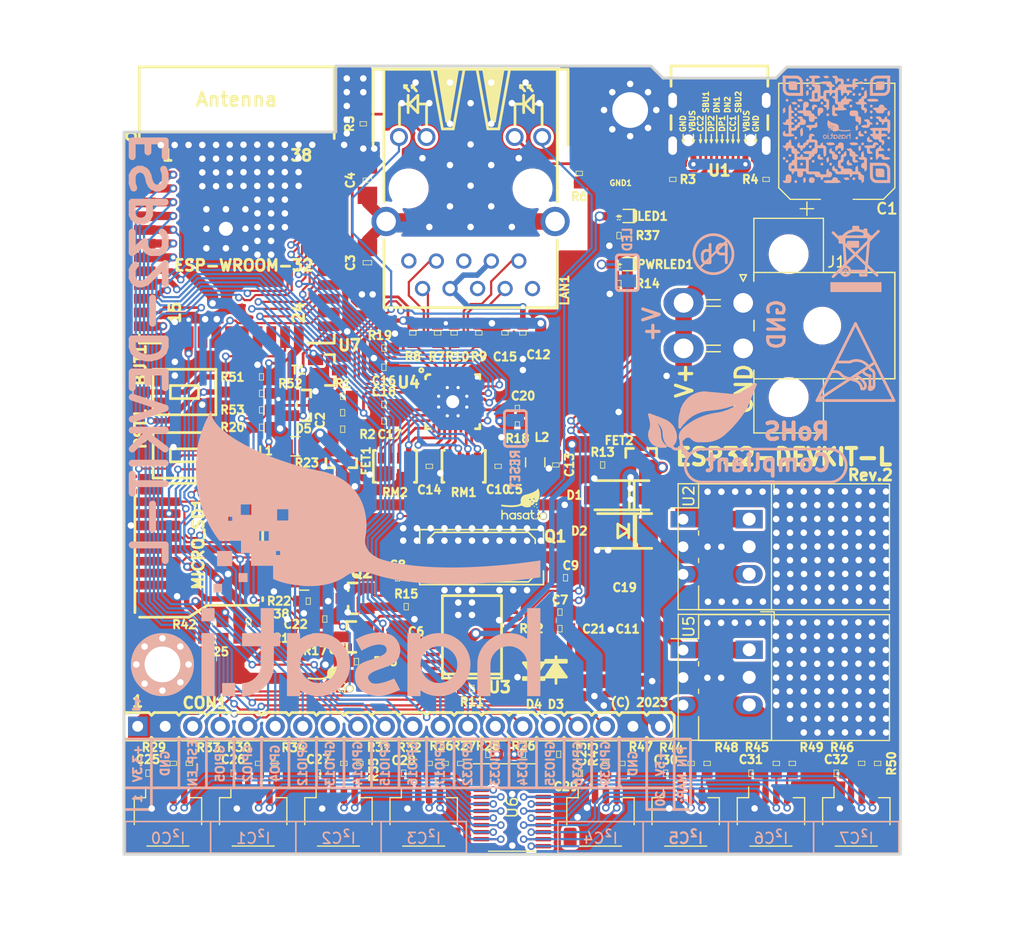
<source format=kicad_pcb>
(kicad_pcb (version 20221018) (generator pcbnew)
  (title_block (title "ESP32-DEVKIT-L") (rev "2") (company "HASATIO"))
  (layers (0 "F.Cu" mixed) (31 "B.Cu" mixed) (34 "B.Paste" user) (35 "F.Paste" user) (36 "B.SilkS" user "B.Silkscreen") (37 "F.SilkS" user "F.Silkscreen") (38 "B.Mask" user) (39 "F.Mask" user) (44 "Edge.Cuts" user))
  (net 0 "")
  (net 1 "GND")
  (net 2 "Net-(BUT1-Pad2)")
  (net 3 "+3V3")
  (net 4 "/ESP_EN")
  (net 5 "/PHYAD0")
  (net 6 "/PHYAD1")
  (net 7 "/PHYAD2")
  (net 8 "/RMIISEL")
  (net 9 "/VDD1A-2A")
  (net 10 "/VDDCR")
  (net 11 "Net-(J1-Pin_3)")
  (net 12 "Net-(U3-V3)")
  (net 13 "Net-(U3-XI)")
  (net 14 "Net-(U3-XO)")
  (net 15 "/+5V_USB")
  (net 16 "Net-(U4-NRST)")
  (net 17 "Net-(MICRO_SD1-VDD)")
  (net 18 "Net-(D3-K)")
  (net 19 "Net-(D4-A)")
  (net 20 "/D_Com")
  (net 21 "/GPIO34\\BUT1")
  (net 22 "+5V_EXT")
  (net 23 "/GPIO16")
  (net 24 "/GPIO36")
  (net 25 "/GPIO32{slash}SCL")
  (net 26 "+3.3VLAN")
  (net 27 "/GPIO0")
  (net 28 "/GPIO39")
  (net 29 "/GPIO5\\PHY_PWR")
  (net 30 "/GPIO3\\U0RXD")
  (net 31 "/GPIO2\\HS2_DATA0")
  (net 32 "/GPIO4\\HS2_DATA1")
  (net 33 "/GPIO1\\U0TXD")
  (net 34 "/GPIO26\\EMAC_RXD1(RMII)")
  (net 35 "/GPIO25\\EMAC_RXD0(RMII)")
  (net 36 "/GPIO27\\EMAC_RX_CRS_DV")
  (net 37 "/GPIO18\\MDIO(RMII)")
  (net 38 "/GPIO14\\HS2_CLK")
  (net 39 "/GPIO15\\HS2_CMD")
  (net 40 "/GPIO12\\HS2_DATA2")
  (net 41 "/GPIO13\\HS2_DATA3")
  (net 42 "/GPIO33{slash}SDA")
  (net 43 "/GPIO22\\EMAC_TXD1(RMII)")
  (net 44 "/GPIO19\\EMAC_TXD0(RMII)")
  (net 45 "/GPIO21\\EMAC_TX_EN(RMII)")
  (net 46 "/GPIO23\\MDC(RMII)")
  (net 47 "/GPIO17\\EMAC_CLK_OUT_180")
  (net 48 "Net-(LAN1-TD+)")
  (net 49 "Net-(LAN1-TD-)")
  (net 50 "Net-(LAN1-RD+)")
  (net 51 "Net-(LAN1-RD-)")
  (net 52 "Net-(LAN1-AG)")
  (net 53 "Net-(LAN1-AY)")
  (net 54 "Net-(LAN1-KG)")
  (net 55 "Net-(LAN1-KY)")
  (net 56 "Net-(C3-Pad1)")
  (net 57 "Net-(LED1-K)")
  (net 58 "Net-(MICRO_SD1-DAT2{slash}RES)")
  (net 59 "Net-(MICRO_SD1-CD{slash}DAT3{slash}CS)")
  (net 60 "Net-(MICRO_SD1-CLK{slash}SCLK)")
  (net 61 "Net-(MICRO_SD1-DAT0{slash}DO)")
  (net 62 "Net-(MICRO_SD1-DAT1{slash}RES)")
  (net 63 "Net-(PWRLED1-K)")
  (net 64 "Net-(Q2-B)")
  (net 65 "Net-(Q2-E)")
  (net 66 "Net-(Q3-B)")
  (net 67 "Net-(Q3-E)")
  (net 68 "Net-(Q3-C)")
  (net 69 "Net-(T1-C)")
  (net 70 "Net-(U1-CC2)")
  (net 71 "Net-(U1-CC1)")
  (net 72 "Net-(U4-RBIAS)")
  (net 73 "Net-(U6-~{RESET})")
  (net 74 "Net-(U1-DP1)")
  (net 75 "+5V")
  (net 76 "Net-(U1-DN1)")
  (net 84 "unconnected-(U3-NOS#-Pad20)")
  (net 87 "/SD0")
  (net 88 "/SC0")
  (net 89 "/SD1")
  (net 90 "/SC1")
  (net 91 "/SD2")
  (net 92 "/SC2")
  (net 93 "/SD3")
  (net 94 "/SC3")
  (net 95 "/SD4")
  (net 96 "/SC4")
  (net 97 "/SD5")
  (net 98 "/SC5")
  (net 99 "/SD6")
  (net 100 "/SC6")
  (net 101 "/SD7")
  (net 102 "/SC7")
  (net 107 "Net-(C2-Pad2)")
  (net 114 "/GPIO35\\LED")
  (footprint "OLIMEX_Other-FP:Mounting_hole_Shield_3.3mm" (layer "F.Cu") (at 73.152 122.301)
    (fp_text reference "MH2" hide)
    (fp_text value "Mounting_hole_Shield_3.3mm" hide)
  )
  (footprint "Capacitors:0603" (layer "F.Cu") (at 105.664 104.013 90)
    (fp_text reference "C5")
    (fp_text value "22uF/6.3V/20%/X5R/C0603")
  )
  (footprint "Capacitors:0603" (layer "F.Cu") (at 104.14 104.013 90)
    (fp_text reference "C10")
    (fp_text value "22uF/6.3V/20%/X5R/C0603")
  )
  (footprint "Capacitors:0805" (layer "F.Cu") (at 86.233 112.649)
    (fp_text reference "C24")
    (fp_text value "47uF/6.3V/20%/X5R/C0805")
  )
  (footprint "Capacitors:0603" (layer "F.Cu") (at 106.426 91.694 -90)
    (fp_text reference "C12")
    (fp_text value "100nF/50V/20%/Y5V/C0603")
  )
  (footprint "Capacitors:0603" (layer "F.Cu") (at 109.474 103.886 -90)
    (fp_text reference "C13")
    (fp_text value "22uF/6.3V/20%/X5R/C0603")
  )
  (footprint "Capacitors:0603" (layer "F.Cu") (at 97.79 104.013 -90)
    (fp_text reference "C14")
    (fp_text value "100nF/50V/20%/Y5V/C0603")
  )
  (footprint "Capacitors:0603" (layer "F.Cu") (at 104.775 91.694 -90)
    (fp_text reference "C15")
    (fp_text value "100nF/50V/20%/Y5V/C0603")
  )
  (footprint "Capacitors:0603" (layer "F.Cu") (at 93.599 94.869 180)
    (fp_text reference "C16")
    (fp_text value "100nF/50V/20%/Y5V/C0603")
  )
  (footprint "Capacitors:0603" (layer "F.Cu") (at 93.599 99.822 180)
    (fp_text reference "C17")
    (fp_text value "2.2uF/6.3V/10%/X5R/C0603")
  )
  (footprint "Capacitors:0603" (layer "F.Cu") (at 93.599 98.298 180)
    (fp_text reference "C18")
    (fp_text value "100nF/50V/20%/Y5V/C0603")
  )
  (footprint "Capacitors:0603" (layer "F.Cu") (at 105.918 98.679 180)
    (fp_text reference "C20")
    (fp_text value "NA(10uF/6.3V/20%/X5R/C0603)")
  )
  (footprint "OLIMEX_RLC-FP:L_0805_5MIL_DWS" (layer "F.Cu") (at 107.569 103.632 90)
    (fp_text reference "L2")
    (fp_text value "FB0805/600R/2A")
  )
  (footprint "OLIMEX_RLC-FP:L_0805_5MIL_DWS" (layer "F.Cu") (at 86.233 114.554 180)
    (fp_text reference "L3")
    (fp_text value "FB0805/600R/2A")
  )
  (footprint "OLIMEX_LEDs-FP:LED_0603_KA" (layer "F.Cu") (at 115.2995 85.37 180)
    (fp_text reference "PWRLED1")
    (fp_text value "LED/RED/0603")
  )
  (footprint "Resistors:0603" (layer "F.Cu") (at 82.296 95.758)
    (fp_text reference "R51")
    (fp_text value "220R/R0603")
  )
  (footprint "Resistors:0603" (layer "F.Cu") (at 91.694 72.39 90)
    (fp_text reference "R5")
    (fp_text value "330R/R0603")
  )
  (footprint "Resistors:0603" (layer "F.Cu") (at 111.633 76.962 -90)
    (fp_text reference "R6")
    (fp_text value "330R/R0603")
  )
  (footprint "Resistors:0603" (layer "F.Cu") (at 98.552 91.694 -90)
    (fp_text reference "R7")
    (fp_text value "49.9R/1%/R0603")
  )
  (footprint "Resistors:0603" (layer "F.Cu") (at 96.266 91.694 -90)
    (fp_text reference "R8")
    (fp_text value "49.9R/1%/R0603")
  )
  (footprint "Resistors:0603" (layer "F.Cu") (at 102.362 91.694 -90)
    (fp_text reference "R9")
    (fp_text value "49.9R/1%/R0603")
  )
  (footprint "Resistors:0603" (layer "F.Cu") (at 100.076 91.694 -90)
    (fp_text reference "R10")
    (fp_text value "49.9R/1%/R0603")
  )
  (footprint "Resistors:0603" (layer "F.Cu") (at 101.727 124.5235)
    (fp_text reference "R11")
    (fp_text value "10k/R0603")
  )
  (footprint "Resistors:0603" (layer "F.Cu") (at 105.918 100.2)
    (fp_text reference "R18")
    (fp_text value "10k/R0603")
  )
  (footprint "Resistors:0603" (layer "F.Cu") (at 93.599 93.091 180)
    (fp_text reference "R19")
    (fp_text value "12.1k/1%/R0603")
  )
  (footprint "Resistors:0603" (layer "F.Cu") (at 109.855 118.999)
    (fp_text reference "R12")
    (fp_text value "10k/R0603")
  )
  (footprint "Resistors:0603" (layer "F.Cu") (at 95.6604 116.967 180)
    (fp_text reference "R15")
    (fp_text value "1k/R0603")
  )
  (footprint "OLIMEX_RLC-FP:R_MATRIX_4" (layer "F.Cu") (at 94.615 104.013)
    (fp_text reference "RM2")
    (fp_text value "RA1206_(4X0603)_4B8_2.2k")
  )
  (footprint "OLIMEX_RLC-FP:R_MATRIX_4" (layer "F.Cu") (at 100.965 104.013 180)
    (fp_text reference "RM1")
    (fp_text value "RA1206_(4X0603)_4B8_2.2k")
  )
  (footprint "OLIMEX_Cases-FP:ESP-WROOM-32_MODULE" (layer "F.Cu") (at 80.01 79.883)
    (fp_text reference "U7")
    (fp_text value "ESP32-WROOM-32D-4MB")
  )
  (footprint "OLIMEX_IC-FP:QFN32_EP(33)_5.00x5.00x0.90mm_Pitch_0.50mm" (layer "F.Cu") (at 99.949 98.044 -90)
    (fp_text reference "U4")
    (fp_text value "LAN8710A-EZC(QFN32)")
  )
  (footprint "OLIMEX_Connectors-FP:TFC-WXCP11-08-LF" (layer "F.Cu") (at 76.327 111.125 180)
    (fp_text reference "MICRO_SD1")
    (fp_text value "TFC-WXCP11-08-LF")
  )
  (footprint "Resistors:0603" (layer "F.Cu") (at 86.233 110.871 180)
    (fp_text reference "R39")
    (fp_text value "10R/R0603")
  )
  (footprint "OLIMEX_Buttons-FP:T1107A(6x3,8x2,5MM)" (layer "F.Cu") (at 75.184 97.155 180)
    (fp_text reference "BUT1")
    (fp_text value "T1107A(6x3,8x2,5MM)")
  )
  (footprint "OLIMEX_Buttons-FP:T1107A(6x3,8x2,5MM)" (layer "F.Cu") (at 75.184 102.997 180)
    (fp_text reference "RST1")
    (fp_text value "T1107A(6x3,8x2,5MM)")
  )
  (footprint "OLIMEX_Connectors-FP:RJLBC-060TC1" (layer "F.Cu") (at 101.6 78.359 180)
    (fp_text reference "LAN1")
    (fp_text value "RJLD-060TC1(LPJ4013EDNL)")
  )
  (footprint "Capacitors:1206" (layer "F.Cu") (at 92.075 85.217 -90)
    (fp_text reference "C3")
    (fp_text value "1nF/2000V/10%/X7R/C1206")
  )
  (footprint "Capacitors:1206" (layer "F.Cu") (at 92.075 77.597 90)
    (fp_text reference "C4")
    (fp_text value "NA(1nF/2000V/10%/X7R/C1206)")
  )
  (footprint "Resistors:0603" (layer "F.Cu") (at 115.2995 87.148 180)
    (fp_text reference "R14")
    (fp_text value "2.2k/R0603")
  )
  (footprint "Capacitors:0603" (layer "F.Cu") (at 94.869 114.3 180)
    (fp_text reference "C8")
    (fp_text value "27pF/50V/5%/C0G/C0603")
  )
  (footprint "Capacitors:0603" (layer "F.Cu") (at 110.363 114.3)
    (fp_text reference "C9")
    (fp_text value "27pF/50V/5%/C0G/C0603")
  )
  (footprint "Capacitors:0603" (layer "F.Cu") (at 96.5748 121.4608 90)
    (fp_text reference "C6")
    (fp_text value "22uF/6.3V/20%/X5R/C0603")
  )
  (footprint "Capacitors:0603" (layer "F.Cu") (at 109.855 117.475)
    (fp_text reference "C7")
    (fp_text value "100nF/50V/20%/Y5V/C0603")
  )
  (footprint "OLIMEX_Diodes-FP:SMA-KA" (layer "F.Cu") (at 115.57 106.68 180)
    (fp_text reference "D1")
    (fp_text value "1N5822/SS34/SMA")
  )
  (footprint "OLIMEX_Transistors-FP:SOT23" (layer "F.Cu") (at 117.348 102.997 -90)
    (fp_text reference "FET2")
    (fp_text value "WPM2015-3/TR")
  )
  (footprint "OLIMEX_Crystal-FP:Q_49U3HMS" (layer "F.Cu") (at 102.616 112.395)
    (fp_text reference "Q1")
    (fp_text value "Q12MHz/20pF/30ppm/2P/HC-49SM(SMD)")
  )
  (footprint "OLIMEX_Transistors-FP:SOT23" (layer "F.Cu") (at 90.932 116.205)
    (fp_text reference "Q2")
    (fp_text value "BC817-40(SOT23)")
  )
  (footprint "Resistors:0603" (layer "F.Cu") (at 113.792 103.886 180)
    (fp_text reference "R13")
    (fp_text value "1M/R0603")
  )
  (footprint "Resistors:0603" (layer "F.Cu") (at 91.07 122.045)
    (fp_text reference "R16")
    (fp_text value "1k/R0603")
  )
  (footprint "Resistors:0603" (layer "F.Cu") (at 82.296 97.282 180)
    (fp_text reference "R52")
    (fp_text value "10k/R0603")
  )
  (footprint "Resistors:0603" (layer "F.Cu") (at 82.296 98.806)
    (fp_text reference "R53")
    (fp_text value "NA/R0603")
  )
  (footprint "OLIMEX_IC-FP:SSOP-20W" (layer "F.Cu") (at 101.727 119.761 90)
    (fp_text reference "U3")
    (fp_text value "CH340T(SSOP20W)")
  )
  (footprint "OLIMEX_Other-FP:Mounting_hole_Shield_3.3mm" (layer "F.Cu") (at 116.332 71.12)
    (fp_text reference "MH1" hide)
    (fp_text value "Mounting_hole_Shield_3.3mm" hide)
  )
  (footprint "OLIMEX_Connectors-FP:HN1x20" (layer "F.Cu") (at 94.996 128.016)
    (fp_text reference "CON1")
    (fp_text value "NA(NH1x20)")
  )
  (footprint "OLIMEX_LEDs-FP:LED_0603_KA" (layer "F.Cu") (at 115.2995 80.925 180)
    (fp_text reference "LED1")
    (fp_text value "LED/GREEN/0603")
  )
  (footprint "Resistors:0603" (layer "F.Cu") (at 115.2995 82.703)
    (fp_text reference "R37")
    (fp_text value "2.2k/R0603")
  )
  (footprint "Resistors:0603" (layer "F.Cu") (at 81.1 119.885 180)
    (fp_text reference "R21")
    (fp_text value "2.2k/R0603")
  )
  (footprint "Resistors:0603" (layer "F.Cu") (at 86.487 104.855 180)
    (fp_text reference "R23")
    (fp_text value "2.2k/R0603")
  )
  (footprint "OLIMEX_Diodes-FP:DO214AA_1(K)-2(A)" (layer "F.Cu") (at 115.824 109.982 180)
    (fp_text reference "D2")
    (fp_text value "SMBJ6.0A(DO-214AA)")
  )
  (footprint "OLIMEX_Transistors-FP:SOT23" (layer "F.Cu") (at 89.662 103.505 90)
    (fp_text reference "FET1")
    (fp_text value "WPM2015-3/TR")
  )
  (footprint "Resistors:0603" (layer "F.Cu") (at 89.789 97.536 180)
    (fp_text reference "R1")
    (fp_text value "1k/R0603")
  )
  (footprint "OLIMEX_RLC-FP:L_0805_5MIL_DWS" (layer "F.Cu") (at 85.444 102.165)
    (fp_text reference "L1")
    (fp_text value "FB0805/600R/2A")
  )
  (footprint "Resistors:0603" (layer "F.Cu") (at 89.788999 100.584)
    (fp_text reference "R2")
    (fp_text value "10k/R0603")
  )
  (footprint "OLIMEX_Transistors-FP:SOT23" (layer "F.Cu") (at 88.392 95.123 180)
    (fp_text reference "T1")
    (fp_text value "DTC114YKA")
  )
  (footprint "Capacitors:0603" (layer "F.Cu") (at 89.788999 99.06)
    (fp_text reference "C2")
    (fp_text value "22uF/6.3V/20%/X5R/C0603")
  )
  (footprint "Resistors:0603" (layer "F.Cu") (at 77.851 118.364 180)
    (fp_text reference "R42")
    (fp_text value "NA/R0603")
  )
  (footprint "Resistors:0603" (layer "F.Cu") (at 86.487 106.305 180)
    (fp_text reference "R24")
    (fp_text value "2.2k/R0603")
  )
  (footprint "OLIMEX_Diodes-FP:SOT23-3" (layer "F.Cu") (at 86.18 98.385 180)
    (fp_text reference "D5")
    (fp_text value "BAT54C(SOT23-3)")
  )
  (footprint "OLIMEX_Diodes-FP:SOD-123_1C-2A_KA" (layer "F.Cu") (at 107.442 122.809 90)
    (fp_text reference "D4")
    (fp_text value "1N5819S4/SOD123")
  )
  (footprint "OLIMEX_Diodes-FP:SOD-123_1C-2A_KA" (layer "F.Cu") (at 109.474 122.809 -90)
    (fp_text reference "D3")
    (fp_text value "1N5819S4/SOD123")
  )
  (footprint "Resistors:0603" (layer "F.Cu") (at 86.487 107.95)
    (fp_text reference "R41")
    (fp_text value "NA/R0603")
  )
  (footprint "Resistors:0603" (layer "F.Cu") (at 81.1 118.361 180)
    (fp_text reference "R38")
    (fp_text value "NA/R0603")
  )
  (footprint "Resistors:0603" (layer "F.Cu") (at 77.851 119.888 180)
    (fp_text reference "R25")
    (fp_text value "2.2k/R0603")
  )
  (footprint "Capacitors:0603" (layer "F.Cu") (at 88.138 118.11 180)
    (fp_text reference "C22")
    (fp_text value "1uF/C0603")
  )
  (footprint "Resistors:0603" (layer "F.Cu") (at 86.614 116.459 180)
    (fp_text reference "R22")
    (fp_text value "10k/R0603")
  )
  (footprint "OLIMEX_Transistors-FP:SOT23" (layer "F.Cu") (at 90.805 119.761)
    (fp_text reference "Q3")
    (fp_text value "BC817-40(SOT23)")
  )
  (footprint "Resistors:0603" (layer "F.Cu") (at 87.249 119.761 180)
    (fp_text reference "R17")
    (fp_text value "220R/R0603")
  )
  (footprint "Resistors:0603" (layer "F.Cu") (at 82.296 100.415 180)
    (fp_text reference "R20")
    (fp_text value "10k/R0603")
  )
  (footprint "Resistors:0603" (layer "F.Cu") (at 82.296 103.886 180)
    (fp_text reference "R40")
    (fp_text value "220R/R0603")
  )
  (footprint "Resistors:0603" (layer "F.Cu") (at 97.77 131.438279 -90)
    (fp_text reference "R32")
    (fp_text value "4.7k/R0603")
  )
  (footprint "Capacitors:0603" (layer "F.Cu") (at 109.73 130.605 180)
    (fp_text reference "C23")
    (fp_text value "100nF/50V/20%/Y5V/C0603")
  )
  (footprint "Capacitors:0603" (layer "F.Cu") (at 87.54 132.345)
    (fp_text reference "C27")
    (fp_text value "1uF/6.3V/20%/X5R/C0603")
  )
  (footprint "Connector_JST:JST_SH_SM04B-SRSS-TB_1x04-1MP_P1.00mm_Horizontal" (layer "F.Cu") (at 81.53 136.385)
    (fp_text reference "I²C1")
    (fp_text value "Conn_01x04_P1.00mm_Stemma qt/Qwiic")
  )
  (footprint "Capacitors:0603" (layer "F.Cu") (at 135.35156 132.35)
    (fp_text reference "C32")
    (fp_text value "1uF/6.3V/20%/X5R/C0603")
  )
  (footprint "Capacitors:1210" (layer "F.Cu") (at 115.825 113.425 180)
    (fp_text reference "C19")
    (fp_text value "330uF/6.3V/20%/X5R/C1210")
  )
  (footprint "Resistors:0603" (layer "F.Cu") (at 74.16 131.43664 -90)
    (fp_text reference "R29")
    (fp_text value "4.7k/R0603")
  )
  (footprint "Connector_JST:JST_SH_SM04B-SRSS-TB_1x04-1MP_P1.00mm_Horizontal" (layer "F.Cu") (at 73.66 136.385)
    (fp_text reference "I²C0")
    (fp_text value "Conn_01x04_P1.00mm_Stemma qt/Qwiic")
  )
  (footprint "" (layer "F.Cu") (at 95.9 85.05)
    (fp_text reference "")
    (fp_text value "")
  )
  (footprint "Converter_DCDC:Converter_DCDC_RECOM_R-78HB-0.5L_THT" (layer "F.Cu") (at 121.21 108.9 -90)
    (fp_text reference "U2")
    (fp_text value "K7805-2000R3L")
  )
  (footprint "Capacitors:0603" (layer "F.Cu") (at 71.81 132.345)
    (fp_text reference "C25")
    (fp_text value "1uF/6.3V/20%/X5R/C0603")
  )
  (footprint "Connector_JST:JST_SH_SM04B-SRSS-TB_1x04-1MP_P1.00mm_Horizontal" (layer "F.Cu") (at 121.46 136.390885)
    (fp_text reference "I²C5")
    (fp_text value "Conn_01x04_P1.00mm_Stemma qt/Qwiic")
  )
  (footprint "Connector_JST:JST_SH_SM04B-SRSS-TB_1x04-1MP_P1.00mm_Horizontal" (layer "F.Cu") (at 129.33 136.389888)
    (fp_text reference "I²C6")
    (fp_text value "Conn_01x04_P1.00mm_Stemma qt/Qwiic")
  )
  (footprint "OLIMEX_Other-FP:TESTPAD_40-ROUND" (layer "F.Cu") (at 113.79 77.855)
    (fp_text reference "GND1")
    (fp_text value "TESTPAD" hide)
  )
  (footprint "Resistors:0603" (layer "F.Cu") (at 91.375 131.437351 -90)
    (fp_text reference "R35")
    (fp_text value "4.7k/R0603")
  )
  (footprint "Connector_JST:JST_SH_SM04B-SRSS-TB_1x04-1MP_P1.00mm_Horizontal" (layer "F.Cu") (at 97.27 136.388279)
    (fp_text reference "I²C3")
    (fp_text value "Conn_01x04_P1.00mm_Stemma qt/Qwiic")
  )
  (footprint "Resistors:0603" (layer "F.Cu") (at 123.435 131.440885 -90)
    (fp_text reference "R48")
    (fp_text value "4.7k/R0603")
  )
  (footprint "Converter_DCDC:Converter_DCDC_RECOM_R-78HB-0.5L_THT" (layer "F.Cu") (at 121.21 120.975 -90)
    (fp_text reference "U5")
    (fp_text value "K7803-2000R3L")
  )
  (footprint "Resistors:0603" (layer "F.Cu") (at 120.27 77.525 90)
    (fp_text reference "R3")
    (fp_text value "5.1k/R0603")
  )
  (footprint "Capacitors:0603" (layer "F.Cu") (at 127.48084 132.349888)
    (fp_text reference "C31")
    (fp_text value "1uF/6.3V/20%/X5R/C0603")
  )
  (footprint "Converter_DCDC:Converter_DCDC_RECOM_R-78B-2.0_THT" (layer "F.Cu") (at 127.325 120.95 -90)
    (fp_text reference "REF**" hide)
    (fp_text value "Converter_DCDC_RECOM_R-78B-2.0_THT")
  )
  (footprint "Resistors:0603" (layer "F.Cu") (at 121.96 131.444165 -90)
    (fp_text reference "R44")
    (fp_text value "4.7k/R0603")
  )
  (footprint "Resistors:0603" (layer "F.Cu") (at 129.83 131.439888 -90)
    (fp_text reference "R45")
    (fp_text value "4.7k/R0603")
  )
  (footprint "Converter_DCDC:Converter_DCDC_RECOM_R-78B-2.0_THT" (layer "F.Cu") (at 127.3175 108.89 -90)
    (fp_text reference "REF**" hide)
    (fp_text value "Converter_DCDC_RECOM_R-78B-2.0_THT")
  )
  (footprint "Resistors:0603" (layer "F.Cu") (at 75.635 131.435 -90)
    (fp_text reference "R33")
    (fp_text value "4.7k/R0603")
  )
  (footprint "Resistors:0603" (layer "F.Cu") (at 106.47336 130.60418 180)
    (fp_text reference "R26")
    (fp_text value "4.7k/R0603" hide)
  )
  (footprint "Resistors:0603" (layer "F.Cu") (at 99.245 131.438279 -90)
    (fp_text reference "R36")
    (fp_text value "4.7k/R0603")
  )
  (footprint "Capacitors:0603" (layer "F.Cu") (at 119.60916 132.350885)
    (fp_text reference "C30")
    (fp_text value "1uF/6.3V/20%/X5R/C0603")
  )
  (footprint "Connector_JST:JST_SH_SM04B-SRSS-TB_1x04-1MP_P1.00mm_Horizontal" (layer "F.Cu") (at 113.59 136.391107)
    (fp_text reference "I²C4")
    (fp_text value "Conn_01x04_P1.00mm_Stemma qt/Qwiic")
  )
  (footprint "Resistors:0603" (layer "F.Cu") (at 137.70072 131.43672 -90)
    (fp_text reference "R46")
    (fp_text value "4.7k/R0603")
  )
  (footprint "Connector_Molex:Molex_Mini-Fit_Jr_5569-04A2_2x02_P4.20mm_Horizontal" (layer "F.Cu") (at 126.765 88.925 -90)
    (fp_text reference "REF**" hide)
    (fp_text value "Molex_Mini-Fit_Jr_5569-04A2_2x02_P4.20mm_Horizontal")
  )
  (footprint "Resistors:0603" (layer "F.Cu") (at 128.88 77.525 90)
    (fp_text reference "R4")
    (fp_text value "5.1k/R0603")
  )
  (footprint "Package_SO:TSSOP-24_4.4x7.8mm_P0.65mm" (layer "F.Cu") (at 105.45 135.51)
    (fp_text reference "U6")
    (fp_text value "TCA9548APWR")
  )
  (footprint "Hasat.io:Hasatio_logo_mini" (layer "F.Cu") (at 106.58 107.475)
    (fp_text reference "G***")
    (fp_text value "LOGO" hide)
  )
  (footprint "Capacitors:0603" (layer "F.Cu") (at 79.68 132.345)
    (fp_text reference "C26")
    (fp_text value "1uF/6.3V/20%/X5R/C0603")
  )
  (footprint "Resistors:0603" (layer "F.Cu") (at 83.505 131.435 -90)
    (fp_text reference "R34")
    (fp_text value "4.7k/R0603")
  )
  (footprint "Resistors:0603" (layer "F.Cu") (at 100.69 131.438279 -90)
    (fp_text reference "R27")
    (fp_text value "10k/R0603")
  )
  (footprint "Resistors:0603" (layer "F.Cu") (at 115.565 131.441107 -90)
    (fp_text reference "R47")
    (fp_text value "4.7k/R0603")
  )
  (footprint "Resistors:0603" (layer "F.Cu") (at 89.9 131.437351 -90)
    (fp_text reference "R31")
    (fp_text value "4.7k/R0603")
  )
  (footprint "Capacitors:0603" (layer "F.Cu") (at 95.42084 132.348279 180)
    (fp_text reference "C28")
    (fp_text value "1uF/6.3V/20%/X5R/C0603")
  )
  (footprint "Connector_JST:JST_SH_SM04B-SRSS-TB_1x04-1MP_P1.00mm_Horizontal" (layer "F.Cu") (at 137.21 136.39)
    (fp_text reference "I²C7")
    (fp_text value "Conn_01x04_P1.00mm_Stemma qt/Qwiic")
  )
  (footprint "Capacitors:0603" (layer "F.Cu") (at 111.74084 132.351107)
    (fp_text reference "C29")
    (fp_text value "1uF/6.3V/20%/X5R/C0603")
  )
  (footprint "Connector_USB:USB2.0_TYPE-C(A40-00119-A52-12)" (layer "F.Cu") (at 124.575 71.375 90)
    (fp_text reference "U1")
    (fp_text value "USB-C-16P-F(A40-00119-A52-12)")
  )
  (footprint "Resistors:0603" (layer "F.Cu") (at 139.17572 131.44 -90)
    (fp_text reference "R50")
    (fp_text value "4.7k/R0603")
  )
  (footprint "Resistors:0603" (layer "F.Cu") (at 82.03 131.43664 -90)
    (fp_text reference "R30")
    (fp_text value "4.7k/R0603")
  )
  (footprint "Capacitors:1210" (layer "F.Cu") (at 116.075 122.0974 90)
    (fp_text reference "C11")
    (fp_text value "330uF/6.3V/20%/X5R/C1210")
  )
  (footprint "" (layer "F.Cu") (at 107.315 87.6)
    (fp_text reference "")
    (fp_text value "")
  )
  (footprint "Resistors:0603" (layer "F.Cu") (at 103.19836 130.60418)
    (fp_text reference "R28")
    (fp_text value "4.7k/R0603" hide)
  )
  (footprint "Resistors:0603" (layer "F.Cu") (at 131.305 131.439888 -90)
    (fp_text reference "R49")
    (fp_text value "4.7k/R0603")
  )
  (footprint "Resistors:0603" (layer "F.Cu") (at 114.09 131.442747 -90)
    (fp_text reference "R43")
    (fp_text value "4.7k/R0603")
  )
  (footprint "Connector_JST:JST_SH_SM04B-SRSS-TB_1x04-1MP_P1.00mm_Horizontal" (layer "F.Cu") (at 89.4 136.387351)
    (fp_text reference "I²C2")
    (fp_text value "Conn_01x04_P1.00mm_Stemma qt/Qwiic")
  )
  (footprint "Hasat.io:Hasatio_logo_mini" (layer "F.Cu") (at 88.71 123.415)
    (fp_text reference "G***")
    (fp_text value "LOGO" hide)
  )
  (footprint "Capacitor_SMD:CP_Elec_10x10.5" (layer "F.Cu") (at 135.41 74.005 90)
    (fp_text reference "C1")
    (fp_text value "220uF/50V/10*10mm")
  )
  (footprint "Connector_Molex:Molex_Mini-Fit_Jr_5569-04A1_2x02_P4.20mm_Horizontal" (layer "F.Cu") (at 126.765 88.925 -90)
    (fp_text reference "J1")
    (fp_text value "Conn_02x02_P4.20mm_Molex_Horizontal")
  )
  (footprint "Capacitors:1210" (layer "F.Cu") (at 113.025 122.0974 90)
    (fp_text reference "C21")
    (fp_text value "330uF/6.3V/20%/X5R/C1210")
  )
  (footprint "OLIMEX_LOGOs-FP:LOGO_ANTISTATIC_1" (layer "B.Cu") (at 140.692 97.9395 180)
    (fp_text reference "Sign-Antistatic" hide)
    (fp_text value "Val**" hide)
  )
  (footprint "OLIMEX_LOGOs-FP:LOGO_PBFREE" (layer "B.Cu") (at 124.2232 84.11004)
    (fp_text reference "Sign_Pb-Free")
    (fp_text value "")
  )
  (footprint "OLIMEX_LOGOs-FP:LOGO_RECYCLEBIN_1" (layer "B.Cu") (at 139.51 87.898 180)
    (fp_text reference "Sign-RecyclBin" hide)
    (fp_text value "" hide)
  )
  (footprint "OLIMEX_LOGOs-FP:LOGO_ROHS_1" (layer "B.Cu") (at 135.26 104.8385 180)
    (fp_text reference "Sign_RoHS" hide)
    (fp_text value "Val**" hide)
  )
  (footprint "OLIMEX_Jumpers-FP:SJ" (layer "B.Cu") (at 116.07 86.135 90)
    (fp_text reference "LED")
    (fp_text value "Closed")
  )
  (footprint "Hasat.io:Hasatio" (layer "B.Cu") (at 88.74 112.145 180)
    (fp_text reference "G***")
    (fp_text value "LOGO" hide)
  )
  (footprint "Hasat.io:esp-devkit-l" (layer "B.Cu") (at 135.38 72.895 180)
    (fp_text reference "G***" hide)
    (fp_text value "LOGO" hide)
  )
  (footprint "OLIMEX_Jumpers-FP:SJ" (layer "B.Cu") (at 105.735488 100.5235 90)
    (fp_text reference "RESET")
    (fp_text value "Opened")
  )
  (gr_rect (start 70.650465 114.716802) (end 74.700465 115.256802) (stroke (width 0.254)) (fill solid) (layer "F.Cu"))
  (gr_rect (start 70.64 110.305) (end 74.69 110.845) (stroke (width 0.254)) (fill solid) (layer "F.Cu"))
  (gr_rect (start 70.640465 108.106802) (end 74.690465 108.646802) (stroke (width 0.254)) (fill solid) (layer "F.Cu"))
  (gr_rect (start 70.65 111.405) (end 74.7 111.945) (stroke (width 0.254)) (fill solid) (layer "F.Cu"))
  (gr_rect (start 70.650465 112.506802) (end 74.700465 113.046802) (stroke (width 0.254)) (fill solid) (layer "F.Cu"))
  (gr_rect (start 71.19 104.845) (end 73.04 106.495) (stroke (width 0.254)) (fill solid) (layer "F.Cu"))
  (gr_rect (start 70.650465 113.606802) (end 74.700465 114.146802) (stroke (width 0.254)) (fill solid) (layer "F.Cu"))
  (gr_rect (start 70.64 107.005) (end 74.69 107.545) (stroke (width 0.254)) (fill solid) (layer "F.Cu"))
  (gr_line (start 121.9005 129.195) (end 69.59 129.195) (stroke (width 0.254)) (layer "B.SilkS"))
  (gr_line (start 79.75 129.195) (end 79.75 133.695) (stroke (width 0.254)) (layer "B.SilkS"))
  (gr_line (start 69.73 139.715) (end 101.21 139.715) (stroke (width 0.15)) (layer "B.SilkS"))
  (gr_line (start 100.07 129.195) (end 100.07 133.695) (stroke (width 0.254)) (layer "B.SilkS"))
  (gr_line (start 117.53 136.815) (end 117.53 139.725) (stroke (width 0.15)) (layer "B.SilkS"))
  (gr_line (start 109.66 136.815) (end 109.66 139.725) (stroke (width 0.15)) (layer "B.SilkS"))
  (gr_line (start 107.69 129.195) (end 107.69 133.695) (stroke (width 0.254)) (layer "B.SilkS"))
  (gr_line (start 69.59 135.695) (end 69.59 129.195) (stroke (width 0.254)) (layer "B.SilkS"))
  (gr_line (start 92.45 129.195) (end 92.45 133.695) (stroke (width 0.254)) (layer "B.SilkS"))
  (gr_line (start 141.14 136.815) (end 141.14 139.725) (stroke (width 0.15)) (layer "B.SilkS"))
  (gr_line (start 105.15 129.195) (end 105.15 133.695) (stroke (width 0.254)) (layer "B.SilkS"))
  (gr_line (start 74.67 129.195) (end 74.67 133.695) (stroke (width 0.254)) (layer "B.SilkS"))
  (gr_line (start 72.13 129.195) (end 72.13 133.698) (stroke (width 0.254)) (layer "B.SilkS"))
  (gr_line (start 120.4 129.195) (end 120.4 133.695) (stroke (width 0.254)) (layer "B.SilkS"))
  (gr_line (start 69.73 136.805) (end 69.73 139.715) (stroke (width 0.15)) (layer "B.SilkS"))
  (gr_line (start 93.34 136.805) (end 93.34 139.71) (stroke (width 0.15)) (layer "B.SilkS"))
  (gr_line (start 69.73 136.805) (end 101.21 136.805) (stroke (width 0.15)) (layer "B.SilkS"))
  (gr_line (start 85.47 136.805) (end 85.47 139.715) (stroke (width 0.15)) (layer "B.SilkS"))
  (gr_line (start 84.83 129.195) (end 84.83 133.695) (stroke (width 0.254)) (layer "B.SilkS"))
  (gr_line (start 109.66 139.725) (end 141.14 139.725) (stroke (width 0.15)) (layer "B.SilkS"))
  (gr_line (start 94.99 129.195) (end 94.99 133.695) (stroke (width 0.254)) (layer "B.SilkS"))
  (gr_line (start 112.77 129.195) (end 112.77 133.695) (stroke (width 0.254)) (layer "B.SilkS"))
  (gr_line (start 69.59 135.695) (end 72.13 135.695) (stroke (width 0.254)) (layer "B.SilkS"))
  (gr_line (start 117.86 135.695) (end 117.86 133.695) (stroke (width 0.254)) (layer "B.SilkS"))
  (gr_line (start 120.4 133.695) (end 69.59 133.695) (stroke (width 0.254)) (layer "B.SilkS"))
  (gr_line (start 110.23 129.195) (end 110.23 133.695) (stroke (width 0.254)) (layer "B.SilkS"))
  (gr_line (start 102.61 129.195) (end 102.61 133.695) (stroke (width 0.254)) (layer "B.SilkS"))
  (gr_line (start 133.27 136.815) (end 133.27 139.72) (stroke (width 0.15)) (layer "B.SilkS"))
  (gr_line (start 115.32 129.195) (end 115.32 133.695) (stroke (width 0.254)) (layer "B.SilkS"))
  (gr_line (start 77.21 129.195) (end 77.21 133.695) (stroke (width 0.254)) (layer "B.SilkS"))
  (gr_line (start 101.21 136.805) (end 101.21 139.715) (stroke (width 0.15)) (layer "B.SilkS"))
  (gr_line (start 72.13 133.698) (end 72.13 135.695) (stroke (width 0.254)) (layer "B.SilkS"))
  (gr_line (start 121.9005 129.195) (end 121.8995 135.695) (stroke (width 0.254)) (layer "B.SilkS"))
  (gr_line (start 109.66 136.815) (end 141.14 136.815) (stroke (width 0.15)) (layer "B.SilkS"))
  (gr_line (start 117.86 129.195) (end 117.86 133.695) (stroke (width 0.254)) (layer "B.SilkS"))
  (gr_line (start 89.91 129.195) (end 89.91 133.695) (stroke (width 0.254)) (layer "B.SilkS"))
  (gr_line (start 120.4 135.695) (end 121.8995 135.695) (stroke (width 0.254)) (layer "B.SilkS"))
  (gr_line (start 125.4 136.815) (end 125.4 139.725) (stroke (width 0.15)) (layer "B.SilkS"))
  (gr_line (start 82.29 129.195) (end 82.29 133.695) (stroke (width 0.254)) (layer "B.SilkS"))
  (gr_line (start 87.37 129.195) (end 87.37 133.695) (stroke (width 0.254)) (layer "B.SilkS"))
  (gr_line (start 120.4 133.695) (end 120.4 135.695) (stroke (width 0.254)) (layer "B.SilkS"))
  (gr_circle (center 73.151575 122.295) (end 74.930028 122.295) (stroke (width 1)) (fill none) (layer "B.SilkS"))
  (gr_line (start 77.6 136.805) (end 77.6 139.715) (stroke (width 0.15)) (layer "B.SilkS"))
  (gr_line (start 117.86 135.695) (end 120.4 135.695) (stroke (width 0.254)) (layer "B.SilkS"))
  (gr_line (start 97.53 129.195) (end 97.53 133.695) (stroke (width 0.254)) (layer "B.SilkS"))
  (gr_line (start 118.25 67.051508) (end 119.37 68.166) (stroke (width 0.254)) (layer "Edge.Cuts"))
  (gr_line (start 118.25 67.051508) (end 89.154 67.056) (stroke (width 0.254)) (layer "Edge.Cuts"))
  (gr_line (start 69.596 73.152) (end 69.6 139.825) (stroke (width 0.254)) (layer "Edge.Cuts"))
  (gr_line (start 130.8 67.15) (end 141.275 67.15) (stroke (width 0.254)) (layer "Edge.Cuts"))
  (gr_line (start 89.154 73.152) (end 89.154 67.056) (stroke (width 0.254)) (layer "Edge.Cuts"))
  (gr_line (start 129.784 68.166) (end 130.8 67.15) (stroke (width 0.254)) (layer "Edge.Cuts"))
  (gr_line (start 119.37 68.166) (end 129.784 68.166) (stroke (width 0.254)) (layer "Edge.Cuts"))
  (gr_line (start 141.275 67.15) (end 141.275 139.825) (stroke (width 0.254)) (layer "Edge.Cuts"))
  (gr_line (start 69.596 73.152) (end 89.154 73.152) (stroke (width 0.254)) (layer "Edge.Cuts"))
  (gr_line (start 69.6 139.825) (end 141.275 139.825) (stroke (width 0.254)) (layer "Edge.Cuts"))
  (gr_text "1" (at 70.86 134.695 90) (layer "B.SilkS") (effects (font (size 0.762 0.762) (thickness 0.1905)) (justify mirror)))
  (gr_text "ESP_EN" (at 75.94 131.445 90) (layer "B.SilkS") (effects (font (size 0.762 0.762) (thickness 0.1905)) (justify mirror)))
  (gr_text "GPIO5" (at 78.48 131.445 90) (layer "B.SilkS") (effects (font (size 0.762 0.762) (thickness 0.1905)) (justify mirror)))
  (gr_text "GPIO2" (at 81.02 131.445 90) (layer "B.SilkS") (effects (font (size 0.762 0.762) (thickness 0.1905)) (justify mirror)))
  (gr_text "GPIO4" (at 83.56 131.445 90) (layer "B.SilkS") (effects (font (size 0.762 0.762) (thickness 0.1905)) (justify mirror)))
  (gr_text "GPIO12" (at 86.1 131.445 90) (layer "B.SilkS") (effects (font (size 0.762 0.762) (thickness 0.1905)) (justify mirror)))
  (gr_text "GPIO13" (at 88.64 131.445 90) (layer "B.SilkS") (effects (font (size 0.762 0.762) (thickness 0.1905)) (justify mirror)))
  (gr_text "GPIO14" (at 91.18 131.445 90) (layer "B.SilkS") (effects (font (size 0.762 0.762) (thickness 0.1905)) (justify mirror)))
  (gr_text "GPIO15" (at 93.72 131.445 90) (layer "B.SilkS") (effects (font (size 0.762 0.762) (thickness 0.1905)) (justify mirror)))
  (gr_text "GPIO16" (at 96.26 131.445 90) (layer "B.SilkS") (effects (font (size 0.762 0.762) (thickness 0.1905)) (justify mirror)))
  (gr_text "GPIO17" (at 98.8 131.445 90) (layer "B.SilkS") (effects (font (size 0.762 0.762) (thickness 0.1905)) (justify mirror)))
  (gr_text "PIN MAP:" (at 121.15 132.445 90) (layer "B.SilkS") (effects (font (size 0.762 0.762) (thickness 0.1905)) (justify mirror)))
  (gr_text "GPIO32" (at 101.34 131.445 90) (layer "B.SilkS") (effects (font (size 0.762 0.762) (thickness 0.1905)) (justify mirror)))
  (gr_text "GPIO33" (at 103.88 131.445 90) (layer "B.SilkS") (effects (font (size 0.762 0.762) (thickness 0.1905)) (justify mirror)))
  (gr_text "GPIO34" (at 106.42 131.445 90) (layer "B.SilkS") (effects (font (size 0.762 0.762) (thickness 0.1905)) (justify mirror)))
  (gr_text "GPIO35" (at 108.96 131.445 90) (layer "B.SilkS") (effects (font (size 0.762 0.762) (thickness 0.1905)) (justify mirror)))
  (gr_text "GPIO36" (at 111.5 131.445 90) (layer "B.SilkS") (effects (font (size 0.762 0.762) (thickness 0.1905)) (justify mirror)))
  (gr_text "GND" (at 116.59 131.445 90) (layer "B.SilkS") (effects (font (size 0.762 0.762) (thickness 0.1905)) (justify mirror)))
  (gr_text "GPIO39" (at 114.05 131.445 90) (layer "B.SilkS") (effects (font (size 0.762 0.762) (thickness 0.1905)) (justify mirror)))
  (gr_text "+5V" (at 119.13 131.445 90) (layer "B.SilkS") (effects (font (size 0.762 0.762) (thickness 0.1905)) (justify mirror)))
  (gr_text "20" (at 119.13 134.695 90) (layer "B.SilkS") (effects (font (size 0.762 0.762) (thickness 0.1905)) (justify mirror)))
  (gr_text "ESP32-DEVKIT-L" (at 72.03 72.825 90) (layer "B.SilkS") (effects (font (size 3.048 3.048) (thickness 0.635)) (justify left mirror)))
  (gr_text "GND" (at 129.86 90.915 90) (layer "B.SilkS") (effects (font (size 1.5 1.5) (thickness 0.3)) (justify mirror)))
  (gr_text "V+" (at 118.32 90.915 90) (layer "B.SilkS") (effects (font (size 1.5 1.5) (thickness 0.3)) (justify mirror)))
  (gr_text "1" (at 70.739 125.984) (layer "B.SilkS") (effects (font (size 1.016 1.016) (thickness 0.254)) (justify mirror)))
  (gr_text "+3.3V" (at 70.86 131.445 90) (layer "B.SilkS") (effects (font (size 0.762 0.762) (thickness 0.1905)) (justify mirror)))
  (gr_text "GND" (at 73.4 131.445 90) (layer "B.SilkS") (effects (font (size 0.762 0.762) (thickness 0.1905)) (justify mirror)))
  (gr_text "Rev.2" (at 138.5102 104.8238) (layer "F.SilkS") (effects (font (size 1.016 1.016) (thickness 0.254))))
  (gr_text "ESP32-DEVKIT-L" (at 130.51 103.155) (layer "F.SilkS") (effects (font (size 1.524 1.524) (thickness 0.381))))
  (gr_text "1" (at 70.866 125.73) (layer "F.SilkS") (effects (font (size 1.016 1.016) (thickness 0.254))))
  (gr_text "(C) 2023\n" (at 117.18 125.815) (layer "F.SilkS") (effects (font (size 0.762 0.762) (thickness 0.1905))))
  (gr_text "V+" (at 121.34 96.095 90) (layer "F.SilkS") (effects (font (size 1.5 1.5) (thickness 0.3))))
  (gr_text "GND" (at 126.84 96.885 90) (layer "F.SilkS") (effects (font (size 1.5 1.5) (thickness 0.3))))
  (segment (start 90.17 111.125) (end 90.17 112.141) (width 1.016) (layer "F.Cu") (net 1))
  (segment (start 103.987 118.136) (end 103.632 118.491) (width 0.4064) (layer "F.Cu") (net 1))
  (segment (start 103.632 110.109) (end 103.632 110.363) (width 1.016) (layer "F.Cu") (net 1))
  (segment (start 103.632 110.363) (end 103.632 110.109) (width 1.016) (layer "F.Cu") (net 1))
  (segment (start 103.632 110.109) (end 100.457 110.109) (width 1.016) (layer "F.Cu") (net 1))
  (segment (start 91.694 75.438) (end 91.694 74.676) (width 1.016) (layer "F.Cu") (net 1))
  (segment (start 92.71 74.676) (end 92.71 75.184) (width 1.016) (layer "F.Cu") (net 1))
  (segment (start 92.71 75.184) (end 92.075 75.819) (width 1.016) (layer "F.Cu") (net 1))
  (segment (start 91.567 87.503) (end 91.567 88.138) (width 1.016) (layer "F.Cu") (net 1))
  (segment (start 105.537 94.107) (end 106.426 94.107) (width 0.762) (layer "F.Cu") (net 1))
  (segment (start 106.68 95.377) (end 106.426 95.123) (width 0.508) (layer "F.Cu") (net 1))
  (segment (start 98.044 104.648) (end 98.806 104.648) (width 0.508) (layer "F.Cu") (net 1))
  (segment (start 99.568 104.648) (end 98.806 104.648) (width 0.508) (layer "F.Cu") (net 1))
  (segment (start 95.504 110.109) (end 95.631 110.109) (width 1.016) (layer "F.Cu") (net 1))
  (segment (start 94.615 110.998) (end 93.853 110.998) (width 1.016) (layer "F.Cu") (net 1))
  (segment (start 93.853 112.014) (end 93.853 113.03) (width 1.016) (layer "F.Cu") (net 1))
  (segment (start 93.853 114.3) (end 93.853 113.03) (width 0.762) (layer "F.Cu") (net 1))
  (segment (start 80.585 82.042) (end 84.074 82.042) (width 1.016) (layer "F.Cu") (net 1))
  (segment (start 82.744 79.883) (end 84.328 79.883) (width 1.016) (layer "F.Cu") (net 1))
  (segment (start 80.264 82.329) (end 80.264 77.978) (width 1.016) (layer "F.Cu") (net 1))
  (segment (start 82.804 79.823) (end 82.804 77.851) (width 1.016) (layer "F.Cu") (net 1))
  (segment (start 77.724 79.789) (end 77.724 77.851) (width 1.016) (layer "F.Cu") (net 1))
  (segment (start 94.996 115.316) (end 99.568 115.316) (width 0.4064) (layer "F.Cu") (net 1))
  (segment (start 105.537 110.109) (end 103.632 110.109) (width 1.016) (layer "F.Cu") (net 1))
  (segment (start 107.569 110.109) (end 105.537 110.109) (width 1.016) (layer "F.Cu") (net 1))
  (segment (start 97.917 110.109) (end 95.504 110.109) (width 1.016) (layer "F.Cu") (net 1))
  (segment (start 100.457 110.871) (end 100.457 110.109) (width 1.016) (layer "F.Cu") (net 1))
  (segment (start 100.457 110.109) (end 100.457 110.363) (width 1.016) (layer "F.Cu") (net 1))
  (segment (start 100.457 110.363) (end 100.457 110.109) (width 1.016) (layer "F.Cu") (net 1))
  (segment (start 100.457 110.109) (end 97.917 110.109) (width 1.016) (layer "F.Cu") (net 1))
  (segment (start 99.949 114.173) (end 97.536 114.173) (width 1.016) (layer "F.Cu") (net 1))
  (segment (start 101.092 116.967) (end 101.219 116.84) (width 1.016) (layer "F.Cu") (net 1))
  (segment (start 101.219 116.84) (end 101.219 115.443) (width 1.016) (layer "F.Cu") (net 1))
  (segment (start 78.74 74.295) (end 78.74 78.105) (width 1.016) (layer "F.Cu") (net 1))
  (segment (start 81.915 78.105) (end 81.915 74.295) (width 1.016) (layer "F.Cu") (net 1))
  (segment (start 84.455 74.295) (end 84.455 76.073) (width 1.016) (layer "F.Cu") (net 1))
  (segment (start 84.455 76.073) (end 84.455 78.105) (width 1.016) (layer "F.Cu") (net 1))
  (segment (start 91.059 68.199) (end 91.059 69.469) (width 1.016) (layer "F.Cu") (net 1))
  (segment (start 113.284 110.345) (end 113.284 111.76) (width 1.016) (layer "F.Cu") (net 1))
  (segment (start 114.3 110.635) (end 114.3 111.76) (width 1.016) (layer "F.Cu") (net 1))
  (segment (start 92.71 94.107) (end 92.71 94.107) (width 0.762) (layer "F.Cu") (net 1))
  (segment (start 92.71 94.107) (end 92.71 94.615) (width 0.762) (layer "F.Cu") (net 1))
  (segment (start 104.775 94.996) (end 104.394 95.377) (width 0.508) (layer "F.Cu") (net 1))
  (segment (start 80.31 82.333) (end 80.264 82.379) (width 1.016) (layer "F.Cu") (net 1))
  (segment (start 80.7928 108.9992) (end 81.577 108.215) (width 1.016) (layer "F.Cu") (net 1))
  (segment (start 87.28 97.085) (end 87.28456 97.08044) (width 1.016) (layer "F.Cu") (net 1))
  (segment (start 88.51 74.573) (end 87.019 74.573) (width 0.762) (layer "F.Cu") (net 1))
  (segment (start 90.297 110.998) (end 90.17 111.125) (width 1.016) (layer "F.Cu") (net 1))
  (segment (start 70.172999 73.728999) (end 71.506499 73.728999) (width 0.508) (layer "F.Cu") (net 1))
  (segment (start 103.378 95.377) (end 106.172 95.377) (width 0.508) (layer "F.Cu") (net 1))
  (segment (start 90.18 115.155) (end 90.4343 115.155) (width 0.254) (layer "F.Cu") (net 1))
  (segment (start 107.569 110.49) (end 107.569 110.109) (width 1.016) (layer "F.Cu") (net 1))
  (segment (start 80.281 82.346) (end 82.55 84.615) (width 1.016) (layer "F.Cu") (net 1))
  (segment (start 105.918004 102.729974) (end 105.918004 102.235) (width 0.508) (layer "F.Cu") (net 1))
  (segment (start 73.406 74.295) (end 73.152 74.549) (width 1.016) (layer "F.Cu") (net 1))
  (segment (start 111.131803 114.3) (end 110.327893 115.10391) (width 0.254) (layer "F.Cu") (net 1))
  (segment (start 73.152 122.301) (end 73.152 117.094) (width 1.524) (layer "F.Cu") (net 1))
  (segment (start 101.699 95.405) (end 101.727 95.377) (width 0.254) (layer "F.Cu") (net 1))
  (segment (start 73.152 122.301) (end 73.279 122.174) (width 0.762) (layer "F.Cu") (net 1))
  (segment (start 112.94 104.431) (end 112.903 104.394) (width 1.016) (layer "F.Cu") (net 1))
  (segment (start 92.71 99.822) (end 92.71 98.298) (width 0.508) (layer "F.Cu") (net 1))
  (segment (start 92.71 93.091) (end 92.71 94.107) (width 0.762) (layer "F.Cu") (net 1))
  (segment (start 70.104 74.7395) (end 70.104 94.996) (width 0.3048) (layer "F.Cu") (net 1))
  (segment (start 99.695 104.775) (end 99.568 104.648) (width 0.508) (layer "F.Cu") (net 1))
  (segment (start 93.925 104.775) (end 92.29 104.775) (width 1.016) (layer "F.Cu") (net 1))
  (segment (start 92.075 75.819) (end 91.694 75.438) (width 1.016) (layer "F.Cu") (net 1))
  (segment (start 72.327 109.475) (end 72.328 109.474) (width 0.762) (layer "F.Cu") (net 1))
  (segment (start 102.674 96.294) (end 103.083 95.885) (width 0.254) (layer "F.Cu") (net 1))
  (segment (start 83.113 95.758) (end 83.185 95.758) (width 0.508) (layer "F.Cu") (net 1))
  (segment (start 93.853 114.173) (end 93.98 114.3) (width 1.016) (layer "F.Cu") (net 1))
  (segment (start 70.225 74) (end 73.825 74) (width 0.508) (layer "F.Cu") (net 1))
  (segment (start 103.473999 95.472999) (end 103.378 95.377) (width 0.508) (layer "F.Cu") (net 1))
  (segment (start 112.903 104.394) (end 112.903 103.886) (width 1.016) (layer "F.Cu") (net 1))
  (segment (start 70.225 74.322569) (end 70.225 74) (width 0.2032) (layer "F.Cu") (net 1))
  (segment (start 97.917 110.109) (end 97.917 110.871) (width 1.016) (layer "F.Cu") (net 1))
  (segment (start 81.577 114.275) (end 81.577 115.075) (width 1.016) (layer "F.Cu") (net 1))
  (segment (start 95.504 110.109) (end 94.615 110.998) (width 1.016) (layer "F.Cu") (net 1))
  (segment (start 86.995 74.549) (end 86.741 74.295) (width 1.016) (layer "F.Cu") (net 1))
  (segment (start 88.640501 73.728999) (end 89.720001 73.728999) (width 0.508) (layer "F.Cu") (net 1))
  (segment (start 92.71 93.091) (end 92.71 93.98) (width 1.016) (layer "F.Cu") (net 1))
  (segment (start 92.71 101.854) (end 92.71 99.822) (width 0.762) (layer "F.Cu") (net 1))
  (segment (start 104.267 95.377) (end 102.856962 95.377) (width 0.254) (layer "F.Cu") (net 1))
  (segment (start 92.329 102.235) (end 92.71 101.854) (width 0.762) (layer "F.Cu") (net 1))
  (segment (start 80.03 134.394231) (end 80.04072 134.383511) (width 0.2032) (layer "F.Cu") (net 1))
  (segment (start 71.51 74.573) (end 71.51 73.7325) (width 0.508) (layer "F.Cu") (net 1))
  (segment (start 90.75824 115.47894) (end 90.75824 116.98366) (width 0.254) (layer "F.Cu") (net 1))
  (segment (start 105.664 103.124) (end 104.14 103.124) (width 1.016) (layer "F.Cu") (net 1))
  (segment (start 106.7435 98.4885) (end 107.061 98.171) (width 0.508) (layer "F.Cu") (net 1))
  (segment (start 90.043 91.567) (end 90.043 74.573) (width 0.508) (layer "F.Cu") (net 1))
  (segment (start 88.51 73.8595) (end 88.640501 73.728999) (width 0.508) (layer "F.Cu") (net 1))
  (segment (start 89.662 112.649) (end 90.17 112.141) (width 1.016) (layer "F.Cu") (net 1))
  (segment (start 87.28456 97.08044) (end 87.28456 96.0755) (width 1.016) (layer "F.Cu") (net 1))
  (segment (start 101.699 95.594) (end 101.699 95.405) (width 0.254) (layer "F.Cu") (net 1))
  (segment (start 110.748066 117.479066) (end 111.500538 117.479066) (width 1.016) (layer "F.Cu") (net 1))
  (segment (start 105.537 110.109) (end 105.537 110.744) (width 1.016) (layer "F.Cu") (net 1))
  (segment (start 93.98 114.3) (end 93.853 114.3) (width 0.762) (layer "F.Cu") (net 1))
  (segment (start 80.281 82.346) (end 80.585 82.042) (width 1.016) (layer "F.Cu") (net 1))
  (segment (start 81.577 114.275) (end 81.577 114.511) (width 1.016) (layer "F.Cu") (net 1))
  (segment (start 74.295 94.994604) (end 74.295 95.631) (width 1.016) (layer "F.Cu") (net 1))
  (segment (start 92.71 93.091) (end 92.71 92.747438) (width 0.762) (layer "F.Cu") (net 1))
  (segment (start 110.327893 115.10391) (end 108.67009 115.10391) (width 0.254) (layer "F.Cu") (net 1))
  (segment (start 73.825 74) (end 73.85 73.975) (width 0.508) (layer "F.Cu") (net 1))
  (segment (start 93.98 114.3) (end 94.996 115.316) (width 0.4064) (layer "F.Cu") (net 1))
  (segment (start 111.633 77.851) (end 113.792 77.851) (width 1.016) (layer "F.Cu") (net 1))
  (segment (start 71.51 74.573) (end 73.128 74.573) (width 0.762) (layer "F.Cu") (net 1))
  (segment (start 74.236898 116.011102) (end 73.152 117.096) (width 0.2032) (layer "F.Cu") (net 1))
  (segment (start 81.577 108.215) (end 81.82 108.458) (width 1.016) (layer "F.Cu") (net 1))
  (segment (start 103.124 95.885) (end 103.473999 95.535001) (width 0.508) (layer "F.Cu") (net 1))
  (segment (start 90.297 73.5965) (end 90.297 70.231) (width 0.762) (layer "F.Cu") (net 1))
  (segment (start 80.281 82.346) (end 80.231 82.296) (width 1.016) (layer "F.Cu") (net 1))
  (segment (start 90.043 74.573) (end 90.043 73.8505) (width 0.508) (layer "F.Cu") (net 1))
  (segment (start 92.5576 88.138) (end 91.567 88.138) (width 1.016) (layer "F.Cu") (net 1))
  (segment (start 90.297 70.231) (end 91.059 69.469) (width 0.762) (layer "F.Cu") (net 1))
  (segment (start 90.043 74.573) (end 88.51 74.573) (width 0.508) (layer "F.Cu") (net 1))
  (segment (start 81.986588 94.631588) (end 83.113 95.758) (width 0.508) (layer "F.Cu") (net 1))
  (segment (start 105.41 94.361) (end 104.775 94.996) (width 0.508) (layer "F.Cu") (net 1))
  (segment (start 70.2705 74.573) (end 70.104 74.7395) (width 0.3048) (layer "F.Cu") (net 1))
  (segment (start 80.281 82.346) (end 82.804 79.823) (width 1.016) (layer "F.Cu") (net 1))
  (segment (start 107.061 98.171) (end 107.061 95.631) (width 0.508) (layer "F.Cu") (net 1))
  (segment (start 102.856962 95.377) (end 102.361988 95.377) (width 0.254) (layer "F.Cu") (net 1))
  (segment (start 105.41 94.234) (end 105.537 94.107) (width 0.762) (layer "F.Cu") (net 1))
  (segment (start 74.5059 116.011102) (end 74.236898 116.011102) (width 0.2032) (layer "F.Cu") (net 1))
  (segment (start 93.853 110.998) (end 90.297 110.998) (width 1.016) (layer "F.Cu") (net 1))
  (segment (start 70.739 95.631) (end 74.295 95.631) (width 0.3048) (layer "F.Cu") (net 1))
  (segment (start 106.426 94.107) (end 106.426 95.123) (width 1.016) (layer "F.Cu") (net 1))
  (segment (start 89.43341 109.24541) (end 90.17 109.982) (width 1.016) (layer "F.Cu") (net 1))
  (segment (start 71.51 74.573) (end 70.2705 74.573) (width 0.508) (layer "F.Cu") (net 1))
  (segment (start 113.284 111.76) (end 114.3 111.76) (width 1.016) (layer "F.Cu") (net 1))
  (segment (start 101.727 95.377) (end 102.362 95.377) (width 0.254) (layer "F.Cu") (net 1))
  (segment (start 93.853 113.03) (end 91.059 113.03) (width 1.016) (layer "F.Cu") (net 1))
  (segment (start 97.79 104.902) (end 98.044 104.648) (width 0.508) (layer "F.Cu") (net 1))
  (segment (start 105.664 103.124) (end 105.791 102.997) (width 0.4064) (layer "F.Cu") (net 1))
  (segment (start 106.807 98.679) (end 106.68 98.552) (width 0.508) (layer "F.Cu") (net 1))
  (segment (start 88.51 74.573) (end 88.51 73.8595) (width 0.508) (layer "F.Cu") (net 1))
  (segment (start 70.104 74.7395) (end 70.104 73.797998) (width 0.3048) (layer "F.Cu") (net 1))
  (segment (start 89.720001 73.728999) (end 90.17 73.279) (width 0.3048) (layer "F.Cu") (net 1))
  (segment (start 111.252 111.506) (end 109.855 110.109) (width 1.016) (layer "F.Cu") (net 1))
  (segment (start 80.281 82.346) (end 77.724 79.789) (width 1.016) (layer "F.Cu") (net 1))
  (segment (start 93.699938 91.7575) (end 94.615 91.7575) (width 0.762) (layer "F.Cu") (net 1))
  (segment (start 80.281 82.346) (end 81.882 83.947) (width 1.016) (layer "F.Cu") (net 1))
  (segment (start 104.394 95.377) (end 104.267 95.377) (width 0.254) (layer "F.Cu") (net 1))
  (segment (start 92.71 94.615) (end 92.71 94.059042) (width 1.016) (layer "F.Cu") (net 1))
  (segment (start 106.172 95.377) (end 106.426 95.123) (width 0.508) (layer "F.Cu") (net 1))
  (segment (start 87.249 112.649) (end 89.662 112.649) (width 1.016) (layer "F.Cu") (net 1))
  (segment (start 110.744 117.475) (end 110.748066 117.479066) (width 1.016) (layer "F.Cu") (net 1))
  (segment (start 92.5576 87.4776) (end 92.075 86.995) (width 1.016) (layer "F.Cu") (net 1))
  (segment (start 70.172573 74.374996) (end 70.225 74.322569) (width 0.2032) (layer "F.Cu") (net 1))
  (segment (start 92.5576 88.138) (end 92.5576 87.4776) (width 1.016) (layer "F.Cu") (net 1))
  (segment (start 90.4343 115.155) (end 90.75824 115.47894) (width 0.254) (layer "F.Cu") (net 1))
  (segment (start 102.616 95.377) (end 103.378 95.377) (width 0.508) (layer "F.Cu") (net 1))
  (segment (start 103.632 110.871) (end 103.632 110.109) (width 1.016) (layer "F.Cu") (net 1))
  (segment (start 74.31 92.083) (end 72.7155 92.083) (width 0.762) (layer "F.Cu") (net 1))
  (segment (start 71.881848 102.235152) (end 71.12 102.997) (width 1.016) (layer "F.Cu") (net 1))
  (segment (start 90.043 73.8505) (end 90.297 73.5965) (width 0.762) (layer "F.Cu") (net 1))
  (segment (start 92.71 74.676) (end 91.694 74.676) (width 1.016) (layer "F.Cu") (net 1))
  (segment (start 82.55 84.615) (end 82.55 86.487) (width 1.016) (layer "F.Cu") (net 1))
  (segment (start 80.281 82.346) (end 77.945 80.01) (width 1.016) (layer "F.Cu") (net 1))
  (segment (start 70.104 73.797998) (end 70.172999 73.728999) (width 0.3048) (layer "F.Cu") (net 1))
  (segment (start 91.059 113.03) (end 90.17 112.141) (width 1.016) (layer "F.Cu") (net 1))
  (segment (start 92.29 104.775) (end 92.329 104.736) (width 0.762) (layer "F.Cu") (net 1))
  (segment (start 111.252 114.3) (end 111.252 111.506) (width 1.016) (layer "F.Cu") (net 1))
  (segment (start 106.1036 118.136) (end 105.3465 118.136) (width 0.254) (layer "F.Cu") (net 1))
  (segment (start 106.2863 117.9533) (end 106.1036 118.136) (width 0.254) (layer "F.Cu") (net 1))
  (segment (start 103.473999 95.535001) (end 103.473999 95.472999) (width 0.508) (layer "F.Cu") (net 1))
  (segment (start 80.281 82.346) (end 80.264 82.329) (width 1.016) (layer "F.Cu") (net 1))
  (segment (start 92.71 92.747438) (end 93.699938 91.7575) (width 0.762) (layer "F.Cu") (net 1))
  (segment (start 80.281 82.346) (end 82.744 79.883) (width 1.016) (layer "F.Cu") (net 1))
  (segment (start 90.75824 116.98366) (end 90.253228 117.488672) (width 0.254) (layer "F.Cu") (net 1))
  (segment (start 109.474 104.775) (end 112.59 104.775) (width 1.016) (layer "F.Cu") (net 1))
  (segment (start 111.506 111.76) (end 111.252 111.506) (width 1.016) (layer "F.Cu") (net 1))
  (segment (start 106.2863 117.4877) (end 106.2863 117.9533) (width 0.254) (layer "F.Cu") (net 1))
  (segment (start 80.04 135.609331) (end 80.03 135.599331) (width 0.2032) (layer "F.Cu") (net 1))
  (segment (start 107.315 110.744) (end 107.569 110.49) (width 1.016) (layer "F.Cu") (net 1))
  (segment (start 81.577 113.368) (end 81.661 113.284) (width 1.016) (layer "F.Cu") (net 1))
  (segment (start 106.426 92.583) (end 106.426 94.107) (width 0.762) (layer "F.Cu") (net 1))
  (segment (start 91.059 113.03) (end 91.059 113.8174) (width 0.2032) (layer "F.Cu") (net 1))
  (segment (start 70.104 94.996) (end 70.739 95.631) (width 0.3048) (layer "F.Cu") (net 1))
  (segment (start 80.03 135.599331) (end 80.03 134.394231) (width 0.2032) (layer "F.Cu") (net 1))
  (segment (start 93.853 112.014) (end 93.853 110.998) (width 1.016) (layer "F.Cu") (net 1))
  (segment (start 108.67009 115.10391) (end 106.2863 117.4877) (width 0.254) (layer "F.Cu") (net 1))
  (segment (start 105.41 94.234) (end 105.41 94.361) (width 0.508) (layer "F.Cu") (net 1))
  (segment (start 113.647 109.982) (end 113.284 110.345) (width 1.016) (layer "F.Cu") (net 1))
  (segment (start 87.376 118.11) (end 87.249 118.11) (width 0.2032) (layer "F.Cu") (net 1))
  (segment (start 103.083 95.885) (end 103.124 95.885) (width 0.254) (layer "F.Cu") (net 1))
  (segment (start 102.399 96.294) (end 102.674 96.294) (width 0.254) (layer "F.Cu") (net 1))
  (segment (start 102.361988 95.377) (end 102.616 95.377) (width 0.508) (layer "F.Cu") (net 1))
  (segment (start 102.616 95.377) (end 103.124 95.885) (width 0.508) (layer "F.Cu") (net 1))
  (segment (start 90.17 109.982) (end 90.17 111.125) (width 1.016) (layer "F.Cu") (net 1))
  (segment (start 73.235592 102.235152) (end 71.881848 102.235152) (width 1.016) (layer "F.Cu") (net 1))
  (segment (start 105.3465 118.136) (end 103.987 118.136) (width 0.3048) (layer "F.Cu") (net 1))
  (segment (start 111.500538 117.479066) (end 111.504602 117.475002) (width 1.016) (layer "F.Cu") (net 1))
  (segment (start 81.577 114.275) (end 81.577 113.368) (width 1.016) (layer "F.Cu") (net 1))
  (segment (start 86.741 74.295) (end 84.455 74.295) (width 1.016) (layer "F.Cu") (net 1))
  (segment (start 81.93 94.631588) (end 81.986588 94.631588) (width 0.508) (layer "F.Cu") (net 1))
  (segment (start 105.918004 102.869996) (end 105.918004 102.729974) (width 0.508) (layer "F.Cu") (net 1))
  (segment (start 106.426 92.583) (end 106.553 92.583) (width 0.254) (layer "F.Cu") (net 1))
  (segment (start 90.17 91.694) (end 90.043 91.567) (width 0.508) (layer "F.Cu") (net 1))
  (segment (start 81.577 114.275) (end 81.577 114.724) (width 0.508) (layer "F.Cu") (net 1))
  (segment (start 110.90084 132.22418) (end 110.90084 132.27584) (width 0.2032) (layer "F.Cu") (net 1))
  (segment (start 106.172 95.377) (end 106.045 95.377) (width 0.254) (layer "F.Cu") (net 1))
  (segment (start 113.284 111.76) (end 111.506 111.76) (width 1.016) (layer "F.Cu") (net 1))
  (segment (start 111.252 114.3) (end 111.131803 114.3) (width 0.254) (layer "F.Cu") (net 1))
  (segment (start 73.128 74.573) (end 73.152 74.549) (width 0.762) (layer "F.Cu") (net 1))
  (segment (start 92.075 86.995) (end 91.567 87.503) (width 1.016) (layer "F.Cu") (net 1))
  (segment (start 104.267 95.377) (end 106.045 95.377) (width 0.254) (layer "F.Cu") (net 1))
  (segment (start 73.85544 102.855) (end 73.235592 102.235152) (width 1.016) (layer "F.Cu") (net 1))
  (segment (start 71.51 73.7325) (end 71.506499 73.728999) (width 0.508) (layer "F.Cu") (net 1))
  (segment (start 93.345 104.775) (end 92.29 104.775) (width 0.254) (layer "F.Cu") (net 1))
  (segment (start 93.853 113.03) (end 93.853 114.173) (width 1.016) (layer "F.Cu") (net 1))
  (segment (start 92.329 104.736) (end 92.329 102.235) (width 0.762) (layer "F.Cu") (net 1))
  (segment (start 107.061 95.631) (end 106.7435 95.3135) (width 0.508) (layer "F.Cu") (net 1))
  (segment (start 71.506499 73.728999) (end 88.640501 73.728999) (width 0.508) (layer "F.Cu") (net 1))
  (segment (start 109.855 110.109) (end 107.569 110.109) (width 1.016) (layer "F.Cu") (net 1))
  (segment (start 80.264 82.379) (end 80.264 86.487) (width 1.016) (layer "F.Cu") (net 1))
  (segment (start 75.565 74.295) (end 73.406 74.295) (width 1.016) (layer "F.Cu") (net 1))
  (segment (start 105.664 103.124) (end 105.918004 102.869996) (width 0.508) (layer "F.Cu") (net 1))
  (segment (start 113.647 109.982) (end 114.3 110.635) (width 1.016) (layer "F.Cu") (net 1))
  (via (at 83.440391 115.572272) (size 0.9) (drill 0.6) (layers "F.Cu" "B.Cu") (net 1))
  (via (at 124.75 111.44) (size 0.9) (drill 0.6) (layers "F.Cu" "B.Cu") (net 1))
  (via (at 105.54 109.737) (size 0.9) (drill 0.6) (layers "F.Cu" "B.Cu") (net 1))
  (via (at 90.17 72.007) (size 0.9) (drill 0.6) (layers "F.Cu" "B.Cu") (net 1))
  (via (at 131.09 108.875) (size 0.9) (drill 0.6) (layers "F.Cu" "B.Cu") (net 1))
  (via (at 129.785 120.98) (size 0.9) (drill 0.6) (layers "F.Cu" "B.Cu") (net 1))
  (via (at 137.405 122.235) (size 0.9) (drill 0.6) (layers "F.Cu" "B.Cu") (net 1))
  (via (at 90.17 70.741) (size 0.9) (drill 0.6) (layers "F.Cu" "B.Cu") (net 1))
  (via (at 80.635 78.127) (size 0.9) (drill 0.6) (layers "F.Cu" "B.Cu") (net 1))
  (via (at 134.89 127.31) (size 0.9) (drill 0.6) (layers "F.Cu" "B.Cu") (net 1))
  (via (at 84.455 80.662) (size 0.9) (drill 0.6) (layers "F.Cu" "B.Cu") (net 1))
  (via (at 138.69 128.59) (size 0.9) (drill 0.6) (layers "F.Cu" "B.Cu") (net 1))
  (via (at 138.68 107.605) (size 0.9) (drill 0.6) (layers "F.Cu" "B.Cu") (net 1))
  (via (at 129.805 123.53) (size 0.9) (drill 0.6) (layers "F.Cu" "B.Cu") (net 1))
  (via (at 73 74.357) (size 0.9) (drill 0.6) (layers "F.Cu" "B.Cu") (net 1))
  (via (at 104.449102 101.322423) (size 0.9) (drill 0.6) (layers "F.Cu" "B.Cu") (net 1))
  (via (at 133.585 119.695) (size 0.9) (drill 0.6) (layers "F.Cu" "B.Cu") (net 1))
  (via (at 105.54 110.88) (size 0.9) (drill 0.6) (layers "F.Cu" "B.Cu") (net 1))
  (via (at 132.36 127.32) (size 0.9) (drill 0.6) (layers "F.Cu" "B.Cu") (net 1))
  (via (at 134.88 106.325) (size 0.9) (drill 0.6) (layers "F.Cu" "B.Cu") (net 1))
  (via (at 124.785 116.515) (size 0.9) (drill 0.6) (layers "F.Cu" "B.Cu") (net 1))
  (via (at 129.805 122.26) (size 0.9) (drill 0.6) (layers "F.Cu" "B.Cu") (net 1))
  (via (at 133.605 124.785) (size 0.9) (drill 0.6) (layers "F.Cu" "B.Cu") (net 1))
  (via (at 83.185 78.107) (size 0.9) (drill 0.6) (layers "F.Cu" "B.Cu") (net 1))
  (via (at 106.81 110.88) (size 0.9) (drill 0.6) (layers "F.Cu" "B.Cu") (net 1))
  (via (at 133.63 127.32) (size 0.9) (drill 0.6) (layers "F.Cu" "B.Cu") (net 1))
  (via (at 76.83 74.342) (size 0.9) (drill 0.6) (layers "F.Cu" "B.Cu") (net 1))
  (via (at 131.055 118.435) (size 0.9) (drill 0.6) (layers "F.Cu" "B.Cu") (net 1))
  (via (at 81.925 80.662) (size 0.9) (drill 0.6) (layers "F.Cu" "B.Cu") (net 1))
  (via (at 80.635 74.317) (size 0.9) (drill 0.6) (layers "F.Cu" "B.Cu") (net 1))
  (via (at 83.175 75.587) (size 0.9) (drill 0.6) (layers "F.Cu" "B.Cu") (net 1))
  (via (at 123.515 116.515) (size 0.9) (drill 0.6) (layers "F.Cu" "B.Cu") (net 1))
  (via (at 102.18 95.815) (size 0.7) (drill 0.4) (layers "F.Cu" "B.Cu") (net 1))
  (via (at 79.365 78.127) (size 0.9) (drill 0.6) (layers "F.Cu" "B.Cu") (net 1))
  (via (at 137.43 110.135) (size 0.9) (drill 0.6) (layers "F.Cu" "B.Cu") (net 1))
  (via (at 127.255 118.45) (size 0.9) (drill 0.6) (layers "F.Cu" "B.Cu") (net 1))
  (via (at 131.09 110.145) (size 0.9) (drill 0.6) (layers "F.Cu" "B.Cu") (net 1))
  (via (at 75.56 74.342) (size 0.9) (drill 0.6) (layers "F.Cu" "B.Cu") (net 1))
  (via (at 138.69 110.145) (size 0.9) (drill 0.6) (layers "F.Cu" "B.Cu") (net 1))
  (via (at 114.45 88.095) (size 0.9) (drill 0.6) (layers "F.Cu" "B.Cu") (net 1))
  (via (at 97.917 109.73) (size 0.9) (drill 0.6) (layers "F.Cu" "B.Cu") (net 1))
  (via (at 131.08 107.605) (size 0.9) (drill 0.6) (layers "F.Cu" "B.Cu") (net 1))
  (via (at 83.185 84.472) (size 0.9) (drill 0.6) (layers "F.Cu" "B.Cu") (net 1))
  (via (at 126 118.45) (size 0.9) (drill 0.6) (layers "F.Cu" "B.Cu") (net 1))
  (via (at 90.17 73.277) (size 0.9) (drill 0.6) (layers "F.Cu" "B.Cu") (net 1))
  (via (at 138.69 127.32) (size 0.9) (drill 0.6) (layers "F.Cu" "B.Cu") (net 1))
  (via (at 131.09 126.05) (size 0.9) (drill 0.6) (layers "F.Cu" "B.Cu") (net 1))
  (via (at 104.235525 118.2149) (size 0.9) (drill 0.6) (layers "F.Cu" "B.Cu") (net 1))
  (via (at 133.63 126.05) (size 0.9) (drill 0.6) (layers "F.Cu" "B.Cu") (net 1))
  (via (at 132.36 126.05) (size 0.9) (drill 0.6) (layers "F.Cu" "B.Cu") (net 1))
  (via (at 97.917 110.873) (size 0.9) (drill 0.6) (layers "F.Cu" "B.Cu") (net 1))
  (via (at 101.73 116.59) (size 0.9) (drill 0.6) (layers "F.Cu" "B.Cu") (net 1))
  (via (at 98.806 104.65) (size 0.9) (drill 0.6) (layers "F.Cu" "B.Cu") (net 1))
  (via (at 101.73 110.877) (size 0.9) (drill 0.6) (layers "F.Cu" "B.Cu") (net 1))
  (via (at 78.1 75.612) (size 0.9) (drill 0.6) (layers "F.Cu" "B.Cu") (net 1))
  (via (at 108.08 109.737) (size 0.9) (drill 0.6) (layers "F.Cu" "B.Cu") (net 1))
  (via (at 139.955 106.335) (size 0.9) (drill 0.6) (layers "F.Cu" "B.Cu") (net 1))
  (via (at 138.715 116.49) (size 0.9) (drill 0.6) (layers "F.Cu" "B.Cu") (net 1))
  (via (at 131.09 127.32) (size 0.9) (drill 0.6) (layers "F.Cu" "B.Cu") (net 1))
  (via (at 89.9237 74.334481) (size 0.9) (drill 0.6) (layers "F.Cu" "B.Cu") (net 1))
  (via (at 92.71 74.678) (size 0.9) (drill 0.6) (layers "F.Cu" "B.Cu") (net 1))
  (via (at 126.025 106.35) (size 0.9) (drill 0.6) (layers "F.Cu" "B.Cu") (net 1))
  (via (at 138.69 111.415) (size 0.9) (drill 0.6) (layers "F.Cu" "B.Cu") (net 1))
  (via (at 136.135 122.235) (size 0.9) (drill 0.6) (layers "F.Cu" "B.Cu") (net 1))
  (via (at 134.89 126.04) (size 0.9) (drill 0.6) (layers "F.Cu" "B.Cu") (net 1))
  (via (at 138.655 118.435) (size 0.9) (drill 0.6) (layers "F.Cu" "B.Cu") (net 1))
  (via (at 87.28 97.085) (size 0.9) (drill 0.6) (layers "F.Cu" "B.Cu") (net 1))
  (via (at 92.670479 94.021521) (size 0.9) (drill 0.6) (layers "F.Cu" "B.Cu") (net 1))
  (via (at 74.168 102.237152) (size 0.9) (drill 0.6) (layers "F.Cu" "B.Cu") (net 1))
  (via (at 137.425 106.315) (size 0.9) (drill 0.6) (layers "F.Cu" "B.Cu") (net 1))
  (via (at 81.905 76.857) (size 0.9) (drill 0.6) (layers "F.Cu" "B.Cu") (net 1))
  (via (at 132.335 123.515) (size 0.9) (drill 0.6) (layers "F.Cu" "B.Cu") (net 1))
  (via (at 91.567 88.14) (size 0.9) (drill 0.6) (layers "F.Cu" "B.Cu") (net 1))
  (via (at 137.455 115.21) (size 0.9) (drill 0.6) (layers "F.Cu" "B.Cu") (net 1))
  (via (at 92.29 104.775) (size 0.9) (drill 0.6) (layers "F.Cu" "B.Cu") (net 1))
  (via (at 84.455 79.392) (size 0.9) (drill 0.6) (layers "F.Cu" "B.Cu") (net 1))
  (via (at 96.647 109.73) (size 0.9) (drill 0.6) (layers "F.Cu" "B.Cu") (net 1))
  (via (at 133.605 123.515) (size 0.9) (drill 0.6) (layers "F.Cu" "B.Cu") (net 1))
  (via (at 139.96 108.875) (size 0.9) (drill 0.6) (layers "F.Cu" "B.Cu") (net 1))
  (via (at 131.065 123.515) (size 0.9) (drill 0.6) (layers "F.Cu" "B.Cu") (net 1))
  (via (at 80.635 76.857) (size 0.9) (drill 0.6) (layers "F.Cu" "B.Cu") (net 1))
  (via (at 134.865 122.235) (size 0.9) (drill 0.6) (layers "F.Cu" "B.Cu") (net 1))
  (via (at 127.82 135.595) (size 0.9) (drill 0.6) (layers "F.Cu" "B.Cu") (net 1))
  (via (at 79.365 75.587) (size 0.9) (drill 0.6) (layers "F.Cu" "B.Cu") (net 1))
  (via (at 132.355 107.605) (size 0.9) (drill 0.6) (layers "F.Cu" "B.Cu") (net 1))
  (via (at 119.7 95.665) (size 0.9) (drill 0.6) (layers "F.Cu" "B.Cu") (net 1))
  (via (at 81.93 94.631588) (size 0.9) (drill 0.6) (layers "F.Cu" "B.Cu") (net 1))
  (via (at 131.115 113.95) (size 0.9) (drill 0.6) (layers "F.Cu" "B.Cu") (net 1))
  (via (at 131.055 119.705) (size 0.9) (drill 0.6) (layers "F.Cu" "B.Cu") (net 1))
  (via (at 134.915 116.48) (size 0.9) (drill 0.6) (layers "F.Cu" "B.Cu") (net 1))
  (via (at 139.96 111.415) (size 0.9) (drill 0.6) (layers "F.Cu" "B.Cu") (net 1))
  (via (at 91.694 74.678) (size 0.9) (drill 0.6) (layers "F.Cu" "B.Cu") (net 1))
  (via (at 111.48 136.4061) (size 0.9) (drill 0.6) (layers "F.Cu" "B.Cu") (net 1))
  (via (at 99.187 109.73) (size 0.9) (drill 0.6) (layers "F.Cu" "B.Cu") (net 1))
  (via (at 115.27 98.995) (size 0.9) (drill 0.6) (layers "F.Cu" "B.Cu") (net 1))
  (via (at 84.445 76.852) (size 0.9) (drill 0.6) (layers "F.Cu" "B.Cu") (net 1))
  (via (at 128.555 106.35) (size 0.9) (drill 0.6) (layers "F.Cu" "B.Cu") (net 1))
  (via (at 76.83 76.882) (size 0.9) (drill 0.6) (layers "F.Cu" "B.Cu") (net 1))
  (via (at 129.83 111.43) (size 0.9) (drill 0.6) (layers "F.Cu" "B.Cu") (net 1))
  (via (at 74.5059 116.011102) (size 0.9) (drill 0.6) (layers "F.Cu" "B.Cu") (net 1))
  (via (at 133.6 118.425) (size 0.9) (drill 0.6) (layers "F.Cu" "B.Cu") (net 1))
  (via (at 138.655 119.705) (size 0.9) (drill 0.6) (layers "F.Cu" "B.Cu") (net 1))
  (via (at 134.865 120.965) (size 0.9) (drill 0.6) (layers "F.Cu" "B.Cu") (net 1))
  (via (at 114.3 111.762) (size 0.9) (drill 0.6) (layers "F.Cu" "B.Cu") (net 1))
  (via (at 136.16 108.865) (size 0.9) (drill 0.6) (layers "F.Cu" "B.Cu") (net 1))
  (via (at 83.185 79.392) (size 0.9) (drill 0.6) (layers "F.Cu" "B.Cu") (net 1))
  (via (at 139.985 115.22) (size 0.9) (drill 0.6) (layers "F.Cu" "B.Cu") (net 1))
  (via (at 83.185 80.662) (size 0.9) (drill 0.6) (layers "F.Cu" "B.Cu") (net 1))
  (via (at 139.955 107.605) (size 0.9) (drill 0.6) (layers "F.Cu" "B.Cu") (net 1))
  (via (at 129.83 112.7) (size 0.9) (drill 0.6) (layers "F.Cu" "B.Cu") (net 1))
  (via (at 132.355 106.335) (size 0.9) (drill 0.6) (layers "F.Cu" "B.Cu") (net 1))
  (via (at 105.54 115.447) (size 0.9) (drill 0.6) (layers "F.Cu" "B.Cu") (net 1))
  (via (at 133.655 115.22) (size 0.9) (drill 0.6) (layers "F.Cu" "B.Cu") (net 1))
  (via (at 131.115 115.22) (size 0.9) (drill 0.6) (layers "F.Cu" "B.Cu") (net 1))
  (via (at 137.41 108.855) (size 0.9) (drill 0.6) (layers "F.Cu" "B.Cu") (net 1))
  (via (at 133.63 111.415) (size 0.9) (drill 0.6) (layers "F.Cu" "B.Cu") (net 1))
  (via (at 133.63 110.145) (size 0.9) (drill 0.6) (layers "F.Cu" "B.Cu") (net 1))
  (via (at 137.41 107.585) (size 0.9) (drill 0.6) (layers "F.Cu" "B.Cu") (net 1))
  (via (at 86.203499 117.585412) (size 0.9) (drill 0.6) (layers "F.Cu" "B.Cu") (net 1))
  (via (at 105.45 139.025) (size 0.9) (drill 0.6) (layers "F.Cu" "B.Cu") (net 1))
  (via (at 106.426 94.109) (size 0.9) (drill 0.6) (layers "F.Cu" "B.Cu") (net 1))
  (via (at 129.81 108.88) (size 0.9) (drill 0.6) (layers "F.Cu" "B.Cu") (net 1))
  (via (at 80.02 135.609331) (size 0.9) (drill 0.6) (layers "F.Cu" "B.Cu") (net 1))
  (via (at 137.43 128.58) (size 0.9) (drill 0.6) (layers "F.Cu" "B.Cu") (net 1))
  (via (at 136.13 118.425) (size 0.9) (drill 0.6) (layers "F.Cu" "B.Cu") (net 1))
  (via (at 139.93 118.435) (size 0.9) (drill 0.6) (layers "F.Cu" "B.Cu") (net 1))
  (via (at 139.93 119.705) (size 0.9) (drill 0.6) (layers "F.Cu" "B.Cu") (net 1))
  (via (at 72.16 135.605) (size 0.9) (drill 0.6) (layers "F.Cu" "B.Cu") (net 1))
  (via (at 83.175 76.857) (size 0.9) (drill 0.6) (layers "F.Cu" "B.Cu") (net 1))
  (via (at 137.455 116.48) (size 0.9) (drill 0.6) (layers "F.Cu" "B.Cu") (net 1))
  (via (at 133.585 120.965) (size 0.9) (drill 0.6) (layers "F.Cu" "B.Cu") (net 1))
  (via (at 106.426 95.125) (size 0.9) (drill 0.6) (layers "F.Cu" "B.Cu") (net 1))
  (via (at 90.211626 91.563374) (size 0.9) (drill 0.6) (layers "F.Cu" "B.Cu") (net 1))
  (via (at 83.185 81.932) (size 0.9) (drill 0.6) (layers "F.Cu" "B.Cu") (net 1))
  (via (at 139.935 123.515) (size 0.9) (drill 0.6) (layers "F.Cu" "B.Cu") (net 1))
  (via (at 84.664589 118.120411) (size 0.9) (drill 0.6) (layers "F.Cu" "B.Cu") (net 1))
  (via (at 127.28 106.35) (size 0.9) (drill 0.6) (layers "F.Cu" "B.Cu") (net 1))
  (via (at 131.115 116.49) (size 0.9) (drill 0.6) (layers "F.Cu" "B.Cu") (net 1))
  (via (at 112.3501 135.52999) (size 0.9) (drill 0.6) (layers "F.Cu" "B.Cu") (net 1))
  (via (at 104.27 109.734) (size 0.9) (drill 0.6) (layers "F.Cu" "B.Cu") (net 1))
  (via (at 85.715 74.327) (size 0.9) (drill 0.6) (layers "F.Cu" "B.Cu") (net 1))
  (via (at 138.665 120.975) (size 0.9) (drill 0.6) (layers "F.Cu" "B.Cu") (net 1))
  (via (at 136.16 127.31) (size 0.9) (drill 0.6) (layers "F.Cu" "B.Cu") (net 1))
  (via (at 113.284 111.762) (size 0.9) (drill 0.6) (layers "F.Cu" "B.Cu") (net 1))
  (via (at 80.635 75.587) (size 0.9) (drill 0.6) (layers "F.Cu" "B.Cu") (net 1))
  (via (at 136.16 126.04) (size 0.9) (drill 0.6) (layers "F.Cu" "B.Cu") (net 1))
  (via (at 137.385 120.955) (size 0.9) (drill 0.6) (layers "F.Cu" "B.Cu") (net 1))
  (via (at 78.1 78.152) (size 0.9) (drill 0.6) (layers "F.Cu" "B.Cu") (net 1))
  (via (at 134.855 118.425) (size 0.9) (drill 0.6) (layers "F.Cu" "B.Cu") (net 1))
  (via (at 74.295 90.68) (size 0.9) (drill 0.6) (layers "F.Cu" "B.Cu") (net 1))
  (via (at 131.09 112.685) (size 0.9) (drill 0.6) (layers "F.Cu" "B.Cu") (net 1))
  (via (at 133.63 112.685) (size 0.9) (drill 0.6) (layers "F.Cu" "B.Cu") (net 1))
  (via (at 132.385 115.22) (size 0.9) (drill 0.6) (layers "F.Cu" "B.Cu") (net 1))
  (via (at 100.46 115.443) (size 0.9) (drill 0.6) (layers "F.Cu" "B.Cu") (net 1))
  (via (at 83.185 83.202) (size 0.9) (drill 0.6) (layers "F.Cu" "B.Cu") (net 1))
  (via (at 133.625 106.325) (size 0.9) (drill 0.6) (layers "F.Cu" "B.Cu") (net 1))
  (via (at 138.68 106.335) (size 0.9) (drill 0.6) (layers "F.Cu" "B.Cu") (net 1))
  (via (at 138.69 112.685) (size 0.9) (drill 0.6) (layers "F.Cu" "B.Cu") (net 1))
  (via (at 90.18 115.155) (size 0.9) (drill 0.6) (layers "F.Cu" "B.Cu") (net 1))
  (via (at 127.315 116.505) (size 0.9) (drill 0.6) (layers "F.Cu" "B.Cu") (net 1))
  (via (at 136.135 123.505) (size 0.9) (drill 0.6) (layers "F.Cu" "B.Cu") (net 1))
  (via (at 76.83 75.612) (size 0.9) (drill 0.6) (layers "F.Cu" "B.Cu") (net 1))
  (via (at 136.16 124.77) (size 0.9) (drill 0.6) (layers "F.Cu" "B.Cu") (net 1))
  (via (at 124.735 123.54) (size 0.9) (drill 0.6) (layers "F.Cu" "B.Cu") (net 1))
  (via (at 131.065 120.975) (size 0.9) (drill 0.6) (layers "F.Cu" "B.Cu") (net 1))
  (via (at 114.54 119.087) (size 0.9) (drill 0.6) (layers "F.Cu" "B.Cu") (net 1))
  (via (at 134.915 115.21) (size 0.9) (drill 0.6) (layers "F.Cu" "B.Cu") (net 1))
  (via (at 90.253228 117.488672) (size 0.9) (drill 0.6) (layers "F.Cu" "B.Cu") (net 1))
  (via (at 131.09 111.415) (size 0.9) (drill 0.6) (layers "F.Cu" "B.Cu") (net 1))
  (via (at 81.925 84.472) (size 0.9) (drill 0.6) (layers "F.Cu" "B.Cu") (net 1))
  (via (at 81.905 74.317) (size 0.9) (drill 0.6) (layers "F.Cu" "B.Cu") (net 1))
  (via (at 78.1 74.342) (size 0.9) (drill 0.6) (layers "F.Cu" "B.Cu") (net 1))
  (via (at 134.89 110.135) (size 0.9) (drill 0.6) (layers "F.Cu" "B.Cu") (net 1))
  (via (at 139.96 126.05) (size 0.9) (drill 0.6) (layers "F.Cu" "B.Cu") (net 1))
  (via (at 126.055 116.515) (size 0.9) (drill 0.6) (layers "F.Cu" "B.Cu") (net 1))
  (via (at 84.445 74.327) (size 0.9) (drill 0.6) (layers "F.Cu" "B.Cu") (net 1))
  (via (at 132.335 122.245) (size 0.9) (drill 0.6) (layers "F.Cu" "B.Cu") (net 1))
  (via (at 95.377 110.873) (size 0.9) (drill 0.6) (layers "F.Cu" "B.Cu") (net 1))
  (via (at 81.905 75.587) (size 0.9) (drill 0.6) (layers "F.Cu" "B.Cu") (net 1))
  (via (at 132.385 112.68) (size 0.9) (drill 0.6) (layers "F.Cu" "B.Cu") (net 1))
  (via (at 81.905 78.127) (size 0.9) (drill 0.6) (layers "F.Cu" "B.Cu") (net 1))
  (via (at 139.935 122.245) (size 0.9) (drill 0.6) (layers "F.Cu" "B.Cu") (net 1))
  (via (at 136.185 113.94) (size 0.9) (drill 0.6) (layers "F.Cu" "B.Cu") (net 1))
  (via (at 136.155 107.595) (size 0.9) (drill 0.6) (layers "F.Cu" "B.Cu") (net 1))
  (via (at 133.605 122.245) (size 0.9) (drill 0.6) (layers "F.Cu" "B.Cu") (net 1))
  (via (at 108.08 110.88) (size 0.9) (drill 0.6) (layers "F.Cu" "B.Cu") (net 1))
  (via (at 129.855 113.965) (size 0.9) (drill 0.6) (layers "F.Cu" "B.Cu") (net 1))
  (via (at 85.715 76.852) (size 0.9) (drill 0.6) (layers "F.Cu" "B.Cu") (net 1))
  (via (at 77.089 90.426) (size 0.9) (drill 0.6) (layers "F.Cu" "B.Cu") (net 1))
  (via (at 101.73 109.734) (size 0.9) (drill 0.6) (layers "F.Cu" "B.Cu") (net 1))
  (via (at 129.805 124.8) (size 0.9) (drill 0.6) (layers "F.Cu" "B.Cu") (net 1))
  (via (at 103 109.734) (size 0.9) (drill 0.6) (layers "F.Cu" "B.Cu") (net 1))
  (via (at 100.46 116.59) (size 0.9) (drill 0.6) (layers "F.Cu" "B.Cu") (net 1))
  (via (at 113.017729 105.130427) (size 0.9) (drill 0.6) (layers "F.Cu" "B.Cu") (net 1))
  (via (at 103 110.877) (size 0.9) (drill 0.6) (layers "F.Cu" "B.Cu") (net 1))
  (via (at 106.807 115.445) (size 0.9) (drill 0.6) (layers "F.Cu" "B.Cu") (net 1))
  (via (at 75.5711 90.478399) (size 0.7) (drill 0.4) (layers "F.Cu" "B.Cu") (net 1))
  (via (at 132.36 108.875) (size 0.9) (drill 0.6) (layers "F.Cu" "B.Cu") (net 1))
  (via (at 132.36 111.415) (size 0.9) (drill 0.6) (layers "F.Cu" "B.Cu") (net 1))
  (via (at 86.985 74.327) (size 0.9) (drill 0.6) (layers "F.Cu" "B.Cu") (net 1))
  (via (at 138.69 108.875) (size 0.9) (drill 0.6) (layers "F.Cu" "B.Cu") (net 1))
  (via (at 132.385 116.49) (size 0.9) (drill 0.6) (layers "F.Cu" "B.Cu") (net 1))
  (via (at 90.17 69.471) (size 0.9) (drill 0.6) (layers "F.Cu" "B.Cu") (net 1))
  (via (at 136.13 119.695) (size 0.9) (drill 0.6) (layers "F.Cu" "B.Cu") (net 1))
  (via (at 139.96 127.32) (size 0.9) (drill 0.6) (layers "F.Cu" "B.Cu") (net 1))
  (via (at 96.4134 118.128545) (size 0.9) (drill 0.6) (layers "F.Cu" "B.Cu") (net 1))
  (via (at 131.08 106.335) (size 0.9) (drill 0.6) (layers "F.Cu" "B.Cu") (net 1))
  (via (at 134.855 119.695) (size 0.9) (drill 0.6) (layers "F.Cu" "B.Cu") (net 1))
  (via (at 138.715 113.95) (size 0.9) (drill 0.6) (layers "F.Cu" "B.Cu") (net 1))
  (via (at 131.065 124.785) (size 0.9) (drill 0.6) (layers "F.Cu" "B.Cu") (net 1))
  (via (at 119.94 135.595) (size 0.9) (drill 0.6) (layers "F.Cu" "B.Cu") (net 1))
  (via (at 134.88 107.595) (size 0.9) (drill 0.6) (layers "F.Cu" "B.Cu") (net 1))
  (via (at 137.43 127.31) (size 0.9) (drill 0.6) (layers "F.Cu" "B.Cu") (net 1))
  (via (at 132.385 113.95) (size 0.9) (drill 0.6) (layers "F.Cu" "B.Cu") (net 1))
  (via (at 139.96 110.145) (size 0.9) (drill 0.6) (layers "F.Cu" "B.Cu") (net 1))
  (via (at 100.457 110.873) (size 0.9) (drill 0.6) (layers "F.Cu" "B.Cu") (net 1))
  (via (at 79.37 76.882) (size 0.9) (drill 0.6) (layers "F.Cu" "B.Cu") (net 1))
  (via (at 133.63 128.59) (size 0.9) (drill 0.6) (layers "F.Cu" "B.Cu") (net 1))
  (via (at 78.1685 90.425439) (size 0.9) (drill 0.6) (layers "F.Cu" "B.Cu") (net 1))
  (via (at 90.17 68.201) (size 0.9) (drill 0.6) (layers "F.Cu" "B.Cu") (net 1))
  (via (at 85.715 75.577) (size 0.9) (drill 0.6) (layers "F.Cu" "B.Cu") (net 1))
  (via (at 81.915 79.392) (size 0.9) (drill 0.6) (layers "F.Cu" "B.Cu") (net 1))
  (via (at 123.48 111.44) (size 0.9) (drill 0.6) (layers "F.Cu" "B.Cu") (net 1))
  (via (at 129.855 116.505) (size 0.9) (drill 0.6) (layers "F.Cu" "B.Cu") (net 1))
  (via (at 134.89 128.58) (size 0.9) (drill 0.6) (layers "F.Cu" "B.Cu") (net 1))
  (via (at 129.825 106.34) (size 0.9) (drill 0.6) (layers "F.Cu" "B.Cu") (net 1))
  (via (at 104.27 115.447) (size 0.9) (drill 0.6) (layers "F.Cu" "B.Cu") (net 1))
  (via (at 91.694 68.201) (size 0.9) (drill 0.6) (layers "F.Cu" "B.Cu") (net 1))
  (via (at 132.36 128.59) (size 0.9) (drill 0.6) (layers "F.Cu" "B.Cu") (net 1))
  (via (at 137.43 112.675) (size 0.9) (drill 0.6) (layers "F.Cu" "B.Cu") (net 1))
  (via (at 133.61 108.865) (size 0.9) (drill 0.6) (layers "F.Cu" "B.Cu") (net 1))
  (via (at 139.985 113.95) (size 0.9) (drill 0.6) (layers "F.Cu" "B.Cu") (net 1))
  (via (at 81.925 81.932) (size 0.9) (drill 0.6) (layers "F.Cu" "B.Cu") (net 1))
  (via (at 92.5576 88.14) (size 0.9) (drill 0.6) (layers "F.Cu" "B.Cu") (net 1))
  (via (at 78.1 76.882) (size 0.9) (drill 0.6) (layers "F.Cu" "B.Cu") (net 1))
  (via (at 101.73 117.737) (size 0.9) (drill 0.6) (layers "F.Cu" "B.Cu") (net 1))
  (via (at 132.36 124.78) (size 0.9) (drill 0.6) (layers "F.Cu" "B.Cu") (net 1))
  (via (at 81.925 83.202) (size 0.9) (drill 0.6) (layers "F.Cu" "B.Cu") (net 1))
  (via (at 74.28 74.347) (size 0.9) (drill 0.6) (layers "F.Cu" "B.Cu") (net 1))
  (via (at 136.16 110.135) (size 0.9) (drill 0.6) (layers "F.Cu" "B.Cu") (net 1))
  (via (at 133.61 107.595) (size 0.9) (drill 0.6) (layers "F.Cu" "B.Cu") (net 1))
  (via (at 104.27 110.877) (size 0.9) (drill 0.6) (layers "F.Cu" "B.Cu") (net 1))
  (via (at 134.915 113.94) (size 0.9) (drill 0.6) (layers "F.Cu" "B.Cu") (net 1))
  (via (at 105.44 134.275) (size 0.9) (drill 0.6) (layers "F.Cu" "B.Cu") (net 1))
  (via (at 134.89 112.675) (size 0.9) (drill 0.6) (layers "F.Cu" "B.Cu") (net 1))
  (via (at 84.445 75.577) (size 0.9) (drill 0.6) (layers "F.Cu" "B.Cu") (net 1))
  (via (at 95.77 135.608279) (size 0.9) (drill 0.6) (layers "F.Cu" "B.Cu") (net 1))
  (via (at 129.83 110.16) (size 0.9) (drill 0.6) (layers "F.Cu" "B.Cu") (net 1))
  (via (at 74.295 95.633) (size 0.9) (drill 0.6) (layers "F.Cu" "B.Cu") (net 1))
  (via (at 79.365 74.317) (size 0.9) (drill 0.6) (layers "F.Cu" "B.Cu") (net 1))
  (via (at 76.83 78.152) (size 0.9) (drill 0.6) (layers "F.Cu" "B.Cu") (net 1))
  (via (at 132.33 118.435) (size 0.9) (drill 0.6) (layers "F.Cu" "B.Cu") (net 1))
  (via (at 129.8 118.44) (size 0.9) (drill 0.6) (layers "F.Cu" "B.Cu") (net 1))
  (via (at 114.4125 83.652) (size 0.9) (drill 0.6) (layers "F.Cu" "B.Cu") (net 1))
  (via (at 123.48 106.36) (size 0.9) (drill 0.6) (layers "F.Cu" "B.Cu") (net 1))
  (via (at 137.405 124.775) (size 0.9) (drill 0.6) (layers "F.Cu" "B.Cu") (net 1))
  (via (at 138.69 126.05) (size 0.9) (drill 0.6) (layers "F.Cu" "B.Cu") (net 1))
  (via (at 79.209195 113.954526) (size 0.9) (drill 0.6) (layers "F.Cu" "B.Cu") (net 1))
  (via (at 132.36 110.145) (size 0.9) (drill 0.6) (layers "F.Cu" "B.Cu") (net 1))
  (via (at 129.855 115.235) (size 0.9) (drill 0.6) (layers "F.Cu" "B.Cu") (net 1))
  (via (at 132.33 119.705) (size 0.9) (drill 0.6) (layers "F.Cu" "B.Cu") (net 1))
  (via (at 137.43 111.405) (size 0.9) (drill 0.6) (layers "F.Cu" "B.Cu") (net 1))
  (via (at 138.665 124.785) (size 0.9) (drill 0.6) (layers "F.Cu" "B.Cu") (net 1))
  (via (at 123.455 118.46) (size 0.9) (drill 0.6) (layers "F.Cu" "B.Cu") (net 1))
  (via (at 128.53 118.45) (size 0.9) (drill 0.6) (layers "F.Cu" "B.Cu") (net 1))
  (via (at 101.73 115.444) (size 0.9) (drill 0.6) (layers "F.Cu" "B.Cu") (net 1))
  (via (at 138.665 123.515) (size 0.9) (drill 0.6) (layers "F.Cu" "B.Cu") (net 1))
  (via (at 108.831302 104.205) (size 0.9) (drill 0.6) (layers "F.Cu" "B.Cu") (net 1))
  (via (at 84.455 81.932) (size 0.9) (drill 0.6) (layers "F.Cu" "B.Cu") (net 1))
  (via (at 124.73 118.46) (size 0.9) (drill 0.6) (layers "F.Cu" "B.Cu") (net 1))
  (via (at 74.295 94.363) (size 0.9) (drill 0.6) (layers "F.Cu" "B.Cu") (net 1))
  (via (at 139.935 120.975) (size 0.9) (drill 0.6) (layers "F.Cu" "B.Cu") (net 1))
  (via (at 129.83 126.065) (size 0.9) (drill 0.6) (layers "F.Cu" "B.Cu") (net 1))
  (via (at 124.755 106.36) (size 0.9) (drill 0.6) (layers "F.Cu" "B.Cu") (net 1))
  (via (at 76.825961 98.320961) (size 0.9) (drill 0.6) (layers "F.Cu" "B.Cu") (net 1))
  (via (at 136.155 106.325) (size 0.9) (drill 0.6) (layers "F.Cu" "B.Cu") (net 1))
  (via (at 84.455 78.107) (size 0.9) (drill 0.6) (layers "F.Cu" "B.Cu") (net 1))
  (via (at 134.89 111.405) (size 0.9) (drill 0.6) (layers "F.Cu" "B.Cu") (net 1))
  (via (at 139.985 116.49) (size 0.9) (drill 0.6) (layers "F.Cu" "B.Cu") (net 1))
  (via (at 94.615 91.7595) (size 0.9) (drill 0.6) (layers "F.Cu" "B.Cu") (net 1))
  (via (at 91.694 69.471) (size 0.9) (drill 0.6) (layers "F.Cu" "B.Cu") (net 1))
  (via (at 131.065 122.245) (size 0.9) (drill 0.6) (layers "F.Cu" "B.Cu") (net 1))
  (via (at 100.46 117.737) (size 0.9) (drill 0.6) (layers "F.Cu" "B.Cu") (net 1))
  (via (at 136.185 115.21) (size 0.9) (drill 0.6) (layers "F.Cu" "B.Cu") (net 1))
  (via (at 136.16 128.58) (size 0.9) (drill 0.6) (layers "F.Cu" "B.Cu") (net 1))
  (via (at 70.244186 109.477) (size 0.9) (drill 0.6) (layers "F.Cu" "B.Cu") (net 1))
  (via (at 137.43 126.04) (size 0.9) (drill 0.6) (layers "F.Cu" "B.Cu") (net 1))
  (via (at 137.4 118.415) (size 0.9) (drill 0.6) (layers "F.Cu" "B.Cu") (net 1))
  (via (at 138.715 115.22) (size 0.9) (drill 0.6) (layers "F.Cu" "B.Cu") (net 1))
  (via (at 128.585 116.505) (size 0.9) (drill 0.6) (layers "F.Cu" "B.Cu") (net 1))
  (via (at 135.7 135.595) (size 0.9) (drill 0.6) (layers "F.Cu" "B.Cu") (net 1))
  (via (at 99.187 110.873) (size 0.9) (drill 0.6) (layers "F.Cu" "B.Cu") (net 1))
  (via (at 129.785 119.71) (size 0.9) (drill 0.6) (layers "F.Cu" "B.Cu") (net 1))
  (via (at 85.725 78.122) (size 0.9) (drill 0.6) (layers "F.Cu" "B.Cu") (net 1))
  (via (at 106.81 109.737) (size 0.9) (drill 0.6) (layers "F.Cu" "B.Cu") (net 1))
  (via (at 136.185 112.67) (size 0.9) (drill 0.6) (layers "F.Cu" "B.Cu") (net 1))
  (via (at 139.96 128.59) (size 0.9) (drill 0.6) (layers "F.Cu" "B.Cu") (net 1))
  (via (at 137.455 113.94) (size 0.9) (drill 0.6) (layers "F.Cu" "B.Cu") (net 1))
  (via (at 138.665 122.245) (size 0.9) (drill 0.6) (layers "F.Cu" "B.Cu") (net 1))
  (via (at 133.655 113.95) (size 0.9) (drill 0.6) (layers "F.Cu" "B.Cu") (net 1))
  (via (at 136.135 120.965) (size 0.9) (drill 0.6) (layers "F.Cu" "B.Cu") (net 1))
  (via (at 134.865 123.505) (size 0.9) (drill 0.6) (layers "F.Cu" "B.Cu") (net 1))
  (via (at 137.385 119.685) (size 0.9) (drill 0.6) (layers "F.Cu" "B.Cu") (net 1))
  (via (at 139.96 124.78) (size 0.9) (drill 0.6) (layers "F.Cu" "B.Cu") (net 1))
  (via (at 96.647 110.873) (size 0.9) (drill 0.6) (layers "F.Cu" "B.Cu") (net 1))
  (via (at 136.185 116.48) (size 0.9) (drill 0.6) (layers "F.Cu" "B.Cu") (net 1))
  (via (at 100.457 109.73) (size 0.9) (drill 0.6) (layers "F.Cu" "B.Cu") (net 1))
  (via (at 105.936128 123.481128) (size 0.9) (drill 0.6) (layers "F.Cu" "B.Cu") (net 1))
  (via (at 137.405 123.505) (size 0.9) (drill 0.6) (layers "F.Cu" "B.Cu") (net 1))
  (via (at 132.335 120.975) (size 0.9) (drill 0.6) (layers "F.Cu" "B.Cu") (net 1))
  (via (at 139.985 112.68) (size 0.9) (drill 0.6) (layers "F.Cu" "B.Cu") (net 1))
  (via (at 87.898234 135.612351) (size 0.9) (drill 0.6) (layers "F.Cu" "B.Cu") (net 1))
  (via (at 134.89 108.865) (size 0.9) (drill 0.6) (layers "F.Cu" "B.Cu") (net 1))
  (via (at 95.377 109.73) (size 0.9) (drill 0.6) (layers "F.Cu" "B.Cu") (net 1))
  (via (at 133.655 116.49) (size 0.9) (drill 0.6) (layers "F.Cu" "B.Cu") (net 1))
  (via (at 129.81 107.61) (size 0.9) (drill 0.6) (layers "F.Cu" "B.Cu") (net 1))
  (via (at 136.16 111.405) (size 0.9) (drill 0.6) (layers "F.Cu" "B.Cu") (net 1))
  (via (at 99.19 115.447) (size 0.9) (drill 0.6) (layers "F.Cu" "B.Cu") (net 1))
  (via (at 83.175 74.317) (size 0.9) (drill 0.6) (layers "F.Cu" "B.Cu") (net 1))
  (via (at 134.865 124.775) (size 0.9) (drill 0.6) (layers "F.Cu" "B.Cu") (net 1))
  (via (at 123.465 123.54) (size 0.9) (drill 0.6) (layers "F.Cu" "B.Cu") (net 1))
  (segment (start 107.823 99.568) (end 107.823 97.663) (width 1.778) (layer "B.Cu") (net 1))
  (segment (start 107.823 101.219) (end 107.188 101.219) (width 0.4064) (layer "B.Cu") (net 1))
  (segment (start 107.188 101.219) (end 107.823 101.219) (width 0.4064) (layer "B.Cu") (net 1))
  (segment (start 107.823 101.219) (end 107.823 99.568) (width 1.778) (layer "B.Cu") (net 1))
  (segment (start 82.804 107.442) (end 82.804 108.458) (width 0.762) (layer "B.Cu") (net 1))
  (segment (start 103.632 115.443) (end 103.632 112.649) (width 1.016) (layer "B.Cu") (net 1))
  (segment (start 97.917 110.871) (end 100.457 110.871) (width 1.016) (layer "B.Cu") (net 1))
  (segment (start 103.632 112.649) (end 103.632 111.125) (width 1.016) (layer "B.Cu") (net 1))
  (segment (start 84.455 78.105) (end 84.455 78.172) (width 1.016) (layer "B.Cu") (net 1))
  (segment (start 84.455 78.172) (end 82.6432 79.9838) (width 1.016) (layer "B.Cu") (net 1))
  (segment (start 91.059 69.469) (end 91.059 68.199) (width 1.016) (layer "B.Cu") (net 1))
  (segment (start 107.823 97.663) (end 108.204 97.536) (width 0.508) (layer "B.Cu") (net 1))
  (segment (start 108.204 97.536) (end 107.823 97.663) (width 0.508) (layer "B.Cu") (net 1))
  (segment (start 113.284 111.76) (end 114.3 111.76) (width 1.016) (layer "B.Cu") (net 1))
  (segment (start 70.231 116.332) (end 70.231 126.111) (width 0.508) (layer "B.Cu") (net 1))
  (segment (start 70.231 112.268) (end 70.231 116.332) (width 0.508) (layer "B.Cu") (net 1))
  (segment (start 99.949 98.044) (end 97.239 98.044) (width 1.016) (layer "B.Cu") (net 1))
  (segment (start 90.17 115.165) (end 90.17 116.841396) (width 1.016) (layer "B.Cu") (net 1))
  (segment (start 103.505 115.443) (end 105.536992 115.443) (width 1.016) (layer "B.Cu") (net 1))
  (segment (start 116.586 128.016) (end 116.586 125.857) (width 1.524) (layer "B.Cu") (net 1))
  (segment (start 85.960595 81.895199) (end 82.967001 81.895199) (width 1.778) (layer "B.Cu") (net 1))
  (segment (start 105.7275 101.2825) (end 105.7275 101.5365) (width 0.762) (layer "B.Cu") (net 1))
  (segment (start 104.5845 92.2655) (end 95.123 92.2655) (width 1.524) (layer "B.Cu") (net 1))
  (segment (start 105.7275 101.2825) (end 107.7595 101.2825) (width 0.762) (layer "B.Cu") (net 1))
  (segment (start 107.823 95.504) (end 106.426 94.107) (width 1.778) (layer "B.Cu") (net 1))
  (segment (start 101.219 115.443) (end 99.949 114.173) (width 1.016) (layer "B.Cu") (net 1))
  (segment (start 107.823 97.663) (end 107.823 95.504) (width 1.778) (layer "B.Cu") (net 1))
  (segment (start 72.975 74.375) (end 73.015 74.375) (width 0.508) (layer "B.Cu") (net 1))
  (segment (start 70.20914 106.512589) (end 70.15481 106.458259) (width 0.508) (layer "B.Cu") (net 1))
  (segment (start 105.537 110.744) (end 107.315 110.744) (width 1.016) (layer "B.Cu") (net 1))
  (segment (start 82.804 115.316) (end 82.804 107.442) (width 1.016) (layer "B.Cu") (net 1))
  (segment (start 81.93 94.631588) (end 81.893412 94.595) (width 0.508) (layer "B.Cu") (net 1))
  (segment (start 93.218 90.3605) (end 92.5576 89.7001) (width 1.524) (layer "B.Cu") (net 1))
  (segment (start 92.71 74.676) (end 91.694 74.676) (width 1.016) (layer "B.Cu") (net 1))
  (segment (start 105.537 115.442992) (end 105.536992 115.443) (width 1.016) (layer "B.Cu") (net 1))
  (segment (start 92.29 106.805) (end 90.18 108.915) (width 1.016) (layer "B.Cu") (net 1))
  (segment (start 103.632 111.125) (end 103.632 102.743) (width 1.524) (layer "B.Cu") (net 1))
  (segment (start 90.18 115.155) (end 90.17 115.165) (width 1.016) (layer "B.Cu") (net 1))
  (segment (start 81.893412 94.595) (end 81.12 94.595) (width 0.508) (layer "B.Cu") (net 1))
  (segment (start 91.567 88.138) (end 92.5576 89.1286) (width 1.27) (layer "B.Cu") (net 1))
  (segment (start 73.406 128.016) (end 73.406 124.968) (width 1.016) (layer "B.Cu") (net 1))
  (segment (start 70.20914 106.512589) (end 70.231 106.534449) (width 0.508) (layer "B.Cu") (net 1))
  (segment (start 103.632 115.443) (end 103.505 115.443) (width 1.016) (layer "B.Cu") (net 1))
  (segment (start 90.18 108.915) (end 90.18 115.155) (width 1.016) (layer "B.Cu") (net 1))
  (segment (start 105.918004 102.235) (end 105.918004 101.473004) (width 0.762) (layer "B.Cu") (net 1))
  (segment (start 107.632504 101.409496) (end 106.158974 101.409496) (width 0.4064) (layer "B.Cu") (net 1))
  (segment (start 101.59 99.685) (end 99.949 98.044) (width 1.524) (layer "B.Cu") (net 1))
  (segment (start 101.59 99.705) (end 101.59 99.685) (width 1.524) (layer "B.Cu") (net 1))
  (segment (start 106.158974 101.409496) (end 105.664 101.409496) (width 0.4064) (layer "B.Cu") (net 1))
  (segment (start 92.5576 89.1286) (end 92.5576 89.801014) (width 1.27) (layer "B.Cu") (net 1))
  (segment (start 93.853 113.03) (end 93.853 112.522) (width 1.016) (layer "B.Cu") (net 1))
  (segment (start 98.806 107.569) (end 98.806 104.648) (width 1.016) (layer "B.Cu") (net 1))
  (segment (start 73.406 124.968) (end 73.152 124.714) (width 1.016) (layer "B.Cu") (net 1))
  (segment (start 73.152 74.512) (end 73.152 74.549) (width 0.508) (layer "B.Cu") (net 1))
  (segment (start 107.569 97.663) (end 107.823 97.663) (width 0.508) (layer "B.Cu") (net 1))
  (segment (start 87.28 97.085) (end 92.29 102.095) (width 1.016) (layer "B.Cu") (net 1))
  (segment (start 105.918004 101.473004) (end 105.7275 101.2825) (width 0.762) (layer "B.Cu") (net 1))
  (segment (start 107.7595 101.2825) (end 107.823 101.219) (width 0.762) (layer "B.Cu") (net 1))
  (segment (start 106.426 94.107) (end 104.5845 92.2655) (width 1.524) (layer "B.Cu") (net 1))
  (segment (start 91.567 88.138) (end 92.5576 88.138) (width 1.524) (layer "B.Cu") (net 1))
  (segment (start 103.632 112.649) (end 102.743 112.649) (width 1.016) (layer "B.Cu") (net 1))
  (segment (start 103.505 115.443) (end 101.219 115.443) (width 1.016) (layer "B.Cu") (net 1))
  (segment (start 91.567 88.138) (end 91.567 87.501604) (width 1.778) (layer "B.Cu") (net 1))
  (segment (start 73.015 74.375) (end 73.152 74.512) (width 0.508) (layer "B.Cu") (net 1))
  (segment (start 70.15481 106.458259) (end 70.15481 77.19519) (width 0.508) (layer "B.Cu") (net 1))
  (segment (start 94.615 91.7575) (end 92.658514 89.801014) (width 1.524) (layer "B.Cu") (net 1))
  (segment (start 91.567 87.501604) (end 85.960595 81.895199) (width 1.778) (layer "B.Cu") (net 1))
  (segment (start 95.123 92.2655) (end 94.615 91.7575) (width 1.524) (layer "B.Cu") (net 1))
  (segment (start 82.967001 81.895199) (end 82.6432 82.219) (width 1.778) (layer "B.Cu") (net 1))
  (segment (start 92.29 102.095) (end 92.29 106.805) (width 1.016) (layer "B.Cu") (net 1))
  (segment (start 92.583 88.138) (end 92.5576 88.138) (width 1.27) (layer "B.Cu") (net 1))
  (segment (start 93.853 112.522) (end 98.806 107.569) (width 1.016) (layer "B.Cu") (net 1))
  (segment (start 70.15481 77.19519) (end 72.975 74.375) (width 0.508) (layer "B.Cu") (net 1))
  (segment (start 92.5576 89.7001) (end 92.5576 88.138) (width 1.524) (layer "B.Cu") (net 1))
  (segment (start 70.231 106.534449) (end 70.231 112.268) (width 0.508) (layer "B.Cu") (net 1))
  (segment (start 105.537 113.792) (end 105.537 115.442992) (width 1.016) (layer "B.Cu") (net 1))
  (segment (start 75.565031 96.831167) (end 76.022998 96.3732) (width 0.508) (layer "F.Cu") (net 2))
  (segment (start 76.022998 96.3732) (end 76.0268 96.3732) (width 0.508) (layer "F.Cu") (net 2))
  (segment (start 76.642 95.758) (end 81.407 95.758) (width 0.508) (layer "F.Cu") (net 2))
  (segment (start 71.12 97.155) (end 71.2 97.155) (width 0.762) (layer "F.Cu") (net 2))
  (segment (start 75.565031 96.834969) (end 75.565031 96.831167) (width 0.508) (layer "F.Cu") (net 2))
  (segment (start 75.245 97.155) (end 75.565031 96.834969) (width 0.508) (layer "F.Cu") (net 2))
  (segment (start 71.2 97.155) (end 75.245 97.155) (width 0.508) (layer "F.Cu") (net 2))
  (segment (start 76.0268 96.3732) (end 76.642 95.758) (width 0.508) (layer "F.Cu") (net 2))
  (segment (start 120.575 131.80164) (end 119.34918 130.57582) (width 0.508) (layer "F.Cu") (net 3))
  (segment (start 75.58 126.3142) (end 76.354644 126.3142) (width 1.27) (layer "F.Cu") (net 3))
  (segment (start 88.06 104.035) (end 88.06 103.04706) (width 1.016) (layer "F.Cu") (net 3))
  (segment (start 122.22 128.635) (end 122.22 129.605) (width 1.016) (layer "F.Cu") (net 3))
  (segment (start 73.15 131.25) (end 73.42746 130.97254) (width 0.508) (layer "F.Cu") (net 3))
  (segment (start 108.47 131.7775) (end 108.47 131.255) (width 0.2032) (layer "F.Cu") (net 3))
  (segment (start 78.74 122.765) (end 78.74 123.375) (width 1.016) (layer "F.Cu") (net 3))
  (segment (start 101.1 129.9718) (end 102.125 129.9718) (width 1.778) (layer "F.Cu") (net 3))
  (segment (start 99.3 130.57582) (end 99.3 130.375) (width 0.508) (layer "F.Cu") (net 3))
  (segment (start 86.45 103.6324) (end 87.6574 103.6324) (width 1.016) (layer "F.Cu") (net 3))
  (segment (start 122.7606 128.312872) (end 122.7606 128.917128) (width 0.2032) (layer "F.Cu") (net 3))
  (segment (start 115.55 130.57582) (end 115.55 129.775) (width 0.508) (layer "F.Cu") (net 3))
  (segment (start 81.03 131.065) (end 81.03 134.372791) (width 0.508) (layer "F.Cu") (net 3))
  (segment (start 87.96004 131.61496) (end 87.32254 130.97746) (width 0.508) (layer "F.Cu") (net 3))
  (segment (start 79.825 131.35) (end 79.6375 131.1625) (width 0.508) (layer "F.Cu") (net 3))
  (segment (start 72.575 130.725) (end 72.925 130.725) (width 0.508) (layer "F.Cu") (net 3))
  (segment (start 107.26 129.885) (end 106.82 129.885) (width 0.2032) (layer "F.Cu") (net 3))
  (segment (start 136.32332 132.22418) (end 136.7 132.60086) (width 0.508) (layer "F.Cu") (net 3))
  (segment (start 103.77 129.65) (end 104.1 129.65) (width 0.508) (layer "F.Cu") (net 3))
  (segment (start 128.45 131.2) (end 127.82582 130.57582) (width 0.508) (layer "F.Cu") (net 3))
  (segment (start 107.98291 129.99955) (end 108.04373 129.93873) (width 0.2032) (layer "F.Cu") (net 3))
  (segment (start 74.412683 75.843) (end 71.51 75.843) (width 1.016) (layer "F.Cu") (net 3))
  (segment (start 97.825 129.65) (end 97.825 130.57746) (width 0.508) (layer "F.Cu") (net 3))
  (segment (start 108.04373 129.93873) (end 108.32746 129.655) (width 0.508) (layer "F.Cu") (net 3))
  (segment (start 113.025 123.85) (end 113.025 125.217) (width 1.016) (layer "F.Cu") (net 3))
  (segment (start 114.075 129.675) (end 114.1 129.65) (width 0.508) (layer "F.Cu") (net 3))
  (segment (start 127.85 129.9) (end 127.85 129.65) (width 0.2032) (layer "F.Cu") (net 3))
  (segment (start 70.866 128.016) (end 70.866 128.241919) (width 1.778) (layer "F.Cu") (net 3))
  (segment (start 113.075 132.60002) (end 113.075 133.5) (width 0.508) (layer "F.Cu") (net 3))
  (segment (start 127.40082 131.175) (end 127.375 131.175) (width 0.508) (layer "F.Cu") (net 3))
  (segment (start 121.235 126.03) (end 123.4 126.03) (width 1.524) (layer "F.Cu") (net 3))
  (segment (start 88.1 105.925) (end 88.1 105.575) (width 0.2032) (layer "F.Cu") (net 3))
  (segment (start 108.3125 131.42445) (end 110.08695 129.65) (width 0.2032) (layer "F.Cu") (net 3))
  (segment (start 79.3 130.825) (end 81.5 130.825) (width 0.508) (layer "F.Cu") (net 3))
  (segment (start 126.225 129.65) (end 125.65 129.65) (width 0.508) (layer "F.Cu") (net 3))
  (segment (start 80.7 132.22418) (end 80.7 131.575) (width 0.508) (layer "F.Cu") (net 3))
  (segment (start 100.025 129.65) (end 100.425 129.65) (width 0.508) (layer "F.Cu") (net 3))
  (segment (start 107.025699 129.4638) (end 106.38 129.4638) (width 0.762) (layer "F.Cu") (net 3))
  (segment (start 120.675 129.525) (end 120.897 129.303) (width 1.016) (layer "F.Cu") (net 3))
  (segment (start 78.95 123.585) (end 79.52 123.585) (width 1.016) (layer "F.Cu") (net 3))
  (segment (start 81.5 130.825) (end 81.74754 130.57746) (width 0.508) (layer "F.Cu") (net 3))
  (segment (start 84.428 102.165) (end 84.428 100.938251) (width 1.016) (layer "F.Cu") (net 3))
  (segment (start 120.575 131.5) (end 120.575 131.175) (width 0.508) (layer "F.Cu") (net 3))
  (segment (start 120.353 126.103) (end 120.85 126.6) (width 1.016) (layer "F.Cu") (net 3))
  (segment (start 88.06 103.04706) (end 88.7095 102.39756) (width 1.016) (layer "F.Cu") (net 3))
  (segment (start 79.09754 130.62254) (end 79.09754 130.57746) (width 0.508) (layer "F.Cu") (net 3))
  (segment (start 122.175 127.02) (end 121.21 126.055) (width 1.524) (layer "F.Cu") (net 3))
  (segment (start 124.65 129.65) (end 127.45 129.65) (width 0.508) (layer "F.Cu") (net 3))
  (segment (start 128.84 129.655) (end 129.07 129.655) (width 1.524) (layer "F.Cu") (net 3))
  (segment (start 88.451351 115.756351) (end 88.165009 115.756351) (width 0.2032) (layer "F.Cu") (net 3))
  (segment (start 70.866 128.016) (end 70.866 129.434) (width 0.508) (layer "F.Cu") (net 3))
  (segment (start 73.214 130.589919) (end 100.69 130.589919) (width 1.778) (layer "F.Cu") (net 3))
  (segment (start 102.85868 129.94512) (end 102.85868 130.582427) (width 0.762) (layer "F.Cu") (net 3))
  (segment (start 113.075 133.5) (end 113.075 134.37418) (width 0.508) (layer "F.Cu") (net 3))
  (segment (start 106.344555 129.485) (end 106.08 129.485) (width 0.762) (layer "F.Cu") (net 3))
  (segment (start 94.80246 130.57746) (end 89.24754 130.57746) (width 0.508) (layer "F.Cu") (net 3))
  (segment (start 78.92 120.665) (end 79.33 121.075) (width 1.016) (layer "F.Cu") (net 3))
  (segment (start 87.55008 131.205) (end 88.96 131.205) (width 0.508) (layer "F.Cu") (net 3))
  (segment (start 115.675 129.65) (end 122.2 129.65) (width 0.508) (layer "F.Cu") (net 3))
  (segment (start 107.425 130.05) (end 107.26 129.885) (width 0.2032) (layer "F.Cu") (net 3))
  (segment (start 89.9 130.588991) (end 102.334811 130.588991) (width 1.016) (layer "F.Cu") (net 3))
  (segment (start 87.249 116.245446) (end 87.249 114.954) (width 1.016) (layer "F.Cu") (net 3))
  (segment (start 88.57746 130.57746) (end 88.57416 130.58076) (width 0.508) (layer "F.Cu") (net 3))
  (segment (start 111.425 129.65) (end 112.2 129.65) (width 0.508) (layer "F.Cu") (net 3))
  (segment (start 123.224236 129.380764) (end 123.063472 129.22) (width 0.2032) (layer "F.Cu") (net 3))
  (segment (start 112.69916 132.22418) (end 112.69916 130.79998) (width 0.508) (layer "F.Cu") (net 3))
  (segment (start 100.425 129.65) (end 100.975 129.65) (width 0.508) (layer "F.Cu") (net 3))
  (segment (start 122.45 130.1) (end 122.95 130.1) (width 1.27) (layer "F.Cu") (net 3))
  (segment (start 107.98291 131.21209) (end 107.88291 131.11209) (width 0.2032) (layer "F.Cu") (net 3))
  (segment (start 128.45 132.22418) (end 127.40082 131.175) (width 0.508) (layer "F.Cu") (net 3))
  (segment (start 108.32746 129.655) (end 109.32 129.655) (width 0.508) (layer "F.Cu") (net 3))
  (segment (start 137.24918 130.57582) (end 139.175 130.57582) (width 0.508) (layer "F.Cu") (net 3))
  (segment (start 88.06 104.035) (end 87.6574 103.6324) (width 1.016) (layer "F.Cu") (net 3))
  (segment (start 136.32332 132.22418) (end 136.32332 131.95578) (width 0.508) (layer "F.Cu") (net 3))
  (segment (start 107.32172 130.60418) (end 107.32172 130.94422) (width 0.2032) (layer "F.Cu") (net 3))
  (segment (start 136.12504 131.02668) (end 135.67418 130.57582) (width 0.508) (layer "F.Cu") (net 3))
  (segment (start 109.21 129.97695) (end 109.62195 129.97695) (width 0.2032) (layer "F.Cu") (net 3))
  (segment (start 79.52 123.585) (end 81.05 123.585) (width 1.016) (layer "F.Cu") (net 3))
  (segment (start 106.38 129.4638) (end 120.264514 129.4638) (width 0.762) (layer "F.Cu") (net 3))
  (segment (start 121.21 126.055) (end 121.21 127.575) (width 1.27) (layer "F.Cu") (net 3))
  (segment (start 100.0625 130.1875) (end 98.7125 130.1875) (width 0.508) (layer "F.Cu") (net 3))
  (segment (start 122.975 129.65) (end 123.605 129.65) (width 0.508) (layer "F.Cu") (net 3))
  (segment (start 89.24754 130.57746) (end 88.57746 130.57746) (width 0.508) (layer "F.Cu") (net 3))
  (segment (start 70.866 128.416) (end 70.866 128.016) (width 0.508) (layer "F.Cu") (net 3))
  (segment (start 87.96004 131.61496) (end 88.33336 131.61496) (width 0.508) (layer "F.Cu") (net 3))
  (segment (start 102.35 130.60418) (end 99.259261 130.60418) (width 1.778) (layer "F.Cu") (net 3))
  (segment (start 96.44918 132.22418) (end 95.675 131.45) (width 0.508) (layer "F.Cu") (net 3))
  (segment (start 135.27582 130.57582) (end 136.32332 131.62332) (width 0.508) (layer "F.Cu") (net 3))
  (segment (start 87.462457 116.142543) (end 87.72 115.885) (width 0.2032) (layer "F.Cu") (net 3))
  (segment (start 88.15 115.455) (end 87.249 114.554) (width 1.016) (layer "F.Cu") (net 3))
  (segment (start 97.825 130.57746) (end 100.22992 130.57746) (width 0.508) (layer "F.Cu") (net 3))
  (segment (start 101.608 129.4638) (end 101.1 129.9718) (width 0.762) (layer "F.Cu") (net 3))
  (segment (start 129.83 129.435) (end 130.28 128.985) (width 1.524) (layer "F.Cu") (net 3))
  (segment (start 108.29 131.375) (end 108.29 131.115) (width 0.2032) (layer "F.Cu") (net 3))
  (segment (start 102.35 130.60418) (end 102.35 130.4538) (width 0.762) (layer "F.Cu") (net 3))
  (segment (start 100.0625 130.0125) (end 100.425 129.65) (width 0.508) (layer "F.Cu") (net 3))
  (segment (start 119.79918 130.57582) (end 120.59918 130.57582) (width 0.508) (layer "F.Cu") (net 3))
  (segment (start 72.825 131.575) (end 72.825 132.22418) (width 0.508) (layer "F.Cu") (net 3))
  (segment (start 121.3625 128.8375) (end 120.675 129.525) (width 1.016) (layer "F.Cu") (net 3))
  (segment (start 100.0625 130.1875) (end 100.0625 130.0125) (width 0.508) (layer "F.Cu") (net 3))
  (segment (start 72.825 132.22418) (end 72.825 131.94) (width 0.508) (layer "F.Cu") (net 3))
  (segment (start 98.02254 130.57746) (end 98.95 129.65) (width 0.508) (layer "F.Cu") (net 3))
  (segment (start 112.69916 132.22418) (end 113.075 132.60002) (width 0.508) (layer "F.Cu") (net 3))
  (segment (start 108.3125 131.935) (end 108.47 131.7775) (width 0.2032) (layer "F.Cu") (net 3))
  (segment (start 121.17418 130.57582) (end 121.27582 130.57582) (width 0.508) (layer "F.Cu") (net 3))
  (segment (start 119.34918 130.57582) (end 119.79918 130.57582) (width 0.508) (layer "F.Cu") (net 3))
  (segment (start 125.29 126.03) (end 126.23 126.03) (width 1.524) (layer "F.Cu") (net 3))
  (segment (start 107.225 130.75746) (end 108.04373 129.93873) (width 0.508) (layer "F.Cu") (net 3))
  (segment (start 107.875 130.05) (end 107.92 130.095) (width 0.2032) (layer "F.Cu") (net 3))
  (segment (start 136.32332 131.42668) (end 137.17418 130.57582) (width 0.508) (layer "F.Cu") (net 3))
  (segment (start 112.5892 130.863287) (end 112.5892 132.351107) (width 1.524) (layer "F.Cu") (net 3))
  (segment (start 113.9 126.095) (end 113.03 125.225) (width 1.016) (layer "F.Cu") (net 3))
  (segment (start 87.32254 130.97746) (end 86.92254 130.57746) (width 0.508) (layer "F.Cu") (net 3))
  (segment (start 128.825 133.35) (end 128.825 134.37418) (width 0.508) (layer "F.Cu") (net 3))
  (segment (start 122.22 129.605) (end 122.175 129.65) (width 0.2032) (layer "F.Cu") (net 3))
  (segment (start 128.45 131.4) (end 129.02582 130.82418) (width 0.508) (layer "F.Cu") (net 3))
  (segment (start 96.795 131.25) (end 96.795 134.377459) (width 0.508) (layer "F.Cu") (net 3))
  (segment (start 96.35246 131.20246) (end 96.80246 130.75246) (width 0.508) (layer "F.Cu") (net 3))
  (segment (start 72.5 129.65) (end 72.825 129.975) (width 0.508) (layer "F.Cu") (net 3))
  (segment (start 99.3 130.375) (end 100.025 129.65) (width 0.508) (layer "F.Cu") (net 3))
  (segment (start 121.21 127.575) (end 121.21 128.86) (width 1.27) (layer "F.Cu") (net 3))
  (segment (start 128.825 131.57746) (end 129.10123 131.30123) (width 0.508) (layer "F.Cu") (net 3))
  (segment (start 129.05836 130.59164) (end 128.45 131.2) (width 1.524) (layer "F.Cu") (net 3))
  (segment (start 118.92418 130.57582) (end 119.34918 130.57582) (width 0.508) (layer "F.Cu") (net 3))
  (segment (start 112.5892 130.7642) (end 111.32 129.495) (width 0.762) (layer "F.Cu") (net 3))
  (segment (start 123.4 126.03) (end 124.1 126.03) (width 1.524) (layer "F.Cu") (net 3))
  (segment (start 136.39918 130.57582) (end 136.32332 130.65168) (width 0.508) (layer "F.Cu") (net 3))
  (segment (start 128.45 132.22418) (end 128.45 131.725) (width 0.508) (layer "F.Cu") (net 3))
  (segment (start 108.88082 130.60418) (end 108.88164 130.605) (width 0.762) (layer "F.Cu") (net 3))
  (segment (start 102.125 129.65) (end 103.77 129.65) (width 0.508) (layer "F.Cu") (net 3))
  (segment (start 136.32332 131.02668) (end 136.12504 131.02668) (width 0.508) (layer "F.Cu") (net 3))
  (segment (start 114.09 130.594387) (end 112.8581 130.594387) (width 1.524) (layer "F.Cu") (net 3))
  (segment (start 96.83873 131.55627) (end 97.81754 130.57746) (width 0.508) (layer "F.Cu") (net 3))
  (segment (start 99.259261 130.60418) (end 99.245 130.589919) (width 1.778) (layer "F.Cu") (net 3))
  (segment (start 87.33536 103.7717) (end 87.33536 106.172) (width 1.016) (layer "F.Cu") (net 3))
  (segment (start 112.58836 130.605) (end 111.78526 129.8019) (width 0.2032) (layer "F.Cu") (net 3))
  (segment (start 103.02048 129.4638) (end 104.09 129.4638) (width 0.762) (layer "F.Cu") (net 3))
  (segment (start 120.59918 130.57582) (end 120.575 130.6) (width 0.508) (layer "F.Cu") (net 3))
  (segment (start 115.55 129.775) (end 115.675 129.65) (width 0.508) (layer "F.Cu") (net 3))
  (segment (start 100.4375 130.1875) (end 100.82664 129.79836) (width 0.508) (layer "F.Cu") (net 3))
  (segment (start 135.67418 130.57582) (end 136.39918 130.57582) (width 0.508) (layer "F.Cu") (net 3))
  (segment (start 120.575 131.27664) (end 121.27582 130.57582) (width 0.508) (layer "F.Cu") (net 3))
  (segment (start 100.975 129.65) (end 100.82664 129.79836) (width 0.508) (layer "F.Cu") (net 3))
  (segment (start 107.425 130.05) (end 107.875 130.05) (width 0.508) (layer "F.Cu") (net 3))
  (segment (start 96.45 132.22418) (end 96.45 131.95246) (width 0.508) (layer "F.Cu") (net 3))
  (segment (start 88.899999 100.584) (end 88.899999 99.06) (width 1.016) (layer "F.Cu") (net 3))
  (segment (start 128.45 131.4) (end 128.45 132.22418) (width 0.508) (layer "F.Cu") (net 3))
  (segment (start 88.57416 130.58076) (end 88.57416 131.37416) (width 0.508) (layer "F.Cu") (net 3))
  (segment (start 73.16 131.26) (end 73.15 131.25) (width 0.508) (layer "F.Cu") (net 3))
  (segment (start 108.3125 131.54168) (end 108.21791 131.44709) (width 0.2032) (layer "F.Cu") (net 3))
  (segment (start 83.249611 100.520251) (end 83.14436 100.415) (width 1.016) (layer "F.Cu") (net 3))
  (segment (start 72.4408 126.4412) (end 72.2035 126.6785) (width 1.016) (layer "F.Cu") (net 3))
  (segment (start 120.575 131.5) (end 120.575 131.35164) (width 0.508) (layer "F.Cu") (net 3))
  (segment (start 88.451351 115.756351) (end 88.15 115.455) (width 1.016) (layer "F.Cu") (net 3))
  (segment (start 88.2 122.325) (end 88.2 122.755) (width 1.016) (layer "F.Cu") (net 3))
  (segment (start 100.82664 130.44836) (end 101.29 129.985) (width 0.508) (layer "F.Cu") (net 3))
  (segment (start 123.208472 129.365) (end 122.95 129.365) (width 0.2032) (layer "F.Cu") (net 3))
  (segment (start 121.3625 128.8375) (end 122.175 129.65) (width 1.016) (layer "F.Cu") (net 3))
  (segment (start 125.15 130.1) (end 125.15 126.17) (width 1.524) (layer "F.Cu") (net 3))
  (segment (start 119.697 126.103) (end 120.628 126.103) (width 1.016) (layer "F.Cu") (net 3))
  (segment (start 96.80246 130.75246) (end 96.97746 130.57746) (width 0.508) (layer "F.Cu") (net 3))
  (segment (start 96.97746 130.57746) (end 96.27254 130.57746) (width 0.508) (layer "F.Cu") (net 3))
  (segment (start 87.33536 104.51776) (end 87.33536 104.855) (width 1.016) (layer "F.Cu") (net 3))
  (segment (start 104.83836 129.65) (end 104.1 129.65) (width 0.508) (layer "F.Cu") (net 3))
  (segment (start 115.565 130.592747) (end 121.956942 130.592747) (width 1.016) (layer "F.Cu") (net 3))
  (segment (start 112.5892 131.371287) (end 113.36774 130.592747) (width 1.016) (layer "F.Cu") (net 3))
  (segment (start 88.33336 131.61496) (end 88.57416 131.37416) (width 0.508) (layer "F.Cu") (net 3))
  (segment (start 107.88291 131.11209) (end 107.37664 130.60582) (width 0.2032) (layer "F.Cu") (net 3))
  (segment (start 78.74 123.375) (end 78.95 123.585) (width 1.016) (layer "F.Cu") (net 3))
  (segment (start 88.06 104.035) (end 88.06 103.539) (width 1.016) (layer "F.Cu") (net 3))
  (segment (start 107.88291 131.11209) (end 107.875 131.10418) (width 0.2032) (layer "F.Cu") (net 3))
  (segment (start 134.57582 130.57582) (end 135.24918 130.57582) (width 0.508) (layer "F.Cu") (net 3))
  (segment (start 83.219377 100.594377) (end 83.219377 100.584) (width 0.762) (layer "F.Cu") (net 3))
  (segment (start 123.224236 129.380764) (end 123.208472 129.365) (width 0.2032) (layer "F.Cu") (net 3))
  (segment (start 108.29 131.115) (end 108.29 129.935) (width 0.2032) (layer "F.Cu") (net 3))
  (segment (start 88.2 122.755) (end 87.3703 123.5847) (width 1.016) (layer "F.Cu") (net 3))
  (segment (start 134.57582 130.57582) (end 134.67582 130.57582) (width 0.508) (layer "F.Cu") (net 3))
  (segment (start 120.575 132.22418) (end 120.57254 132.22418) (width 0.508) (layer "F.Cu") (net 3))
  (segment (start 81.87436 119.94064) (end 81.87436 120.28064) (width 1.016) (layer "F.Cu") (net 3))
  (segment (start 120.575 131.175) (end 121.17418 130.57582) (width 0.508) (layer "F.Cu") (net 3))
  (segment (start 78.95 123.585) (end 77.3 123.585) (width 1.016) (layer "F.Cu") (net 3))
  (segment (start 72.925 130.725) (end 73.075 130.575) (width 0.508) (layer "F.Cu") (net 3))
  (segment (start 73.16 132.745) (end 73.16 131.26) (width 0.508) (layer "F.Cu") (net 3))
  (segment (start 122.95 129.365) (end 122.46 129.365) (width 0.2032) (layer "F.Cu") (net 3))
  (segment (start 83.14436 100.415) (end 84.428 101.69864) (width 1.016) (layer "F.Cu") (net 3))
  (segment (start 122.95 126.48) (end 123.4 126.03) (width 1.524) (layer "F.Cu") (net 3))
  (segment (start 113.025 125.217) (end 113.03 125.222) (width 0.2032) (layer "F.Cu") (net 3))
  (segment (start 108.09791 129.99291) (end 108.04373 129.93873) (width 0.2032) (layer "F.Cu") (net 3))
  (segment (start 88.9 131.224874) (end 88.9 134.366531) (width 0.508) (layer "F.Cu") (net 3))
  (segment (start 76.354644 126.3142) (end 79.52 123.148844) (width 1.27) (layer "F.Cu") (net 3))
  (segment (start 121.303 126.103) (end 121.303 126.978) (width 0.2032) (layer "F.Cu") (net 3))
  (segment (start 88.06 105.285) (end 90.344 107.569) (width 1.016) (layer "F.Cu") (net 3))
  (segment (start 113.33791 131.31291) (end 113.54836 131.10246) (width 0.508) (layer "F.Cu") (net 3))
  (segment (start 113.03 125.225) (end 113.03 125.222) (width 1.016) (layer "F.Cu") (net 3))
  (segment (start 137.17418 130.57582) (end 137.24918 130.57582) (width 0.508) (layer "F.Cu") (net 3))
  (segment (start 114.61291 130.03791) (end 114.675 130.1) (width 0.508) (layer "F.Cu") (net 3))
  (segment (start 88.899999 102.108) (end 88.899999 100.584) (width 1.016) (layer "F.Cu") (net 3))
  (segment (start 79.09754 130.57746) (end 73.42746 130.57746) (width 0.508) (layer "F.Cu") (net 3))
  (segment (start 72.8 129.95) (end 73.4 129.95) (width 0.508) (layer "F.Cu") (net 3))
  (segment (start 126.77582 130.57582) (end 126.70082 130.57582) (width 0.508) (layer "F.Cu") (net 3))
  (segment (start 73.088991 130.588991) (end 73.075 130.575) (width 1.016) (layer "F.Cu") (net 3))
  (segment (start 120.575 131.5) (end 120.575 132.22418) (width 0.508) (layer "F.Cu") (net 3))
  (segment (start 120.575 131.95082) (end 121.23791 131.28791) (width 0.508) (layer "F.Cu") (net 3))
  (segment (start 126.70082 130.57582) (end 127.30082 130.57582) (width 0.508) (layer "F.Cu") (net 3))
  (segment (start 88.451351 116.458903) (end 87.462457 116.458903) (width 1.016) (layer "F.Cu") (net 3))
  (segment (start 128.54918 130.57582) (end 129.02582 130.57582) (width 0.508) (layer "F.Cu") (net 3))
  (segment (start 129.02582 130.57582) (end 134.57582 130.57582) (width 0.508) (layer "F.Cu") (net 3))
  (segment (start 131.88664 130.59164) (end 132.69 130.59164) (width 1.524) (layer "F.Cu") (net 3))
  (segment (start 84.06 102.295) (end 84.06 102.115) (width 0.2032) (layer "F.Cu") (net 3))
  (segment (start 121.21 128.518314) (end 120.551657 129.176657) (width 1.524) (layer "F.Cu") (net 3))
  (segment (start 107.875 131.10418) (end 107.875 130.05) (width 0.2032) (layer "F.Cu") (net 3))
  (segment (start 120.575 132.22418) (end 120.575 131.80164) (width 0.508) (layer "F.Cu") (net 3))
  (segment (start 114.075 130.57582) (end 115.55 130.57582) (width 0.508) (layer "F.Cu") (net 3))
  (segment (start 136.32332 130.65168) (end 136.32332 131.02668) (width 0.508) (layer "F.Cu") (net 3))
  (segment (start 118.578 126.103) (end 119.697 126.103) (width 1.016) (layer "F.Cu") (net 3))
  (segment (start 80.18 121.445) (end 80.43 121.445) (width 0.2032) (layer "F.Cu") (net 3))
  (segment (start 121.21 126.055) (end 121.21 128.518314) (width 1.524) (layer "F.Cu") (net 3))
  (segment (start 72.2035 126.6785) (end 72.6182 126.2638) (width 1.27) (layer "F.Cu") (net 3))
  (segment (start 122.46 129.365) (end 122.22 129.605) (width 0.2032) (layer "F.Cu") (net 3))
  (segment (start 121.21 128.86) (end 122.45 130.1) (width 1.27) (layer "F.Cu") (net 3))
  (segment (start 120.353 126.103) (end 120.36 126.11) (width 0.2032) (layer "F.Cu") (net 3))
  (segment (start 88.451351 115.756351) (end 88.322702 115.885) (width 0.2032) (layer "F.Cu") (net 3))
  (segment (start 123.605 129.65) (end 124.125 129.65) (width 0.508) (layer "F.Cu") (net 3))
  (segment (start 88.9 134.366531) (end 88.88 134.386531) (width 0.508) (layer "F.Cu") (net 3))
  (segment (start 135.24918 130.57582) (end 135.67418 130.57582) (width 0.508) (layer "F.Cu") (net 3))
  (segment (start 100.82164 130.605) (end 101.77664 129.65) (width 0.508) (layer "F.Cu") (net 3))
  (segment (start 108.3125 131.935) (end 108.55 131.6975) (width 0.2032) (layer "F.Cu") (net 3))
  (segment (start 81.87436 119.888) (end 81.87436 119.94064) (width 0.2032) (layer "F.Cu") (net 3))
  (segment (start 73.6375 130.1875) (end 73.4 129.95) (width 0.508) (layer "F.Cu") (net 3))
  (segment (start 113.075 133.5) (end 113.075 131.57582) (width 0.508) (layer "F.Cu") (net 3))
  (segment (start 72.73336 132.235) (end 72.73336 132.45836) (width 0.508) (layer "F.Cu") (net 3))
  (segment (start 74.18918 130.57582) (end 74.2 130.57582) (width 0.508) (layer "F.Cu") (net 3))
  (segment (start 112.54836 130.64918) (end 112.55 130.64754) (width 0.508) (layer "F.Cu") (net 3))
  (segment (start 108.2037 131.8262) (end 107.32172 130.94422) (width 0.762) (layer "F.Cu") (net 3))
  (segment (start 80.7 132.22418) (end 80.614251 132.22418) (width 0.508) (layer "F.Cu") (net 3))
  (segment (start 80.3 131.175) (end 80.525 130.95) (width 0.508) (layer "F.Cu") (net 3))
  (segment (start 110.27 129.65) (end 111.425 129.65) (width 0.508) (layer "F.Cu") (net 3))
  (segment (start 112.2 129.65) (end 114.1 129.65) (width 0.508) (layer "F.Cu") (net 3))
  (segment (start 113.075 131.57582) (end 113.33791 131.31291) (width 0.508) (layer "F.Cu") (net 3))
  (segment (start 120.628 126.103) (end 121.303 126.103) (width 1.016) (layer "F.Cu") (net 3))
  (segment (start 108.8 130.605) (end 108.29 131.115) (width 0.762) (layer "F.Cu") (net 3))
  (segment (start 75.5296 126.2638) (end 75.58 126.3142) (width 1.27) (layer "F.Cu") (net 3))
  (segment (start 126.31 130.1) (end 126.31 126.11) (width 1.524) (layer "F.Cu") (net 3))
  (segment (start 112.69916 132.22418) (end 112.69916 131.25002) (width 0.508) (layer "F.Cu") (net 3))
  (segment (start 72.825 130.825) (end 73.27992 130.825) (width 0.508) (layer "F.Cu") (net 3))
  (segment (start 77.78 88.965) (end 77.78 88.256411) (width 1.016) (layer "F.Cu") (net 3))
  (segment (start 78.74 123.5847) (end 78.74 122.145) (width 1.016) (layer "F.Cu") (net 3))
  (segment (start 75.2168 76.647117) (end 74.412683 75.843) (width 1.016) (layer "F.Cu") (net 3))
  (segment (start 70.866 129.434) (end 71.284 129.434) (width 0.508) (layer "F.Cu") (net 3))
  (segment (start 100.4375 130.1875) (end 100.0625 130.1875) (width 0.508) (layer "F.Cu") (net 3))
  (segment (start 102.93801 129.54627) (end 103.02048 129.4638) (width 0.762) (layer "F.Cu") (net 3))
  (segment (start 128.45 131.725) (end 127.30082 130.57582) (width 0.508) (layer "F.Cu") (net 3))
  (segment (start 96.825 131.57746) (end 96.83873 131.56373) (width 0.508) (layer "F.Cu") (net 3))
  (segment (start 102.35 130.60418) (end 102.383884 130.638064) (width 0.762) (layer "F.Cu") (net 3))
  (segment (start 107.32172 130.462165) (end 106.344555 129.485) (width 0.762) (layer "F.Cu") (net 3))
  (segment (start 112.58836 130.37336) (end 111.92 129.705) (width 0.2032) (layer "F.Cu") (net 3))
  (segment (start 107.225 130.7) (end 107.875 130.05) (width 0.508) (layer "F.Cu") (net 3))
  (segment (start 88.9 102.20706) (end 88.899999 102.108) (width 1.016) (layer "F.Cu") (net 3))
  (segment (start 88.165009 115.756351) (end 87.46236 116.459) (width 0.2032) (layer "F.Cu") (net 3))
  (segment (start 79.52 123.148844) (end 79.52 122.755) (width 1.27) (layer "F.Cu") (net 3))
  (segment (start 120.96 132.668365) (end 120.53252 132.240885) (width 0.2032) (layer "F.Cu") (net 3))
  (segment (start 70.866 129.434) (end 70.866 129.616) (width 0.508) (layer "F.Cu") (net 3))
  (segment (start 88.57416 131.37416) (end 88.57416 132.22418) (width 0.508) (layer "F.Cu") (net 3))
  (segment (start 88.451351 116.458903) (end 88.451351 115.756351) (width 1.016) (layer "F.Cu") (net 3))
  (segment (start 97.825 130.57746) (end 98.02254 130.57746) (width 0.508) (layer "F.Cu") (net 3))
  (segment (start 114.075 130.57582) (end 114.075 129.675) (width 0.508) (layer "F.Cu") (net 3))
  (segment (start 108.09791 131.32709) (end 108.09791 129.99291) (width 0.2032) (layer "F.Cu") (net 3))
  (segment (start 72.2035 126.6785) (end 71.8312 127.0508) (width 1.016) (layer "F.Cu") (net 3))
  (segment (start 78.74 120.405) (end 78.74 120.215) (width 0.2032) (layer "F.Cu") (net 3))
  (segment (start 80.7 131.575) (end 80.75 131.575) (width 0.508) (layer "F.Cu") (net 3))
  (segment (start 114.87582 129.775) (end 114.61291 130.03791) (width 0.508) (layer "F.Cu") (net 3))
  (segment (start 80.7 132.22418) (end 80.69918 132.22418) (width 0.508) (layer "F.Cu") (net 3))
  (segment (start 72.825 132.22418) (end 72.82418 132.22418) (width 0.508) (layer "F.Cu") (net 3))
  (segment (start 84.616376 101.981) (end 84.606 101.981) (width 0.762) (layer "F.Cu") (net 3))
  (segment (start 122.7606 128.917128) (end 123.224236 129.380764) (width 0.2032) (layer "F.Cu") (net 3))
  (segment (start 72.825 131.575) (end 73.15 131.25) (width 0.508) (layer "F.Cu") (net 3))
  (segment (start 108.3125 131.935) (end 108.3125 131.68386) (width 0.2032) (layer "F.Cu") (net 3))
  (segment (start 103.0044 129.7994) (end 102.85868 129.94512) (width 0.762) (layer "F.Cu") (net 3))
  (segment (start 81.04 131.045) (end 81.02 131.065) (width 0.508) (layer "F.Cu") (net 3))
  (segment (start 120.628 126.103) (end 120.897 126.372) (width 1.016) (layer "F.Cu") (net 3))
  (segment (start 127.325 126.03) (end 127.325 129.85) (width 1.524) (layer "F.Cu") (net 3))
  (segment (start 80.7 131.935) (end 82.06246 130.57254) (width 0.508) (layer "F.Cu") (net 3))
  (segment (start 96.45 130.75492) (end 96.45 132.22418) (width 0.508) (layer "F.Cu") (net 3))
  (segment (start 74.7482 126.1368) (end 72.7452 126.1368) (width 1.016) (layer "F.Cu") (net 3))
  (segment (start 84.05 102.285) (end 84.06 102.295) (width 0.508) (layer "F.Cu") (net 3))
  (segment (start 107.425 130.05) (end 106.855 130.05) (width 0.2032) (layer "F.Cu") (net 3))
  (segment (start 118.578 126.103) (end 115.222 126.103) (width 1.016) (layer "F.Cu") (net 3))
  (segment (start 97.825 129.65) (end 98.95 129.65) (width 0.508) (layer "F.Cu") (net 3))
  (segment (start 73.42746 130.97254) (end 73.42746 130.57746) (width 0.508) (layer "F.Cu") (net 3))
  (segment (start 72.65836 132.345) (end 72.65836 131.57336) (width 0.762) (layer "F.Cu") (net 3))
  (segment (start 120.575 131.5) (end 120.575 131.27664) (width 0.508) (layer "F.Cu") (net 3))
  (segment (start 84.05 102.105) (end 83.935188 101.990188) (width 0.2032) (layer "F.Cu") (net 3))
  (segment (start 79.825 131.35) (end 80.125 131.35) (width 0.508) (layer "F.Cu") (net 3))
  (segment (start 97.0125 130.9625) (end 96.77254 131.20246) (width 0.508) (layer "F.Cu") (net 3))
  (segment (start 124.1 126.03) (end 125.29 126.03) (width 1.524) (layer "F.Cu") (net 3))
  (segment (start 84.01 100.520251) (end 83.249611 100.520251) (width 1.016) (layer "F.Cu") (net 3))
  (segment (start 136.32332 132.22332) (end 136.32332 132.22418) (width 0.508) (layer "F.Cu") (net 3))
  (segment (start 115.222 126.103) (end 114.997 126.103) (width 1.016) (layer "F.Cu") (net 3))
  (segment (start 79.01 123.595) (end 79.01 122.415) (width 0.2032) (layer "F.Cu") (net 3))
  (segment (start 113.3 130.82418) (end 113.54836 130.57582) (width 0.508) (layer "F.Cu") (net 3))
  (segment (start 76.354644 126.3142) (end 76.227644 126.4412) (width 1.016) (layer "F.Cu") (net 3))
  (segment (start 88.06 104.035) (end 88.1 104.075) (width 1.016) (layer "F.Cu") (net 3))
  (segment (start 112.87416 131.25002) (end 113.3 130.82418) (width 0.508) (layer "F.Cu") (net 3))
  (segment (start 85.3112 103.6324) (end 86.45 103.6324) (width 1.016) (layer "F.Cu") (net 3))
  (segment (start 120.575 132.22418) (end 120.575 131.95082) (width 0.508) (layer "F.Cu") (net 3))
  (segment (start 96.8 131.245) (end 96.795 131.25) (width 0.508) (layer "F.Cu") (net 3))
  (segment (start 89.94754 130.57746) (end 89.95 130.57746) (width 0.508) (layer "F.Cu") (net 3))
  (segment (start 116.902 126.103) (end 118.578 126.103) (width 1.016) (layer "F.Cu") (net 3))
  (segment (start 79.01 123.595) (end 78.69936 123.28436) (width 1.016) (layer "F.Cu") (net 3))
  (segment (start 124.06 130.1) (end 124.06 126.07) (width 1.524) (layer "F.Cu") (net 3))
  (segment (start 127.85 129.65) (end 129.075 129.65) (width 0.508) (layer "F.Cu") (net 3))
  (segment (start 121.575 126.575) (end 120.8875 125.8875) (width 0.2032) (layer "F.Cu") (net 3))
  (segment (start 128.45 132.22418) (end 128.83 132.60418) (width 0.508) (layer "F.Cu") (net 3))
  (segment (start 124.06 130.1) (end 125.15 130.1) (width 0.508) (layer "F.Cu") (net 3))
  (segment (start 88.06 104.13036) (end 87.33536 104.855) (width 1.016) (layer "F.Cu") (net 3))
  (segment (start 121.956942 130.592747) (end 121.96 130.595805) (width 1.016) (layer "F.Cu") (net 3))
  (segment (start 87.462457 116.458903) (end 87.46236 116.459) (width 0.2032) (layer "F.Cu") (net 3))
  (segment (start 88.515926 132.236657) (end 88.511026 132.236657) (width 0.508) (layer "F.Cu") (net 3))
  (segment (start 80.525 130.95) (end 80.7 130.775) (width 0.508) (layer "F.Cu") (net 3))
  (segment (start 108.58568 129.65) (end 108.725 129.65) (width 0.508) (layer "F.Cu") (net 3))
  (segment (start 89.166 106.991) (end 88.1 105.925) (width 0.2032) (layer "F.Cu") (net 3))
  (segment (start 79.52 121.255) (end 78.93 120.665) (width 0.2032) (layer "F.Cu") (net 3))
  (segment (start 120.897 126.95) (end 121.275 126.95) (width 0.2032) (layer "F.Cu") (net 3))
  (segment (start 78.74 120.475) (end 78.74 120.405) (width 1.016) (layer "F.Cu") (net 3))
  (segment (start 98.7875 130.1875) (end 99.325 129.65) (width 0.508) (layer "F.Cu") (net 3))
  (segment (start 72.8 129.95) (end 72.5 129.65) (width 0.508) (layer "F.Cu") (net 3))
  (segment (start 112.62172 130.57582) (end 112.54836 130.64918) (width 0.508) (layer "F.Cu") (net 3))
  (segment (start 72.825 130.375) (end 72.825 131.575) (width 0.508) (layer "F.Cu") (net 3))
  (segment (start 139.171555 130.595805) (end 139.17572 130.59164) (width 1.016) (layer "F.Cu") (net 3))
  (segment (start 96.10492 131.45) (end 96.35246 131.20246) (width 0.508) (layer "F.Cu") (net 3))
  (segment (start 119.133927 130.594387) (end 114.09 130.594387) (width 1.524) (layer "F.Cu") (net 3))
  (segment (start 81.1781 123.5847) (end 81.1742 123.5808) (width 1.016) (layer "F.Cu") (net 3))
  (segment (start 111.54918 129.65) (end 111.425 129.65) (width 0.508) (layer "F.Cu") (net 3))
  (segment (start 88.88 131.645) (end 89.94754 130.57746) (width 0.508) (layer "F.Cu") (net 3))
  (segment (start 120.551657 129.176657) (end 119.133927 130.594387) (width 1.524) (layer "F.Cu") (net 3))
  (segment (start 96.83873 131.56373) (end 96.83873 131.55627) (width 0.508) (layer "F.Cu") (net 3))
  (segment (start 81.0625 131.2625) (end 81.5 130.825) (width 0.508) (layer "F.Cu") (net 3))
  (segment (start 79.33 121.075) (end 81.02 121.075) (width 1.016) (layer "F.Cu") (net 3))
  (segment (start 97.825 130.57746) (end 100.04754 130.57746) (width 0.508) (layer "F.Cu") (net 3))
  (segment (start 121.96 130.595805) (end 139.171555 130.595805) (width 1.016) (layer "F.Cu") (net 3))
  (segment (start 88.38 116.445) (end 87.517 116.445) (width 0.508) (layer "F.Cu") (net 3))
  (segment (start 122.95 129.365) (end 122.805 129.22) (width 0.2032) (layer "F.Cu") (net 3))
  (segment (start 128.83 132.60418) (end 128.83 134.389888) (width 0.508) (layer "F.Cu") (net 3))
  (segment (start 111.78526 129.8019) (end 109.87 129.8019) (width 0.2032) (layer "F.Cu") (net 3))
  (segment (start 120.575 130.6) (end 120.575 131.5) (width 0.508) (layer "F.Cu") (net 3))
  (segment (start 87.3703 123.5847) (end 81.1781 123.5847) (width 1.016) (layer "F.Cu") (net 3))
  (segment (start 125.15 126.17) (end 125.29 126.03) (width 1.524) (layer "F.Cu") (net 3))
  (segment (start 89.166 107.569) (end 89.166 106.991) (width 0.2032) (layer "F.Cu") (net 3))
  (segment (start 123.493472 129.65) (end 123.605 129.65) (width 0.2032) (layer "F.Cu") (net 3))
  (segment (start 88.7095 102.39756) (end 88.9 102.20706) (width 1.016) (layer "F.Cu") (net 3))
  (segment (start 79.85 130.95) (end 80.525 130.95) (width 0.508) (layer "F.Cu") (net 3))
  (segment (start 90.513712 107.569) (end 92.67 107.569) (width 1.016) (layer "F.Cu") (net 3))
  (segment (start 136.32332 131.95578) (end 136.93955 131.33955) (width 0.508) (layer "F.Cu") (net 3))
  (segment (start 80.125 131.35) (end 80.3 131.175) (width 0.508) (layer "F.Cu") (net 3))
  (segment (start 122.2 129.65) (end 122.975 129.65) (width 0.508) (layer "F.Cu") (net 3))
  (segment (start 72.825 131.94) (end 74.18918 130.57582) (width 0.508) (layer "F.Cu") (net 3))
  (segment (start 88.322702 115.885) (end 87.72 115.885) (width 0.2032) (layer "F.Cu") (net 3))
  (segment (start 120.96 134.390885) (end 120.96 132.668365) (width 0.508) (layer "F.Cu") (net 3))
  (segment (start 86.45 103.6324) (end 87.33536 104.51776) (width 1.016) (layer "F.Cu") (net 3))
  (segment (start 115.55 130.57582) (end 118.92418 130.57582) (width 0.508) (layer "F.Cu") (net 3))
  (segment (start 77.165 123.72) (end 74.7482 126.1368) (width 1.016) (layer "F.Cu") (net 3))
  (segment (start 136.7 131.5791) (end 136.93955 131.33955) (width 0.508) (layer "F.Cu") (net 3))
  (segment (start 81.7 123.585) (end 81.1784 123.585) (width 0.2032) (layer "F.Cu") (net 3))
  (segment (start 76.227644 126.4412) (end 72.4408 126.4412) (width 1.016) (layer "F.Cu") (net 3))
  (segment (start 82.06246 130.57254) (end 82.075 130.57254) (width 0.508) (layer "F.Cu") (net 3))
  (segment (start 108.88164 130.605) (end 108.8 130.605) (width 0.762) (layer "F.Cu") (net 3))
  (segment (start 88.56926 132.22418) (end 87.96004 131.61496) (width 0.508) (layer "F.Cu") (net 3))
  (segment (start 80.7 132.22418) (end 80.7 131.935) (width 0.508) (layer "F.Cu") (net 3))
  (segment (start 70.866 128.241919) (end 73.214 130.589919) (width 1.778) (layer "F.Cu") (net 3))
  (segment (start 88.91 131.363091) (end 88.96909 131.304001) (width 0.508) (layer "F.Cu") (net 3))
  (segment (start 78.74 120.845) (end 78.74 120.87098) (width 1.016) (layer "F.Cu") (net 3))
  (segment (start 108.3125 131.935) (end 108.3125 131.54168) (width 0.2032) (layer "F.Cu") (net 3))
  (segment (start 80.62746 130.57746) (end 80.7 130.65) (width 0.508) (layer "F.Cu") (net 3))
  (segment (start 70.866 129.616) (end 72.825 131.575) (width 0.508) (layer "F.Cu") (net 3))
  (segment (start 115.55 129.775) (end 114.87582 129.775) (width 0.508) (layer "F.Cu") (net 3))
  (segment (start 78.60984 123.28436) (end 78.69936 123.28436) (width 1.016) (layer "F.Cu") (net 3))
  (segment (start 132.69 130.59164) (end 129.05836 130.59164) (width 1.524) (layer "F.Cu") (net 3))
  (segment (start 81.055157 123.585) (end 81.7 123.585) (width 1.016) (layer "F.Cu") (net 3))
  (segment (start 112.69916 131.25002) (end 112.69916 130.79998) (width 0.508) (layer "F.Cu") (net 3))
  (segment (start 128.45 132.22418) (end 128.45 131.95246) (width 0.508) (layer "F.Cu") (net 3))
  (segment (start 112.5892 132.351107) (end 112.5892 131.371287) (width 1.016) (layer "F.Cu") (net 3))
  (segment (start 125.15 130.1) (end 126.31 130.1) (width 0.508) (layer "F.Cu") (net 3))
  (segment (start 129.075 129.65) (end 126.225 129.65) (width 0.508) (layer "F.Cu") (net 3))
  (segment (start 127.30082 130.57582) (end 127.82582 130.57582) (width 0.508) (layer "F.Cu") (net 3))
  (segment (start 108.88164 131.36586) (end 108.3125 131.935) (width 0.2032) (layer "F.Cu") (net 3))
  (segment (start 108.21791 131.44709) (end 108.09791 131.32709) (width 0.2032) (layer "F.Cu") (net 3))
  (segment (start 101.29 129.985) (end 101.625 129.65) (width 0.508) (layer "F.Cu") (net 3))
  (segment (start 83.331051 97.282) (end 83.185 97.282) (width 0.508) (layer "F.Cu") (net 3))
  (segment (start 128.84 127.545) (end 128.84 129.655) (width 1.524) (layer "F.Cu") (net 3))
  (segment (start 112.5892 132.351107) (end 112.5892 130.7642) (width 0.762) (layer "F.Cu") (net 3))
  (segment (start 119.697 126.103) (end 120.353 126.103) (width 1.016) (layer "F.Cu") (net 3))
  (segment (start 107.92 130.095) (end 109.37 130.095) (width 0.2032) (layer "F.Cu") (net 3))
  (segment (start 100.04754 130.57746) (end 100.4375 130.1875) (width 0.508) (layer "F.Cu") (net 3))
  (segment (start 108.08195 129.97695) (end 109.21 129.97695) (width 0.2032) (layer "F.Cu") (net 3))
  (segment (start 73.16 132.66164) (end 73.16 134.33418) (width 0.508) (layer "F.Cu") (net 3))
  (segment (start 99.325 129.65) (end 99.325 130.55082) (width 0.508) (layer "F.Cu") (net 3))
  (segment (start 120.1 130.1) (end 122.95 130.1) (width 0.508) (layer "F.Cu") (net 3))
  (segment (start 70.866 128.016) (end 72.2035 126.6785) (width 1.27) (layer "F.Cu") (net 3))
  (segment (start 79.52 122.755) (end 79.52 121.255) (width 1.016) (layer "F.Cu") (net 3))
  (segment (start 136.7 132.60086) (end 136.7 134.37418) (width 0.508) (layer "F.Cu") (net 3))
  (segment (start 112.5892 130.1558) (end 112.59 130.155) (width 1.524) (layer "F.Cu") (net 3))
  (segment (start 130.28 128.985) (end 131.88664 130.59164) (width 1.524) (layer "F.Cu") (net 3))
  (segment (start 70.866 128.016) (end 70.866 129.06674) (width 1.778) (layer "F.Cu") (net 3))
  (segment (start 88.1 104.075) (end 88.1 105.575) (width 1.016) (layer "F.Cu") (net 3))
  (segment (start 128.825 133.35) (end 128.825 131.57746) (width 0.508) (layer "F.Cu") (net 3))
  (segment (start 110.08695 129.65) (end 110.27 129.65) (width 0.2032) (layer "F.Cu") (net 3))
  (segment (start 99.325 130.55082) (end 99.3 130.57582) (width 0.508) (layer "F.Cu") (net 3))
  (segment (start 120.59918 130.57582) (end 121.17418 130.57582) (width 0.508) (layer "F.Cu") (net 3))
  (segment (start 96.27254 130.57746) (end 94.80246 130.57746) (width 0.508) (layer "F.Cu") (net 3))
  (segment (start 72.5 129.65) (end 97.825 129.65) (width 0.508) (layer "F.Cu") (net 3))
  (segment (start 73.4 129.95) (end 98.65 129.95) (width 0.508) (layer "F.Cu") (net 3))
  (segment (start 126.23 126.03) (end 127.325 126.03) (width 1.524) (layer "F.Cu") (net 3))
  (segment (start 78.69936 119.888) (end 78.69936 119.96436) (width 0.2032) (layer "F.Cu") (net 3))
  (segment (start 80.2242 122.754043) (end 81.055157 123.585) (width 1.016) (layer "F.Cu") (net 3))
  (segment (start 80.69918 132.22418) (end 79.825 131.35) (width 0.508) (layer "F.Cu") (net 3))
  (segment (start 91.375 130.588991) (end 73.088991 130.588991) (width 1.016) (layer "F.Cu") (net 3))
  (segment (start 84.428 101.69864) (end 84.428 102.165) (width 1.016) (layer "F.Cu") (net 3))
  (segment (start 96.59242 130.9625) (end 97.0125 130.9625) (width 0.508) (layer "F.Cu") (net 3))
  (segment (start 108.4213 131.8262) (end 108.2037 131.8262) (width 0.762) (layer "F.Cu") (net 3))
  (segment (start 78.69936 123.28436) (end 78.69936 119.96436) (width 1.016) (layer "F.Cu") (net 3))
  (segment (start 83.219377 100.584) (end 83.185 100.584) (width 0.508) (layer "F.Cu") (net 3))
  (segment (start 81.1784 123.585) (end 81.1742 123.5808) (width 0.2032) (layer "F.Cu") (net 3))
  (segment (start 77.3 123.585) (end 77.165 123.72) (width 0.2032) (layer "F.Cu") (net 3))
  (segment (start 80.75 131.575) (end 81.0625 131.2625) (width 0.508) (layer "F.Cu") (net 3))
  (segment (start 123.063472 129.22) (end 122.805 129.22) (width 0.2032) (layer "F.Cu") (net 3))
  (segment (start 122.805 129.22) (end 122.22 128.635) (width 0.2032) (layer "F.Cu") (net 3))
  (segment (start 70.866 129.06674) (end 72.59409 130.79483) (width 1.778) (layer "F.Cu") (net 3))
  (segment (start 108.04373 129.93873) (end 108.08195 129.97695) (width 0.2032) (layer "F.Cu") (net 3))
  (segment (start 120.575 131.35164) (end 119.79918 130.57582) (width 0.508) (layer "F.Cu") (net 3))
  (segment (start 95.675 131.45) (end 96.10492 131.45) (width 0.508) (layer "F.Cu") (net 3))
  (segment (start 108.21791 131.44709) (end 108.29 131.375) (width 0.2032) (layer "F.Cu") (net 3))
  (segment (start 95.1875 130.9625) (end 94.80246 130.57746) (width 0.508) (layer "F.Cu") (net 3))
  (segment (start 72.825 132.22418) (end 72.825 130.825) (width 0.508) (layer "F.Cu") (net 3))
  (segment (start 121.23791 131.28791) (end 121.95 130.57582) (width 0.508) (layer "F.Cu") (net 3))
  (segment (start 112.5892 132.351107) (end 112.5892 130.1558) (width 1.524) (layer "F.Cu") (net 3))
  (segment (start 88.15 115.455) (end 88.039446 115.455) (width 0.2032) (layer "F.Cu") (net 3))
  (segment (start 120.57254 132.22418) (end 118.92418 130.57582) (width 0.508) (layer "F.Cu") (net 3))
  (segment (start 112.54836 129.99836) (end 112.2 129.65) (width 0.508) (layer "F.Cu") (net 3))
  (segment (start 136.32332 131.02668) (end 136.32332 131.42668) (width 0.508) (layer "F.Cu") (net 3))
  (segment (start 132.69 130.59164) (end 139.17572 130.59164) (width 1.524) (layer "F.Cu") (net 3))
  (segment (start 81.74754 130.57746) (end 80.62746 130.57746) (width 0.508) (layer "F.Cu") (net 3))
  (segment (start 108.69 131.5575) (end 108.69 131.035) (width 0.2032) (layer "F.Cu") (net 3))
  (segment (start 108.3125 131.935) (end 108.69 131.5575) (width 0.2032) (layer "F.Cu") (net 3))
  (segment (start 80.62746 130.57746) (end 79.09754 130.57746) (width 0.508) (layer "F.Cu") (net 3))
  (segment (start 113.08832 131.5625) (end 113.33791 131.31291) (width 0.508) (layer "F.Cu") (net 3))
  (segment (start 97.39754 130.57746) (end 96.97746 130.57746) (width 0.508) (layer "F.Cu") (net 3))
  (segment (start 127.325 126.03) (end 130.28 128.985) (width 1.524) (layer "F.Cu") (net 3))
  (segment (start 107.32172 130.60418) (end 107.32172 129.759821) (width 0.762) (layer "F.Cu") (net 3))
  (segment (start 121.21 127.065) (end 121.21 127.575) (width 0.2032) (layer "F.Cu") (net 3))
  (segment (start 98.65 129.95) (end 98.95 129.65) (width 0.508) (layer "F.Cu") (net 3))
  (segment (start 84.428 100.938251) (end 84.01 100.520251) (width 1.016) (layer "F.Cu") (net 3))
  (segment (start 73.27992 130.825) (end 73.42746 130.97254) (width 0.508) (layer "F.Cu") (net 3))
  (segment (start 129.07 129.655) (end 129.075 129.65) (width 1.524) (layer "F.Cu") (net 3))
  (segment (start 81.87436 120.28064) (end 81.08509 121.06991) (width 1.016) (layer "F.Cu") (net 3))
  (segment (start 96.45 132.22418) (end 96.44918 132.22418) (width 0.508) (layer "F.Cu") (net 3))
  (segment (start 128.4042 132.239888) (end 128.4042 131.99826) (width 0.508) (layer "F.Cu") (net 3))
  (segment (start 108.88164 130.605) (end 108.88164 131.36586) (width 0.762) (layer "F.Cu") (net 3))
  (segment (start 121.27582 130.57582) (end 126.70082 130.57582) (width 0.508) (layer "F.Cu") (net 3))
  (segment (start 136.39918 130.57582) (end 137.24918 130.57582) (width 0.508) (layer "F.Cu") (net 3))
  (segment (start 122.95 130.1) (end 122.95 129.365) (width 0.2032) (layer "F.Cu") (net 3))
  (segment (start 95.675 131.45) (end 95.1875 130.9625) (width 0.508) (layer "F.Cu") (net 3))
  (segment (start 88.06 104.035) (end 88.06 104.13036) (width 1.016) (layer "F.Cu") (net 3))
  (segment (start 99.325 129.65) (end 100.025 129.65) (width 0.508) (layer "F.Cu") (net 3))
  (segment (start 71.284 129.434) (end 71.284 128.434) (width 0.508) (layer "F.Cu") (net 3))
  (segment (start 106.27864 129.65) (end 105.3 129.65) (width 0.2032) (layer "F.Cu") (net 3))
  (segment (start 120.575 132.22418) (end 120.96 132.60918) (width 0.508) (layer "F.Cu") (net 3))
  (segment (start 108.88164 131.36586) (end 108.4213 131.8262) (width 0.762) (layer "F.Cu") (net 3))
  (segment (start 98.7125 130.1875) (end 98.7875 130.1875) (width 0.508) (layer "F.Cu") (net 3))
  (segment (start 127.82582 130.57582) (end 128.54918 130.57582) (width 0.508) (layer "F.Cu") (net 3))
  (segment (start 101.625 129.65) (end 102.125 129.65) (width 0.508) (layer "F.Cu") (net 3))
  (segment (start 109.32 129.655) (end 109.21 129.765) (width 0.762) (layer "F.Cu") (net 3))
  (segment (start 72.825 130.825) (end 73.075 130.575) (width 0.508) (layer "F.Cu") (net 3))
  (segment (start 114.675 130.1) (end 120.1 130.1) (width 0.508) (layer "F.Cu") (net 3))
  (segment (start 124.125 129.65) (end 124.65 129.65) (width 0.508) (layer "F.Cu") (net 3))
  (segment (start 75.58 126.3142) (end 78.60984 123.28436) (width 1.016) (layer "F.Cu") (net 3))
  (segment (start 72.74418 132.22418) (end 72.73336 132.235) (width 0.508) (layer "F.Cu") (net 3))
  (segment (start 90.344 107.569) (end 90.513712 107.569) (width 1.016) (layer "F.Cu") (net 3))
  (segment (start 120.96 131.56582) (end 121.23791 131.28791) (width 0.508) (layer "F.Cu") (net 3))
  (segment (start 71.8312 127.0508) (end 71.8312 129.207119) (width 1.016) (layer "F.Cu") (net 3))
  (segment (start 128.4042 131.99826) (end 129.825 130.57746) (width 0.508) (layer "F.Cu") (net 3))
  (segment (start 95.1875 130.9625) (end 96.59242 130.9625) (width 0.508) (layer "F.Cu") (net 3))
  (segment (start 124.06 126.07) (end 124.1 126.03) (width 1.524) (layer "F.Cu") (net 3))
  (segment (start 79.3 130.825) (end 79.09754 130.62254) (width 0.508) (layer "F.Cu") (net 3))
  (segment (start 87.32254 130.97746) (end 88.84754 130.97746) (width 0.508) (layer "F.Cu") (net 3))
  (segment (start 121.7406 126.5856) (end 121.21 126.055) (width 0.2032) (layer "F.Cu") (net 3))
  (segment (start 114.1 129.65) (end 115.675 129.65) (width 0.508) (layer "F.Cu") (net 3))
  (segment (start 121.21 126.055) (end 121.235 126.03) (width 1.524) (layer "F.Cu") (net 3))
  (segment (start 80.7 131.575) (end 80.3 131.175) (width 0.508) (layer "F.Cu") (net 3))
  (segment (start 128.45 130.675) (end 128.45 131.4) (width 0.508) (layer "F.Cu") (net 3))
  (segment (start 108.725 129.65) (end 110.27 129.65) (width 0.508) (layer "F.Cu") (net 3))
  (segment (start 88.84754 130.97746) (end 89.24754 130.57746) (width 0.508) (layer "F.Cu") (net 3))
  (segment (start 113.54836 131.10246) (end 113.54836 130.57582) (width 0.508) (layer "F.Cu") (net 3))
  (segment (start 123.224236 129.380764) (end 123.493472 129.65) (width 0.2032) (layer "F.Cu") (net 3))
  (segment (start 127.825 129.925) (end 127.85 129.9) (width 0.2032) (layer "F.Cu") (net 3))
  (segment (start 112.8581 130.594387) (end 112.5892 130.863287) (width 1.524) (layer "F.Cu") (net 3))
  (segment (start 81.03 134.372791) (end 81.04072 134.383511) (width 0.508) (layer "F.Cu") (net 3))
  (segment (start 104.1 129.65) (end 105.3 129.65) (width 0.508) (layer "F.Cu") (net 3))
  (segment (start 87.704 106.299) (end 88.974 107.569) (width 1.016) (layer "F.Cu") (net 3))
  (segment (start 107.32172 130.60418) (end 107.32172 130.462165) (width 0.762) (layer "F.Cu") (net 3))
  (segment (start 73.075 130.575) (end 73.25 130.4) (width 0.508) (layer "F.Cu") (net 3))
  (segment (start 114.997 126.103) (end 113.911 126.103) (width 1.016) (layer "F.Cu") (net 3))
  (segment (start 129.02582 130.82418) (end 129.02582 130.57582) (width 0.508) (layer "F.Cu") (net 3))
  (segment (start 78.92 120.665) (end 78.74 120.845) (width 1.016) (layer "F.Cu") (net 3))
  (segment (start 136.93955 131.33955) (end 137.7 130.5791) (width 0.508) (layer "F.Cu") (net 3))
  (segment (start 128.54918 130.57582) (end 128.45 130.675) (width 0.508) (layer "F.Cu") (net 3))
  (segment (start 80.7 130.65) (end 80.7 130.775) (width 0.508) (layer "F.Cu") (net 3))
  (segment (start 88.7095 102.39756) (end 87.33536 103.7717) (width 1.016) (layer "F.Cu") (net 3))
  (segment (start 89.166 107.569) (end 110.29 107.569) (width 1.016) (layer "F.Cu") (net 3))
  (segment (start 79.01 122.415) (end 78.74 122.145) (width 0.2032) (layer "F.Cu") (net 3))
  (segment (start 87.249 114.554) (end 87.122 114.681) (width 1.016) (layer "F.Cu") (net 3))
  (segment (start 100.975 129.65) (end 101.625 129.65) (width 0.508) (layer "F.Cu") (net 3))
  (segment (start 136.32332 131.42668) (end 136.32332 132.22418) (width 0.508) (layer "F.Cu") (net 3))
  (segment (start 73.25 130.4) (end 72.8 129.95) (width 0.508) (layer "F.Cu") (net 3))
  (segment (start 129.83 130.591528) (end 129.83 129.435) (width 1.524) (layer "F.Cu") (net 3))
  (segment (start 114.61291 130.03791) (end 114.075 130.57582) (width 0.508) (layer "F.Cu") (net 3))
  (segment (start 72.825 129.975) (end 72.825 130.375) (width 0.508) (layer "F.Cu") (net 3))
  (segment (start 136.32332 131.62332) (end 136.32332 132.22418) (width 0.508) (layer "F.Cu") (net 3))
  (segment (start 84.06 102.115) (end 84.05 102.105) (width 0.2032) (layer "F.Cu") (net 3))
  (segment (start 112.54836 132.07338) (end 112.69916 132.22418) (width 0.508) (layer "F.Cu") (net 3))
  (segment (start 112.69916 130.79998) (end 112.54836 130.64918) (width 0.508) (layer "F.Cu") (net 3))
  (segment (start 72.6182 126.2638) (end 75.5296 126.2638) (width 1.27) (layer "F.Cu") (net 3))
  (segment (start 127.45 129.65) (end 127.85 129.65) (width 0.508) (layer "F.Cu") (net 3))
  (segment (start 107.32172 129.759821) (end 107.025699 129.4638) (width 0.762) (layer "F.Cu") (net 3))
  (segment (start 73.16 134.33418) (end 73.2 134.37418) (width 0.508) (layer "F.Cu") (net 3))
  (segment (start 80.7 130.775) (end 80.7 132.22418) (width 0.508) (layer "F.Cu") (net 3))
  (segment (start 106.38 129.4638) (end 101.608 129.4638) (width 0.762) (layer "F.Cu") (net 3))
  (segment (start 88.06 104.035) (end 88.06 105.285) (width 1.016) (layer "F.Cu") (net 3))
  (segment (start 125.65 129.65) (end 125.2 129.65) (width 0.508) (layer "F.Cu") (net 3))
  (segment (start 109.21 129.765) (end 109.21 129.97695) (width 0.762) (layer "F.Cu") (net 3))
  (segment (start 72.65836 131.57336) (end 71.36 130.275) (width 0.762) (layer "F.Cu") (net 3))
  (segment (start 108.3125 131.935) (end 108.3125 131.26304) (width 0.2032) (layer "F.Cu") (net 3))
  (segment (start 107.98291 131.21209) (end 107.98291 129.99955) (width 0.2032) (layer "F.Cu") (net 3))
  (segment (start 121.21 126.055) (end 121.89 126.055) (width 0.2032) (layer "F.Cu") (net 3))
  (segment (start 84.428 102.165) (end 84.428 102.7492) (width 1.016) (layer "F.Cu") (net 3))
  (segment (start 124.85 129.65) (end 125.65 129.65) (width 0.2032) (layer "F.Cu") (net 3))
  (segment (start 83.852698 97.803647) (end 83.331051 97.282) (width 0.508) (layer "F.Cu") (net 3))
  (segment (start 80.18 121.445) (end 79.78 121.445) (width 0.2032) (layer "F.Cu") (net 3))
  (segment (start 102.383884 130.638064) (end 102.487419 130.638064) (width 0.762) (layer "F.Cu") (net 3))
  (segment (start 108.3125 131.935) (end 108.3125 131.42445) (width 0.2032) (layer "F.Cu") (net 3))
  (segment (start 134.67582 130.57582) (end 136.32332 132.22332) (width 0.508) (layer "F.Cu") (net 3))
  (segment (start 90.513712 107.569) (end 89.166 107.569) (width 0.2032) (layer "F.Cu") (net 3))
  (segment (start 120.264514 129.4638) (end 120.551657 129.176657) (width 0.762) (layer "F.Cu") (net 3))
  (segment (start 105.3 129.65) (end 105.95 129.65) (width 0.508) (layer "F.Cu") (net 3))
  (segment (start 107.225 130.25) (end 107.425 130.05) (width 0.508) (layer "F.Cu") (net 3))
  (segment (start 108.09791 131.32709) (end 107.98291 131.21209) (width 0.2032) (layer "F.Cu") (net 3))
  (segment (start 112.69916 132.22418) (end 112.69916 131.95166) (width 0.508) (layer "F.Cu") (net 3))
  (segment (start 120.96 132.60918) (end 120.96 131.56582) (width 0.508) (layer "F.Cu") (net 3))
  (segment (start 112.54836 130.64918) (end 112.54836 132.07338) (width 0.508) (layer "F.Cu") (net 3))
  (segment (start 72.825 132.22418) (end 72.74418 132.22418) (width 0.508) (layer "F.Cu") (net 3))
  (segment (start 113.54836 130.57582) (end 112.62172 130.57582) (width 0.508) (layer "F.Cu") (net 3))
  (segment (start 120.675 129.525) (end 120.1 130.1) (width 1.016) (layer "F.Cu") (net 3))
  (segment (start 127.4 129.925) (end 127.825 129.925) (width 1.016) (layer "F.Cu") (net 3))
  (segment (start 79.6375 131.1625) (end 79.85 130.95) (width 0.508) (layer "F.Cu") (net 3))
  (segment (start 122.175 129.65) (end 122.175 127.02) (width 1.524) (layer "F.Cu") (net 3))
  (segment (start 88.89 131.645) (end 88.88 131.645) (width 0.508) (layer "F.Cu") (net 3))
  (segment (start 87.462457 116.458903) (end 87.462457 116.142543) (width 0.2032) (layer "F.Cu") (net 3))
  (segment (start 71.8312 129.207119) (end 72.595881 129.9718) (width 1.016) (layer "F.Cu") (net 3))
  (segment (start 87.517 116.445) (end 87.503 116.459) (width 0.508) (layer "F.Cu") (net 3))
  (segment (start 72.825 130.375) (end 70.866 128.416) (width 0.508) (layer "F.Cu") (net 3))
  (segment (start 75.2168 85.693211) (end 75.2168 76.647117) (width 1.016) (layer "F.Cu") (net 3))
  (segment (start 96.77254 131.20246) (end 96.35246 131.20246) (width 0.508) (layer "F.Cu") (net 3))
  (segment (start 96.45 131.95246) (end 96.83873 131.56373) (width 0.508) (layer "F.Cu") (net 3))
  (segment (start 115.55 129.775) (end 115.2 130.125) (width 0.508) (layer "F.Cu") (net 3))
  (segment (start 88.974 107.569) (end 89.166 107.569) (width 1.016) (layer "F.Cu") (net 3))
  (segment (start 98.7125 130.1875) (end 73.6375 130.1875) (width 0.508) (layer "F.Cu") (net 3))
  (segment (start 113.36774 130.592747) (end 115.565 130.592747) (width 1.016) (layer "F.Cu") (net 3))
  (segment (start 96.59242 130.9625) (end 96.80246 130.75246) (width 0.508) (layer "F.Cu") (net 3))
  (segment (start 102.35 130.4538) (end 103.0044 129.7994) (width 0.762) (layer "F.Cu") (net 3))
  (segment (start 112.54836 130.64918) (end 112.54836 129.99836) (width 0.508) (layer "F.Cu") (net 3))
  (segment (start 70.866 128.016) (end 72.5 129.65) (width 0.508) (layer "F.Cu") (net 3))
  (segment (start 115.2 130.125) (end 112.65 130.125) (width 0.508) (layer "F.Cu") (net 3))
  (segment (start 108.55 131.6975) (end 108.55 131.155) (width 0.2032) (layer "F.Cu") (net 3))
  (segment (start 73.42746 130.57746) (end 73.25 130.4) (width 0.508) (layer "F.Cu") (net 3))
  (segment (start 71.284 129.434) (end 72.575 130.725) (width 0.508) (layer "F.Cu") (net 3))
  (segment (start 88.57746 130.57746) (end 86.92254 130.57746) (width 0.508) (layer "F.Cu") (net 3))
  (segment (start 113.08832 131.5625) (end 114.075 130.57582) (width 0.508) (layer "F.Cu") (net 3))
  (segment (start 97.0125 130.9625) (end 97.39754 130.57746) (width 0.508) (layer "F.Cu") (net 3))
  (segment (start 107.32172 130.94422) (end 108.3125 131.935) (width 0.2032) (layer "F.Cu") (net 3))
  (segment (start 81.1097 123.5847) (end 78.74 123.5847) (width 1.016) (layer "F.Cu") (net 3))
  (segment (start 71.284 128.434) (end 70.866 128.016) (width 0.508) (layer "F.Cu") (net 3))
  (segment (start 112.69916 131.95166) (end 113.08832 131.5625) (width 0.508) (layer "F.Cu") (net 3))
  (segment (start 109.92554 129.65) (end 110.75 129.65) (width 0.2032) (layer "F.Cu") (net 3))
  (segment (start 105.95 129.65) (end 108.725 129.65) (width 0.508) (layer "F.Cu") (net 3))
  (segment (start 70.866 128.241919) (end 72.595881 129.9718) (width 1.778) (layer "F.Cu") (net 3))
  (segment (start 88.06 103.539) (end 88.003 103.482) (width 1.016) (layer "F.Cu") (net 3))
  (segment (start 113.54836 130.57582) (end 114.075 130.57582) (width 0.508) (layer "F.Cu") (net 3))
  (segment (start 97.81754 130.57746) (end 97.825 130.57746) (width 0.508) (layer "F.Cu") (net 3))
  (segment (start 103.0044 129.7994) (end 103.34 129.4638) (width 0.762) (layer "F.Cu") (net 3))
  (segment (start 135.24918 130.57582) (end 135.27582 130.57582) (width 0.508) (layer "F.Cu") (net 3))
  (segment (start 112.58836 130.605) (end 112.58836 130.37336) (width 0.2032) (layer "F.Cu") (net 3))
  (segment (start 84.428 102.7492) (end 85.3112 103.6324) (width 1.016) (layer "F.Cu") (net 3))
  (segment (start 81.54 120.615) (end 80.2242 121.9308) (width 1.016) (layer "F.Cu") (net 3))
  (segment (start 112.55 130.64754) (end 112.55 129.8) (width 0.508) (layer "F.Cu") (net 3))
  (segment (start 107.32172 130.60418) (end 108.88082 130.60418) (width 0.762) (layer "F.Cu") (net 3))
  (segment (start 122.95 130.1) (end 122.95 126.48) (width 1.524) (layer "F.Cu") (net 3))
  (segment (start 87.72 115.885) (end 88.15 115.455) (width 0.2032) (layer "F.Cu") (net 3))
  (segment (start 122.95 130.1) (end 124.06 130.1) (width 0.508) (layer "F.Cu") (net 3))
  (segment (start 97.825 130.57746) (end 97.39754 130.57746) (width 0.508) (layer "F.Cu") (net 3))
  (segment (start 88.515926 132.236657) (end 88.891766 132.612497) (width 0.508) (layer "F.Cu") (net 3))
  (segment (start 127.325 129.85) (end 127.4 129.925) (width 1.524) (layer "F.Cu") (net 3))
  (segment (start 126.2 129.625) (end 126.225 129.65) (width 0.2032) (layer "F.Cu") (net 3))
  (segment (start 80.614251 132.22418) (end 80.614251 131.710749) (width 0.508) (layer "F.Cu") (net 3))
  (segment (start 88.57416 132.22418) (end 88.57416 131.9533) (width 0.508) (layer "F.Cu") (net 3))
  (segment (start 87.462457 116.458903) (end 87.249 116.245446) (width 1.016) (layer "F.Cu") (net 3))
  (segment (start 101.77664 129.65) (end 102.125 129.65) (width 0.508) (layer "F.Cu") (net 3))
  (segment (start 126.31 126.11) (end 126.23 126.03) (width 1.524) (layer "F.Cu") (net 3))
  (segment (start 112.69916 131.25002) (end 112.87416 131.25002) (width 0.508) (layer "F.Cu") (net 3))
  (segment (start 80.2242 121.9308) (end 80.2242 122.754043) (width 1.016) (layer "F.Cu") (net 3))
  (segment (start 79.52 123.585) (end 79.52 122.755) (width 1.016) (layer "F.Cu") (net 3))
  (segment (start 127.325 126.03) (end 128.84 127.545) (width 1.524) (layer "F.Cu") (net 3))
  (segment (start 96.27254 130.57746) (end 96.45 130.75492) (width 0.508) (layer "F.Cu") (net 3))
  (segment (start 79.6375 131.1625) (end 79.3 130.825) (width 0.508) (layer "F.Cu") (net 3))
  (segment (start 72.595881 129.9718) (end 101.1 129.9718) (width 1.778) (layer "F.Cu") (net 3))
  (segment (start 87.32254 130.97746) (end 87.55008 131.205) (width 0.508) (layer "F.Cu") (net 3))
  (segment (start 78.74 122.145) (end 77.165 123.72) (width 1.016) (layer "F.Cu") (net 3))
  (segment (start 86.92254 130.57746) (end 81.74754 130.57746) (width 0.508) (layer "F.Cu") (net 3))
  (segment (start 88.039446 115.455) (end 87.249 116.245446) (width 0.2032) (layer "F.Cu") (net 3))
  (segment (start 113.911 126.103) (end 113.03 125.222) (width 1.016) (layer "F.Cu") (net 3))
  (segment (start 80.614251 131.710749) (end 81.0625 131.2625) (width 0.508) (layer "F.Cu") (net 3))
  (segment (start 77.78 88.256411) (end 75.2168 85.693211) (width 1.016) (layer "F.Cu") (net 3))
  (segment (start 127.375 131.175) (end 126.77582 130.57582) (width 0.508) (layer "F.Cu") (net 3))
  (segment (start 78.93 120.665) (end 78.92 120.665) (width 0.2032) (layer "F.Cu") (net 3))
  (segment (start 98.95 129.65) (end 99.325 129.65) (width 0.508) (layer "F.Cu") (net 3))
  (segment (start 128.45 131.4) (end 128.45 131.2) (width 0.508) (layer "F.Cu") (net 3))
  (segment (start 136.7 134.37418) (end 136.7 131.5791) (width 0.508) (layer "F.Cu") (net 3))
  (via (at 88.451351 116.458903) (size 0.9) (drill 0.6) (layers "F.Cu" "B.Cu") (net 3))
  (via (at 83.852698 97.803647) (size 0.7) (drill 0.4) (layers "F.Cu" "B.Cu") (net 3))
  (via (at 110.29 107.569) (size 0.9) (drill 0.6) (layers "F.Cu" "B.Cu") (net 3))
  (via (at 77.78 88.965) (size 0.9) (drill 0.6) (layers "F.Cu" "B.Cu") (net 3))
  (via (at 113.9 126.095) (size 0.9) (drill 0.6) (layers "F.Cu" "B.Cu") (net 3))
  (via (at 88.2 122.325) (size 0.9) (drill 0.6) (layers "F.Cu" "B.Cu") (net 3))
  (via (at 88.06 104.035) (size 0.9) (drill 0.6) (layers "F.Cu" "B.Cu") (net 3))
  (via (at 84.01 100.520251) (size 0.9) (drill 0.6) (layers "F.Cu" "B.Cu") (net 3))
  (via (at 113.03 125.222) (size 0.9) (drill 0.6) (layers "F.Cu" "B.Cu") (net 3))
  (segment (start 113.03 125.222) (end 113.03 125.225) (width 1.016) (layer "B.Cu") (net 3))
  (segment (start 79.268581 88.965) (end 77.78 88.965) (width 1.016) (layer "B.Cu") (net 3))
  (segment (start 113.03 121.628698) (end 111.125 119.723698) (width 1.524) (layer "B.Cu") (net 3))
  (segment (start 113.03 125.225) (end 113.9 126.095) (width 1.524) (layer "B.Cu") (net 3))
  (segment (start 110.29003 107.56903) (end 110.29003 118.888728) (width 1.524) (layer "B.Cu") (net 3))
  (segment (start 84.01 100.520251) (end 84.01 93.706419) (width 1.016) (layer "B.Cu") (net 3))
  (segment (start 88.451351 122.073649) (end 88.451351 104.426351) (width 1.016) (layer "B.Cu") (net 3))
  (segment (start 110.29 107.569) (end 110.29003 107.56903) (width 1.524) (layer "B.Cu") (net 3))
  (segment (start 88.451351 104.426351) (end 88.06 104.035) (width 1.016) (layer "B.Cu") (net 3))
  (segment (start 111.162302 119.761) (end 111.125 119.723698) (width 0.762) (layer "B.Cu") (net 3))
  (segment (start 113.03 125.222) (end 113.03 121.628698) (width 1.524) (layer "B.Cu") (net 3))
  (segment (start 84.01 93.706419) (end 79.268581 88.965) (width 1.016) (layer "B.Cu") (net 3))
  (segment (start 113.9 126.095) (end 112.773 124.968) (width 1.016) (layer "B.Cu") (net 3))
  (segment (start 88.2 122.325) (end 88.451351 122.073649) (width 1.016) (layer "B.Cu") (net 3))
  (segment (start 110.29003 118.888728) (end 111.125 119.723698) (width 1.524) (layer "B.Cu") (net 3))
  (segment (start 70.973596 104.226067) (end 73.750126 104.226067) (width 0.2032) (layer "F.Cu") (net 4))
  (segment (start 71.51 77.113) (end 71.51 77.098) (width 0.762) (layer "F.Cu") (net 4))
  (segment (start 79.169651 124.792349) (end 75.946 128.016) (width 0.2032) (layer "F.Cu") (net 4))
  (segment (start 74.976193 103) (end 79.15 103) (width 0.2032) (layer "F.Cu") (net 4))
  (segment (start 73.750126 104.226067) (end 74.976193 103) (width 0.2032) (layer "F.Cu") (net 4))
  (segment (start 89.82964 116.20754) (end 89.82964 116.665206) (width 0.508) (layer "F.Cu") (net 4))
  (segment (start 90.1921 124.792349) (end 79.169651 124.792349) (width 0.2032) (layer "F.Cu") (net 4))
  (segment (start 71.519 77.089) (end 74.15 77.089) (width 0.762) (layer "F.Cu") (net 4))
  (segment (start 89.8083 118.805) (end 89.722 118.805) (width 0.2032) (layer "F.Cu") (net 4))
  (segment (start 89.722 118.805) (end 89.027 118.11) (width 0.2032) (layer "F.Cu") (net 4))
  (segment (start 81.4 100.718) (end 79.121 102.997) (width 0.2032) (layer "F.Cu") (net 4))
  (segment (start 89.82964 116.665206) (end 89.027 117.467846) (width 0.508) (layer "F.Cu") (net 4))
  (segment (start 71.01 77.173) (end 71.094 77.089) (width 0.508) (layer "F.Cu") (net 4))
  (segment (start 89.027 117.467846) (end 89.027 118.11) (width 0.508) (layer "F.Cu") (net 4))
  (segment (start 81.4 100.6) (end 81.4 100.718) (width 0.2032) (layer "F.Cu") (net 4))
  (segment (start 81.407 100.593) (end 81.407 100.584) (width 0.508) (layer "F.Cu") (net 4))
  (segment (start 79.15 103) (end 79.124 103) (width 0.508) (layer "F.Cu") (net 4))
  (segment (start 71.51 77.098) (end 71.519 77.089) (width 0.762) (layer "F.Cu") (net 4))
  (segment (start 79.124 103) (end 79.121 102.997) (width 0.508) (layer "F.Cu") (net 4))
  (segment (start 81.4 100.6) (end 81.407 100.593) (width 0.508) (layer "F.Cu") (net 4))
  (segment (start 90.44 124.544449) (end 90.1921 124.792349) (width 0.2032) (layer "F.Cu") (net 4))
  (via (at 90.44 124.544449) (size 0.7) (drill 0.4) (layers "F.Cu" "B.Cu") (net 4))
  (via (at 70.973596 104.226067) (size 0.7) (drill 0.4) (layers "F.Cu" "B.Cu") (net 4))
  (via (at 89.8083 118.805) (size 0.7) (drill 0.4) (layers "F.Cu" "B.Cu") (net 4))
  (via (at 74.15 77.089) (size 0.7) (drill 0.4) (layers "F.Cu" "B.Cu") (net 4))
  (segment (start 70.973596 104.226067) (end 70.973086 104.226577) (width 0.2032) (layer "B.Cu") (net 4))
  (segment (start 75.95 128.02) (end 75.95 128.025) (width 1.016) (layer "B.Cu") (net 4))
  (segment (start 70.973086 116.562406) (end 73.056182 118.645502) (width 0.2032) (layer "B.Cu") (net 4))
  (segment (start 70.688221 100.391817) (end 70.688221 80.550779) (width 0.2032) (layer "B.Cu") (net 4))
  (segment (start 70.973086 104.226577) (end 70.973086 116.562406) (width 0.2032) (layer "B.Cu") (net 4))
  (segment (start 70.973086 100.676682) (end 70.688221 100.391817) (width 0.2032) (layer "B.Cu") (net 4))
  (segment (start 73.056182 118.645502) (end 75.055238 118.645502) (width 0.2032) (layer "B.Cu") (net 4))
  (segment (start 90.44 124.544449) (end 90.44 119.4367) (width 0.2032) (layer "B.Cu") (net 4))
  (segment (start 78.026 121.616264) (end 78.026 125.949) (width 0.2032) (layer "B.Cu") (net 4))
  (segment (start 75.055238 118.645502) (end 78.026 121.616264) (width 0.2032) (layer "B.Cu") (net 4))
  (segment (start 75.946 128.016) (end 75.95 128.02) (width 1.016) (layer "B.Cu") (net 4))
  (segment (start 70.973086 104.225557) (end 70.973086 100.676682) (width 0.2032) (layer "B.Cu") (net 4))
  (segment (start 70.688221 80.550779) (end 74.15 77.089) (width 0.2032) (layer "B.Cu") (net 4))
  (segment (start 78.026 125.949) (end 75.95 128.025) (width 0.2032) (layer "B.Cu") (net 4))
  (segment (start 70.973596 104.226067) (end 70.973086 104.225557) (width 0.2032) (layer "B.Cu") (net 4))
  (segment (start 90.44 119.4367) (end 89.8083 118.805) (width 0.2032) (layer "B.Cu") (net 4))
  (segment (start 100.199 101.702368) (end 99.695 102.206368) (width 0.254) (layer "F.Cu") (net 5))
  (segment (start 99.695 102.206368) (end 99.695 103.251) (width 0.254) (layer "F.Cu") (net 5))
  (segment (start 100.199 100.494) (end 100.199 101.702368) (width 0.254) (layer "F.Cu") (net 5))
  (segment (start 96.667 99.294) (end 96.499324 99.294) (width 0.2032) (layer "F.Cu") (net 6))
  (segment (start 93.345 103.251) (end 93.345 102.616) (width 0.2032) (layer "F.Cu") (net 6))
  (segment (start 96.499324 99.294) (end 93.345 102.448324) (width 0.2032) (layer "F.Cu") (net 6))
  (segment (start 93.345 102.448324) (end 93.345 102.616) (width 0.2032) (layer "F.Cu") (net 6))
  (segment (start 96.667 99.294) (end 97.499 99.294) (width 0.2032) (layer "F.Cu") (net 6))
  (segment (start 94.234 102.5398) (end 94.234 103.251) (width 0.2032) (layer "F.Cu") (net 7))
  (segment (start 96.802 99.794) (end 96.538154 99.794) (width 0.2032) (layer "F.Cu") (net 7))
  (segment (start 96.802 99.794) (end 97.499 99.794) (width 0.2032) (layer "F.Cu") (net 7))
  (segment (start 94.234 102.098154) (end 94.234 102.5398) (width 0.2032) (layer "F.Cu") (net 7))
  (segment (start 96.538154 99.794) (end 97.499 99.794) (width 0.2032) (layer "F.Cu") (net 7))
  (segment (start 96.538154 99.794) (end 94.234 102.098154) (width 0.2032) (layer "F.Cu") (net 7))
  (segment (start 96.509468 100.494) (end 94.996 102.007468) (width 0.254) (layer "F.Cu") (net 8))
  (segment (start 98.199 100.494) (end 96.509468 100.494) (width 0.254) (layer "F.Cu") (net 8))
  (segment (start 94.996 102.007468) (end 94.996 103.251) (width 0.254) (layer "F.Cu") (net 8))
  (segment (start 97.31 96.294) (end 97.155 96.139) (width 0.254) (layer "F.Cu") (net 9))
  (segment (start 107.95 102.997) (end 109.474 102.997) (width 1.016) (layer "F.Cu") (net 9))
  (segment (start 103.505 92.495) (end 103.505 92.36) (width 0.2032) (layer "F.Cu") (net 9))
  (segment (start 104.2 91.205) (end 104.22 91.185) (width 0.2032) (layer "F.Cu") (net 9))
  (segment (start 103.65 90.805) (end 104.775 90.805) (width 0.762) (layer "F.Cu") (net 9))
  (segment (start 103.505 92) (end 103.505 92.583) (width 0.2032) (layer "F.Cu") (net 9))
  (segment (start 94.488 94.869) (end 93.472 95.885) (width 0.4064) (layer "F.Cu") (net 9))
  (segment (start 103.505 92.24) (end 102.362 91.097) (width 0.2032) (layer "F.Cu") (net 9))
  (segment (start 102.94 91.205) (end 104.2 91.205) (width 0.2032) (layer "F.Cu") (net 9))
  (segment (start 103.505 91.9) (end 103.875 91.53) (width 0.2032) (layer "F.Cu") (net 9))
  (segment (start 107.95 102.997) (end 107.95 102.625) (width 0.2032) (layer "F.Cu") (net 9))
  (segment (start 97.155 96.139) (end 95.885 94.869) (width 0.508) (layer "F.Cu") (net 9))
  (segment (start 103.875 91.53) (end 104.22 91.185) (width 0.2032) (layer "F.Cu") (net 9))
  (segment (start 95.377 90.805) (end 95.25 90.678) (width 0.254) (layer "F.Cu") (net 9))
  (segment (start 107.569 102.616) (end 107.569 102.108) (width 0.2032) (layer "F.Cu") (net 9))
  (segment (start 103.505 92.87) (end 102.141 94.234) (width 0.2032) (layer "F.Cu") (net 9))
  (segment (start 103.505 91.77) (end 102.94 91.205) (width 0.2032) (layer "F.Cu") (net 9))
  (segment (start 91.763023 95.573023) (end 91.763023 92.338321) (width 0.4064) (layer "F.Cu") (net 9))
  (segment (start 103.505 92.495) (end 103.505 92.24) (width 0.2032) (layer "F.Cu") (net 9))
  (segment (start 102.94 91.205) (end 102.58064 90.84564) (width 0.2032) (layer "F.Cu") (net 9))
  (segment (start 103.505 92.583) (end 103.505 92.87) (width 0.2032) (layer "F.Cu") (net 9))
  (segment (start 103.875 91.03) (end 103.65 90.805) (width 0.2032) (layer "F.Cu") (net 9))
  (segment (start 95.814332 90.353332) (end 96.266 90.805) (width 0.254) (layer "F.Cu") (net 9))
  (segment (start 107.569 102.616) (end 107.95 102.997) (width 1.016) (layer "F.Cu") (net 9))
  (segment (start 104.775 90.84564) (end 104.61936 90.84564) (width 0.762) (layer "F.Cu") (net 9))
  (segment (start 103.505 92.11564) (end 104.775 90.84564) (width 0.2032) (layer "F.Cu") (net 9))
  (segment (start 103.505 92.495) (end 103.505 92.583) (width 0.2) (layer "F.Cu") (net 9))
  (segment (start 93.472 95.885) (end 92.075 95.885) (width 0.4064) (layer "F.Cu") (net 9))
  (segment (start 90.678 88.773) (end 91.1225 89.2175) (width 0.254) (layer "F.Cu") (net 9))
  (segment (start 104.905 90.805) (end 104.775 90.805) (width 0.762) (layer "F.Cu") (net 9))
  (segment (start 94.915925 88.372174) (end 95.814332 89.270581) (width 0.254) (layer "F.Cu") (net 9))
  (segment (start 91.763023 92.338321) (end 93.550344 90.551) (width 0.4064) (layer "F.Cu") (net 9))
  (segment (start 97.499 96.294) (end 97.31 96.294) (width 0.254) (layer "F.Cu") (net 9))
  (segment (start 95.814332 89.270581) (end 95.814332 90.353332) (width 0.254) (layer "F.Cu") (net 9))
  (segment (start 92.075 95.885) (end 91.763023 95.573023) (width 0.4064) (layer "F.Cu") (net 9))
  (segment (start 108.077 101.6) (end 108.077 91.441396) (width 1.016) (layer "F.Cu") (net 9))
  (segment (start 103.505 92.36) (end 104.775 91.09) (width 0.2032) (layer "F.Cu") (net 9))
  (segment (start 106.426 89.281) (end 106.426 90.805) (width 0.508) (layer "F.Cu") (net 9))
  (segment (start 103.505 92.37) (end 103.505 92.495) (width 0.2032) (layer "F.Cu") (net 9))
  (segment (start 103.505 92) (end 102.362 90.857) (width 0.2032) (layer "F.Cu") (net 9))
  (segment (start 108.526 102.049) (end 108.077 101.6) (width 1.016) (layer "F.Cu") (net 9))
  (segment (start 96.012 90.551) (end 95.377 90.551) (width 0.762) (layer "F.Cu") (net 9))
  (segment (start 93.550344 90.551) (end 95.377 90.551) (width 0.4064) (layer "F.Cu") (net 9))
  (segment (start 102.362 91.097) (end 102.362 90.84564) (width 0.2032) (layer "F.Cu") (net 9))
  (segment (start 100.076 90.805) (end 99.314 90.805) (width 0.762) (layer "F.Cu") (net 9))
  (segment (start 90.678 74.295) (end 90.678 88.773) (width 0.254) (layer "F.Cu") (net 9))
  (segment (start 96.266 90.805) (end 96.012 90.551) (width 0.762) (layer "F.Cu") (net 9))
  (segment (start 107.95 102.625) (end 108.526 102.049) (width 0.2032) (layer "F.Cu") (net 9))
  (segment (start 103.57 90.805) (end 103.65 90.805) (width 0.762) (layer "F.Cu") (net 9))
  (segment (start 102.362 90.805) (end 103.57 90.805) (width 0.762) (layer "F.Cu") (net 9))
  (segment (start 102.58064 90.84564) (end 102.362 90.84564) (width 0.2032) (layer "F.Cu") (net 9))
  (segment (start 103.505 92.37) (end 103.505 92.583) (width 0.2) (layer "F.Cu") (net 9))
  (segment (start 98.552 90.805) (end 99.314 90.805) (width 0.762) (layer "F.Cu") (net 9))
  (segment (start 92.854735 89.2175) (end 93.700061 88.372174) (width 0.254) (layer "F.Cu") (net 9))
  (segment (start 104.775 91.09) (end 104.775 90.84564) (width 0.2032) (layer "F.Cu") (net 9))
  (segment (start 95.885 94.869) (end 94.488 94.869) (width 0.508) (layer "F.Cu") (net 9))
  (segment (start 104.775 90.805) (end 106.245 90.805) (width 0.762) (layer "F.Cu") (net 9))
  (segment (start 103.505 91.77) (end 103.505 91.9) (width 0.2032) (layer "F.Cu") (net 9))
  (segment (start 102.362 90.857) (end 102.362 90.84564) (width 0.2032) (layer "F.Cu") (net 9))
  (segment (start 109.474 102.997) (end 108.526 102.049) (width 1.016) (layer "F.Cu") (net 9))
  (segment (start 102.362 90.84564) (end 102.51064 90.84564) (width 0.762) (layer "F.Cu") (net 9))
  (segment (start 103.505 90.87) (end 103.505 91.305) (width 0.762) (layer "F.Cu") (net 9))
  (segment (start 103.875 91.53) (end 103.875 91.03) (width 0.2032) (layer "F.Cu") (net 9))
  (segment (start 100.699 94.9908) (end 100.699 95.594) (width 0.2032) (layer "F.Cu") (net 9))
  (segment (start 106.245 90.805) (end 106.426 90.805) (width 0.762) (layer "F.Cu") (net 9))
  (segment (start 102.141 94.234) (end 101.4558 94.234) (width 0.2032) (layer "F.Cu") (net 9))
  (segment (start 104.55936 90.84564) (end 104.775 90.84564) (width 0.2032) (layer "F.Cu") (net 9))
  (segment (start 103.505 92.24) (end 103.505 92.11564) (width 0.2032) (layer "F.Cu") (net 9))
  (segment (start 103.57 90.805) (end 103.505 90.87) (width 0.762) (layer "F.Cu") (net 9))
  (segment (start 91.1225 89.2175) (end 92.854735 89.2175) (width 0.254) (layer "F.Cu") (net 9))
  (segment (start 104.22 91.185) (end 104.55936 90.84564) (width 0.2032) (layer "F.Cu") (net 9))
  (segment (start 101.4558 94.234) (end 100.699 94.9908) (width 0.2032) (layer "F.Cu") (net 9))
  (segment (start 93.700061 88.372174) (end 94.915925 88.372174) (width 0.254) (layer "F.Cu") (net 9))
  (segment (start 91.694 73.279) (end 90.678 74.295) (width 0.254) (layer "F.Cu") (net 9))
  (segment (start 103.505 91.9) (end 103.505 92) (width 0.2032) (layer "F.Cu") (net 9))
  (segment (start 108.077 91.441396) (end 108.077 90.805) (width 1.016) (layer "F.Cu") (net 9))
  (segment (start 107.569 102.108) (end 108.077 101.6) (width 1.016) (layer "F.Cu") (net 9))
  (segment (start 103.505 92.005) (end 103.505 92.37) (width 0.2) (layer "F.Cu") (net 9))
  (segment (start 96.266 90.805) (end 95.377 90.805) (width 0.254) (layer "F.Cu") (net 9))
  (via (at 106.426 89.281) (size 0.7) (drill 0.4) (layers "F.Cu" "B.Cu") (net 9))
  (via (at 99.314 90.805) (size 0.7) (drill 0.4) (layers "F.Cu" "B.Cu") (net 9))
  (via (at 103.57 90.805) (size 0.9) (drill 0.6) (layers "F.Cu" "B.Cu") (net 9))
  (via (at 108.077 90.805) (size 0.9) (drill 0.6) (layers "F.Cu" "B.Cu") (net 9))
  (via (at 95.377 90.551) (size 0.75) (drill 0.5) (layers "F.Cu" "B.Cu") (net 9))
  (segment (start 99.314 90.805) (end 96.393 90.805) (width 1.016) (layer "B.Cu") (net 9))
  (segment (start 102.214 86.36) (end 100.944 86.36) (width 0.508) (layer "B.Cu") (net 9))
  (segment (start 100.944 86.36) (end 99.705 87.599) (width 0.508) (layer "B.Cu") (net 9))
  (segment (start 96.393 90.805) (end 96.52 90.805) (width 1.016) (layer "B.Cu") (net 9))
  (segment (start 101.387 89.281) (end 106.426 89.281) (width 0.508) (layer "B.Cu") (net 9))
  (segment (start 103.57 90.805) (end 99.314 90.805) (width 1.016) (layer "B.Cu") (net 9))
  (segment (start 103.515 85.059) (end 102.214 86.36) (width 0.508) (layer "B.Cu") (net 9))
  (segment (start 99.705 87.599) (end 101.387 89.281) (width 0.508) (layer "B.Cu") (net 9))
  (segment (start 103.57 90.805) (end 108.077 90.805) (width 1.016) (layer "B.Cu") (net 9))
  (segment (start 96.139 90.551) (end 95.377 90.551) (width 0.762) (layer "B.Cu") (net 9))
  (segment (start 96.393 90.805) (end 96.139 90.551) (width 0.762) (layer "B.Cu") (net 9))
  (segment (start 94.488 99.06) (end 94.361 99.06) (width 0.254) (layer "F.Cu") (net 10))
  (segment (start 94.361 99.06) (end 94.488 99.06) (width 0.254) (layer "F.Cu") (net 10))
  (segment (start 94.488 99.06) (end 94.488 98.298) (width 0.762) (layer "F.Cu") (net 10))
  (segment (start 94.742 98.044) (end 94.488 98.298) (width 0.508) (layer "F.Cu") (net 10))
  (segment (start 95.401 98.044) (end 95.02 98.044) (width 0.508) (layer "F.Cu") (net 10))
  (segment (start 95.619 98.413) (end 95.619 98.794) (width 0.508) (layer "F.Cu") (net 10))
  (segment (start 94.488 99.822) (end 94.488 99.06) (width 0.762) (layer "F.Cu") (net 10))
  (segment (start 95.643 98.794) (end 95.77 98.794) (width 0.508) (layer "F.Cu") (net 10))
  (segment (start 95.123 99.822) (end 94.488 99.822) (width 0.508) (layer "F.Cu") (net 10))
  (segment (start 95.77 98.794) (end 96.151 98.794) (width 0.508) (layer "F.Cu") (net 10))
  (segment (start 95.02 98.044) (end 94.742 98.044) (width 0.508) (layer "F.Cu") (net 10))
  (segment (start 94.615 99.822) (end 95.28175 99.15525) (width 0.508) (layer "F.Cu") (net 10))
  (segment (start 97.499 98.794) (end 96.151 98.794) (width 0.254) (layer "F.Cu") (net 10))
  (segment (start 94.488 99.822) (end 94.615 99.822) (width 0.508) (layer "F.Cu") (net 10))
  (segment (start 94.488 99.06) (end 94.754 98.794) (width 0.508) (layer "F.Cu") (net 10))
  (segment (start 95.28175 99.15525) (end 95.643 98.794) (width 0.508) (layer "F.Cu") (net 10))
  (segment (start 94.754 98.794) (end 95.619 98.794) (width 0.508) (layer "F.Cu") (net 10))
  (segment (start 96.151 98.794) (end 94.869 100.076) (width 0.508) (layer "F.Cu") (net 10))
  (segment (start 95.1865 99.06) (end 95.28175 99.15525) (width 0.508) (layer "F.Cu") (net 10))
  (segment (start 96.151 98.794) (end 95.401 98.044) (width 0.508) (layer "F.Cu") (net 10))
  (segment (start 95.504 98.298) (end 95.619 98.413) (width 0.508) (layer "F.Cu") (net 10))
  (segment (start 95.619 98.794) (end 95.77 98.794) (width 0.508) (layer "F.Cu") (net 10))
  (segment (start 94.488 98.298) (end 95.504 98.298) (width 0.508) (layer "F.Cu") (net 10))
  (segment (start 94.488 99.06) (end 95.1865 99.06) (width 0.508) (layer "F.Cu") (net 10))
  (segment (start 121.125 108.275) (end 121.2 108.35) (width 0.2032) (layer "F.Cu") (net 11))
  (segment (start 124.385 108.296528) (end 124.385 108.89) (width 0.2032) (layer "F.Cu") (net 11))
  (segment (start 124.385 108.89) (end 127.55 108.89) (width 1.524) (layer "F.Cu") (net 11))
  (segment (start 121.265 106.33) (end 121.265 107.12) (width 1.524) (layer "F.Cu") (net 11))
  (segment (start 123.035 108.89) (end 123.435 108.89) (width 0.2032) (layer "F.Cu") (net 11))
  (segment (start 121.265 88.925) (end 121.265 105.14) (width 1.524) (layer "F.Cu") (net 11))
  (segment (start 123.825 108.89) (end 124.385 108.89) (width 0.2032) (layer "F.Cu") (net 11))
  (segment (start 121.265 105.176528) (end 124.385 108.296528) (width 0.2032) (layer "F.Cu") (net 11))
  (segment (start 121.265 106.33) (end 121.645 106.33) (width 1.016) (layer "F.Cu") (net 11))
  (segment (start 121.645 106.33) (end 123.825 108.51) (width 1.016) (layer "F.Cu") (net 11))
  (segment (start 121.265 107.12) (end 121.265 108.135) (width 1.524) (layer "F.Cu") (net 11))
  (segment (start 131.26334 78.92666) (end 121.265 88.925) (width 1.524) (layer "F.Cu") (net 11))
  (segment (start 121.265 105.14) (end 121.265 106.33) (width 1.524) (layer "F.Cu") (net 11))
  (segment (start 134.95 78.92666) (end 131.26334 78.92666) (width 1.524) (layer "F.Cu") (net 11))
  (segment (start 121.125 108.275) (end 121.21 108.36) (width 0.2032) (layer "F.Cu") (net 11))
  (segment (start 123.825 108.51) (end 123.825 108.89) (width 1.016) (layer "F.Cu") (net 11))
  (segment (start 123.435 108.89) (end 124.385 108.89) (width 1.524) (layer "F.Cu") (net 11))
  (segment (start 121.2 108.89) (end 123.435 108.89) (width 1.524) (layer "F.Cu") (net 11))
  (segment (start 121.265 107.12) (end 123.035 108.89) (width 1.016) (layer "F.Cu") (net 11))
  (segment (start 121.265 105.14) (end 121.265 105.176528) (width 0.2032) (layer "F.Cu") (net 11))
  (segment (start 108.966 118.999) (end 107.1906 118.999) (width 0.254) (layer "F.Cu") (net 12))
  (segment (start 106.1036 120.086) (end 105.3465 120.086) (width 0.254) (layer "F.Cu") (net 12))
  (segment (start 108.966 117.475) (end 108.966 118.999) (width 1.016) (layer "F.Cu") (net 12))
  (segment (start 107.1906 118.999) (end 106.1036 120.086) (width 0.254) (layer "F.Cu") (net 12))
  (segment (start 96.52 112.395) (end 95.758 113.157) (width 0.762) (layer "F.Cu") (net 13))
  (segment (start 95.758 113.157) (end 95.758 114.3) (width 0.762) (layer "F.Cu") (net 13))
  (segment (start 102.4594 114.6514) (end 102.4594 116.9374) (width 0.2032) (layer "F.Cu") (net 13))
  (segment (start 100.838 113.03) (end 101.304 113.496) (width 0.2032) (layer "F.Cu") (net 13))
  (segment (start 101.304 113.496) (end 100.203 112.395) (width 0.2032) (layer "F.Cu") (net 13))
  (segment (start 103.008 117.486) (end 103.714 117.486) (width 0.2032) (layer "F.Cu") (net 13))
  (segment (start 104.013 117.486) (end 103.714 117.486) (width 0.2032) (layer "F.Cu") (net 13))
  (segment (start 102.4594 116.9374) (end 103.008 117.486) (width 0.2032) (layer "F.Cu") (net 13))
  (segment (start 97.917 112.395) (end 96.647 112.395) (width 0.762) (layer "F.Cu") (net 13))
  (segment (start 103.714 117.486) (end 105.3465 117.486) (width 0.2032) (layer "F.Cu") (net 13))
  (segment (start 101.304 113.496) (end 102.4594 114.6514) (width 0.2032) (layer "F.Cu") (net 13))
  (segment (start 100.203 112.395) (end 97.917 112.395) (width 0.2032) (layer "F.Cu") (net 13))
  (segment (start 103.12 116.836) (end 102.87 116.586) (width 0.2032) (layer "F.Cu") (net 14))
  (segment (start 102.87 116.586) (end 102.87 114.681) (width 0.2032) (layer "F.Cu") (net 14))
  (segment (start 103.886 116.836) (end 105.3465 116.836) (width 0.2032) (layer "F.Cu") (net 14))
  (segment (start 109.474 113.157) (end 109.474 114.3) (width 0.762) (layer "F.Cu") (net 14))
  (segment (start 103.886 116.836) (end 103.12 116.836) (width 0.2032) (layer "F.Cu") (net 14))
  (segment (start 104.521 113.03) (end 103.6755 113.8755) (width 0.2032) (layer "F.Cu") (net 14))
  (segment (start 104.136 116.836) (end 103.886 116.836) (width 0.2032) (layer "F.Cu") (net 14))
  (segment (start 103.6755 113.8755) (end 105.156 112.395) (width 0.2032) (layer "F.Cu") (net 14))
  (segment (start 108.712 112.395) (end 109.474 113.157) (width 0.762) (layer "F.Cu") (net 14))
  (segment (start 103.6755 113.8755) (end 102.87 114.681) (width 0.2032) (layer "F.Cu") (net 14))
  (segment (start 105.156 112.395) (end 107.315 112.395) (width 0.2032) (layer "F.Cu") (net 14))
  (segment (start 107.315 112.395) (end 108.712 112.395) (width 0.762) (layer "F.Cu") (net 14))
  (segment (start 116.84 101.981) (end 117.2591 101.981) (width 1.016) (layer "F.Cu") (net 15))
  (segment (start 100.795 122.84) (end 100.87864 122.75636) (width 0.2032) (layer "F.Cu") (net 15))
  (segment (start 98.1075 122.036) (end 99.061 122.036) (width 0.3048) (layer "F.Cu") (net 15))
  (segment (start 102.08 119.445) (end 101.27 120.255) (width 1.016) (layer "F.Cu") (net 15))
  (segment (start 96.51936 122.036) (end 96.51836 122.035) (width 0.3048) (layer "F.Cu") (net 15))
  (segment (start 101.17864 121.78364) (end 100.87864 121.78364) (width 0.2032) (layer "F.Cu") (net 15))
  (segment (start 98.1075 122.036) (end 98.56 122.036) (width 0.3048) (layer "F.Cu") (net 15))
  (segment (start 110.9649 101.985) (end 110.96892 101.98098) (width 1.016) (layer "F.Cu") (net 15))
  (segment (start 99.515 122.84) (end 100.795 122.84) (width 0.2032) (layer "F.Cu") (net 15))
  (segment (start 100.605 121.15) (end 100.87864 121.42364) (width 0.2032) (layer "F.Cu") (net 15))
  (segment (start 99.07 122.045) (end 99.061 122.036) (width 0.2032) (layer "F.Cu") (net 15))
  (segment (start 100.11 123.375) (end 100.8 123.375) (width 0.2032) (layer "F.Cu") (net 15))
  (segment (start 101.27 120.255) (end 99.63 121.895) (width 1.016) (layer "F.Cu") (net 15))
  (segment (start 100.225 123.61) (end 100.225 120.86) (width 0.2032) (layer "F.Cu") (net 15))
  (segment (start 98.94 122.325) (end 99.07 122.325) (width 0.2032) (layer "F.Cu") (net 15))
  (segment (start 100.87864 124.26364) (end 100.87864 124.5235) (width 0.2032) (layer "F.Cu") (net 15))
  (segment (start 98.875 122.26) (end 98.875 122.21) (width 0.2032) (layer "F.Cu") (net 15))
  (segment (start 99.86 123.245) (end 99.86 121.175) (width 0.2032) (layer "F.Cu") (net 15))
  (segment (start 100.355 123.74) (end 100.355 120.73) (width 0.2032) (layer "F.Cu") (net 15))
  (segment (start 99.735 123.12) (end 99.74 123.125) (width 0.2032) (layer "F.Cu") (net 15))
  (segment (start 122.175 75.432) (end 122.175 76.125) (width 0.2032) (layer "F.Cu") (net 15))
  (segment (start 101.27 120.255) (end 100.87864 120.64636) (width 0.2032) (layer "F.Cu") (net 15))
  (segment (start 99.2 122.585) (end 99.2 122.175) (width 0.2032) (layer "F.Cu") (net 15))
  (segment (start 101.285729 121.676551) (end 101.17864 121.78364) (width 0.2032) (layer "F.Cu") (net 15))
  (segment (start 99.07 122.325) (end 99.07 122.045) (width 0.2032) (layer "F.Cu") (net 15))
  (segment (start 98.94 122.325) (end 99.2 122.585) (width 0.2032) (layer "F.Cu") (net 15))
  (segment (start 117.34546 101.89464) (end 117.2591 101.981) (width 1.016) (layer "F.Cu") (net 15))
  (segment (start 126.975 76.125) (end 126.975 75.432) (width 0.2032) (layer "F.Cu") (net 15))
  (segment (start 99.67 123.055) (end 99.735 123.12) (width 0.2032) (layer "F.Cu") (net 15))
  (segment (start 99.684 122.036) (end 100.741 122.036) (width 0.2032) (layer "F.Cu") (net 15))
  (segment (start 126.975 75.432) (end 127.1 75.307) (width 0.2032) (layer "F.Cu") (net 15))
  (segment (start 99.99 123.375) (end 100.225 123.61) (width 0.2032) (layer "F.Cu") (net 15))
  (segment (start 100.14136 121.42364) (end 100.87864 121.42364) (width 1.016) (layer "F.Cu") (net 15))
  (segment (start 99.123293 121.825) (end 99.13 121.825) (width 0.2032) (layer "F.Cu") (net 15))
  (segment (start 110.96892 101.98098) (end 117.34402 101.98098) (width 1.016) (layer "F.Cu") (net 15))
  (segment (start 99.455 122.84) (end 99.515 122.84) (width 0.2032) (layer "F.Cu") (net 15))
  (segment (start 98.56 122.036) (end 98.912293 122.036) (width 0.2032) (layer "F.Cu") (net 15))
  (segment (start 99.74 123.125) (end 100.51 123.125) (width 0.2032) (layer "F.Cu") (net 15))
  (segment (start 99.455 122.84) (end 99.74 123.125) (width 0.2032) (layer "F.Cu") (net 15))
  (segment (start 100.355 120.73) (end 100.43864 120.64636) (width 0.2032) (layer "F.Cu") (net 15))
  (segment (start 100.8 123.375) (end 100.87864 123.29636) (width 0.2032) (layer "F.Cu") (net 15))
  (segment (start 100.43864 120.64636) (end 100.43864 121.12636) (width 0.2032) (layer "F.Cu") (net 15))
  (segment (start 100.87864 122.75636) (end 100.87864 123.29636) (width 1.016) (layer "F.Cu") (net 15))
  (segment (start 110.96892 101.98098) (end 116.83998 101.98098) (width 1.524) (layer "F.Cu") (net 15))
  (segment (start 100.87864 121.78364) (end 100.87864 122.08364) (width 1.016) (layer "F.Cu") (net 15))
  (segment (start 100.11 120.905) (end 100.11 123.375) (width 0.2032) (layer "F.Cu") (net 15))
  (segment (start 100.225 120.86) (end 100.355 120.73) (width 0.2032) (layer "F.Cu") (net 15))
  (segment (start 100.24 120.775) (end 100.11 120.905) (width 0.2032) (layer "F.Cu") (net 15))
  (segment (start 99.515 121.57) (end 99.67 121.725) (width 0.2032) (layer "F.Cu") (net 15))
  (segment (start 99.78136 121.78364) (end 100.87864 121.78364) (width 0.2032) (layer "F.Cu") (net 15))
  (segment (start 100.87864 120.64636) (end 100.87864 122.75636) (width 0.2032) (layer "F.Cu") (net 15))
  (segment (start 100.87864 123.29636) (end 100.87864 124.5235) (width 1.016) (layer "F.Cu") (net 15))
  (segment (start 118.25 85.075) (end 126.975 76.35) (width 1.016) (layer "F.Cu") (net 15))
  (segment (start 99.13 121.825) (end 99.23 121.725) (width 0.2032) (layer "F.Cu") (net 15))
  (segment (start 99.78 121.265) (end 99.735 121.31) (width 0.2032) (layer "F.Cu") (net 15))
  (segment (start 101.285729 120.270729) (end 101.285729 121.676551) (width 0.2032) (layer "F.Cu") (net 15))
  (segment (start 126.975 76.35) (end 126.975 76.325) (width 1.016) (layer "F.Cu") (net 15))
  (segment (start 99.36 121.725) (end 99.515 121.57) (width 0.2032) (layer "F.Cu") (net 15))
  (segment (start 100.87864 122.08364) (end 100.87864 122.17364) (width 1.016) (layer "F.Cu") (net 15))
  (segment (start 99.061 122.036) (end 99.684 122.036) (width 0.3048) (layer "F.Cu") (net 15))
  (segment (start 116.83998 101.98098) (end 116.84 101.981) (width 1.524) (layer "F.Cu") (net 15))
  (segment (start 100.58 121.785) (end 100.87864 122.08364) (width 0.2032) (layer "F.Cu") (net 15))
  (segment (start 99.2 122.585) (end 99.455 122.84) (width 0.2032) (layer "F.Cu") (net 15))
  (segment (start 99.67 121.895) (end 99.78136 121.78364) (width 0.2032) (layer "F.Cu") (net 15))
  (segment (start 126.975 76.325) (end 126.975 76.125) (width 0.2032) (layer "F.Cu") (net 15))
  (segment (start 118.25 101.075) (end 118.25 85.075) (width 1.016) (layer "F.Cu") (net 15))
  (segment (start 99.99 123.375) (end 99.99 121.095) (width 0.2032) (layer "F.Cu") (net 15))
  (segment (start 99.99 121.095) (end 100.14 120.945) (width 0.2032) (layer "F.Cu") (net 15))
  (segment (start 99.86 121.175) (end 100.03 121.005) (width 0.2032) (layer "F.Cu") (net 15))
  (segment (start 100.43864 121.12636) (end 99.67 121.895) (width 0.2032) (layer "F.Cu") (net 15))
  (segment (start 98.912293 122.036) (end 99.123293 121.825) (width 0.2032) (layer "F.Cu") (net 15))
  (segment (start 99.67 121.895) (end 99.4 121.895) (width 0.2032) (layer "F.Cu") (net 15))
  (segment (start 117.34402 101.98098) (end 118.25 101.075) (width 1.016) (layer "F.Cu") (net 15))
  (segment (start 99.36 122.585) (end 99.36 121.725) (width 0.2032) (layer "F.Cu") (net 15))
  (segment (start 100.46728 122.585) (end 100.87864 122.17364) (width 0.2032) (layer "F.Cu") (net 15))
  (segment (start 99.2 122.585) (end 99.36 122.585) (width 0.2032) (layer "F.Cu") (net 15))
  (segment (start 99.67 121.895) (end 100.14136 121.42364) (width 1.016) (layer "F.Cu") (net 15))
  (segment (start 100.87864 122.17364) (end 100.87864 122.75636) (width 1.016) (layer "F.Cu") (net 15))
  (segment (start 99.86 123.245) (end 99.99 123.375) (width 0.2032) (layer "F.Cu") (net 15))
  (segment (start 99.2 122.175) (end 99.061 122.036) (width 0.2032) (layer "F.Cu") (net 15))
  (segment (start 99.67 121.725) (end 99.67 123.055) (width 0.2032) (layer "F.Cu") (net 15))
  (segment (start 100.72728 122.325) (end 100.87864 122.17364) (width 0.2032) (layer "F.Cu") (net 15))
  (segment (start 99.36 122.585) (end 100.46728 122.585) (width 0.2032) (layer "F.Cu") (net 15))
  (segment (start 100.51 123.125) (end 100.87864 122.75636) (width 0.2032) (layer "F.Cu") (net 15))
  (segment (start 98.1075 122.036) (end 98.669 122.036) (width 0.2032) (layer "F.Cu") (net 15))
  (segment (start 99.4 121.895) (end 99.23 121.725) (width 0.2032) (layer "F.Cu") (net 15))
  (segment (start 101.27 120.255) (end 101.285729 120.270729) (width 0.2032) (layer "F.Cu") (net 15))
  (segment (start 98.1075 122.036) (end 96.51936 122.036) (width 0.3048) (layer "F.Cu") (net 15))
  (segment (start 99.735 121.31) (end 99.735 123.12) (width 0.2032) (layer "F.Cu") (net 15))
  (segment (start 98.875 122.26) (end 98.94 122.325) (width 0.2032) (layer "F.Cu") (net 15))
  (segment (start 99.63 121.895) (end 99.67 121.895) (width 1.016) (layer "F.Cu") (net 15))
  (segment (start 122.05 75.307) (end 122.175 75.432) (width 0.2032) (layer "F.Cu") (net 15))
  (segment (start 111.76 101.980956) (end 111.755956 101.985) (width 1.524) (layer "F.Cu") (net 15))
  (segment (start 98.651 122.036) (end 98.875 122.26) (width 0.2032) (layer "F.Cu") (net 15))
  (segment (start 100.87864 121.42364) (end 100.87864 121.78364) (width 1.016) (layer "F.Cu") (net 15))
  (segment (start 99.515 122.84) (end 99.515 121.57) (width 0.2032) (layer "F.Cu") (net 15))
  (segment (start 99.07 122.325) (end 100.72728 122.325) (width 0.2032) (layer "F.Cu") (net 15))
  (segment (start 99.74 123.125) (end 99.86 123.245) (width 0.2032) (layer "F.Cu") (net 15))
  (segment (start 100.355 123.74) (end 100.87864 124.26364) (width 0.2032) (layer "F.Cu") (net 15))
  (segment (start 98.875 122.21) (end 99.36 121.725) (width 0.2032) (layer "F.Cu") (net 15))
  (segment (start 111.755956 101.985) (end 110.9649 101.985) (width 1.524) (layer "F.Cu") (net 15))
  (segment (start 98.56 122.036) (end 98.651 122.036) (width 0.2032) (layer "F.Cu") (net 15))
  (segment (start 99.13 121.819102) (end 99.639102 121.31) (width 0.2032) (layer "F.Cu") (net 15))
  (segment (start 100.741 122.036) (end 100.87864 122.17364) (width 0.2032) (layer "F.Cu") (net 15))
  (segment (start 100.225 123.61) (end 100.355 123.74) (width 0.2032) (layer "F.Cu") (net 15))
  (segment (start 99.639102 121.31) (end 99.735 121.31) (width 0.2032) (layer "F.Cu") (net 15))
  (segment (start 100.87864 124.5235) (end 100.838 124.5235) (width 1.016) (layer "F.Cu") (net 15))
  (segment (start 99.13 121.825) (end 99.13 121.819102) (width 0.2032) (layer "F.Cu") (net 15))
  (via (at 110.9649 101.985) (size 0.9) (drill 0.6) (layers "F.Cu" "B.Cu") (net 15))
  (via (at 126.975 76.125) (size 0.7) (drill 0.4) (layers "F.Cu" "B.Cu") (net 15))
  (via (at 102.08 119.445) (size 0.9) (drill 0.6) (layers "F.Cu" "B.Cu") (net 15))
  (via (at 122.175 76.125) (size 0.7) (drill 0.4) (layers "F.Cu" "B.Cu") (net 15))
  (segment (start 110.9649 105.205812) (end 109.09623 107.074482) (width 0.508) (layer "B.Cu") (net 15))
  (segment (start 109.09623 107.074482) (end 109.09623 114.76877) (width 0.508) (layer "B.Cu") (net 15))
  (segment (start 122.175 76.125) (end 126.975 76.125) (width 1.016) (layer "B.Cu") (net 15))
  (segment (start 110.9649 101.985) (end 110.9649 105.205812) (width 0.508) (layer "B.Cu") (net 15))
  (segment (start 104.42 119.445) (end 102.08 119.445) (width 0.508) (layer "B.Cu") (net 15))
  (segment (start 109.09623 114.76877) (end 104.42 119.445) (width 0.508) (layer "B.Cu") (net 15))
  (segment (start 105.029 99.06) (end 104.616999 99.472001) (width 0.762) (layer "F.Cu") (net 16))
  (segment (start 105.029 98.679) (end 104.775 98.933) (width 0.508) (layer "F.Cu") (net 16))
  (segment (start 104.394 98.679) (end 104.267012 98.805988) (width 0.762) (layer "F.Cu") (net 16))
  (segment (start 105.029 98.679) (end 105.029 99.441) (width 1.016) (layer "F.Cu") (net 16))
  (segment (start 104.267012 98.805988) (end 104.279 98.794) (width 0.762) (layer "F.Cu") (net 16))
  (segment (start 105.029 99.441) (end 105.029 100.203) (width 1.016) (layer "F.Cu") (net 16))
  (segment (start 104.279 98.794) (end 104.509 98.794) (width 0.762) (layer "F.Cu") (net 16))
  (segment (start 105.029 99.441) (end 104.648 99.441) (width 0.762) (layer "F.Cu") (net 16))
  (segment (start 105.029 98.679) (end 105.029 98.806) (width 0.762) (layer "F.Cu") (net 16))
  (segment (start 105.029 98.806) (end 105.029 99.06) (width 0.762) (layer "F.Cu") (net 16))
  (segment (start 105.029 100.203) (end 104.648012 100.203) (width 0.762) (layer "F.Cu") (net 16))
  (segment (start 102.399 98.794) (end 104.509 98.794) (width 0.254) (layer "F.Cu") (net 16))
  (segment (start 105.029 98.679) (end 104.394 98.679) (width 0.762) (layer "F.Cu") (net 16))
  (segment (start 105.017 98.794) (end 105.029 98.806) (width 0.254) (layer "F.Cu") (net 16))
  (segment (start 104.616999 99.472001) (end 104.267012 99.821988) (width 0.762) (layer "F.Cu") (net 16))
  (segment (start 104.267012 99.821988) (end 104.267012 99.822) (width 0.762) (layer "F.Cu") (net 16))
  (segment (start 104.648012 100.203) (end 104.267012 99.822) (width 0.762) (layer "F.Cu") (net 16))
  (segment (start 104.509 98.794) (end 105.017 98.794) (width 0.254) (layer "F.Cu") (net 16))
  (segment (start 104.648 99.441) (end 104.616999 99.472001) (width 0.762) (layer "F.Cu") (net 16))
  (segment (start 104.267012 99.822) (end 104.267012 98.805988) (width 0.762) (layer "F.Cu") (net 16))
  (via (at 104.275 99.825) (size 0.7) (drill 0.4) (layers "F.Cu" "B.Cu") (net 16))
  (segment (start 104.769974 99.825) (end 104.275 99.825) (width 0.762) (layer "B.Cu") (net 16))
  (segment (start 104.761986 99.822) (end 104.267012 99.822) (width 0.762) (layer "B.Cu") (net 16))
  (segment (start 105.664 99.822) (end 104.761986 99.822) (width 0.762) (layer "B.Cu") (net 16))
  (segment (start 85.217 112.649) (end 85.217 114.554) (width 1.27) (layer "F.Cu") (net 17))
  (segment (start 73.491 111.675) (end 72.327 111.675) (width 0.762) (layer "F.Cu") (net 17))
  (segment (start 84.116 111.675) (end 73.491 111.675) (width 0.762) (layer "F.Cu") (net 17))
  (segment (start 85.217 112.776) (end 84.116 111.675) (width 0.762) (layer "F.Cu") (net 17))
  (segment (start 106.6425 121.793) (end 106.2355 121.386) (width 0.254) (layer "F.Cu") (net 18))
  (segment (start 106.2355 121.386) (end 105.3465 121.386) (width 0.254) (layer "F.Cu") (net 18))
  (segment (start 108.331 121.793) (end 106.6425 121.793) (width 0.254) (layer "F.Cu") (net 18))
  (segment (start 109.215 120.909) (end 108.331 121.793) (width 0.254) (layer "F.Cu") (net 18))
  (segment (start 109.474 120.909) (end 109.215 120.909) (width 0.254) (layer "F.Cu") (net 18))
  (segment (start 105.3465 120.736) (end 104.719 120.736) (width 0.3048) (layer "F.Cu") (net 19))
  (segment (start 105.3465 120.736) (end 107.274 120.736) (width 0.254) (layer "F.Cu") (net 19))
  (segment (start 104.38 122.95) (end 102.8065 124.5235) (width 0.3048) (layer "F.Cu") (net 19))
  (segment (start 107.274 120.736) (end 107.442 120.904) (width 0.254) (layer "F.Cu") (net 19))
  (segment (start 102.8065 124.5235) (end 102.616 124.5235) (width 0.3048) (layer "F.Cu") (net 19))
  (segment (start 104.38 121.075) (end 104.38 122.95) (width 0.3048) (layer "F.Cu") (net 19))
  (segment (start 104.719 120.736) (end 104.38 121.075) (width 0.3048) (layer "F.Cu") (net 19))
  (segment (start 86.40064 118.82564) (end 86.40064 119.761) (width 0.2032) (layer "F.Cu") (net 20))
  (segment (start 81.56 116.352302) (end 81.583798 116.3761) (width 0.2032) (layer "F.Cu") (net 20))
  (segment (start 83.185 98.806) (end 83.776887 98.806) (width 0.254) (layer "F.Cu") (net 20))
  (segment (start 80.61833 99.58451) (end 82.40649 99.58451) (width 0.2032) (layer "F.Cu") (net 20))
  (segment (start 80.583831 99.619009) (end 80.61833 99.58451) (width 0.2032) (layer "F.Cu") (net 20))
  (segment (start 80.461945 99.619009) (end 80.583831 99.619009) (width 0.2032) (layer "F.Cu") (net 20))
  (segment (start 84.197887 98.385) (end 87.28 98.385) (width 0.254) (layer "F.Cu") (net 20))
  (segment (start 82.40649 99.58451) (end 83.185 98.806) (width 0.2032) (layer "F.Cu") (net 20))
  (segment (start 83.776887 98.806) (end 84.197887 98.385) (width 0.254) (layer "F.Cu") (net 20))
  (segment (start 83.9511 116.3761) (end 86.40064 118.82564) (width 0.2032) (layer "F.Cu") (net 20))
  (segment (start 81.583798 116.3761) (end 83.9511 116.3761) (width 0.2032) (layer "F.Cu") (net 20))
  (via (at 80.461945 99.619009) (size 0.7) (drill 0.4) (layers "F.Cu" "B.Cu") (net 20))
  (via (at 81.56 116.352302) (size 0.7) (drill 0.4) (layers "F.Cu" "B.Cu") (net 20))
  (segment (start 80.461945 99.619009) (end 81.56 100.717064) (width 0.2032) (layer "B.Cu") (net 20))
  (segment (start 81.56 100.717064) (end 81.56 116.352302) (width 0.2032) (layer "B.Cu") (net 20))
  (segment (start 74.15 80.899) (end 71.882 80.899) (width 0.762) (layer "F.Cu") (net 21))
  (segment (start 73.686831 99.815) (end 76.346831 97.155) (width 0.508) (layer "F.Cu") (net 21))
  (segment (start 106.425 128.025) (end 105.2476 126.8476) (width 0.2032) (layer "F.Cu") (net 21))
  (segment (start 97.885989 126.8476) (end 97.54867 127.184919) (width 0.2032) (layer "F.Cu") (net 21))
  (segment (start 106.426 128.016) (end 106.425 128.017) (width 1.016) (layer "F.Cu") (net 21))
  (segment (start 105.2476 126.8476) (end 97.885989 126.8476) (width 0.2032) (layer "F.Cu") (net 21))
  (segment (start 81.440211 122.324789) (end 81.440422 122.325) (width 0.2032) (layer "F.Cu") (net 21))
  (segment (start 71.882 80.899) (end 71.858 80.923) (width 0.762) (layer "F.Cu") (net 21))
  (segment (start 71.01 80.983) (end 71.094 80.899) (width 0.508) (layer "F.Cu") (net 21))
  (segment (start 81.440422 122.325) (end 87.14 122.325) (width 0.2032) (layer "F.Cu") (net 21))
  (segment (start 72.079143 99.815) (end 73.686831 99.815) (width 0.508) (layer "F.Cu") (net 21))
  (segment (start 106.425 128.017) (end 106.425 128.025) (width 1.016) (layer "F.Cu") (net 21))
  (segment (start 81.407 97.282) (end 81.407 98.806) (width 0.762) (layer "F.Cu") (net 21))
  (segment (start 79.248 97.155) (end 79.247998 97.155002) (width 0.762) (layer "F.Cu") (net 21))
  (segment (start 80.264 97.282) (end 80.264 97.282) (width 0.508) (layer "F.Cu") (net 21))
  (segment (start 71.858 80.923) (end 71.51 80.923) (width 0.762) (layer "F.Cu") (net 21))
  (segment (start 76.346831 97.155) (end 79.248 97.155) (width 0.508) (layer "F.Cu") (net 21))
  (segment (start 81.407 97.282) (end 79.375 97.282) (width 0.762) (layer "F.Cu") (net 21))
  (via (at 87.16 122.326406) (size 0.7) (drill 0.4) (layers "F.Cu" "B.Cu") (net 21))
  (via (at 81.440211 122.324789) (size 0.7) (drill 0.4) (layers "F.Cu" "B.Cu") (net 21))
  (via (at 74.15 80.899) (size 0.7) (drill 0.4) (layers "F.Cu" "B.Cu") (net 21))
  (via (at 97.54867 127.184919) (size 0.7) (drill 0.4) (layers "F.Cu" "B.Cu") (net 21))
  (via (at 76.9611 97.155) (size 0.7) (drill 0.4) (layers "F.Cu" "B.Cu") (net 21))
  (via (at 72.079143 99.815) (size 0.7) (drill 0.4) (layers "F.Cu" "B.Cu") (net 21))
  (segment (start 72.079143 99.815) (end 71.831254 99.567111) (width 0.2032) (layer "B.Cu") (net 21))
  (segment (start 71.831254 99.567111) (end 71.831254 83.217746) (width 0.2032) (layer "B.Cu") (net 21))
  (segment (start 74.7996 109.3754) (end 75.942147 108.232853) (width 0.2032) (layer "B.Cu") (net 21))
  (segment (start 75.1795 106.376) (end 75.9714 105.5841) (width 0.2032) (layer "B.Cu") (net 21))
  (segment (start 75.942147 108.232853) (end 75.942147 107.667147) (width 0.2032) (layer "B.Cu") (net 21))
  (segment (start 76.8294 113.785295) (end 74.7996 111.755495) (width 0.2032) (layer "B.Cu") (net 21))
  (segment (start 95.5376 125.173849) (end 97.54867 127.184919) (width 0.2032) (layer "B.Cu") (net 21))
  (segment (start 74.7996 111.755495) (end 74.7996 109.3754) (width 0.2032) (layer "B.Cu") (net 21))
  (segment (start 75.1795 106.9045) (end 75.1795 106.376) (width 0.2032) (layer "B.Cu") (net 21))
  (segment (start 75.942147 107.667147) (end 75.1795 106.9045) (width 0.2032) (layer "B.Cu") (net 21))
  (segment (start 87.14 122.325) (end 87.14 122.388552) (width 0.2032) (layer "B.Cu") (net 21))
  (segment (start 71.831254 83.217746) (end 74.15 80.899) (width 0.2032) (layer "B.Cu") (net 21))
  (segment (start 75.9714 98.1447) (end 76.9611 97.155) (width 0.2032) (layer "B.Cu") (net 21))
  (segment (start 89.925297 125.173849) (end 95.5376 125.173849) (width 0.2032) (layer "B.Cu") (net 21))
  (segment (start 87.14 122.388552) (end 89.925297 125.173849) (width 0.2032) (layer "B.Cu") (net 21))
  (segment (start 81.440211 122.324789) (end 76.8294 117.713978) (width 0.2032) (layer "B.Cu") (net 21))
  (segment (start 76.8294 117.713978) (end 76.8294 113.785295) (width 0.2032) (layer "B.Cu") (net 21))
  (segment (start 75.9714 105.5841) (end 75.9714 98.1447) (width 0.2032) (layer "B.Cu") (net 21))
  (segment (start 114.681 106.045) (end 114.681 105.029) (width 1.016) (layer "F.Cu") (net 22))
  (segment (start 116.1796 103.886) (end 115.443 103.886) (width 1.016) (layer "F.Cu") (net 22))
  (segment (start 115.443 103.886) (end 114.681 103.886) (width 1.016) (layer "F.Cu") (net 22))
  (segment (start 114.64036 105.113354) (end 114.64036 103.886) (width 1.016) (layer "F.Cu") (net 22))
  (segment (start 116.37 107.061) (end 116.37 104.13248) (width 1.016) (layer "F.Cu") (net 22))
  (segment (start 118.359 123.85) (end 116.721023 123.85) (width 1.016) (layer "F.Cu") (net 22))
  (segment (start 121.21 113.98) (end 127.54 113.98) (width 1.524) (layer "F.Cu") (net 22))
  (segment (start 113.07 106.68) (end 115.989 106.68) (width 1.524) (layer "F.Cu") (net 22))
  (segment (start 114.681 106.045) (end 114.77 106.134) (width 1.016) (layer "F.Cu") (net 22))
  (segment (start 127.54 113.98) (end 127.55 113.97) (width 0.2032) (layer "F.Cu") (net 22))
  (segment (start 118.364 123.845) (end 118.359 123.85) (width 1.016) (layer "F.Cu") (net 22))
  (segment (start 113.07 106.68) (end 113.073714 106.68) (width 1.016) (layer "F.Cu") (net 22))
  (segment (start 116.37 107.061) (end 116.37 105.029) (width 1.016) (layer "F.Cu") (net 22))
  (segment (start 114.681 103.886) (end 114.681 105.029) (width 1.016) (layer "F.Cu") (net 22))
  (segment (start 115.989 106.68) (end 116.37 107.061) (width 0.762) (layer "F.Cu") (net 22))
  (segment (start 116.075 123.85) (end 116.721023 123.85) (width 0.2032) (layer "F.Cu") (net 22))
  (segment (start 115.443 106.134) (end 115.443 103.886) (width 1.016) (layer "F.Cu") (net 22))
  (segment (start 113.073714 106.68) (end 114.64036 105.113354) (width 1.016) (layer "F.Cu") (net 22))
  (segment (start 114.77 106.134) (end 115.443 106.134) (width 1.016) (layer "F.Cu") (net 22))
  (via (at 116.37 107.061) (size 0.9) (drill 0.6) (layers "F.Cu" "B.Cu") (net 22))
  (via (at 118.364 123.845) (size 0.9) (drill 0.6) (layers "F.Cu" "B.Cu") (net 22))
  (via (at 116.37 105.029) (size 0.9) (drill 0.6) (layers "F.Cu" "B.Cu") (net 22))
  (via (at 116.37 106.045) (size 0.9) (drill 0.6) (layers "F.Cu" "B.Cu") (net 22))
  (segment (start 119.126 128.016) (end 119.126 127.762) (width 1.524) (layer "B.Cu") (net 22))
  (segment (start 119.9525 115.2375) (end 118.36 116.83) (width 1.524) (layer "B.Cu") (net 22))
  (segment (start 119.126 127.762) (end 118.364 127) (width 1.524) (layer "B.Cu") (net 22))
  (segment (start 118.364 111.379) (end 118.21 111.225) (width 1.524) (layer "B.Cu") (net 22))
  (segment (start 118.364 127) (end 118.364 117.086) (width 1.524) (layer "B.Cu") (net 22))
  (segment (start 119.932631 112.952369) (end 119.9525 112.972238) (width 0.2032) (layer "B.Cu") (net 22))
  (segment (start 116.37 109.389738) (end 119.932631 112.952369) (width 1.524) (layer "B.Cu") (net 22))
  (segment (start 116.37 107.061) (end 116.209 106.9) (width 0.2032) (layer "B.Cu") (net 22))
  (segment (start 119.24 115.288) (end 118.364 116.164) (width 0.2032) (layer "B.Cu") (net 22))
  (segment (start 118.364 116.164) (end 118.364 111.379) (width 1.524) (layer "B.Cu") (net 22))
  (segment (start 119.932631 112.952369) (end 120.960262 113.98) (width 1.524) (layer "B.Cu") (net 22))
  (segment (start 119.79 113.095) (end 119.932631 112.952369) (width 0.2032) (layer "B.Cu") (net 22))
  (segment (start 118.36 116.83) (end 118.36 117.655) (width 1.524) (layer "B.Cu") (net 22))
  (segment (start 119.24 112.375) (end 119.24 115.288) (width 1.016) (layer "B.Cu") (net 22))
  (segment (start 116.37 105.029) (end 116.37 109.389738) (width 1.524) (layer "B.Cu") (net 22))
  (segment (start 118.35 111.135) (end 117.82 110.605) (width 0.2032) (layer "B.Cu") (net 22))
  (segment (start 119.9525 112.972238) (end 119.9525 115.2375) (width 0.2032) (layer "B.Cu") (net 22))
  (segment (start 119.79 114.738) (end 119.79 113.095) (width 0.2032) (layer "B.Cu") (net 22))
  (segment (start 119.24 115.288) (end 119.79 114.738) (width 0.2032) (layer "B.Cu") (net 22))
  (segment (start 118.364 117.086) (end 118.364 116.164) (width 1.524) (layer "B.Cu") (net 22))
  (segment (start 120.960262 113.98) (end 121.21 113.98) (width 1.524) (layer "B.Cu") (net 22))
  (segment (start 121.21 113.98) (end 119.9525 115.2375) (width 1.524) (layer "B.Cu") (net 22))
  (segment (start 119.12 112.255) (end 119.24 112.375) (width 1.016) (layer "B.Cu") (net 22))
  (segment (start 116.285 105.029) (end 116.37 105.029) (width 0.2032) (layer "B.Cu") (net 22))
  (segment (start 82.643529 90.167249) (end 82.148555 90.167249) (width 0.2032) (layer "F.Cu") (net 23))
  (segment (start 87.89083 88.543) (end 86.266581 90.167249) (width 0.2032) (layer "F.Cu") (net 23))
  (segment (start 86.266581 90.167249) (end 82.643529 90.167249) (width 0.2032) (layer "F.Cu") (net 23))
  (segment (start 89.01 88.643) (end 89.007 88.646) (width 0.508) (layer "F.Cu") (net 23))
  (segment (start 88.51 88.543) (end 87.89083 88.543) (width 0.2032) (layer "F.Cu") (net 23))
  (via (at 82.148555 90.167249) (size 0.7) (drill 0.4) (layers "F.Cu" "B.Cu") (net 23))
  (segment (start 93.804849 125.554849) (end 89.494443 125.554849) (width 0.2032) (layer "B.Cu") (net 23))
  (segment (start 85.393989 121.454395) (end 85.393989 93.412683) (width 0.2032) (layer "B.Cu") (net 23))
  (segment (start 96.275 128.025) (end 93.804849 125.554849) (width 0.2032) (layer "B.Cu") (net 23))
  (segment (start 96.266 128.016) (end 96.275 128.025) (width 1.016) (layer "B.Cu") (net 23))
  (segment (start 89.494443 125.554849) (end 85.393989 121.454395) (width 0.2032) (layer "B.Cu") (net 23))
  (segment (start 85.393989 93.412683) (end 82.148555 90.167249) (width 0.2032) (layer "B.Cu") (net 23))
  (segment (start 96.995882 126.8476) (end 97.376882 126.4666) (width 0.2032) (layer "F.Cu") (net 24))
  (segment (start 97.376882 126.4666) (end 109.9416 126.4666) (width 0.2032) (layer "F.Cu") (net 24))
  (segment (start 74.15 78.359) (end 71.755 78.359) (width 0.762) (layer "F.Cu") (net 24))
  (segment (start 79.78984 126.849283) (end 79.791523 126.8476) (width 0.2032) (layer "F.Cu") (net 24))
  (segment (start 111.506 128.016) (end 111.5 128.022) (width 1.016) (layer "F.Cu") (net 24))
  (segment (start 79.791523 126.8476) (end 81.509261 126.8476) (width 0.2032) (layer "F.Cu") (net 24))
  (segment (start 71.755 78.359) (end 71.731 78.383) (width 0.762) (layer "F.Cu") (net 24))
  (segment (start 71.731 78.383) (end 71.51 78.383) (width 0.762) (layer "F.Cu") (net 24))
  (segment (start 111.5 128.022) (end 111.5 128.025) (width 1.016) (layer "F.Cu") (net 24))
  (segment (start 71.01 78.443) (end 71.094 78.359) (width 0.508) (layer "F.Cu") (net 24))
  (segment (start 83.082032 126.8476) (end 96.995882 126.8476) (width 0.2032) (layer "F.Cu") (net 24))
  (segment (start 82.735483 127.194149) (end 83.082032 126.8476) (width 0.2032) (layer "F.Cu") (net 24))
  (segment (start 81.855811 127.194149) (end 82.735483 127.194149) (width 0.2032) (layer "F.Cu") (net 24))
  (segment (start 81.509261 126.8476) (end 81.855811 127.194149) (width 0.2032) (layer "F.Cu") (net 24))
  (segment (start 109.9416 126.4666) (end 111.5 128.025) (width 0.2032) (layer "F.Cu") (net 24))
  (via (at 79.78984 126.849283) (size 0.7) (drill 0.4) (layers "F.Cu" "B.Cu") (net 24))
  (via (at 74.15 78.359) (size 0.7) (drill 0.4) (layers "F.Cu" "B.Cu") (net 24))
  (segment (start 78.407 121.458448) (end 75.213054 118.264502) (width 0.2032) (layer "B.Cu") (net 24))
  (segment (start 71.069232 100.234012) (end 71.069232 81.439768) (width 0.2032) (layer "B.Cu") (net 24))
  (segment (start 71.602496 116.652986) (end 71.602496 100.767276) (width 0.2032) (layer "B.Cu") (net 24))
  (segment (start 78.407 125.466443) (end 78.407 121.458448) (width 0.2032) (layer "B.Cu") (net 24))
  (segment (start 79.78984 126.849283) (end 78.407 125.466443) (width 0.2032) (layer "B.Cu") (net 24))
  (segment (start 73.214012 118.264502) (end 71.602496 116.652986) (width 0.2032) (layer "B.Cu") (net 24))
  (segment (start 75.213054 118.264502) (end 73.214012 118.264502) (width 0.2032) (layer "B.Cu") (net 24))
  (segment (start 71.602496 100.767276) (end 71.069232 100.234012) (width 0.2032) (layer "B.Cu") (net 24))
  (segment (start 71.069232 81.439768) (end 74.15 78.359) (width 0.2032) (layer "B.Cu") (net 24))
  (segment (start 71.985 83.463) (end 71.51 83.463) (width 0.762) (layer "F.Cu") (net 25))
  (segment (start 106.67754 133.235) (end 108.3125 133.235) (width 0.2032) (layer "F.Cu") (net 25))
  (segment (start 104.04672 130.60418) (end 106.67754 133.235) (width 0.2032) (layer "F.Cu") (net 25))
  (segment (start 71.01 83.523) (end 71.094 83.439) (width 0.508) (layer "F.Cu") (net 25))
  (segment (start 72.009 83.439) (end 71.985 83.463) (width 0.762) (layer "F.Cu") (net 25))
  (segment (start 104.04754 130.605) (end 104.09664 130.605) (width 0.2032) (layer "F.Cu") (net 25))
  (segment (start 74.15 83.439) (end 72.009 83.439) (width 0.762) (layer "F.Cu") (net 25))
  (segment (start 104.04672 130.60418) (end 104.04754 130.605) (width 0.2032) (layer "F.Cu") (net 25))
  (via (at 74.15 83.439) (size 0.7) (drill 0.4) (layers "F.Cu" "B.Cu") (net 25))
  (via (at 104.04672 130.60418) (size 0.7) (drill 0.4) (layers "F.Cu" "B.Cu") (net 25))
  (segment (start 101.346 128.021) (end 101.346 128.016) (width 0.2032) (layer "B.Cu") (net 25))
  (segment (start 101.35 128.02) (end 101.346 128.016) (width 1.016) (layer "B.Cu") (net 25))
  (segment (start 72.212265 88.402925) (end 72.212265 85.376735) (width 0.2032) (layer "B.Cu") (net 25))
  (segment (start 92.106001 116.226193) (end 92.106001 110.519603) (width 0.2032) (layer "B.Cu") (net 25))
  (segment (start 94.088536 99.704002) (end 81.79486 87.410326) (width 0.2032) (layer "B.Cu") (net 25))
  (segment (start 94.088536 108.537068) (end 94.088536 99.704002) (width 0.2032) (layer "B.Cu") (net 25))
  (segment (start 104.04672 130.60418) (end 103.92918 130.60418) (width 0.2032) (layer "B.Cu") (net 25))
  (segment (start 101.35 128.025) (end 101.35 128.02) (width 1.016) (layer "B.Cu") (net 25))
  (segment (start 103.92918 130.60418) (end 101.346 128.021) (width 0.2032) (layer "B.Cu") (net 25))
  (segment (start 101.35 125.470193) (end 92.106001 116.226193) (width 0.2032) (layer "B.Cu") (net 25))
  (segment (start 81.79486 87.410326) (end 76.717634 87.410326) (width 0.2032) (layer "B.Cu") (net 25))
  (segment (start 72.212265 85.376735) (end 74.15 83.439) (width 0.2032) (layer "B.Cu") (net 25))
  (segment (start 92.106001 110.519603) (end 94.088536 108.537068) (width 0.2032) (layer "B.Cu") (net 25))
  (segment (start 72.96336 89.15402) (end 72.212265 88.402925) (width 0.2032) (layer "B.Cu") (net 25))
  (segment (start 101.35 128.025) (end 101.35 125.470193) (width 0.2032) (layer "B.Cu") (net 25))
  (segment (start 76.717634 87.410326) (end 74.97394 89.15402) (width 0.2032) (layer "B.Cu") (net 25))
  (segment (start 74.97394 89.15402) (end 72.96336 89.15402) (width 0.2032) (layer "B.Cu") (net 25))
  (segment (start 107.315 104.902) (end 106.553 104.902) (width 1.016) (layer "F.Cu") (net 26))
  (segment (start 104.013 104.775) (end 104.14 104.902) (width 0.4064) (layer "F.Cu") (net 26))
  (segment (start 106.553 104.902) (end 105.664 104.902) (width 1.016) (layer "F.Cu") (net 26))
  (segment (start 89.66454 104.60736) (end 91.22918 106.172) (width 1.016) (layer "F.Cu") (net 26))
  (segment (start 103.759 106.172) (end 104.14 105.791) (width 1.016) (layer "F.Cu") (net 26))
  (segment (start 102.235 106.172) (end 103.759 106.172) (width 1.016) (layer "F.Cu") (net 26))
  (segment (start 95.885 105.24) (end 95.885 106.172) (width 0.762) (layer "F.Cu") (net 26))
  (segment (start 95.336 105.115) (end 94.996 104.775) (width 0.2032) (layer "F.Cu") (net 26))
  (segment (start 97.49536 103.16464) (end 97.49536 103.29164) (width 0.508) (layer "F.Cu") (net 26))
  (segment (start 104.05364 104.775) (end 104.14 104.86136) (width 0.2032) (layer "F.Cu") (net 26))
  (segment (start 107.569 104.648) (end 107.130098 104.209098) (width 0.508) (layer "F.Cu") (net 26))
  (segment (start 96.7105 104.775) (end 96.774 104.775) (width 0.508) (layer "F.Cu") (net 26))
  (segment (start 96.45 104.775) (end 96.45 104.337) (width 0.2032) (layer "F.Cu") (net 26))
  (segment (start 95.885 106.172) (end 96.774 106.172) (width 1.016) (layer "F.Cu") (net 26))
  (segment (start 96.45 104.775) (end 96.7105 104.775) (width 0.508) (layer "F.Cu") (net 26))
  (segment (start 107.569 104.648) (end 106.686 105.531) (width 1.016) (layer "F.Cu") (net 26))
  (segment (start 101.346 106.172) (end 102.235 106.172) (width 1.016) (layer "F.Cu") (net 26))
  (segment (start 97.79 103.124) (end 97.663 103.124) (width 0.508) (layer "F.Cu") (net 26))
  (segment (start 106.610902 104.209098) (end 106.610902 104.844098) (width 0.2032) (layer "F.Cu") (net 26))
  (segment (start 104.14 105.791) (end 103.914 105.565) (width 0.2032) (layer "F.Cu") (net 26))
  (segment (start 95.885 104.775) (end 95.885 105.24) (width 0.762) (layer "F.Cu") (net 26))
  (segment (start 98.16671 103.124) (end 99.699 101.59171) (width 0.254) (layer "F.Cu") (net 26))
  (segment (start 100.584 104.775) (end 104.05364 104.775) (width 0.508) (layer "F.Cu") (net 26))
  (segment (start 107.569 104.648) (end 107.315 104.902) (width 1.016) (layer "F.Cu") (net 26))
  (segment (start 96.774 104.775) (end 96.774 105.303) (width 0.2032) (layer "F.Cu") (net 26))
  (segment (start 100.584 105.158) (end 99.57 106.172) (width 0.508) (layer "F.Cu") (net 26))
  (segment (start 106.610902 104.209098) (end 105.918 104.902) (width 0.508) (layer "F.Cu") (net 26))
  (segment (start 104.14 105.791) (end 104.14 104.902) (width 1.016) (layer "F.Cu") (net 26))
  (segment (start 94.996 105.296) (end 94.12 106.172) (width 0.508) (layer "F.Cu") (net 26))
  (segment (start 106.610902 100.396098) (end 106.610902 104.209098) (width 0.2032) (layer "F.Cu") (net 26))
  (segment (start 97.49536 103.29164) (end 96.012 104.775) (width 0.508) (layer "F.Cu") (net 26))
  (segment (start 94.996 104.775) (end 94.996 105.296) (width 0.508) (layer "F.Cu") (net 26))
  (segment (start 97.79 103.16464) (end 97.49536 103.16464) (width 0.2032) (layer "F.Cu") (net 26))
  (segment (start 104.14 105.791) (end 103.578 105.229) (width 0.2032) (layer "F.Cu") (net 26))
  (segment (start 99.699 101.59171) (end 99.699 100.494) (width 0.254) (layer "F.Cu") (net 26))
  (segment (start 107.130098 104.209098) (end 106.610902 104.209098) (width 0.508) (layer "F.Cu") (net 26))
  (segment (start 100.584 104.775) (end 100.584 105.158) (width 0.508) (layer "F.Cu") (net 26))
  (segment (start 99.57 106.172) (end 100.584 106.172) (width 1.016) (layer "F.Cu") (net 26))
  (segment (start 105.664 104.902) (end 104.14 104.902) (width 1.016) (layer "F.Cu") (net 26))
  (segment (start 102.235 104.775) (end 102.235 106.172) (width 0.762) (layer "F.Cu") (net 26))
  (segment (start 96.45 105.848) (end 96.774 106.172) (width 0.2032) (layer "F.Cu") (net 26))
  (segment (start 106.610902 104.844098) (end 106.553 104.902) (width 0.2032) (layer "F.Cu") (net 26))
  (segment (start 86.56 102.165) (end 87.7 101.025) (width 1.016) (layer "F.Cu") (net 26))
  (segment (start 96.774 104.013) (end 96.774 104.775) (width 0.508) (layer "F.Cu") (net 26))
  (segment (start 95.694 105.431) (end 95.885 105.24) (width 0.2032) (layer "F.Cu") (net 26))
  (segment (start 103.914 105.565) (end 100.84 105.565) (width 0.508) (layer "F.Cu") (net 26))
  (segment (start 96.774 106.172) (end 99.57 106.172) (width 1.016) (layer "F.Cu") (net 26))
  (segment (start 104.4 105.531) (end 104.14 105.791) (width 0.2032) (layer "F.Cu") (net 26))
  (segment (start 101.346 104.775) (end 101.346 106.172) (width 0.508) (layer "F.Cu") (net 26))
  (segment (start 95.76 105.115) (end 95.336 105.115) (width 0.508) (layer "F.Cu") (net 26))
  (segment (start 96.012 104.775) (end 95.885 104.775) (width 0.508) (layer "F.Cu") (net 26))
  (segment (start 91.22918 106.172) (end 94.12 106.172) (width 1.016) (layer "F.Cu") (net 26))
  (segment (start 97.79 103.124) (end 98.16671 103.124) (width 0.254) (layer "F.Cu") (net 26))
  (segment (start 94.12 106.172) (end 94.996 106.172) (width 1.016) (layer "F.Cu") (net 26))
  (segment (start 95.885 105.24) (end 95.76 105.115) (width 0.2032) (layer "F.Cu") (net 26))
  (segment (start 96.774 105.303) (end 97.643 106.172) (width 0.2032) (layer "F.Cu") (net 26))
  (segment (start 100.584 106.172) (end 101.346 106.172) (width 1.016) (layer "F.Cu") (net 26))
  (segment (start 94.996 104.775) (end 95.885 104.775) (width 0.508) (layer "F.Cu") (net 26))
  (segment (start 95.885 104.775) (end 96.45 104.775) (width 0.508) (layer "F.Cu") (net 26))
  (segment (start 96.774 104.775) (end 96.774 106.172) (width 0.508) (layer "F.Cu") (net 26))
  (segment (start 103.578 105.229) (end 100.584 105.229) (width 0.508) (layer "F.Cu") (net 26))
  (segment (start 94.996 105.431) (end 95.694 105.431) (width 0.508) (layer "F.Cu") (net 26))
  (segment (start 86.46 102.165) (end 86.56 102.165) (width 1.016) (layer "F.Cu") (net 26))
  (segment (start 106.807 100.2) (end 106.610902 100.396098) (width 0.2032) (layer "F.Cu") (net 26))
  (segment (start 106.686 105.531) (end 104.4 105.531) (width 1.016) (layer "F.Cu") (net 26))
  (segment (start 105.918 104.902) (end 105.664 104.902) (width 0.508) (layer "F.Cu") (net 26))
  (segment (start 106.045 106.172) (end 103.759 106.172) (width 1.016) (layer "F.Cu") (net 26))
  (segment (start 96.45 104.337) (end 96.774 104.013) (width 0.2032) (layer "F.Cu") (net 26))
  (segment (start 94.996 105.431) (end 94.996 106.172) (width 0.508) (layer "F.Cu") (net 26))
  (segment (start 106.686 105.531) (end 106.045 106.172) (width 1.016) (layer "F.Cu") (net 26))
  (segment (start 94.996 106.172) (end 95.885 106.172) (width 1.016) (layer "F.Cu") (net 26))
  (segment (start 100.584 105.229) (end 100.584 106.172) (width 0.508) (layer "F.Cu") (net 26))
  (segment (start 100.584 104.775) (end 100.584 105.229) (width 0.508) (layer "F.Cu") (net 26))
  (segment (start 94.996 104.775) (end 94.996 105.431) (width 0.508) (layer "F.Cu") (net 26))
  (segment (start 96.45 104.775) (end 96.45 105.848) (width 0.508) (layer "F.Cu") (net 26))
  (via (at 90.91609 105.85891) (size 0.9) (drill 0.6) (layers "F.Cu" "B.Cu") (net 26))
  (via (at 87.7 101.025) (size 0.9) (drill 0.6) (layers "F.Cu" "B.Cu") (net 26))
  (segment (start 87.7 101.025) (end 87.700954 101.025) (width 1.016) (layer "B.Cu") (net 26))
  (segment (start 87.700954 101.025) (end 90.91609 104.240136) (width 1.016) (layer "B.Cu") (net 26))
  (segment (start 90.91609 104.240136) (end 90.91609 105.85891) (width 1.016) (layer "B.Cu") (net 26))
  (segment (start 86.14 95.124365) (end 86.14 93.624868) (width 0.254) (layer "F.Cu") (net 27))
  (segment (start 86.13756 99.335) (end 85.08 99.335) (width 0.508) (layer "F.Cu") (net 27))
  (segment (start 88.51 91.254868) (end 88.51 91.083) (width 0.254) (layer "F.Cu") (net 27))
  (segment (start 86.14 93.624868) (end 88.51 91.254868) (width 0.254) (layer "F.Cu") (net 27))
  (via (at 86.13756 99.335) (size 0.7) (drill 0.4) (layers "F.Cu" "B.Cu") (net 27))
  (via (at 86.14 95.124365) (size 0.7) (drill 0.4) (layers "F.Cu" "B.Cu") (net 27))
  (segment (start 86.14 95.124365) (end 86.13756 95.126805) (width 0.508) (layer "B.Cu") (net 27))
  (segment (start 86.13756 95.126805) (end 86.13756 99.335) (width 0.508) (layer "B.Cu") (net 27))
  (segment (start 82.924217 126.4666) (end 96.838066 126.4666) (width 0.2032) (layer "F.Cu") (net 28))
  (segment (start 72.136 79.629) (end 72.112 79.653) (width 0.762) (layer "F.Cu") (net 28))
  (segment (start 114.05 128.02) (end 114.05 128.025) (width 1.016) (layer "F.Cu") (net 28))
  (segment (start 80.296557 126.4666) (end 81.667077 126.4666) (width 0.2032) (layer "F.Cu") (net 28))
  (segment (start 112.110579 126.085579) (end 114.05 128.025) (width 0.2032) (layer "F.Cu") (net 28))
  (segment (start 71.01 79.713) (end 71.094 79.629) (width 0.508) (layer "F.Cu") (net 28))
  (segment (start 96.838066 126.4666) (end 97.219087 126.085579) (width 0.2032) (layer "F.Cu") (net 28))
  (segment (start 79.759519 125.929562) (end 80.296557 126.4666) (width 0.2032) (layer "F.Cu") (net 28))
  (segment (start 74.15 79.629) (end 72.136 79.629) (width 0.762) (layer "F.Cu") (net 28))
  (segment (start 72.112 79.653) (end 71.51 79.653) (width 0.762) (layer "F.Cu") (net 28))
  (segment (start 82.577668 126.813149) (end 82.924217 126.4666) (width 0.2032) (layer "F.Cu") (net 28))
  (segment (start 97.219087 126.085579) (end 112.110579 126.085579) (width 0.2032) (layer "F.Cu") (net 28))
  (segment (start 82.013626 126.813149) (end 82.577668 126.813149) (width 0.2032) (layer "F.Cu") (net 28))
  (segment (start 81.667077 126.4666) (end 82.013626 126.813149) (width 0.2032) (layer "F.Cu") (net 28))
  (segment (start 114.046 128.016) (end 114.05 128.02) (width 1.016) (layer "F.Cu") (net 28))
  (via (at 74.15 79.629) (size 0.7) (drill 0.4) (layers "F.Cu" "B.Cu") (net 28))
  (via (at 79.759519 125.929562) (size 0.7) (drill 0.4) (layers "F.Cu" "B.Cu") (net 28))
  (segment (start 78.788 121.300632) (end 75.37087 117.883502) (width 0.2032) (layer "B.Cu") (net 28))
  (segment (start 71.8194 100.4444) (end 71.818436 100.4444) (width 0.2032) (layer "B.Cu") (net 28))
  (segment (start 73.371842 117.883502) (end 71.983507 116.495167) (width 0.2032) (layer "B.Cu") (net 28))
  (segment (start 79.759519 125.929562) (end 78.788 124.958043) (width 0.2032) (layer "B.Cu") (net 28))
  (segment (start 71.818436 100.4444) (end 71.450243 100.076207) (width 0.2032) (layer "B.Cu") (net 28))
  (segment (start 71.450243 82.328757) (end 74.15 79.629) (width 0.2032) (layer "B.Cu") (net 28))
  (segment (start 78.788 124.958043) (end 78.788 121.300632) (width 0.2032) (layer "B.Cu") (net 28))
  (segment (start 71.983507 116.495167) (end 71.983507 100.608507) (width 0.2032) (layer "B.Cu") (net 28))
  (segment (start 71.983507 100.608507) (end 71.8194 100.4444) (width 0.2032) (layer "B.Cu") (net 28))
  (segment (start 75.37087 117.883502) (end 73.371842 117.883502) (width 0.2032) (layer "B.Cu") (net 28))
  (segment (start 71.450243 100.076207) (end 71.450243 82.328757) (width 0.2032) (layer "B.Cu") (net 28))
  (segment (start 87.092661 93.597527) (end 87.092661 93.981141) (width 0.508) (layer "F.Cu") (net 29))
  (segment (start 93.5 118.5103) (end 93.5 123.95954) (width 0.2032) (layer "F.Cu") (net 29))
  (segment (start 93.5 123.95954) (end 92.286191 125.173349) (width 0.2032) (layer "F.Cu") (net 29))
  (segment (start 89.01 86.103) (end 89.007 86.106) (width 0.508) (layer "F.Cu") (net 29))
  (segment (start 92.286191 125.173349) (end 79.625625 125.173349) (width 0.2032) (layer "F.Cu") (net 29))
  (segment (start 78.486 126.312974) (end 78.486 128.016) (width 0.2032) (layer "F.Cu") (net 29))
  (segment (start 87.861416 86.003) (end 87.122708 86.741708) (width 0.2032) (layer "F.Cu") (net 29))
  (segment (start 88.51 86.003) (end 87.861416 86.003) (width 0.2032) (layer "F.Cu") (net 29))
  (segment (start 79.625625 125.173349) (end 78.486 126.312974) (width 0.2032) (layer "F.Cu") (net 29))
  (segment (start 86.305029 88.827971) (end 82.496429 88.827971) (width 0.2032) (layer "F.Cu") (net 29))
  (segment (start 82.496429 88.827971) (end 82.001455 88.827971) (width 0.2032) (layer "F.Cu") (net 29))
  (segment (start 87.122708 87.356869) (end 86.741 87.738577) (width 0.2032) (layer "F.Cu") (net 29))
  (segment (start 87.122708 86.741708) (end 87.122708 87.356869) (width 0.2032) (layer "F.Cu") (net 29))
  (segment (start 86.741 87.738577) (end 86.741 88.392) (width 0.2032) (layer "F.Cu") (net 29))
  (segment (start 87.092661 93.981141) (end 87.28456 94.17304) (width 0.508) (layer "F.Cu") (net 29))
  (segment (start 86.741 88.392) (end 86.305029 88.827971) (width 0.2032) (layer "F.Cu") (net 29))
  (via (at 87.092661 93.597527) (size 0.7) (drill 0.4) (layers "F.Cu" "B.Cu") (net 29))
  (via (at 93.5 118.5103) (size 0.7) (drill 0.4) (layers "F.Cu" "B.Cu") (net 29))
  (via (at 82.001455 88.827971) (size 0.7) (drill 0.4) (layers "F.Cu" "B.Cu") (net 29))
  (segment (start 91.693989 110.392799) (end 91.693989 116.848989) (width 0.2032) (layer "B.Cu") (net 29))
  (segment (start 93.707536 108.379252) (end 91.693989 110.392799) (width 0.2032) (layer "B.Cu") (net 29))
  (segment (start 82.323105 88.827971) (end 82.001455 88.827971) (width 0.2032) (layer "B.Cu") (net 29))
  (segment (start 93.3553 118.5103) (end 93.5 118.5103) (width 0.2032) (layer "B.Cu") (net 29))
  (segment (start 87.092661 93.597527) (end 82.323105 88.827971) (width 0.2032) (layer "B.Cu") (net 29))
  (segment (start 87.092661 93.597527) (end 87.443245 93.597527) (width 0.2032) (layer "B.Cu") (net 29))
  (segment (start 87.443245 93.597527) (end 93.707536 99.861818) (width 0.2032) (layer "B.Cu") (net 29))
  (segment (start 93.707536 99.861818) (end 93.707536 108.379252) (width 0.2032) (layer "B.Cu") (net 29))
  (segment (start 91.693989 116.848989) (end 93.3553 118.5103) (width 0.2032) (layer "B.Cu") (net 29))
  (segment (start 87.21725 80.29575) (end 87.86 79.653) (width 0.2032) (layer "F.Cu") (net 30))
  (segment (start 80.736737 88.669126) (end 81.270193 88.669126) (width 0.2032) (layer "F.Cu") (net 30))
  (segment (start 86.74099 83.467492) (end 86.74099 81.503181) (width 0.2032) (layer "F.Cu") (net 30))
  (segment (start 81.74075 88.198569) (end 84.648431 88.198569) (width 0.2032) (layer "F.Cu") (net 30))
  (segment (start 85.086634 85.955282) (end 85.598664 85.443252) (width 0.2032) (layer "F.Cu") (net 30))
  (segment (start 86.417924 84.622086) (end 86.417924 83.790558) (width 0.2032) (layer "F.Cu") (net 30))
  (segment (start 80.493111 88.4255) (end 80.736737 88.669126) (width 0.2032) (layer "F.Cu") (net 30))
  (segment (start 85.598664 85.443252) (end 85.598664 85.441346) (width 0.2032) (layer "F.Cu") (net 30))
  (segment (start 85.086634 87.760366) (end 85.086634 85.955282) (width 0.2032) (layer "F.Cu") (net 30))
  (segment (start 87.21725 81.026922) (end 87.21725 80.29575) (width 0.2032) (layer "F.Cu") (net 30))
  (segment (start 85.598664 85.441346) (end 86.417924 84.622086) (width 0.2032) (layer "F.Cu") (net 30))
  (segment (start 81.270193 88.669126) (end 81.74075 88.198569) (width 0.2032) (layer "F.Cu") (net 30))
  (segment (start 105.124519 125.323559) (end 106.623078 123.825) (width 0.2032) (layer "F.Cu") (net 30))
  (segment (start 89.01 79.753) (end 89.007 79.756) (width 0.508) (layer "F.Cu") (net 30))
  (segment (start 109.474 124.709) (end 109.733 124.709) (width 0.508) (layer "F.Cu") (net 30))
  (segment (start 80.200358 88.4255) (end 80.493111 88.4255) (width 0.2032) (layer "F.Cu") (net 30))
  (segment (start 110.744 123.698) (end 110.744 118.999) (width 0.508) (layer "F.Cu") (net 30))
  (segment (start 108.39 123.825) (end 109.274 124.709) (width 0.2032) (layer "F.Cu") (net 30))
  (segment (start 81.730515 125.554349) (end 96.672685 125.554349) (width 0.2032) (layer "F.Cu") (net 30))
  (segment (start 109.733 124.709) (end 110.744 123.698) (width 0.508) (layer "F.Cu") (net 30))
  (segment (start 84.648431 88.198569) (end 85.086634 87.760366) (width 0.2032) (layer "F.Cu") (net 30))
  (segment (start 96.903475 125.323559) (end 105.124519 125.323559) (width 0.2032) (layer "F.Cu") (net 30))
  (segment (start 109.274 124.709) (end 109.474 124.709) (width 0.2032) (layer "F.Cu") (net 30))
  (segment (start 106.623078 123.825) (end 108.39 123.825) (width 0.2032) (layer "F.Cu") (net 30))
  (segment (start 86.417924 83.790558) (end 86.74099 83.467492) (width 0.2032) (layer "F.Cu") (net 30))
  (segment (start 86.74099 81.503181) (end 87.21725 81.026922) (width 0.2032) (layer "F.Cu") (net 30))
  (segment (start 96.672685 125.554349) (end 96.903475 125.323559) (width 0.2032) (layer "F.Cu") (net 30))
  (segment (start 81.447164 125.8377) (end 81.730515 125.554349) (width 0.2032) (layer "F.Cu") (net 30))
  (segment (start 87.86 79.653) (end 88.51 79.653) (width 0.2032) (layer "F.Cu") (net 30))
  (via (at 81.447164 125.8377) (size 0.7) (drill 0.4) (layers "F.Cu" "B.Cu") (net 30))
  (via (at 80.200358 88.4255) (size 0.7) (drill 0.4) (layers "F.Cu" "B.Cu") (net 30))
  (segment (start 72.745529 100.577537) (end 73.090075 100.232991) (width 0.2032) (layer "B.Cu") (net 30))
  (segment (start 79.55 120.985) (end 75.686502 117.121502) (width 0.2032) (layer "B.Cu") (net 30))
  (segment (start 77.027992 88.1776) (end 79.952458 88.1776) (width 0.2032) (layer "B.Cu") (net 30))
  (segment (start 73.090075 99.396259) (end 72.593276 98.89946) (width 0.2032) (layer "B.Cu") (net 30))
  (segment (start 79.952458 88.1776) (end 80.200358 88.4255) (width 0.2032) (layer "B.Cu") (net 30))
  (segment (start 73.687502 117.121502) (end 72.745529 116.179529) (width 0.2032) (layer "B.Cu") (net 30))
  (segment (start 72.593276 90.474809) (end 73.152043 89.916042) (width 0.2032) (layer "B.Cu") (net 30))
  (segment (start 79.55 123.940536) (end 79.55 120.985) (width 0.2032) (layer "B.Cu") (net 30))
  (segment (start 75.28955 89.916042) (end 77.027992 88.1776) (width 0.2032) (layer "B.Cu") (net 30))
  (segment (start 73.090075 100.232991) (end 73.090075 99.396259) (width 0.2032) (layer "B.Cu") (net 30))
  (segment (start 75.686502 117.121502) (end 73.687502 117.121502) (width 0.2032) (layer "B.Cu") (net 30))
  (segment (start 72.593276 98.89946) (end 72.593276 90.474809) (width 0.2032) (layer "B.Cu") (net 30))
  (segment (start 73.152043 89.916042) (end 75.28955 89.916042) (width 0.2032) (layer "B.Cu") (net 30))
  (segment (start 72.745529 116.179529) (end 72.745529 100.577537) (width 0.2032) (layer "B.Cu") (net 30))
  (segment (start 81.447164 125.8377) (end 79.55 123.940536) (width 0.2032) (layer "B.Cu") (net 30))
  (segment (start 82.9747 103.96676) (end 82.35323 104.58823) (width 0.2032) (layer "F.Cu") (net 31))
  (segment (start 83.0387 103.611579) (end 83.0387 103.78034) (width 0.508) (layer "F.Cu") (net 31))
  (segment (start 82.445 104.45) (end 83.511121 104.45) (width 0.2032) (layer "F.Cu") (net 31))
  (segment (start 75.8089 106.636707) (end 77.721007 104.7246) (width 0.2032) (layer "F.Cu") (net 31))
  (segment (start 77.721007 104.7246) (end 82.1704 104.7246) (width 0.2032) (layer "F.Cu") (net 31))
  (segment (start 82.35323 104.58823) (end 84.50677 104.58823) (width 0.2032) (layer "F.Cu") (net 31))
  (segment (start 83.8712 104.5722) (end 84.71 104.5722) (width 0.508) (layer "F.Cu") (net 31))
  (segment (start 82.1704 104.7246) (end 82.59 104.305) (width 0.2032) (layer "F.Cu") (net 31))
  (segment (start 83.511121 104.45) (end 83.694121 104.267) (width 0.2032) (layer "F.Cu") (net 31))
  (segment (start 83.009 103.886) (end 82.445 104.45) (width 0.2032) (layer "F.Cu") (net 31))
  (segment (start 84.307 94.488) (end 82.9808 94.488) (width 0.254) (layer "F.Cu") (net 31))
  (segment (start 83.14436 103.886) (end 83.009 103.886) (width 0.2032) (layer "F.Cu") (net 31))
  (segment (start 83.59 104.33164) (end 83.14436 103.886) (width 0.2032) (layer "F.Cu") (net 31))
  (segment (start 85.35584 104.5722) (end 85.63864 104.855) (width 0.508) (layer "F.Cu") (net 31))
  (segment (start 82.9747 103.547579) (end 83.0387 103.611579) (width 0.508) (layer "F.Cu") (net 31))
  (segment (start 85.63864 104.855) (end 85.50824 104.7246) (width 0.2032) (layer "F.Cu") (net 31))
  (segment (start 85.67419 93.12081) (end 85.67419 92.69881) (width 0.762) (layer "F.Cu") (net 31))
  (segment (start 82.9747 101.715) (end 82.9747 103.547579) (width 0.508) (layer "F.Cu") (net 31))
  (segment (start 85.67419 92.69881) (end 85.74 92.633) (width 0.762) (layer "F.Cu") (net 31))
  (segment (start 83.185 103.886) (end 83.8712 104.5722) (width 0.508) (layer "F.Cu") (net 31))
  (segment (start 85.50824 104.7246) (end 82.1704 104.7246) (width 0.2032) (layer "F.Cu") (net 31))
  (segment (start 85.25 93.545) (end 85.08 93.715) (width 0.762) (layer "F.Cu") (net 31))
  (segment (start 82.9808 94.488) (end 82.9747 94.4819) (width 0.254) (layer "F.Cu") (net 31))
  (segment (start 85.25 93.545) (end 84.307 94.488) (width 0.254) (layer "F.Cu") (net 31))
  (segment (start 83.0387 103.78034) (end 83.83056 104.5722) (width 0.508) (layer "F.Cu") (net 31))
  (segment (start 85.25 93.545) (end 85.67419 93.12081) (width 0.762) (layer "F.Cu") (net 31))
  (segment (start 83.14436 103.886) (end 82.929 103.886) (width 0.2032) (layer "F.Cu") (net 31))
  (segment (start 83.83056 104.5722) (end 85.35584 104.5722) (width 0.508) (layer "F.Cu") (net 31))
  (segment (start 85.08 93.715) (end 85.08 97.435) (width 0.762) (layer "F.Cu") (net 31))
  (via (at 82.9747 94.4819) (size 0.7) (drill 0.4) (layers "F.Cu" "B.Cu") (net 31))
  (via (at 82.9747 101.715) (size 0.7) (drill 0.4) (layers "F.Cu" "B.Cu") (net 31))
  (via (at 75.8089 106.636707) (size 0.7) (drill 0.4) (layers "F.Cu" "B.Cu") (net 31))
  (segment (start 77.2104 113.62748) (end 77.2104 117.205578) (width 0.2032) (layer "B.Cu") (net 31))
  (segment (start 81.025 128.017) (end 81.025 128.05) (width 1.016) (layer "B.Cu") (net 31))
  (segment (start 82.903733 126.444456) (end 81.332189 128.016) (width 0.2032) (layer "B.Cu") (net 31))
  (segment (start 75.1806 109.533216) (end 75.1806 111.59768) (width 0.2032) (layer "B.Cu") (net 31))
  (segment (start 77.2104 117.205578) (end 82.903733 122.898911) (width 0.2032) (layer "B.Cu") (net 31))
  (segment (start 81.026 128.016) (end 81.025 128.017) (width 1.016) (layer "B.Cu") (net 31))
  (segment (start 82.9747 101.715) (end 82.9747 94.4819) (width 0.508) (layer "B.Cu") (net 31))
  (segment (start 82.903733 122.898911) (end 82.903733 126.444456) (width 0.2032) (layer "B.Cu") (net 31))
  (segment (start 81.332189 128.016) (end 81.026 128.016) (width 0.2032) (layer "B.Cu") (net 31))
  (segment (start 75.8089 106.636707) (end 76.323147 107.150954) (width 0.2032) (layer "B.Cu") (net 31))
  (segment (start 76.323147 107.150954) (end 76.323147 108.390668) (width 0.2032) (layer "B.Cu") (net 31))
  (segment (start 76.323147 108.390668) (end 75.1806 109.533216) (width 0.2032) (layer "B.Cu") (net 31))
  (segment (start 75.1806 111.59768) (end 77.2104 113.62748) (width 0.2032) (layer "B.Cu") (net 31))
  (segment (start 75.81 110.0047) (end 79.6097 106.205) (width 0.2032) (layer "F.Cu") (net 32))
  (segment (start 87.86915 89.813) (end 86.885499 90.796651) (width 0.2032) (layer "F.Cu") (net 32))
  (segment (start 88.51 89.813) (end 87.86915 89.813) (width 0.2032) (layer "F.Cu") (net 32))
  (segment (start 80.130363 90.796651) (end 79.8889 90.555188) (width 0.2032) (layer "F.Cu") (net 32))
  (segment (start 83.89364 106.205) (end 85.63864 107.95) (width 0.2032) (layer "F.Cu") (net 32))
  (segment (start 89.01 89.913) (end 89.007 89.916) (width 0.508) (layer "F.Cu") (net 32))
  (segment (start 79.8889 90.555188) (end 79.393926 90.555188) (width 0.2032) (layer "F.Cu") (net 32))
  (segment (start 79.6097 106.205) (end 83.89364 106.205) (width 0.2032) (layer "F.Cu") (net 32))
  (segment (start 86.885499 90.796651) (end 80.130363 90.796651) (width 0.2032) (layer "F.Cu") (net 32))
  (via (at 75.81 110.0047) (size 0.7) (drill 0.4) (layers "F.Cu" "B.Cu") (net 32))
  (via (at 79.393926 90.555188) (size 0.7) (drill 0.4) (layers "F.Cu" "B.Cu") (net 32))
  (segment (start 75.81 110.0047) (end 77.5905 108.2242) (width 0.2032) (layer "B.Cu") (net 32))
  (segment (start 75.81 110.0047) (end 75.81 111.688265) (width 0.2032) (layer "B.Cu") (net 32))
  (segment (start 77.5914 117.047762) (end 83.566 123.022362) (width 0.2032) (layer "B.Cu") (net 32))
  (segment (start 83.566 128.016) (end 83.566 128.025) (width 1.016) (layer "B.Cu") (net 32))
  (segment (start 77.5905 108.2242) (end 77.5905 92.358614) (width 0.2032) (layer "B.Cu") (net 32))
  (segment (start 83.566 123.022362) (end 83.566 128.025) (width 0.2032) (layer "B.Cu") (net 32))
  (segment (start 75.81 111.688265) (end 77.5914 113.469665) (width 0.2032) (layer "B.Cu") (net 32))
  (segment (start 77.5914 113.469665) (end 77.5914 117.047762) (width 0.2032) (layer "B.Cu") (net 32))
  (segment (start 77.5905 92.358614) (end 79.393926 90.555188) (width 0.2032) (layer "B.Cu") (net 32))
  (segment (start 107.193 124.709) (end 107.442 124.709) (width 0.2032) (layer "F.Cu") (net 33))
  (segment (start 80.997444 88.039726) (end 81.219601 87.817569) (width 0.2032) (layer "F.Cu") (net 33))
  (segment (start 84.705624 85.71857) (end 86.036913 84.38728) (width 0.2032) (layer "F.Cu") (net 33))
  (segment (start 86.359981 81.34536) (end 86.83624 80.869101) (width 0.2032) (layer "F.Cu") (net 33))
  (segment (start 82.372799 126.085283) (end 96.680567 126.085283) (width 0.2032) (layer "F.Cu") (net 33))
  (segment (start 81.219601 87.817569) (end 84.457931 87.817569) (width 0.2032) (layer "F.Cu") (net 33))
  (segment (start 88.51 78.383) (end 87.86 78.383) (width 0.2032) (layer "F.Cu") (net 33))
  (segment (start 87.757 78.486) (end 87.6935 78.5495) (width 0.2032) (layer "F.Cu") (net 33))
  (segment (start 84.5185 87.757) (end 84.705624 87.569876) (width 0.2032) (layer "F.Cu") (net 33))
  (segment (start 86.35998 83.309672) (end 86.359981 81.34536) (width 0.2032) (layer "F.Cu") (net 33))
  (segment (start 89.01 78.483) (end 89.007 78.486) (width 0.508) (layer "F.Cu") (net 33))
  (segment (start 86.83624 80.869101) (end 86.83624 80.137931) (width 0.2032) (layer "F.Cu") (net 33))
  (segment (start 87.376 78.867) (end 87.6935 78.5495) (width 0.2032) (layer "F.Cu") (net 33))
  (segment (start 87.230599 79.012401) (end 87.376 78.867) (width 0.2032) (layer "F.Cu") (net 33))
  (segment (start 86.036913 84.38728) (end 86.036913 83.632739) (width 0.2032) (layer "F.Cu") (net 33))
  (segment (start 84.457931 87.817569) (end 84.5185 87.757) (width 0.2032) (layer "F.Cu") (net 33))
  (segment (start 96.680567 126.085283) (end 97.06128 125.70457) (width 0.2032) (layer "F.Cu") (net 33))
  (segment (start 87.884 78.486) (end 87.757 78.486) (width 0.2032) (layer "F.Cu") (net 33))
  (segment (start 87.86 78.383) (end 87.6935 78.5495) (width 0.2032) (layer "F.Cu") (net 33))
  (segment (start 86.83624 80.137931) (end 87.230599 79.743572) (width 0.2032) (layer "F.Cu") (net 33))
  (segment (start 84.705624 87.569876) (end 84.705624 85.71857) (width 0.2032) (layer "F.Cu") (net 33))
  (segment (start 87.230599 79.743572) (end 87.230599 79.012401) (width 0.2032) (layer "F.Cu") (net 33))
  (segment (start 86.036913 83.632739) (end 86.35998 83.309672) (width 0.2032) (layer "F.Cu") (net 33))
  (segment (start 82.274333 126.183749) (end 82.372799 126.085283) (width 0.2032) (layer "F.Cu") (net 33))
  (segment (start 97.06128 125.70457) (end 106.19743 125.70457) (width 0.2032) (layer "F.Cu") (net 33))
  (segment (start 106.19743 125.70457) (end 107.193 124.709) (width 0.2032) (layer "F.Cu") (net 33))
  (via (at 80.997444 88.039726) (size 0.7) (drill 0.4) (layers "F.Cu" "B.Cu") (net 33))
  (via (at 82.274333 126.183749) (size 0.7) (drill 0.4) (layers "F.Cu" "B.Cu") (net 33))
  (segment (start 75.131745 89.535031) (end 72.994224 89.535031) (width 0.2032) (layer "B.Cu") (net 33))
  (segment (start 73.529672 117.502502) (end 75.528686 117.502502) (width 0.2032) (layer "B.Cu") (net 33))
  (segment (start 75.528686 117.502502) (end 79.169 121.142816) (width 0.2032) (layer "B.Cu") (net 33))
  (segment (start 72.709064 99.554064) (end 72.709064 100.075186) (width 0.2032) (layer "B.Cu") (net 33))
  (segment (start 81.186457 126.4671) (end 81.990982 126.4671) (width 0.2032) (layer "B.Cu") (net 33))
  (segment (start 80.997444 88.039726) (end 80.754318 87.7966) (width 0.2032) (layer "B.Cu") (net 33))
  (segment (start 80.754318 87.7966) (end 76.870176 87.7966) (width 0.2032) (layer "B.Cu") (net 33))
  (segment (start 72.212265 99.057265) (end 72.709064 99.554064) (width 0.2032) (layer "B.Cu") (net 33))
  (segment (start 72.364518 116.337348) (end 73.529672 117.502502) (width 0.2032) (layer "B.Cu") (net 33))
  (segment (start 72.994224 89.535031) (end 72.212265 90.31699) (width 0.2032) (layer "B.Cu") (net 33))
  (segment (start 76.870176 87.7966) (end 75.131745 89.535031) (width 0.2032) (layer "B.Cu") (net 33))
  (segment (start 72.364518 100.419732) (end 72.364518 116.337348) (width 0.2032) (layer "B.Cu") (net 33))
  (segment (start 72.212265 90.31699) (end 72.212265 99.057265) (width 0.2032) (layer "B.Cu") (net 33))
  (segment (start 72.709064 100.075186) (end 72.364518 100.419732) (width 0.2032) (layer "B.Cu") (net 33))
  (segment (start 79.169 124.449643) (end 81.186457 126.4671) (width 0.2032) (layer "B.Cu") (net 33))
  (segment (start 79.169 121.142816) (end 79.169 124.449643) (width 0.2032) (layer "B.Cu") (net 33))
  (segment (start 81.990982 126.4671) (end 82.274333 126.183749) (width 0.2032) (layer "B.Cu") (net 33))
  (segment (start 98.699 100.494) (end 98.699 101.148) (width 0.254) (layer "F.Cu") (net 34))
  (segment (start 71.8098 86.9732) (end 71.51 87.273) (width 0.508) (layer "F.Cu") (net 34))
  (segment (start 95.885 103.251) (end 95.885 102.044504) (width 0.508) (layer "F.Cu") (net 34))
  (segment (start 98.699 101.148) (end 98.4573 101.3897) (width 0.254) (layer "F.Cu") (net 34))
  (segment (start 95.884996 102.007476) (end 95.884996 102.0445) (width 0.254) (layer "F.Cu") (net 34))
  (segment (start 96.502772 101.3897) (end 95.884996 102.007476) (width 0.254) (layer "F.Cu") (net 34))
  (segment (start 74.476919 87.531168) (end 73.918951 86.9732) (width 0.508) (layer "F.Cu") (net 34))
  (segment (start 73.918951 86.9732) (end 71.8098 86.9732) (width 0.508) (layer "F.Cu") (net 34))
  (segment (start 95.885 102.044504) (end 95.884996 102.0445) (width 0.508) (layer "F.Cu") (net 34))
  (segment (start 98.4573 101.3897) (end 96.502772 101.3897) (width 0.254) (layer "F.Cu") (net 34))
  (segment (start 71.01 87.333) (end 71.053 87.376) (width 0.508) (layer "F.Cu") (net 34))
  (segment (start 71.01 87.333) (end 71.094 87.249) (width 0.508) (layer "F.Cu") (net 34))
  (segment (start 74.476919 87.68401) (end 74.476919 87.531168) (width 0.508) (layer "F.Cu") (net 34))
  (via (at 95.884996 102.0445) (size 0.7) (drill 0.4) (layers "F.Cu" "B.Cu") (net 34))
  (via (at 74.476919 87.68401) (size 0.7) (drill 0.4) (layers "F.Cu" "B.Cu") (net 34))
  (segment (start 74.476919 87.68401) (end 74.827502 87.68401) (width 0.2032) (layer "B.Cu") (net 34))
  (segment (start 95.884996 99.884014) (end 95.884996 102.0445) (width 0.2032) (layer "B.Cu") (net 34))
  (segment (start 76.244186 86.267326) (end 82.268308 86.267326) (width 0.2032) (layer "B.Cu") (net 34))
  (segment (start 74.827502 87.68401) (end 76.244186 86.267326) (width 0.2032) (layer "B.Cu") (net 34))
  (segment (start 82.268308 86.267326) (end 95.884996 99.884014) (width 0.2032) (layer "B.Cu") (net 34))
  (segment (start 99.199 101.219) (end 99.199 101.207) (width 0.254) (layer "F.Cu") (net 35))
  (segment (start 100.473671 102.353725) (end 100.584 102.464054) (width 0.254) (layer "F.Cu") (net 35))
  (segment (start 99.199 101.219) (end 99.199 101.258658) (width 0.254) (layer "F.Cu") (net 35))
  (segment (start 100.584 102.464054) (end 100.584 103.251) (width 0.254) (layer "F.Cu") (net 35))
  (segment (start 71.529028 85.983972) (end 71.51 86.003) (width 0.508) (layer "F.Cu") (net 35))
  (segment (start 99.199 101.258658) (end 98.413158 102.0445) (width 0.254) (layer "F.Cu") (net 35))
  (segment (start 98.413158 102.0445) (end 96.774 102.0445) (width 0.254) (layer "F.Cu") (net 35))
  (segment (start 74.042718 85.983972) (end 71.529028 85.983972) (width 0.508) (layer "F.Cu") (net 35))
  (segment (start 74.840429 86.781683) (end 74.042718 85.983972) (width 0.508) (layer "F.Cu") (net 35))
  (segment (start 99.199 100.494) (end 99.199 101.219) (width 0.254) (layer "F.Cu") (net 35))
  (segment (start 71.01 86.063) (end 71.053 86.106) (width 0.508) (layer "F.Cu") (net 35))
  (via (at 96.774 102.0445) (size 0.7) (drill 0.4) (layers "F.Cu" "B.Cu") (net 35))
  (via (at 74.840429 86.781683) (size 0.7) (drill 0.4) (layers "F.Cu" "B.Cu") (net 35))
  (via (at 100.473671 102.353725) (size 0.7) (drill 0.4) (layers "F.Cu" "B.Cu") (net 35))
  (segment (start 96.774 102.0445) (end 97.0105 102.0445) (width 0.2032) (layer "B.Cu") (net 35))
  (segment (start 96.774 100.234202) (end 96.774 100.775) (width 0.2032) (layer "B.Cu") (net 35))
  (segment (start 97.05825 101.56675) (end 97.27325 101.78175) (width 0.254) (layer "B.Cu") (net 35))
  (segment (start 100.473671 102.353725) (end 100.164446 102.0445) (width 0.254) (layer "B.Cu") (net 35))
  (segment (start 97.27325 101.78175) (end 97.536 102.0445) (width 0.254) (layer "B.Cu") (net 35))
  (segment (start 96.774 100.775) (end 96.774 102.0445) (width 0.2032) (layer "B.Cu") (net 35))
  (segment (start 96.774 101.2825) (end 97.05825 101.56675) (width 0.254) (layer "B.Cu") (net 35))
  (segment (start 96.774 102.0445) (end 96.774 101.2825) (width 0.25) (layer "B.Cu") (net 35))
  (segment (start 96.774 102.0445) (end 96.774 101.851) (width 0.2032) (layer "B.Cu") (net 35))
  (segment (start 82.426124 85.886326) (end 96.774 100.234202) (width 0.2032) (layer "B.Cu") (net 35))
  (segment (start 74.840429 86.781683) (end 75.735786 85.886326) (width 0.2032) (layer "B.Cu") (net 35))
  (segment (start 97.0105 102.0445) (end 97.27325 101.78175) (width 0.2032) (layer "B.Cu") (net 35))
  (segment (start 75.735786 85.886326) (end 82.426124 85.886326) (width 0.2032) (layer "B.Cu") (net 35))
  (segment (start 96.774 100.775) (end 96.774 101.2825) (width 0.2032) (layer "B.Cu") (net 35))
  (segment (start 96.774 101.851) (end 97.05825 101.56675) (width 0.2032) (layer "B.Cu") (net 35))
  (segment (start 96.8105 102.0445) (end 97.07 101.785) (width 0.2032) (layer "B.Cu") (net 35))
  (segment (start 96.774 102.0445) (end 97.536 102.0445) (width 0.254) (layer "B.Cu") (net 35))
  (segment (start 100.164446 102.0445) (end 97.536 102.0445) (width 0.254) (layer "B.Cu") (net 35))
  (segment (start 72.366 88.543) (end 71.51 88.543) (width 0.508) (layer "F.Cu") (net 36))
  (segment (start 101.35 102.395) (end 101.199 102.244) (width 0.254) (layer "F.Cu") (net 36))
  (segment (start 71.01 88.603) (end 71.053 88.646) (width 0.508) (layer "F.Cu") (net 36))
  (segment (start 71.01 88.603) (end 71.094 88.519) (width 0.508) (layer "F.Cu") (net 36))
  (segment (start 101.346 102.399) (end 101.35 102.395) (width 0.254) (layer "F.Cu") (net 36))
  (segment (start 101.199 102.244) (end 101.199 100.494) (width 0.254) (layer "F.Cu") (net 36))
  (segment (start 73.152 87.757) (end 72.366 88.543) (width 0.508) (layer "F.Cu") (net 36))
  (segment (start 73.597118 87.757) (end 73.152 87.757) (width 0.508) (layer "F.Cu") (net 36))
  (segment (start 101.346 103.251) (end 101.346 102.399) (width 0.254) (layer "F.Cu") (net 36))
  (segment (start 73.603187 87.763069) (end 73.597118 87.757) (width 0.508) (layer "F.Cu") (net 36))
  (via (at 73.603187 87.763069) (size 0.7) (drill 0.4) (layers "F.Cu" "B.Cu") (net 36))
  (via (at 101.35 102.395) (size 0.7) (drill 0.4) (layers "F.Cu" "B.Cu") (net 36))
  (segment (start 101.35 102.339947) (end 100.438896 101.428843) (width 0.2032) (layer "B.Cu") (net 36))
  (segment (start 100.438896 101.428843) (end 98.507457 101.428843) (width 0.2032) (layer "B.Cu") (net 36))
  (segment (start 82.422537 85.343923) (end 75.388082 85.343923) (width 0.2032) (layer "B.Cu") (net 36))
  (segment (start 98.507457 101.428843) (end 82.422537 85.343923) (width 0.2032) (layer "B.Cu") (net 36))
  (segment (start 75.388082 85.343923) (end 73.603187 87.128818) (width 0.2032) (layer "B.Cu") (net 36))
  (segment (start 73.603187 87.128818) (end 73.603187 87.763069) (width 0.2032) (layer "B.Cu") (net 36))
  (segment (start 101.35 102.395) (end 101.35 102.339947) (width 0.2032) (layer "B.Cu") (net 36))
  (segment (start 86.105807 88.137793) (end 86.105807 87.7321) (width 0.2032) (layer "F.Cu") (net 37))
  (segment (start 86.741697 85.916707) (end 87.925404 84.733) (width 0.2032) (layer "F.Cu") (net 37))
  (segment (start 87.925404 84.733) (end 88.51 84.733) (width 0.2032) (layer "F.Cu") (net 37))
  (segment (start 102.24 102.395466) (end 102.24 102.358972) (width 0.254) (layer "F.Cu") (net 37))
  (segment (start 102.24 102.395466) (end 102.235 102.400466) (width 0.254) (layer "F.Cu") (net 37))
  (segment (start 86.741697 87.09621) (end 86.741697 85.916707) (width 0.2032) (layer "F.Cu") (net 37))
  (segment (start 102.235 102.400466) (end 102.235 103.251) (width 0.254) (layer "F.Cu") (net 37))
  (segment (start 102.24 102.358972) (end 101.699 101.817972) (width 0.254) (layer "F.Cu") (net 37))
  (segment (start 101.699 101.817972) (end 101.699 100.494) (width 0.254) (layer "F.Cu") (net 37))
  (segment (start 86.105807 87.7321) (end 86.741697 87.09621) (width 0.2032) (layer "F.Cu") (net 37))
  (via (at 86.105807 88.137793) (size 0.7) (drill 0.4) (layers "F.Cu" "B.Cu") (net 37))
  (via (at 102.24 102.395466) (size 0.7) (drill 0.4) (layers "F.Cu" "B.Cu") (net 37))
  (segment (start 86.105807 88.488377) (end 98.64593 101.0285) (width 0.2032) (layer "B.Cu") (net 37))
  (segment (start 86.105807 88.137793) (end 86.105807 88.488377) (width 0.2032) (layer "B.Cu") (net 37))
  (segment (start 100.873607 101.0285) (end 102.24 102.394893) (width 0.2032) (layer "B.Cu") (net 37))
  (segment (start 102.24 102.394893) (end 102.24 102.395466) (width 0.2032) (layer "B.Cu") (net 37))
  (segment (start 98.64593 101.0285) (end 100.873607 101.0285) (width 0.2032) (layer "B.Cu") (net 37))
  (segment (start 76.352351 110.6336) (end 76.600251 110.3857) (width 0.2032) (layer "F.Cu") (net 38))
  (segment (start 87.08136 110.871) (end 86.25476 110.0444) (width 0.2032) (layer "F.Cu") (net 38))
  (segment (start 73.1685 89.5185) (end 72.874 89.813) (width 0.254) (layer "F.Cu") (net 38))
  (segment (start 72.874 89.813) (end 71.51 89.813) (width 0.254) (layer "F.Cu") (net 38))
  (segment (start 71.01 89.873) (end 71.094 89.789) (width 0.508) (layer "F.Cu") (net 38))
  (segment (start 75.548793 110.6336) (end 76.352351 110.6336) (width 0.2032) (layer "F.Cu") (net 38))
  (segment (start 76.7338 89.361899) (end 76.7332 89.361299) (width 0.254) (layer "F.Cu") (net 38))
  (segment (start 86.25476 110.0444) (end 76.941551 110.0444) (width 0.2032) (layer "F.Cu") (net 38))
  (segment (start 75.1806 110.265407) (end 75.548793 110.6336) (width 0.2032) (layer "F.Cu") (net 38))
  (segment (start 87.122 110.871) (end 87.08136 110.871) (width 0.2032) (layer "F.Cu") (net 38))
  (segment (start 72.898 89.789) (end 73.1685 89.5185) (width 0.254) (layer "F.Cu") (net 38))
  (segment (start 76.941551 110.0444) (end 76.600251 110.3857) (width 0.2032) (layer "F.Cu") (net 38))
  (segment (start 75.312747 107.927147) (end 75.1806 108.059294) (width 0.2032) (layer "F.Cu") (net 38))
  (segment (start 76.7332 89.361299) (end 73.325701 89.361299) (width 0.254) (layer "F.Cu") (net 38))
  (segment (start 73.325701 89.361299) (end 73.1685 89.5185) (width 0.254) (layer "F.Cu") (net 38))
  (segment (start 75.1806 108.059294) (end 75.1806 110.265407) (width 0.2032) (layer "F.Cu") (net 38))
  (via (at 76.7338 89.361899) (size 0.7) (drill 0.4) (layers "F.Cu" "B.Cu") (net 38))
  (via (at 75.312747 107.927147) (size 0.7) (drill 0.4) (layers "F.Cu" "B.Cu") (net 38))
  (via (at 76.600251 110.3857) (size 0.7) (drill 0.4) (layers "F.Cu" "B.Cu") (net 38))
  (segment (start 76.2 96.415) (end 76.2 89.895699) (width 0.2032) (layer "B.Cu") (net 38))
  (segment (start 79.938095 113.631326) (end 79.938095 117.075427) (width 0.2032) (layer "B.Cu") (net 38))
  (segment (start 76.692469 110.3857) (end 79.938095 113.631326) (width 0.2032) (layer "B.Cu") (net 38))
  (segment (start 76.600251 110.3857) (end 76.692469 110.3857) (width 0.2032) (layer "B.Cu") (net 38))
  (segment (start 76.0894 96.5256) (end 76.2 96.415) (width 0.2032) (layer "B.Cu") (net 38))
  (segment (start 76.086124 96.5256) (end 76.0894 96.5256) (width 0.2032) (layer "B.Cu") (net 38))
  (segment (start 74.7985 107.4129) (end 74.7985 106.218184) (width 0.2032) (layer "B.Cu") (net 38))
  (segment (start 75.312747 107.927147) (end 74.7985 107.4129) (width 0.2032) (layer "B.Cu") (net 38))
  (segment (start 74.7985 106.218184) (end 75.5904 105.426284) (width 0.2032) (layer "B.Cu") (net 38))
  (segment (start 76.2 89.895699) (end 76.7338 89.361899) (width 0.2032) (layer "B.Cu") (net 38))
  (segment (start 75.5904 97.021324) (end 76.086124 96.5256) (width 0.2032) (layer "B.Cu") (net 38))
  (segment (start 91.186 128.016) (end 91.177 128.025) (width 1.016) (layer "B.Cu") (net 38))
  (segment (start 90.82 128.025) (end 91.175 128.025) (width 0.2032) (layer "B.Cu") (net 38))
  (segment (start 79.938095 117.075427) (end 89.031 126.168332) (width 0.2032) (layer "B.Cu") (net 38))
  (segment (start 89.031 126.168332) (end 89.031 126.236) (width 0.2032) (layer "B.Cu") (net 38))
  (segment (start 89.031 126.236) (end 90.82 128.025) (width 0.2032) (layer "B.Cu") (net 38))
  (segment (start 75.5904 105.426284) (end 75.5904 97.021324) (width 0.2032) (layer "B.Cu") (net 38))
  (segment (start 91.177 128.025) (end 91.175 128.025) (width 1.016) (layer "B.Cu") (net 38))
  (segment (start 80.319095 112.5833) (end 80.161796 112.426001) (width 0.2032) (layer "F.Cu") (net 39))
  (segment (start 72.327 112.775) (end 75.013055 112.775) (width 0.2032) (layer "F.Cu") (net 39))
  (segment (start 85.324 116.459) (end 85.725 116.459) (width 0.2032) (layer "F.Cu") (net 39))
  (segment (start 75.013055 112.775) (end 75.362054 112.426001) (width 0.2032) (layer "F.Cu") (net 39))
  (segment (start 75.362054 112.426001) (end 78.526001 112.426001) (width 0.2032) (layer "F.Cu") (net 39))
  (segment (start 84.07 112.735) (end 84.07 115.205) (width 0.2032) (layer "F.Cu") (net 39))
  (segment (start 84.47 93.33) (end 84.47 92.083) (width 0.2032) (layer "F.Cu") (net 39))
  (segment (start 84.47 92.633) (end 84.455 92.648) (width 0.508) (layer "F.Cu") (net 39))
  (segment (start 79.023999 112.426001) (end 79.534803 112.426001) (width 0.2032) (layer "F.Cu") (net 39))
  (segment (start 83.761833 112.426833) (end 84.07 112.735) (width 0.2032) (layer "F.Cu") (net 39))
  (segment (start 79.322335 112.426001) (end 79.323167 112.426833) (width 0.2032) (layer "F.Cu") (net 39))
  (segment (start 84.07 115.205) (end 85.324 116.459) (width 0.2032) (layer "F.Cu") (net 39))
  (segment (start 83.947 93.853) (end 84.455 93.345) (width 0.2032) (layer "F.Cu") (net 39))
  (segment (start 80.161796 112.426001) (end 79.023999 112.426001) (width 0.2032) (layer "F.Cu") (net 39))
  (segment (start 78.526001 112.426001) (end 79.023999 112.426001) (width 0.2032) (layer "F.Cu") (net 39))
  (segment (start 84.455 92.098) (end 84.47 92.083) (width 0.2032) (layer "F.Cu") (net 39))
  (segment (start 78.994 93.853) (end 83.947 93.853) (width 0.2032) (layer "F.Cu") (net 39))
  (segment (start 78.526001 112.426001) (end 79.322335 112.426001) (width 0.2032) (layer "F.Cu") (net 39))
  (segment (start 80.161796 112.426001) (end 78.526001 112.426001) (width 0.2032) (layer "F.Cu") (net 39))
  (segment (start 83.947 93.853) (end 84.47 93.33) (width 0.2032) (layer "F.Cu") (net 39))
  (segment (start 79.323167 112.426833) (end 83.761833 112.426833) (width 0.2032) (layer "F.Cu") (net 39))
  (segment (start 84.455 93.345) (end 84.455 92.098) (width 0.2032) (layer "F.Cu") (net 39))
  (via (at 78.994 93.853) (size 0.7) (drill 0.4) (layers "F.Cu" "B.Cu") (net 39))
  (via (at 80.319095 112.5833) (size 0.7) (drill 0.4) (layers "F.Cu" "B.Cu") (net 39))
  (segment (start 93.725 128.017) (end 93.725 128.025) (width 1.016) (layer "B.Cu") (net 39))
  (segment (start 78.994 111.258205) (end 78.994 93.853) (width 0.2032) (layer "B.Cu") (net 39))
  (segment (start 91.635849 125.935849) (end 93.725 128.025) (width 0.2032) (layer "B.Cu") (net 39))
  (segment (start 80.319095 116.917611) (end 89.337333 125.935849) (width 0.2032) (layer "B.Cu") (net 39))
  (segment (start 93.726 128.016) (end 93.725 128.017) (width 1.016) (layer "B.Cu") (net 39))
  (segment (start 89.337333 125.935849) (end 91.635849 125.935849) (width 0.2032) (layer "B.Cu") (net 39))
  (segment (start 80.319095 112.5833) (end 78.994 111.258205) (width 0.2032) (layer "B.Cu") (net 39))
  (segment (start 80.319095 112.5833) (end 80.319095 116.917611) (width 0.2032) (layer "B.Cu") (net 39))
  (segment (start 78.74 117.698763) (end 78.74 118.364) (width 0.762) (layer "F.Cu") (net 40))
  (segment (start 73.198686 91.083) (end 73.222686 91.059) (width 0.762) (layer "F.Cu") (net 40))
  (segment (start 77.0382 117.2972) (end 76.2 116.459) (width 0.762) (layer "F.Cu") (net 40))
  (segment (start 78.730945 117.2972) (end 77.9422 117.2972) (width 0.762) (layer "F.Cu") (net 40))
  (segment (start 71.51 91.083) (end 73.198686 91.083) (width 0.762) (layer "F.Cu") (net 40))
  (segment (start 78.936254 117.502509) (end 78.730945 117.2972) (width 0.762) (layer "F.Cu") (net 40))
  (segment (start 78.69936 118.364) (end 78.69936 118.05436) (width 0.2032) (layer "F.Cu") (net 40))
  (segment (start 78.936254 117.502509) (end 78.74 117.698763) (width 0.762) (layer "F.Cu") (net 40))
  (segment (start 78.69936 118.364) (end 78.936254 118.127106) (width 0.2032) (layer "F.Cu") (net 40))
  (segment (start 77.9422 117.2972) (end 77.0382 117.2972) (width 0.762) (layer "F.Cu") (net 40))
  (segment (start 78.936254 118.127106) (end 78.936254 117.502509) (width 0.508) (layer "F.Cu") (net 40))
  (segment (start 78.69936 118.05436) (end 77.9422 117.2972) (width 0.762) (layer "F.Cu") (net 40))
  (via (at 76.2 116.459) (size 0.7) (drill 0.4) (layers "F.Cu" "B.Cu") (net 40))
  (via (at 78.936254 117.502509) (size 0.7) (drill 0.4) (layers "F.Cu" "B.Cu") (net 40))
  (via (at 73.222686 91.059) (size 0.7) (drill 0.4) (layers "F.Cu" "B.Cu") (net 40))
  (segment (start 73.12654 115.92554) (end 73.941502 116.740502) (width 0.2032) (layer "B.Cu") (net 40))
  (segment (start 86.1 128.022) (end 86.1 128.025) (width 1.016) (layer "B.Cu") (net 40))
  (segment (start 73.12654 100.735342) (end 73.12654 115.92554) (width 0.2032) (layer "B.Cu") (net 40))
  (segment (start 73.025 98.792368) (end 73.471086 99.238454) (width 0.2032) (layer "B.Cu") (net 40))
  (segment (start 73.025 91.256686) (end 73.025 98.792368) (width 0.2032) (layer "B.Cu") (net 40))
  (segment (start 73.222686 91.059) (end 73.025 91.256686) (width 0.2032) (layer "B.Cu") (net 40))
  (segment (start 86.1 124.666255) (end 86.1 128.025) (width 0.2032) (layer "B.Cu") (net 40))
  (segment (start 73.941502 116.740502) (end 75.918498 116.740502) (width 0.2032) (layer "B.Cu") (net 40))
  (segment (start 78.936254 117.502509) (end 86.1 124.666255) (width 0.2032) (layer "B.Cu") (net 40))
  (segment (start 86.106 128.016) (end 86.1 128.022) (width 1.016) (layer "B.Cu") (net 40))
  (segment (start 75.918498 116.740502) (end 76.2 116.459) (width 0.2032) (layer "B.Cu") (net 40))
  (segment (start 73.471086 99.238454) (end 73.471086 100.390796) (width 0.2032) (layer "B.Cu") (net 40))
  (segment (start 73.471086 100.390796) (end 73.12654 100.735342) (width 0.2032) (layer "B.Cu") (net 40))
  (segment (start 81.915 118.099102) (end 77.0999 113.284002) (width 0.762) (layer "F.Cu") (net 41))
  (segment (start 75.565 92.098) (end 75.565 93.599) (width 0.762) (layer "F.Cu") (net 41))
  (segment (start 77.0999 113.284002) (end 75.438 113.284002) (width 0.762) (layer "F.Cu") (net 41))
  (segment (start 81.915 118.364) (end 81.915 118.099102) (width 0.762) (layer "F.Cu") (net 41))
  (segment (start 75.58 92.083) (end 75.565 92.098) (width 0.762) (layer "F.Cu") (net 41))
  (via (at 75.565 93.599) (size 0.7) (drill 0.4) (layers "F.Cu" "B.Cu") (net 41))
  (via (at 78.2203 114.395) (size 0.7) (drill 0.4) (layers "F.Cu" "B.Cu") (net 41))
  (via (at 75.438 113.284002) (size 0.7) (drill 0.4) (layers "F.Cu" "B.Cu") (net 41))
  (segment (start 78.2203 114.395) (end 78.2203 115.896448) (width 0.2032) (layer "B.Cu") (net 41))
  (segment (start 88.65 128.02) (end 88.65 128.025) (width 1.016) (layer "B.Cu") (net 41))
  (segment (start 88.646 128.016) (end 88.65 128.02) (width 1.016) (layer "B.Cu") (net 41))
  (segment (start 75.2094 96.863508) (end 75.2094 105.268468) (width 0.2032) (layer "B.Cu") (net 41))
  (segment (start 75.2094 105.268468) (end 74.38484 106.093028) (width 0.2032) (layer "B.Cu") (net 41))
  (segment (start 88.65 126.326148) (end 88.65 128.02) (width 0.2032) (layer "B.Cu") (net 41))
  (segment (start 74.38484 112.230842) (end 75.438 113.284002) (width 0.2032) (layer "B.Cu") (net 41))
  (segment (start 75.565 96.507908) (end 75.2094 96.863508) (width 0.2032) (layer "B.Cu") (net 41))
  (segment (start 78.2203 115.896448) (end 88.65 126.326148) (width 0.2032) (layer "B.Cu") (net 41))
  (segment (start 75.565 93.599) (end 75.565 96.507908) (width 0.2032) (layer "B.Cu") (net 41))
  (segment (start 74.38484 106.093028) (end 74.38484 112.230842) (width 0.2032) (layer "B.Cu") (net 41))
  (segment (start 108.3125 132.585) (end 107.60582 132.585) (width 0.2032) (layer "F.Cu") (net 42))
  (segment (start 74.15 84.725) (end 71.518 84.725) (width 0.762) (layer "F.Cu") (net 42))
  (segment (start 71.518 84.725) (end 71.51 84.733) (width 0.762) (layer "F.Cu") (net 42))
  (segment (start 107.60582 132.585) (end 105.625 130.60418) (width 0.2032) (layer "F.Cu") (net 42))
  (via (at 105.625 130.60418) (size 0.7) (drill 0.4) (layers "F.Cu" "B.Cu") (net 42))
  (via (at 74.15 84.725) (size 0.7) (drill 0.4) (layers "F.Cu" "B.Cu") (net 42))
  (segment (start 92.487001 116.068378) (end 103.875 127.456377) (width 0.2032) (layer "B.Cu") (net 42))
  (segment (start 105.625 129.775) (end 105.625 130.60418) (width 0.2032) (layer "B.Cu") (net 42))
  (segment (start 81.952676 87.029326) (end 94.469536 99.546186) (width 0.2032) (layer "B.Cu") (net 42))
  (segment (start 72.593276 88.245106) (end 73.121179 88.773009) (width 0.2032) (layer "B.Cu") (net 42))
  (segment (start 94.469536 108.694884) (end 92.487001 110.677419) (width 0.2032) (layer "B.Cu") (net 42))
  (segment (start 103.875 128.025) (end 105.625 129.775) (width 0.2032) (layer "B.Cu") (net 42))
  (segment (start 94.469536 99.546186) (end 94.469536 108.694884) (width 0.2032) (layer "B.Cu") (net 42))
  (segment (start 103.886 128.016) (end 103.877 128.025) (width 1.016) (layer "B.Cu") (net 42))
  (segment (start 73.121179 88.773009) (end 74.816135 88.773009) (width 0.2032) (layer "B.Cu") (net 42))
  (segment (start 103.877 128.025) (end 103.875 128.025) (width 1.016) (layer "B.Cu") (net 42))
  (segment (start 92.487001 110.677419) (end 92.487001 116.068378) (width 0.2032) (layer "B.Cu") (net 42))
  (segment (start 74.816135 88.773009) (end 76.559818 87.029326) (width 0.2032) (layer "B.Cu") (net 42))
  (segment (start 103.875 127.456377) (end 103.875 128.025) (width 0.2032) (layer "B.Cu") (net 42))
  (segment (start 74.15 84.725) (end 72.593276 86.281724) (width 0.2032) (layer "B.Cu") (net 42))
  (segment (start 76.559818 87.029326) (end 81.952676 87.029326) (width 0.2032) (layer "B.Cu") (net 42))
  (segment (start 72.593276 86.281724) (end 72.593276 88.245106) (width 0.2032) (layer "B.Cu") (net 42))
  (segment (start 85.978971 83.151851) (end 85.978973 81.18754) (width 0.2032) (layer "F.Cu") (net 43))
  (segment (start 86.45523 80.711283) (end 86.45523 79.980112) (width 0.2032) (layer "F.Cu") (net 43))
  (segment (start 85.655902 83.47492) (end 85.978971 83.151851) (width 0.2032) (layer "F.Cu") (net 43))
  (segment (start 87.15225 78.551922) (end 87.15225 77.81775) (width 0.2032) (layer "F.Cu") (net 43))
  (segment (start 85.027114 84.455) (end 85.655902 83.826212) (width 0.2032) (layer "F.Cu") (net 43))
  (segment (start 104.105587 96.631569) (end 102.981549 96.631569) (width 0.2032) (layer "F.Cu") (net 43))
  (segment (start 85.655902 83.826212) (end 85.655902 83.47492) (width 0.2032) (layer "F.Cu") (net 43))
  (segment (start 102.981549 96.631569) (end 102.819118 96.794) (width 0.2032) (layer "F.Cu") (net 43))
  (segment (start 87.15225 77.81775) (end 87.857 77.113) (width 0.2032) (layer "F.Cu") (net 43))
  (segment (start 87.857 77.113) (end 88.51 77.113) (width 0.2032) (layer "F.Cu") (net 43))
  (segment (start 86.849589 78.854582) (end 87.15225 78.551922) (width 0.2032) (layer "F.Cu") (net 43))
  (segment (start 86.849589 79.585753) (end 86.849589 78.854582) (width 0.2032) (layer "F.Cu") (net 43))
  (segment (start 104.252156 96.485) (end 104.105587 96.631569) (width 0.2032) (layer "F.Cu") (net 43))
  (segment (start 86.45523 79.980112) (end 86.849589 79.585753) (width 0.2032) (layer "F.Cu") (net 43))
  (segment (start 85.978973 81.18754) (end 86.45523 80.711283) (width 0.2032) (layer "F.Cu") (net 43))
  (segment (start 102.819118 96.794) (end 102.399 96.794) (width 0.2032) (layer "F.Cu") (net 43))
  (via (at 85.027114 84.455) (size 0.7) (drill 0.4) (layers "F.Cu" "B.Cu") (net 43))
  (via (at 104.252156 96.485) (size 0.7) (drill 0.4) (layers "F.Cu" "B.Cu") (net 43))
  (segment (start 104.252156 95.919418) (end 102.033306 93.700568) (width 0.2032) (layer "B.Cu") (net 43))
  (segment (start 94.542752 93.700568) (end 85.647183 84.804999) (width 0.2032) (layer "B.Cu") (net 43))
  (segment (start 102.033306 93.700568) (end 94.542752 93.700568) (width 0.2032) (layer "B.Cu") (net 43))
  (segment (start 85.377113 84.804999) (end 85.027114 84.455) (width 0.2032) (layer "B.Cu") (net 43))
  (segment (start 85.647183 84.804999) (end 85.377113 84.804999) (width 0.2032) (layer "B.Cu") (net 43))
  (segment (start 104.252156 96.485) (end 104.252156 95.919418) (width 0.2032) (layer "B.Cu") (net 43))
  (segment (start 89.01 83.563) (end 89.007 83.566) (width 0.508) (layer "F.Cu") (net 44))
  (segment (start 87.179946 84.939628) (end 86.360686 85.758888) (width 0.2032) (layer "F.Cu") (net 44))
  (segment (start 86.100052 86.826475) (end 85.750053 87.176474) (width 0.2032) (layer "F.Cu") (net 44))
  (segment (start 103.242256 97.260969) (end 103.209225 97.294) (width 0.254) (layer "F.Cu") (net 44))
  (segment (start 103.209225 97.294) (end 102.399 97.294) (width 0.254) (layer "F.Cu") (net 44))
  (segment (start 87.179946 84.143054) (end 87.179946 84.939628) (width 0.2032) (layer "F.Cu") (net 44))
  (segment (start 86.360686 86.565841) (end 86.100052 86.826475) (width 0.2032) (layer "F.Cu") (net 44))
  (segment (start 88.51 83.463) (end 87.86 83.463) (width 0.2032) (layer "F.Cu") (net 44))
  (segment (start 86.360686 85.758888) (end 86.360686 86.565841) (width 0.2032) (layer "F.Cu") (net 44))
  (segment (start 87.86 83.463) (end 87.179946 84.143054) (width 0.2032) (layer "F.Cu") (net 44))
  (via (at 85.750053 87.176474) (size 0.7) (drill 0.4) (layers "F.Cu" "B.Cu") (net 44))
  (via (at 103.242256 97.260969) (size 0.7) (drill 0.4) (layers "F.Cu" "B.Cu") (net 44))
  (segment (start 103.242256 95.987149) (end 101.717697 94.46259) (width 0.2032) (layer "B.Cu") (net 44))
  (segment (start 94.227115 94.46259) (end 86.940999 87.176474) (width 0.2032) (layer "B.Cu") (net 44))
  (segment (start 103.242256 97.260969) (end 103.242256 95.987149) (width 0.2032) (layer "B.Cu") (net 44))
  (segment (start 86.940999 87.176474) (end 85.750053 87.176474) (width 0.2032) (layer "B.Cu") (net 44))
  (segment (start 101.717697 94.46259) (end 94.227115 94.46259) (width 0.2032) (layer "B.Cu") (net 44))
  (segment (start 86.798935 84.781809) (end 86.798935 83.948377) (width 0.2032) (layer "F.Cu") (net 45))
  (segment (start 87.86 80.923) (end 88.51 80.923) (width 0.2032) (layer "F.Cu") (net 45))
  (segment (start 103.325383 98.134324) (end 103.199324 98.134324) (width 0.254) (layer "F.Cu") (net 45))
  (segment (start 85.979672 85.601072) (end 86.798935 84.781809) (width 0.2032) (layer "F.Cu") (net 45))
  (segment (start 86.798935 83.948377) (end 87.122 83.625312) (width 0.2032) (layer "F.Cu") (net 45))
  (segment (start 103.199324 98.134324) (end 102.859 97.794) (width 0.254) (layer "F.Cu") (net 45))
  (segment (start 87.122 83.625312) (end 87.122 81.661) (width 0.2032) (layer "F.Cu") (net 45))
  (segment (start 102.859 97.794) (end 102.399 97.794) (width 0.254) (layer "F.Cu") (net 45))
  (segment (start 85.716035 86.299321) (end 85.716035 85.864709) (width 0.2032) (layer "F.Cu") (net 45))
  (segment (start 85.716035 85.864709) (end 85.979672 85.601072) (width 0.2032) (layer "F.Cu") (net 45))
  (segment (start 87.122 81.661) (end 87.86 80.923) (width 0.2032) (layer "F.Cu") (net 45))
  (via (at 85.716035 86.299321) (size 0.7) (drill 0.4) (layers "F.Cu" "B.Cu") (net 45))
  (via (at 103.325383 98.134324) (size 0.7) (drill 0.4) (layers "F.Cu" "B.Cu") (net 45))
  (segment (start 103.325383 98.134324) (end 103.871656 97.588051) (width 0.2032) (layer "B.Cu") (net 45))
  (segment (start 103.623256 95.829334) (end 101.875501 94.081579) (width 0.2032) (layer "B.Cu") (net 45))
  (segment (start 101.875501 94.081579) (end 94.384933 94.081579) (width 0.2032) (layer "B.Cu") (net 45))
  (segment (start 86.602675 86.299321) (end 85.716035 86.299321) (width 0.2032) (layer "B.Cu") (net 45))
  (segment (start 103.871656 97.000262) (end 103.623256 96.751862) (width 0.2032) (layer "B.Cu") (net 45))
  (segment (start 103.871656 97.588051) (end 103.871656 97.000262) (width 0.2032) (layer "B.Cu") (net 45))
  (segment (start 94.384933 94.081579) (end 86.602675 86.299321) (width 0.2032) (layer "B.Cu") (net 45))
  (segment (start 103.623256 96.751862) (end 103.623256 95.829334) (width 0.2032) (layer "B.Cu") (net 45))
  (segment (start 103.142117 99.794) (end 102.399 99.794) (width 0.254) (layer "F.Cu") (net 46))
  (segment (start 87.757 75.946) (end 87.63 76.073) (width 0.2032) (layer "F.Cu") (net 46))
  (segment (start 85.018726 83.573266) (end 85.597962 82.99403) (width 0.2032) (layer "F.Cu") (net 46))
  (segment (start 87.86 75.843) (end 87.63 76.073) (width 0.2032) (layer "F.Cu") (net 46))
  (segment (start 86.77124 77.659931) (end 87.15375 77.277422) (width 0.2032) (layer "F.Cu") (net 46))
  (segment (start 103.143634 99.795517) (end 103.142117 99.794) (width 0.254) (layer "F.Cu") (net 46))
  (segment (start 87.15375 77.277422) (end 87.15375 76.54925) (width 0.2032) (layer "F.Cu") (net 46))
  (segment (start 86.46858 78.696761) (end 86.77124 78.394103) (width 0.2032) (layer "F.Cu") (net 46))
  (segment (start 89.01 75.943) (end 89.007 75.946) (width 0.508) (layer "F.Cu") (net 46))
  (segment (start 86.07422 79.822293) (end 86.468579 79.427935) (width 0.2032) (layer "F.Cu") (net 46))
  (segment (start 87.884 75.946) (end 87.757 75.946) (width 0.2032) (layer "F.Cu") (net 46))
  (segment (start 86.07422 80.553465) (end 86.07422 79.822293) (width 0.2032) (layer "F.Cu") (net 46))
  (segment (start 87.15375 76.54925) (end 87.63 76.073) (width 0.2032) (layer "F.Cu") (net 46))
  (segment (start 85.597962 82.99403) (end 85.597965 81.02972) (width 0.2032) (layer "F.Cu") (net 46))
  (segment (start 86.468579 79.427935) (end 86.46858 78.696761) (width 0.2032) (layer "F.Cu") (net 46))
  (segment (start 86.77124 78.394103) (end 86.77124 77.659931) (width 0.2032) (layer "F.Cu") (net 46))
  (segment (start 88.51 75.843) (end 87.86 75.843) (width 0.2032) (layer "F.Cu") (net 46))
  (segment (start 85.597965 81.02972) (end 86.07422 80.553465) (width 0.2032) (layer "F.Cu") (net 46))
  (segment (start 103.168163 99.795517) (end 103.143634 99.795517) (width 0.254) (layer "F.Cu") (net 46))
  (via (at 85.018726 83.573266) (size 0.7) (drill 0.4) (layers "F.Cu" "B.Cu") (net 46))
  (via (at 103.168163 99.795517) (size 0.7) (drill 0.4) (layers "F.Cu" "B.Cu") (net 46))
  (segment (start 104.881556 97.473444) (end 104.881556 96.010002) (width 0.2032) (layer "B.Cu") (net 46))
  (segment (start 104.881556 96.010002) (end 102.191111 93.319557) (width 0.2032) (layer "B.Cu") (net 46))
  (segment (start 103.168163 99.795517) (end 103.168163 99.186837) (width 0.2032) (layer "B.Cu") (net 46))
  (segment (start 85.5137 83.573266) (end 85.018726 83.573266) (width 0.2032) (layer "B.Cu") (net 46))
  (segment (start 85.719401 83.778967) (end 85.5137 83.573266) (width 0.2032) (layer "B.Cu") (net 46))
  (segment (start 94.700571 93.319557) (end 85.719401 84.338387) (width 0.2032) (layer "B.Cu") (net 46))
  (segment (start 85.719401 84.338387) (end 85.719401 83.778967) (width 0.2032) (layer "B.Cu") (net 46))
  (segment (start 102.191111 93.319557) (end 94.700571 93.319557) (width 0.2032) (layer "B.Cu") (net 46))
  (segment (start 103.168163 99.186837) (end 104.881556 97.473444) (width 0.2032) (layer "B.Cu") (net 46))
  (segment (start 95.731411 97.180411) (end 96.845 98.294) (width 0.254) (layer "F.Cu") (net 47))
  (segment (start 91.713803 99.071275) (end 91.713803 97.516197) (width 0.254) (layer "F.Cu") (net 47))
  (segment (start 87.86 87.273) (end 87.59825 87.53475) (width 0.2032) (layer "F.Cu") (net 47))
  (segment (start 87.122011 88.010989) (end 87.122011 88.549819) (width 0.2032) (layer "F.Cu") (net 47))
  (segment (start 87.122011 88.549819) (end 86.196702 89.475128) (width 0.2032) (layer "F.Cu") (net 47))
  (segment (start 86.196702 89.475128) (end 81.90335 89.475128) (width 0.2032) (layer "F.Cu") (net 47))
  (segment (start 88.51 87.273) (end 87.86 87.273) (width 0.2032) (layer "F.Cu") (net 47))
  (segment (start 89.01 87.373) (end 89.007 87.376) (width 0.508) (layer "F.Cu") (net 47))
  (segment (start 81.90335 89.475128) (end 81.408376 89.475128) (width 0.2032) (layer "F.Cu") (net 47))
  (segment (start 87.59825 87.53475) (end 87.122011 88.010989) (width 0.2032) (layer "F.Cu") (net 47))
  (segment (start 96.845 98.294) (end 97.499 98.294) (width 0.254) (layer "F.Cu") (net 47))
  (segment (start 91.713803 97.516197) (end 92.049589 97.180411) (width 0.254) (layer "F.Cu") (net 47))
  (segment (start 87.757 87.376) (end 87.59825 87.53475) (width 0.2032) (layer "F.Cu") (net 47))
  (segment (start 91.726611 99.084083) (end 91.713803 99.071275) (width 0.254) (layer "F.Cu") (net 47))
  (segment (start 92.049589 97.180411) (end 95.731411 97.180411) (width 0.254) (layer "F.Cu") (net 47))
  (via (at 81.408376 89.475128) (size 0.7) (drill 0.4) (layers "F.Cu" "B.Cu") (net 47))
  (via (at 91.726611 99.084083) (size 0.7) (drill 0.4) (layers "F.Cu" "B.Cu") (net 47))
  (segment (start 82.431446 89.475128) (end 81.408376 89.475128) (width 0.2032) (layer "B.Cu") (net 47))
  (segment (start 98.806 124.742328) (end 98.806 128.025) (width 0.254) (layer "B.Cu") (net 47))
  (segment (start 86.463261 93.506943) (end 82.431446 89.475128) (width 0.2032) (layer "B.Cu") (net 47))
  (segment (start 91.287589 110.224463) (end 91.287589 117.223917) (width 0.254) (layer "B.Cu") (net 47))
  (segment (start 91.726611 99.084083) (end 91.68911 99.084083) (width 0.2032) (layer "B.Cu") (net 47))
  (segment (start 98.806 128.016) (end 98.806 128.025) (width 1.016) (layer "B.Cu") (net 47))
  (segment (start 91.726611 99.084083) (end 93.301136 100.658608) (width 0.254) (layer "B.Cu") (net 47))
  (segment (start 91.68911 99.084083) (end 86.463261 93.858234) (width 0.2032) (layer "B.Cu") (net 47))
  (segment (start 93.301136 108.210916) (end 91.287589 110.224463) (width 0.254) (layer "B.Cu") (net 47))
  (segment (start 86.463261 93.858234) (end 86.463261 93.506943) (width 0.2032) (layer "B.Cu") (net 47))
  (segment (start 93.301136 100.658608) (end 93.301136 108.210916) (width 0.254) (layer "B.Cu") (net 47))
  (segment (start 91.287589 117.223917) (end 98.806 124.742328) (width 0.254) (layer "B.Cu") (net 47))
  (segment (start 102.623 89.027) (end 101.6 89.027) (width 0.2032) (layer "F.Cu") (net 48))
  (segment (start 100.965 89.662) (end 100.965 91.694) (width 0.2032) (layer "F.Cu") (net 48))
  (segment (start 105.391 85.059) (end 103.5 86.95) (width 0.2032) (layer "F.Cu") (net 48))
  (segment (start 103.5 86.95) (end 103.5 88.15) (width 0.2032) (layer "F.Cu") (net 48))
  (segment (start 100.965 91.694) (end 99.699 92.96) (width 0.2032) (layer "F.Cu") (net 48))
  (segment (start 106.055 85.059) (end 105.391 85.059) (width 0.2032) (layer "F.Cu") (net 48))
  (segment (start 101.6 89.027) (end 100.965 89.662) (width 0.2032) (layer "F.Cu") (net 48))
  (segment (start 99.699 92.96) (end 99.699 95.594) (width 0.2032) (layer "F.Cu") (net 48))
  (segment (start 103.5 88.15) (end 102.623 89.027) (width 0.2032) (layer "F.Cu") (net 48))
  (segment (start 104.785 87.6708) (end 104.785 87.599) (width 0.2032) (layer "F.Cu") (net 49))
  (segment (start 103.5029 88.9529) (end 103.0478 89.408) (width 0.2032) (layer "F.Cu") (net 49))
  (segment (start 103.632 88.8238) (end 103.5029 88.9529) (width 0.2032) (layer "F.Cu") (net 49))
  (segment (start 103.0478 89.408) (end 101.7778 89.408) (width 0.2032) (layer "F.Cu") (net 49))
  (segment (start 101.346 89.8398) (end 101.346 91.567) (width 0.2032) (layer "F.Cu") (net 49))
  (segment (start 101.346 91.567) (end 102.362 92.583) (width 0.2032) (layer "F.Cu") (net 49))
  (segment (start 100.199 95.594) (end 100.199 94.746) (width 0.2032) (layer "F.Cu") (net 49))
  (segment (start 103.5029 88.9529) (end 104.785 87.6708) (width 0.2032) (layer "F.Cu") (net 49))
  (segment (start 101.7778 89.408) (end 101.346 89.8398) (width 0.2032) (layer "F.Cu") (net 49))
  (segment (start 100.199 94.746) (end 102.362 92.583) (width 0.2032) (layer "F.Cu") (net 49))
  (segment (start 95.9 88.25) (end 97.282 89.632) (width 0.2032) (layer "F.Cu") (net 50))
  (segment (start 98.435 85.059) (end 97.841 85.059) (width 0.2032) (layer "F.Cu") (net 50))
  (segment (start 98.699 95.594) (end 98.699 95.016) (width 0.2032) (layer "F.Cu") (net 50))
  (segment (start 95.9 87) (end 95.9 88.25) (width 0.2032) (layer "F.Cu") (net 50))
  (segment (start 97.841 85.059) (end 95.9 87) (width 0.2032) (layer "F.Cu") (net 50))
  (segment (start 98.435 85.059) (end 98.435 85.08) (width 0.508) (layer "F.Cu") (net 50))
  (segment (start 97.282 91.567) (end 96.266 92.583) (width 0.2032) (layer "F.Cu") (net 50))
  (segment (start 98.699 95.016) (end 96.266 92.583) (width 0.2032) (layer "F.Cu") (net 50))
  (segment (start 97.282 89.632) (end 97.282 91.567) (width 0.2032) (layer "F.Cu") (net 50))
  (segment (start 98.552 92.583) (end 99.199 93.23) (width 0.2032) (layer "F.Cu") (net 51))
  (segment (start 98.552 92.583) (end 97.663 91.694) (width 0.2032) (layer "F.Cu") (net 51))
  (segment (start 97.663 90.113) (end 97.663 89.7382) (width 0.2032) (layer "F.Cu") (net 51))
  (segment (start 97.663 88.097) (end 97.165 87.599) (width 0.2032) (layer "F.Cu") (net 51))
  (segment (start 97.663 91.694) (end 97.663 90.113) (width 0.2032) (layer "F.Cu") (net 51))
  (segment (start 97.663 90.113) (end 97.663 88.097) (width 0.2032) (layer "F.Cu") (net 51))
  (segment (start 99.199 93.23) (end 99.199 95.594) (width 0.2032) (layer "F.Cu") (net 51))
  (segment (start 97.55 73.65) (end 95.4 71.5) (width 0.254) (layer "F.Cu") (net 52))
  (segment (start 97.55 73.6305) (end 97.55 73.65) (width 1.016) (layer "F.Cu") (net 52))
  (segment (start 95.4 71.5) (end 91.695 71.5) (width 0.254) (layer "F.Cu") (net 52))
  (segment (start 97.53 73.6105) (end 97.55 73.6305) (width 1.016) (layer "F.Cu") (net 52))
  (segment (start 91.695 71.5) (end 91.694 71.501) (width 0.254) (layer "F.Cu") (net 52))
  (segment (start 96.319 97.081) (end 96.012 96.774) (width 0.2032) (layer "F.Cu") (net 53))
  (segment (start 95.15953 89.19053) (end 95.15953 89.637202) (width 0.2032) (layer "F.Cu") (net 53))
  (segment (start 90.899401 96.010231) (end 90.899401 91.980599) (width 0.2032) (layer "F.Cu") (net 53))
  (segment (start 96.319 97.081) (end 96.532 97.294) (width 0.2032) (layer "F.Cu") (net 53))
  (segment (start 94.747585 88.778585) (end 95.15953 89.19053) (width 0.2032) (layer "F.Cu") (net 53))
  (segment (start 96.532 97.294) (end 97.499 97.294) (width 0.2032) (layer "F.Cu") (net 53))
  (segment (start 90.899401 91.980599) (end 94.101415 88.778585) (width 0.2032) (layer "F.Cu") (net 53))
  (segment (start 91.66317 96.774) (end 90.899401 96.010231) (width 0.2032) (layer "F.Cu") (net 53))
  (segment (start 96.012 96.774) (end 91.66317 96.774) (width 0.2032) (layer "F.Cu") (net 53))
  (segment (start 94.101415 88.778585) (end 94.747585 88.778585) (width 0.2032) (layer "F.Cu") (net 53))
  (via (at 95.15953 89.637202) (size 0.7) (drill 0.4) (layers "F.Cu" "B.Cu") (net 53))
  (segment (start 108.2 74.418) (end 112.776 78.994) (width 0.2032) (layer "B.Cu") (net 53))
  (segment (start 109.855 89.4715) (end 109.4105 89.916) (width 0.2032) (layer "B.Cu") (net 53))
  (segment (start 96.437962 89.916) (end 96.159164 89.637202) (width 0.2032) (layer "B.Cu") (net 53))
  (segment (start 108.21 73.61) (end 108.2 73.6) (width 1.016) (layer "B.Cu") (net 53))
  (segment (start 96.159164 89.637202) (end 95.15953 89.637202) (width 0.2032) (layer "B.Cu") (net 53))
  (segment (start 108.21 73.6105) (end 108.21 73.61) (width 1.016) (layer "B.Cu") (net 53))
  (segment (start 112.776 83.839) (end 109.855 86.76) (width 0.2032) (layer "B.Cu") (net 53))
  (segment (start 109.855 86.76) (end 109.855 89.4715) (width 0.2032) (layer "B.Cu") (net 53))
  (segment (start 109.4105 89.916) (end 96.437962 89.916) (width 0.2032) (layer "B.Cu") (net 53))
  (segment (start 108.2 73.6) (end 108.2 74.418) (width 0.2032) (layer "B.Cu") (net 53))
  (segment (start 112.776 78.994) (end 112.776 83.839) (width 0.2032) (layer "B.Cu") (net 53))
  (segment (start 91.280412 92.138418) (end 93.56501 89.85382) (width 0.2032) (layer "F.Cu") (net 54))
  (segment (start 96.265989 96.392989) (end 91.820989 96.392989) (width 0.2032) (layer "F.Cu") (net 54))
  (segment (start 91.820989 96.392989) (end 91.280412 95.852412) (width 0.2032) (layer "F.Cu") (net 54))
  (segment (start 93.916302 89.85382) (end 94.266301 89.503821) (width 0.2032) (layer "F.Cu") (net 54))
  (segment (start 96.667 96.794) (end 97.499 96.794) (width 0.2032) (layer "F.Cu") (net 54))
  (segment (start 96.4365 96.5635) (end 96.667 96.794) (width 0.2032) (layer "F.Cu") (net 54))
  (segment (start 93.56501 89.85382) (end 93.916302 89.85382) (width 0.2032) (layer "F.Cu") (net 54))
  (segment (start 96.4365 96.5635) (end 96.265989 96.392989) (width 0.2032) (layer "F.Cu") (net 54))
  (segment (start 91.280412 95.852412) (end 91.280412 92.138418) (width 0.2032) (layer "F.Cu") (net 54))
  (via (at 94.266301 89.503821) (size 0.7) (drill 0.4) (layers "F.Cu" "B.Cu") (net 54))
  (segment (start 94.99 74.936) (end 90.678 79.248) (width 0.2032) (layer "B.Cu") (net 54))
  (segment (start 90.678 82.423) (end 94.266301 86.011301) (width 0.2032) (layer "B.Cu") (net 54))
  (segment (start 94.99 73.6) (end 94.99 74.936) (width 0.2032) (layer "B.Cu") (net 54))
  (segment (start 94.266301 86.011301) (end 94.266301 89.503821) (width 0.2032) (layer "B.Cu") (net 54))
  (segment (start 94.99 73.6) (end 94.99 73.6105) (width 1.016) (layer "B.Cu") (net 54))
  (segment (start 90.678 79.248) (end 90.678 82.423) (width 0.2032) (layer "B.Cu") (net 54))
  (segment (start 111.633 76.073) (end 111.65 76.056) (width 0.508) (layer "F.Cu") (net 55))
  (segment (start 105.6595 73.6) (end 105.67 73.6105) (width 1.016) (layer "F.Cu") (net 55))
  (segment (start 108.123 76.073) (end 105.65 73.6) (width 0.254) (layer "F.Cu") (net 55))
  (segment (start 111.633 76.073) (end 108.123 76.073) (width 0.254) (layer "F.Cu") (net 55))
  (segment (start 105.65 73.6) (end 105.6595 73.6) (width 1.016) (layer "F.Cu") (net 55))
  (segment (start 111.65 76.056) (end 111.65 76.05) (width 0.508) (layer "F.Cu") (net 55))
  (segment (start 92.075 83.134) (end 92.075 83.439) (width 1.016) (layer "F.Cu") (net 56))
  (segment (start 92.075 79.684) (end 92.075 79.375) (width 1.016) (layer "F.Cu") (net 56))
  (segment (start 94.306 81.915) (end 97.79 81.915) (width 1.016) (layer "F.Cu") (net 56))
  (segment (start 103.505 80.01) (end 105.41 81.915) (width 1.016) (layer "F.Cu") (net 56))
  (segment (start 101.6 74.295) (end 101.6 72.39) (width 1.016) (layer "F.Cu") (net 56))
  (segment (start 103.505 76.2) (end 104.14 75.565) (width 1.016) (layer "F.Cu") (net 56))
  (segment (start 104.14 75.565) (end 106.045 75.565) (width 1.016) (layer "F.Cu") (net 56))
  (segment (start 99.06 75.565) (end 97.155 75.565) (width 1.016) (layer "F.Cu") (net 56))
  (segment (start 101.6 72.39) (end 101.6 70.485) (width 1.016) (layer "F.Cu") (net 56))
  (segment (start 99.695 70.485) (end 97.79 70.485) (width 1.016) (layer "F.Cu") (net 56))
  (segment (start 98.298 81.407) (end 99.695 80.01) (width 1.016) (layer "F.Cu") (net 56))
  (segment (start 103.505 76.2) (end 103.505 80.01) (width 1.016) (layer "F.Cu") (net 56))
  (segment (start 101.6 81.915) (end 105.41 81.915) (width 1.016) (layer "F.Cu") (net 56))
  (segment (start 109.4 81.409) (end 105.916 81.409) (width 1.524) (layer "F.Cu") (net 56))
  (segment (start 93.8 81.409) (end 92.075 79.684) (width 1.016) (layer "F.Cu") (net 56))
  (segment (start 101.6 70.485) (end 105.41 70.485) (width 1.016) (layer "F.Cu") (net 56))
  (segment (start 99.695 70.485) (end 99.695 68.58) (width 1.016) (layer "F.Cu") (net 56))
  (segment (start 101.6 81.915) (end 101.6 78.105) (width 1.016) (layer "F.Cu") (net 56))
  (segment (start 105.916 81.409) (end 105.41 81.915) (width 1.524) (layer "F.Cu") (net 56))
  (segment (start 99.695 80.01) (end 99.695 76.2) (width 1.016) (layer "F.Cu") (net 56))
  (segment (start 101.6 70.485) (end 99.695 70.485) (width 1.016) (layer "F.Cu") (net 56))
  (segment (start 101.6 72.39) (end 103.505 72.39) (width 1.016) (layer "F.Cu") (net 56))
  (segment (start 93.8 81.409) (end 92.075 83.134) (width 1.016) (layer "F.Cu") (net 56))
  (segment (start 101.6 72.39) (end 99.695 72.39) (width 1.016) (layer "F.Cu") (net 56))
  (segment (start 93.8 81.409) (end 98.296 81.409) (width 1.524) (layer "F.Cu") (net 56))
  (segment (start 97.79 81.915) (end 98.298 81.407) (width 1.016) (layer "F.Cu") (net 56))
  (segment (start 98.296 81.409) (end 98.298 81.407) (width 1.524) (layer "F.Cu") (net 56))
  (segment (start 93.8 81.409) (end 94.306 81.915) (width 1.016) (layer "F.Cu") (net 56))
  (segment (start 99.695 76.2) (end 99.06 75.565) (width 1.016) (layer "F.Cu") (net 56))
  (via (at 103.505 68.58) (size 0.9) (drill 0.6) (layers "F.Cu" "B.Cu") (net 56))
  (via (at 99.695 68.58) (size 0.9) (drill 0.6) (layers "F.Cu" "B.Cu") (net 56))
  (via (at 97.79 70.485) (size 0.9) (drill 0.6) (layers "F.Cu" "B.Cu") (net 56))
  (via (at 103.505 72.39) (size 0.9) (drill 0.6) (layers "F.Cu" "B.Cu") (net 56))
  (via (at 103.505 80.01) (size 0.9) (drill 0.6) (layers "F.Cu" "B.Cu") (net 56))
  (via (at 101.6 70.485) (size 0.9) (drill 0.6) (layers "F.Cu" "B.Cu") (net 56))
  (via (at 99.695 76.2) (size 0.9) (drill 0.6) (layers "F.Cu" "B.Cu") (net 56))
  (via (at 99.695 72.39) (size 0.9) (drill 0.6) (layers "F.Cu" "B.Cu") (net 56))
  (via (at 101.6 78.105) (size 0.9) (drill 0.6) (layers "F.Cu" "B.Cu") (net 56))
  (via (at 97.79 81.915) (size 0.9) (drill 0.6) (layers "F.Cu" "B.Cu") (net 56))
  (via (at 105.41 81.915) (size 0.9) (drill 0.6) (layers "F.Cu" "B.Cu") (net 56))
  (via (at 107.95 70.485) (size 0.9) (drill 0.6) (layers "F.Cu" "B.Cu") (net 56))
  (via (at 101.6 74.295) (size 0.9) (drill 0.6) (layers "F.Cu" "B.Cu") (net 56))
  (via (at 95.25 70.485) (size 0.9) (drill 0.6) (layers "F.Cu" "B.Cu") (net 56))
  (via (at 106.045 75.565) (size 0.9) (drill 0.6) (layers "F.Cu" "B.Cu") (net 56))
  (via (at 105.41 70.485) (size 0.9) (drill 0.6) (layers "F.Cu" "B.Cu") (net 56))
  (via (at 101.6 81.915) (size 0.9) (drill 0.6) (layers "F.Cu" "B.Cu") (net 56))
  (via (at 103.505 76.2) (size 0.9) (drill 0.6) (layers "F.Cu" "B.Cu") (net 56))
  (via (at 97.155 75.565) (size 0.9) (drill 0.6) (layers "F.Cu" "B.Cu") (net 56))
  (via (at 99.695 80.01) (size 0.9) (drill 0.6) (layers "F.Cu" "B.Cu") (net 56))
  (via (at 96.52 68.58) (size 0.9) (drill 0.6) (layers "F.Cu" "B.Cu") (net 56))
  (via (at 106.68 68.58) (size 0.9) (drill 0.6) (layers "F.Cu" "B.Cu") (net 56))
  (segment (start 97.79 81.915) (end 101.6 81.915) (width 1.016) (layer "B.Cu") (net 56))
  (segment (start 99.695 80.01) (end 103.505 80.01) (width 1.016) (layer "B.Cu") (net 56))
  (segment (start 101.6 78.105) (end 101.6 74.295) (width 1.016) (layer "B.Cu") (net 56))
  (segment (start 99.695 76.2) (end 103.505 76.2) (width 1.016) (layer "B.Cu") (net 56))
  (segment (start 99.695 72.39) (end 99.695 76.2) (width 1.016) (layer "B.Cu") (net 56))
  (segment (start 103.505 72.39) (end 103.505 76.2) (width 1.016) (layer "B.Cu") (net 56))
  (segment (start 105.41 70.485) (end 107.95 70.485) (width 1.016) (layer "B.Cu") (net 56))
  (segment (start 97.79 70.485) (end 95.25 70.485) (width 1.016) (layer "B.Cu") (net 56))
  (segment (start 99.695 68.58) (end 96.52 68.58) (width 1.016) (layer "B.Cu") (net 56))
  (segment (start 103.505 68.58) (end 106.68 68.58) (width 1.016) (layer "B.Cu") (net 56))
  (segment (start 94.306 81.915) (end 97.79 81.915) (width 1.016) (layer "B.Cu") (net 56))
  (segment (start 93.8 81.409) (end 94.306 81.915) (width 1.016) (layer "B.Cu") (net 56))
  (segment (start 101.6 70.485) (end 103.505 68.58) (width 1.016) (layer "B.Cu") (net 56))
  (segment (start 116.0615 82.576) (end 116.1885 82.703) (width 1.016) (layer "F.Cu") (net 57))
  (segment (start 116.0615 80.925) (end 116.0615 82.576) (width 1.016) (layer "F.Cu") (net 57))
  (segment (start 75.3872 116.795672) (end 76.955528 118.364) (width 0.508) (layer "F.Cu") (net 58))
  (segment (start 75.3872 115.46658) (end 75.3872 116.795672) (width 0.508) (layer "F.Cu") (net 58))
  (segment (start 74.89562 114.975) (end 75.3872 115.46658) (width 0.508) (layer "F.Cu") (net 58))
  (segment (start 76.962 118.364) (end 76.962 119.888) (width 1.016) (layer "F.Cu") (net 58))
  (segment (start 76.955528 118.364) (end 76.962 118.364) (width 0.508) (layer "F.Cu") (net 58))
  (segment (start 72.327 114.975) (end 74.89562 114.975) (width 0.508) (layer "F.Cu") (net 58))
  (segment (start 72.327 114.975) (end 72.414 115.062) (width 0.508) (layer "F.Cu") (net 58))
  (segment (start 77.146299 116.255811) (end 78.914641 116.255811) (width 0.508) (layer "F.Cu") (net 59))
  (segment (start 80.376934 117.718104) (end 80.376934 117.856) (width 0.508) (layer "F.Cu") (net 59))
  (segment (start 72.327 113.875) (end 74.765488 113.875) (width 0.508) (layer "F.Cu") (net 59))
  (segment (start 79.95 118.05936) (end 80.25164 118.361) (width 0.508) (layer "F.Cu") (net 59))
  (segment (start 72.327 113.875) (end 72.371 113.919) (width 0.508) (layer "F.Cu") (net 59))
  (segment (start 80.25164 118.47864) (end 80.25164 119.77336) (width 1.016) (layer "F.Cu") (net 59))
  (segment (start 78.914641 116.255811) (end 79.883 117.22417) (width 0.508) (layer "F.Cu") (net 59))
  (segment (start 79.95 117.295) (end 79.95 118.05936) (width 0.508) (layer "F.Cu") (net 59))
  (segment (start 79.883 117.22417) (end 80.376934 117.718104) (width 0.508) (layer "F.Cu") (net 59))
  (segment (start 74.765488 113.875) (end 77.146299 116.255811) (width 0.508) (layer "F.Cu") (net 59))
  (segment (start 74.951377 110.575) (end 72.327 110.575) (width 0.2032) (layer "F.Cu") (net 60))
  (segment (start 85.2004 111.0146) (end 75.390977 111.0146) (width 0.2032) (layer "F.Cu") (net 60))
  (segment (start 75.390977 111.0146) (end 74.951377 110.575) (width 0.2032) (layer "F.Cu") (net 60))
  (segment (start 85.344 110.871) (end 85.2004 111.0146) (width 0.2032) (layer "F.Cu") (net 60))
  (segment (start 74.58 104.2863) (end 81.04734 104.2863) (width 0.2032) (layer "F.Cu") (net 61))
  (segment (start 72.327 108.375) (end 72.283 108.331) (width 0.508) (layer "F.Cu") (net 61))
  (segment (start 73.75544 108.375) (end 72.327 108.375) (width 0.2032) (layer "F.Cu") (net 61))
  (segment (start 81.04734 104.2863) (end 81.44764 103.886) (width 0.2032) (layer "F.Cu") (net 61))
  (via (at 73.75544 108.375) (size 0.7) (drill 0.4) (layers "F.Cu" "B.Cu") (net 61))
  (via (at 74.58 104.2863) (size 0.7) (drill 0.4) (layers "F.Cu" "B.Cu") (net 61))
  (segment (start 73.75544 108.375) (end 73.75544 106.076528) (width 0.2032) (layer "B.Cu") (net 61))
  (segment (start 74.58484 104.29114) (end 74.58 104.2863) (width 0.2032) (layer "B.Cu") (net 61))
  (segment (start 74.58484 105.247128) (end 74.58484 104.29114) (width 0.2032) (layer "B.Cu") (net 61))
  (segment (start 73.75544 106.076528) (end 74.58484 105.247128) (width 0.2032) (layer "B.Cu") (net 61))
  (segment (start 85.67 106.315) (end 85.68 106.315) (width 0.508) (layer "F.Cu") (net 62))
  (segment (start 87.376 107.95) (end 87.33536 107.95) (width 0.508) (layer "F.Cu") (net 62))
  (segment (start 85.68 106.315) (end 87.315 107.95) (width 0.508) (layer "F.Cu") (net 62))
  (segment (start 84.43924 105.1056) (end 83.6366 105.1056) (width 0.2032) (layer "F.Cu") (net 62))
  (segment (start 79.716269 105.1056) (end 83.6366 105.1056) (width 0.2032) (layer "F.Cu") (net 62))
  (segment (start 87.315 107.95) (end 87.33536 107.95) (width 0.508) (layer "F.Cu") (net 62))
  (segment (start 85.63864 106.305) (end 84.43924 105.1056) (width 0.2032) (layer "F.Cu") (net 62))
  (segment (start 87.305 107.95) (end 87.305 107.94) (width 0.508) (layer "F.Cu") (net 62))
  (segment (start 72.327 107.275) (end 77.546869 107.275) (width 0.2032) (layer "F.Cu") (net 62))
  (segment (start 72.327 107.275) (end 72.367 107.315) (width 0.508) (layer "F.Cu") (net 62))
  (segment (start 77.546869 107.275) (end 79.716269 105.1056) (width 0.2032) (layer "F.Cu") (net 62))
  (segment (start 116.0615 85.37) (end 116.0615 87.021) (width 1.016) (layer "F.Cu") (net 63))
  (segment (start 116.0615 87.021) (end 116.1885 87.148) (width 1.016) (layer "F.Cu") (net 63))
  (segment (start 92.2274 116.967) (end 92.03944 117.15496) (width 0.762) (layer "F.Cu") (net 64))
  (segment (start 94.81204 116.967) (end 92.2274 116.967) (width 0.762) (layer "F.Cu") (net 64))
  (segment (start 92.03944 115.2525) (end 92.03944 115.2525) (width 0.508) (layer "F.Cu") (net 65))
  (segment (start 91.00924 121.2574) (end 91.00924 118.21576) (width 0.2032) (layer "F.Cu") (net 65))
  (segment (start 98.1075 120.086) (end 98.933 120.086) (width 0.254) (layer "F.Cu") (net 65))
  (segment (start 98.656 115.951) (end 93.586 115.951) (width 0.2032) (layer "F.Cu") (net 65))
  (segment (start 91.18 116.11194) (end 92.03944 115.2525) (width 0.2032) (layer "F.Cu") (net 65))
  (segment (start 91.18 118.045) (end 91.18 116.11194) (width 0.2032) (layer "F.Cu") (net 65))
  (segment (start 91.00924 118.21576) (end 91.18 118.045) (width 0.2032) (layer "F.Cu") (net 65))
  (segment (start 99.187 116.482) (end 98.656 115.951) (width 0.2032) (layer "F.Cu") (net 65))
  (segment (start 93.586 115.951) (end 92.73794 115.951) (width 0.2032) (layer "F.Cu") (net 65))
  (segment (start 92.03944 115.2525) (end 92.29344 115.2525) (width 0.508) (layer "F.Cu") (net 65))
  (segment (start 98.933 120.086) (end 99.187 119.832) (width 0.2032) (layer "F.Cu") (net 65))
  (segment (start 93.586 115.951) (end 92.99194 115.951) (width 0.2032) (layer "F.Cu") (net 65))
  (segment (start 92.73794 115.951) (end 92.03944 115.2525) (width 0.2032) (layer "F.Cu") (net 65))
  (segment (start 90.22164 122.045) (end 91.00924 121.2574) (width 0.2032) (layer "F.Cu") (net 65))
  (segment (start 99.187 119.832) (end 99.187 116.482) (width 0.2032) (layer "F.Cu") (net 65))
  (segment (start 92.01404 120.71096) (end 91.91244 120.71096) (width 0.254) (layer "F.Cu") (net 66))
  (segment (start 91.91836 122.045) (end 91.91244 122.03908) (width 0.2032) (layer "F.Cu") (net 66))
  (segment (start 91.91244 122.03908) (end 91.91244 120.71096) (width 0.2032) (layer "F.Cu") (net 66))
  (segment (start 97.1677 117.62594) (end 96.50876 116.967) (width 0.254) (layer "F.Cu") (net 67))
  (segment (start 98.1075 119.436) (end 97.3504 119.436) (width 0.254) (layer "F.Cu") (net 67))
  (segment (start 95.61976 117.856) (end 96.50876 116.967) (width 0.254) (layer "F.Cu") (net 67))
  (segment (start 93.218 117.856) (end 95.61976 117.856) (width 0.254) (layer "F.Cu") (net 67))
  (segment (start 97.3504 119.436) (end 97.1677 119.2533) (width 0.254) (layer "F.Cu") (net 67))
  (segment (start 91.91244 118.8085) (end 92.2655 118.8085) (width 0.254) (layer "F.Cu") (net 67))
  (segment (start 97.1677 119.2533) (end 97.1677 117.62594) (width 0.254) (layer "F.Cu") (net 67))
  (segment (start 92.2655 118.8085) (end 93.218 117.856) (width 0.254) (layer "F.Cu") (net 67))
  (segment (start 88.138 119.761) (end 89.7001 119.761) (width 0.762) (layer "F.Cu") (net 68))
  (segment (start 89.7001 119.761) (end 89.70264 119.76354) (width 0.762) (layer "F.Cu") (net 68))
  (segment (start 89.49436 96.94164) (end 88.9 97.536) (width 0.508) (layer "F.Cu") (net 69))
  (segment (start 89.49436 95.12046) (end 89.49436 96.94164) (width 0.508) (layer "F.Cu") (net 69))
  (segment (start 120.27 76.67664) (end 120.34776 76.7544) (width 0.2032) (layer "F.Cu") (net 70))
  (segment (start 120.34776 76.7544) (end 122.435707 76.7544) (width 0.2032) (layer "F.Cu") (net 70))
  (segment (start 122.435707 76.7544) (end 122.825 76.365107) (width 0.2032) (layer "F.Cu") (net 70))
  (segment (start 122.825 76.365107) (end 122.825 75.307) (width 0.2032) (layer "F.Cu") (net 70))
  (segment (start 128.88 76.67664) (end 129.43976 76.67664) (width 0.2032) (layer "F.Cu") (net 71))
  (segment (start 130.332 73.187) (end 130.16 73.015) (width 0.2032) (layer "F.Cu") (net 71))
  (segment (start 130.332 75.7844) (end 130.332 73.187) (width 0.2032) (layer "F.Cu") (net 71))
  (segment (start 130.16 73.015) (end 127.433496 73.015) (width 0.2032) (layer "F.Cu") (net 71))
  (segment (start 125.825 74.623496) (end 125.825 75.307) (width 0.2032) (layer "F.Cu") (net 71))
  (segment (start 127.433496 73.015) (end 125.825 74.623496) (width 0.2032) (layer "F.Cu") (net 71))
  (segment (start 129.43976 76.67664) (end 130.332 75.7844) (width 0.2032) (layer "F.Cu") (net 71))
  (segment (start 98.199 95.594) (end 98.199 95.278) (width 0.254) (layer "F.Cu") (net 72))
  (segment (start 96.647 93.726) (end 95.123 93.726) (width 0.254) (layer "F.Cu") (net 72))
  (segment (start 98.199 95.278) (end 96.647 93.726) (width 0.254) (layer "F.Cu") (net 72))
  (segment (start 95.123 93.726) (end 94.488 93.091) (width 0.254) (layer "F.Cu") (net 72))
  (segment (start 102.5875 133.235) (end 101.638361 133.235) (width 0.2032) (layer "F.Cu") (net 73))
  (segment (start 101.638361 133.235) (end 100.69 132.286639) (width 0.2032) (layer "F.Cu") (net 73))
  (segment (start 108.5311 116.390978) (end 108.1786 116.743478) (width 0.2032) (layer "F.Cu") (net 74))
  (segment (start 124.825 76.52) (end 124.825 76.51) (width 0.2032) (layer "F.Cu") (net 74))
  (segment (start 124.3221 76.3551) (end 124.0949 76.3551) (width 0.2032) (layer "F.Cu") (net 74))
  (segment (start 110.8649 99.806483) (end 117.0816 93.589783) (width 0.2032) (layer "F.Cu") (net 74))
  (segment (start 124.1 76.3602) (end 124.0949 76.3551) (width 0.2032) (layer "F.Cu") (net 74))
  (segment (start 123.825 77.3) (end 123.825 77.52) (width 0.2032) (layer "F.Cu") (net 74))
  (segment (start 105.917152 119.436) (end 107.0737 118.279452) (width 0.2032) (layer "F.Cu") (net 74))
  (segment (start 123.825 75.95) (end 123.825 76.0852) (width 0.2032) (layer "F.Cu") (net 74))
  (segment (start 123.825 76.0852) (end 123.9012 76.1614) (width 0.2032) (layer "F.Cu") (net 74))
  (segment (start 107.0737 118.279452) (end 107.0737 117.848378) (width 0.2032) (layer "F.Cu") (net 74))
  (segment (start 123.825 76.95) (end 123.825 77.14) (width 0.2032) (layer "F.Cu") (net 74))
  (segment (start 124.825 76.34) (end 124.825 76.12) (width 0.2032) (layer "F.Cu") (net 74))
  (segment (start 123.825 77.14) (end 123.825 77.3) (width 0.2032) (layer "F.Cu") (net 74))
  (segment (start 124 76.2602) (end 123.9824 76.2426) (width 0.2032) (layer "F.Cu") (net 74))
  (segment (start 124.6136 76.1614) (end 124.825 75.95) (width 0.2032) (layer "F.Cu") (net 74))
  (segment (start 123.825 77.52) (end 124.825 76.52) (width 0.2032) (layer "F.Cu") (net 74))
  (segment (start 124.825 76.847632) (end 124.825 76.51) (width 0.2032) (layer "F.Cu") (net 74))
  (segment (start 124.125 76.325) (end 124.0949 76.3551) (width 0.2032) (layer "F.Cu") (net 74))
  (segment (start 124 76.775) (end 123.825 76.95) (width 0.2032) (layer "F.Cu") (net 74))
  (segment (start 107.0737 117.848378) (end 108.1786 116.743478) (width 0.2032) (layer "F.Cu") (net 74))
  (segment (start 124.825 76.14) (end 124.825 76.12) (width 0.2032) (layer "F.Cu") (net 74))
  (segment (start 124.825 75.307) (end 124.825 75.95) (width 0.2032) (layer "F.Cu") (net 74))
  (segment (start 124.1 76.675) (end 124.1 76.3602) (width 0.2032) (layer "F.Cu") (net 74))
  (segment (start 123.825 75.307) (end 123.825 75.95) (width 0.2032) (layer "F.Cu") (net 74))
  (segment (start 123.686316 77.986316) (end 124.825 76.847632) (width 0.2032) (layer "F.Cu") (net 74))
  (segment (start 111.578506 116.390978) (end 108.5311 116.390978) (width 0.2032) (layer "F.Cu") (net 74))
  (segment (start 124 76.775) (end 124 76.2602) (width 0.2032) (layer "F.Cu") (net 74))
  (segment (start 123.825 77.52) (end 123.825 77.66) (width 0.2032) (layer "F.Cu") (net 74))
  (segment (start 123.825 76.0852) (end 123.9824 76.2426) (width 0.2032) (layer "F.Cu") (net 74))
  (segment (start 124.785 76.34) (end 124.825 76.34) (width 0.2032) (layer "F.Cu") (net 74))
  (segment (start 123.825 77.14) (end 124.825 76.14) (width 0.2032) (layer "F.Cu") (net 74))
  (segment (start 111.57983 116.392302) (end 111.578506 116.390978) (width 0.2032) (layer "F.Cu") (net 74))
  (segment (start 124.825 76.12) (end 124.825 75.307) (width 0.2032) (layer "F.Cu") (net 74))
  (segment (start 117.0816 93.589783) (end 117.0816 84.591033) (width 0.2032) (layer "F.Cu") (net 74))
  (segment (start 123.825 75.95) (end 123.825 76.95) (width 0.2032) (layer "F.Cu") (net 74))
  (segment (start 123.825 77.66) (end 123.825 77.847632) (width 0.2032) (layer "F.Cu") (net 74))
  (segment (start 123.825 77.847632) (end 123.686316 77.986316) (width 0.2032) (layer "F.Cu") (net 74))
  (segment (start 124.3386 76.1614) (end 124.3386 76.3386) (width 0.2032) (layer "F.Cu") (net 74))
  (segment (start 124.1 76.675) (end 124 76.775) (width 0.2032) (layer "F.Cu") (net 74))
  (segment (start 123.825 77.3) (end 124.785 76.34) (width 0.2032) (layer "F.Cu") (net 74))
  (segment (start 124.3386 76.3386) (end 124.3221 76.3551) (width 0.2032) (layer "F.Cu") (net 74))
  (segment (start 123.825 77.66) (end 124.67 76.815) (width 0.2032) (layer "F.Cu") (net 74))
  (segment (start 123.825 75.307) (end 123.825 76.0852) (width 0.2032) (layer "F.Cu") (net 74))
  (segment (start 124.67 76.815) (end 124.71 76.815) (width 0.2032) (layer "F.Cu") (net 74))
  (segment (start 123.9012 76.1614) (end 124.3386 76.1614) (width 0.2032) (layer "F.Cu") (net 74))
  (segment (start 123.9012 76.1614) (end 124.6136 76.1614) (width 0.2032) (layer "F.Cu") (net 74))
  (segment (start 124.825 76.51) (end 124.825 76.34) (width 0.2032) (layer "F.Cu") (net 74))
  (segment (start 123.9824 76.2426) (end 124.0949 76.3551) (width 0.2032) (layer "F.Cu") (net 74))
  (segment (start 117.0816 84.591033) (end 123.686316 77.986316) (width 0.2032) (layer "F.Cu") (net 74))
  (segment (start 105.3465 119.436) (end 105.917152 119.436) (width 0.2032) (layer "F.Cu") (net 74))
  (segment (start 124.825 75.95) (end 124.1 76.675) (width 0.2032) (layer "F.Cu") (net 74))
  (via (at 110.8649 99.806483) (size 0.7) (drill 0.4) (layers "F.Cu" "B.Cu") (net 74))
  (via (at 111.57983 116.392302) (size 0.7) (drill 0.4) (layers "F.Cu" "B.Cu") (net 74))
  (segment (start 111.593905 116.392302) (end 111.57983 116.392302) (width 0.2032) (layer "B.Cu") (net 74))
  (segment (start 110.8649 99.806483) (end 112.21 101.151583) (width 0.2032) (layer "B.Cu") (net 74))
  (segment (start 112.21 115.776207) (end 111.593905 116.392302) (width 0.2032) (layer "B.Cu") (net 74))
  (segment (start 112.21 101.151583) (end 112.21 115.776207) (width 0.2032) (layer "B.Cu") (net 74))
  (segment (start 118.3005 104.10444) (end 119.30944 104.10444) (width 1.016) (layer "F.Cu") (net 75))
  (segment (start 117.44735 111.47235) (end 117.44735 110.53565) (width 0.2032) (layer "F.Cu") (net 75))
  (segment (start 119.31 104.105) (end 119.1205 104.105) (width 1.016) (layer "F.Cu") (net 75))
  (segment (start 117.5776 110.4054) (end 118.001 109.982) (width 1.016) (layer "F.Cu") (net 75))
  (segment (start 118.001 109.982) (end 118.001 113.0016) (width 1.016) (layer "F.Cu") (net 75))
  (segment (start 117.22 113.0674) (end 117.5776 113.425) (width 0.2032) (layer "F.Cu") (net 75))
  (segment (start 117.82 112.5843) (end 117.82 113.1826) (width 0.2032) (layer "F.Cu") (net 75))
  (segment (start 119.1205 104.105) (end 118.3005 104.925) (width 1.016) (layer "F.Cu") (net 75))
  (segment (start 118.001 113.0016) (end 118.001 106.749) (width 1.016) (layer "F.Cu") (net 75))
  (segment (start 117.44735 110.53565) (end 118.001 109.982) (width 0.2032) (layer "F.Cu") (net 75))
  (segment (start 121.21 120.975) (end 117.5776 117.3426) (width 1.016) (layer "F.Cu") (net 75))
  (segment (start 118.001 113.0016) (end 117.5776 113.425) (width 1.016) (layer "F.Cu") (net 75))
  (segment (start 118.001 109.982) (end 118.07 109.913) (width 1.524) (layer "F.Cu") (net 75))
  (segment (start 118.3005 106.4495) (end 118.3005 104.925) (width 1.016) (layer "F.Cu") (net 75))
  (segment (start 117.5776 113.425) (end 117.5776 110.4054) (width 1.016) (layer "F.Cu") (net 75))
  (segment (start 114.5375 85.37) (end 113.5175 85.37) (width 0.254) (layer "F.Cu") (net 75))
  (segment (start 117.82 113.1826) (end 117.5776 113.425) (width 0.2032) (layer "F.Cu") (net 75))
  (segment (start 117.5776 117.3426) (end 117.5776 113.425) (width 1.016) (layer "F.Cu") (net 75))
  (segment (start 119.30944 104.10444) (end 119.31 104.105) (width 1.016) (layer "F.Cu") (net 75))
  (segment (start 127.3 120.975) (end 127.325 120.95) (width 0.2032) (layer "F.Cu") (net 75))
  (segment (start 118.001 106.749) (end 118.07 106.68) (width 1.016) (layer "F.Cu") (net 75))
  (segment (start 118.001 109.982) (end 117.983 110) (width 1.524) (layer "F.Cu") (net 75))
  (segment (start 118.001 109.982) (end 118.001 106.749) (width 1.016) (layer "F.Cu") (net 75))
  (segment (start 117.32 110.663) (end 118.001 109.982) (width 0.2032) (layer "F.Cu") (net 75))
  (segment (start 118.3005 104.925) (end 118.3005 104.10444) (width 1.016) (layer "F.Cu") (net 75))
  (segment (start 121.21 120.975) (end 127.3 120.975) (width 1.524) (layer "F.Cu") (net 75))
  (segment (start 118.29 106.9) (end 118.07 106.68) (width 1.016) (layer "F.Cu") (net 75))
  (segment (start 118.07 106.68) (end 118.3005 106.4495) (width 1.016) (layer "F.Cu") (net 75))
  (segment (start 117.606 111.735) (end 117.606 110.875) (width 0.2032) (layer "F.Cu") (net 75))
  (via (at 113.7 85.375) (size 0.9) (drill 0.6) (layers "F.Cu" "B.Cu") (net 75))
  (via (at 119.31 104.105) (size 0.9) (drill 0.6) (layers "F.Cu" "B.Cu") (net 75))
  (segment (start 113.7 85.5135) (end 113.7 85.375) (width 0.2032) (layer "B.Cu") (net 75))
  (segment (start 115.912 85.375) (end 113.7 85.375) (width 0.254) (layer "B.Cu") (net 75))
  (segment (start 116.07 100.865) (end 116.07 86.897) (width 0.2032) (layer "B.Cu") (net 75))
  (segment (start 116.07 85.535) (end 116.07 86.897) (width 0.254) (layer "B.Cu") (net 75))
  (segment (start 119.31 104.105) (end 116.07 100.865) (width 0.2032) (layer "B.Cu") (net 75))
  (segment (start 113.6755 85.538) (end 113.7 85.5135) (width 0.2032) (layer "B.Cu") (net 75))
  (segment (start 124.4012 74.4526) (end 125.2294 74.4526) (width 0.2032) (layer "F.Cu") (net 76))
  (segment (start 124.325 75.307) (end 124.325 74.5288) (width 0.2032) (layer "F.Cu") (net 76))
  (segment (start 106.6927 117.690548) (end 106.6927 118.121636) (width 0.2032) (layer "F.Cu") (net 76))
  (segment (start 124.325 74.5288) (end 124.4012 74.4526) (width 0.2032) (layer "F.Cu") (net 76))
  (segment (start 108.872938 115.51031) (end 106.6927 117.690548) (width 0.2032) (layer "F.Cu") (net 76))
  (segment (start 110.8649 100.695882) (end 117.4626 94.098182) (width 0.2032) (layer "F.Cu") (net 76))
  (segment (start 125.325 76.886448) (end 125.325 75.307) (width 0.2032) (layer "F.Cu") (net 76))
  (segment (start 106.028336 118.786) (end 105.3465 118.786) (width 0.2032) (layer "F.Cu") (net 76))
  (segment (start 117.4626 84.748848) (end 125.325 76.886448) (width 0.2032) (layer "F.Cu") (net 76))
  (segment (start 125.2294 74.4526) (end 125.325 74.5482) (width 0.2032) (layer "F.Cu") (net 76))
  (segment (start 106.6927 118.121636) (end 106.028336 118.786) (width 0.2032) (layer "F.Cu") (net 76))
  (segment (start 111.57933 115.51031) (end 108.872938 115.51031) (width 0.2032) (layer "F.Cu") (net 76))
  (segment (start 117.4626 94.098182) (end 117.4626 84.748848) (width 0.2032) (layer "F.Cu") (net 76))
  (segment (start 125.325 74.5482) (end 125.325 75.307) (width 0.2032) (layer "F.Cu") (net 76))
  (via (at 110.8649 100.695882) (size 0.7) (drill 0.4) (layers "F.Cu" "B.Cu") (net 76))
  (via (at 111.57933 115.51031) (size 0.7) (drill 0.4) (layers "F.Cu" "B.Cu") (net 76))
  (segment (start 111.6943 115.39534) (end 111.57933 115.51031) (width 0.2032) (layer "B.Cu") (net 76))
  (segment (start 111.6943 101.525282) (end 111.6943 115.39534) (width 0.2032) (layer "B.Cu") (net 76))
  (segment (start 110.8649 100.695882) (end 111.6943 101.525282) (width 0.2032) (layer "B.Cu") (net 76))
  (segment (start 98.1075 122.686) (end 97.786 122.686) (width 0.3048) (layer "F.Cu") (net 84))
  (segment (start 74.16 132.31254) (end 74.16 135.48418) (width 0.2032) (layer "F.Cu") (net 87))
  (segment (start 103.69 133.885) (end 102.5875 133.885) (width 0.2032) (layer "F.Cu") (net 87))
  (segment (start 74.2 132.27254) (end 74.16 132.31254) (width 0.2032) (layer "F.Cu") (net 87))
  (via (at 103.69 133.885) (size 0.7) (drill 0.4) (layers "F.Cu" "B.Cu") (net 87))
  (via (at 74.16 135.535) (size 0.7) (drill 0.4) (layers "F.Cu" "B.Cu") (net 87))
  (segment (start 99.977602 132.622879) (end 101.239724 133.885) (width 0.2032) (layer "B.Cu") (net 87))
  (segment (start 75.69 134.005) (end 77.072121 132.622879) (width 0.2032) (layer "B.Cu") (net 87))
  (segment (start 77.072121 132.622879) (end 99.977602 132.622879) (width 0.2032) (layer "B.Cu") (net 87))
  (segment (start 75.69 134.005) (end 75.81 133.885) (width 0.2032) (layer "B.Cu") (net 87))
  (segment (start 74.16 135.535) (end 75.69 134.005) (width 0.2032) (layer "B.Cu") (net 87))
  (segment (start 101.239724 133.885) (end 103.69 133.885) (width 0.2032) (layer "B.Cu") (net 87))
  (segment (start 104.39 134.535) (end 102.5875 134.535) (width 0.2032) (layer "F.Cu") (net 88))
  (segment (start 75.16 132.78754) (end 75.16 134.385) (width 0.2032) (layer "F.Cu") (net 88))
  (segment (start 75.16 134.385) (end 75.16 135.48418) (width 0.2032) (layer "F.Cu") (net 88))
  (segment (start 75.675 132.27254) (end 75.16 132.78754) (width 0.2032) (layer "F.Cu") (net 88))
  (via (at 104.39 134.535) (size 0.7) (drill 0.4) (layers "F.Cu" "B.Cu") (net 88))
  (via (at 75.16 135.535) (size 0.7) (drill 0.4) (layers "F.Cu" "B.Cu") (net 88))
  (segment (start 99.819786 133.003879) (end 77.691121 133.003879) (width 0.2032) (layer "B.Cu") (net 88))
  (segment (start 77.691121 133.003879) (end 75.16 135.535) (width 0.2032) (layer "B.Cu") (net 88))
  (segment (start 104.39 134.535) (end 101.350908 134.535) (width 0.2032) (layer "B.Cu") (net 88))
  (segment (start 101.350908 134.535) (end 99.819786 133.003879) (width 0.2032) (layer "B.Cu") (net 88))
  (segment (start 82.03 132.285) (end 82.03 135.522791) (width 0.2032) (layer "F.Cu") (net 89))
  (segment (start 103.69 135.185) (end 102.5875 135.185) (width 0.2032) (layer "F.Cu") (net 89))
  (segment (start 82.03072 132.278591) (end 82.02 132.289311) (width 0.2032) (layer "F.Cu") (net 89))
  (segment (start 82.03 135.522791) (end 82.04072 135.533511) (width 0.2032) (layer "F.Cu") (net 89))
  (via (at 82.03 135.535) (size 0.7) (drill 0.4) (layers "F.Cu" "B.Cu") (net 89))
  (via (at 103.69 135.185) (size 0.7) (drill 0.4) (layers "F.Cu" "B.Cu") (net 89))
  (segment (start 99.66197 133.384879) (end 101.462091 135.185) (width 0.2032) (layer "B.Cu") (net 89))
  (segment (start 82.03 135.535) (end 84.180121 133.384879) (width 0.2032) (layer "B.Cu") (net 89))
  (segment (start 101.462091 135.185) (end 103.69 135.185) (width 0.2032) (layer "B.Cu") (net 89))
  (segment (start 84.180121 133.384879) (end 99.66197 133.384879) (width 0.2032) (layer "B.Cu") (net 89))
  (segment (start 104.39 135.835) (end 102.5875 135.835) (width 0.2032) (layer "F.Cu") (net 90))
  (segment (start 83.50572 132.28264) (end 83.50572 132.281871) (width 0.2032) (layer "F.Cu") (net 90))
  (segment (start 83.03 135.522791) (end 83.04072 135.533511) (width 0.2032) (layer "F.Cu") (net 90))
  (segment (start 83.505 132.28336) (end 83.03 132.75836) (width 0.2032) (layer "F.Cu") (net 90))
  (segment (start 83.03 132.75836) (end 83.03 135.522791) (width 0.2032) (layer "F.Cu") (net 90))
  (via (at 104.39 135.835) (size 0.7) (drill 0.4) (layers "F.Cu" "B.Cu") (net 90))
  (via (at 83.03 135.535) (size 0.7) (drill 0.4) (layers "F.Cu" "B.Cu") (net 90))
  (segment (start 84.799121 133.765879) (end 83.03 135.535) (width 0.2032) (layer "B.Cu") (net 90))
  (segment (start 104.39 135.835) (end 101.573275 135.835) (width 0.2032) (layer "B.Cu") (net 90))
  (segment (start 101.573275 135.835) (end 99.504154 133.765879) (width 0.2032) (layer "B.Cu") (net 90))
  (segment (start 99.504154 133.765879) (end 84.799121 133.765879) (width 0.2032) (layer "B.Cu") (net 90))
  (segment (start 89.9 132.306531) (end 89.9 135.480063) (width 0.2032) (layer "F.Cu") (net 91))
  (segment (start 103.69 136.485) (end 102.5875 136.485) (width 0.2032) (layer "F.Cu") (net 91))
  (segment (start 89.901766 132.286657) (end 89.921766 132.306657) (width 0.2032) (layer "F.Cu") (net 91))
  (via (at 103.69 136.485) (size 0.7) (drill 0.4) (layers "F.Cu" "B.Cu") (net 91))
  (via (at 89.908234 135.534874) (size 0.7) (drill 0.4) (layers "F.Cu" "B.Cu") (net 91))
  (segment (start 101.684459 136.485) (end 103.69 136.485) (width 0.2032) (layer "B.Cu") (net 91))
  (segment (start 91.296229 134.146879) (end 99.346338 134.146879) (width 0.2032) (layer "B.Cu") (net 91))
  (segment (start 89.908234 135.534874) (end 91.296229 134.146879) (width 0.2032) (layer "B.Cu") (net 91))
  (segment (start 99.346338 134.146879) (end 101.684459 136.485) (width 0.2032) (layer "B.Cu") (net 91))
  (segment (start 104.39 137.135) (end 102.5875 137.135) (width 0.2032) (layer "F.Cu") (net 92))
  (segment (start 90.9 132.760711) (end 90.9 135.516531) (width 0.2032) (layer "F.Cu") (net 92))
  (segment (start 91.376766 132.305837) (end 90.921766 132.760837) (width 0.2032) (layer "F.Cu") (net 92))
  (segment (start 91.376766 132.285017) (end 91.376766 132.305837) (width 0.2032) (layer "F.Cu") (net 92))
  (via (at 104.39 137.135) (size 0.7) (drill 0.4) (layers "F.Cu" "B.Cu") (net 92))
  (via (at 90.9 135.534874) (size 0.7) (drill 0.4) (layers "F.Cu" "B.Cu") (net 92))
  (segment (start 101.795643 137.135) (end 99.188522 134.527879) (width 0.2032) (layer "B.Cu") (net 92))
  (segment (start 99.188522 134.527879) (end 91.906995 134.527879) (width 0.2032) (layer "B.Cu") (net 92))
  (segment (start 91.906995 134.527879) (end 90.9 135.534874) (width 0.2032) (layer "B.Cu") (net 92))
  (segment (start 104.39 137.135) (end 101.795643 137.135) (width 0.2032) (layer "B.Cu") (net 92))
  (segment (start 97.77 132.302459) (end 97.795 132.277459) (width 0.2032) (layer "F.Cu") (net 93))
  (segment (start 103.69 137.785) (end 102.5875 137.785) (width 0.2032) (layer "F.Cu") (net 93))
  (segment (start 97.77 135.502459) (end 97.77 132.302459) (width 0.2032) (layer "F.Cu") (net 93))
  (via (at 103.69 137.785) (size 0.7) (drill 0.4) (layers "F.Cu" "B.Cu") (net 93))
  (via (at 97.77 135.538279) (size 0.7) (drill 0.4) (layers "F.Cu" "B.Cu") (net 93))
  (segment (start 98.3994 134.908879) (end 97.77 135.538279) (width 0.2032) (layer "B.Cu") (net 93))
  (segment (start 99.030707 134.908879) (end 98.3994 134.908879) (width 0.2032) (layer "B.Cu") (net 93))
  (segment (start 103.69 137.785) (end 101.906828 137.785) (width 0.2032) (layer "B.Cu") (net 93))
  (segment (start 101.906828 137.785) (end 99.030707 134.908879) (width 0.2032) (layer "B.Cu") (net 93))
  (segment (start 98.795 134.377459) (end 98.77 134.402459) (width 0.2032) (layer "F.Cu") (net 94))
  (segment (start 98.795 134.377459) (end 98.795 134.852459) (width 0.2032) (layer "F.Cu") (net 94))
  (segment (start 98.77 134.352459) (end 98.77 132.761639) (width 0.2032) (layer "F.Cu") (net 94))
  (segment (start 104.39 138.435) (end 102.5875 138.435) (width 0.2032) (layer "F.Cu") (net 94))
  (segment (start 98.77 134.402459) (end 98.77 135.502459) (width 0.2032) (layer "F.Cu") (net 94))
  (segment (start 98.795 134.377459) (end 98.77 134.352459) (width 0.2032) (layer "F.Cu") (net 94))
  (segment (start 98.77 132.761639) (end 99.25582 132.275819) (width 0.2032) (layer "F.Cu") (net 94))
  (segment (start 99.25582 132.275819) (end 99.27 132.275819) (width 0.2032) (layer "F.Cu") (net 94))
  (via (at 98.77 135.538279) (size 0.7) (drill 0.4) (layers "F.Cu" "B.Cu") (net 94))
  (via (at 104.39 138.435) (size 0.7) (drill 0.4) (layers "F.Cu" "B.Cu") (net 94))
  (segment (start 101.666721 138.435) (end 98.77 135.538279) (width 0.2032) (layer "B.Cu") (net 94))
  (segment (start 98.795 135.527459) (end 98.8614 135.461059) (width 0.2032) (layer "B.Cu") (net 94))
  (segment (start 104.39 138.435) (end 101.666721 138.435) (width 0.2032) (layer "B.Cu") (net 94))
  (segment (start 114.09 134.38918) (end 114.09 135.50918) (width 0.2032) (layer "F.Cu") (net 95))
  (segment (start 114.09 135.50918) (end 114.075 135.52418) (width 0.2032) (layer "F.Cu") (net 95))
  (segment (start 114.075 132.27254) (end 114.09 132.28754) (width 0.2032) (layer "F.Cu") (net 95))
  (segment (start 114.09 132.28754) (end 114.09 134.35918) (width 0.2032) (layer "F.Cu") (net 95))
  (segment (start 114.075 134.37418) (end 114.09 134.38918) (width 0.2032) (layer "F.Cu") (net 95))
  (segment (start 114.075 134.37418) (end 114.075 134.756443) (width 0.2032) (layer "F.Cu") (net 95))
  (segment (start 107.2 139.085) (end 108.3125 139.085) (width 0.2032) (layer "F.Cu") (net 95))
  (segment (start 114.09 134.35918) (end 114.075 134.37418) (width 0.2032) (layer "F.Cu") (net 95))
  (via (at 107.2 139.085) (size 0.7) (drill 0.4) (layers "F.Cu" "B.Cu") (net 95))
  (via (at 114.09 135.541107) (size 0.7) (drill 0.4) (layers "F.Cu" "B.Cu") (net 95))
  (segment (start 112.436214 139.085) (end 107.2 139.085) (width 0.2032) (layer "B.Cu") (net 95))
  (segment (start 115.7194 135.801814) (end 112.436214 139.085) (width 0.2032) (layer "B.Cu") (net 95))
  (segment (start 114.09 135.541107) (end 114.7194 134.911707) (width 0.2032) (layer "B.Cu") (net 95))
  (segment (start 114.7194 134.911707) (end 115.350707 134.911707) (width 0.2032) (layer "B.Cu") (net 95))
  (segment (start 115.7194 135.2804) (end 115.7194 135.801814) (width 0.2032) (layer "B.Cu") (net 95))
  (segment (start 115.350707 134.911707) (end 115.7194 135.2804) (width 0.2032) (layer "B.Cu") (net 95))
  (segment (start 115.075 132.779467) (end 115.55 132.304467) (width 0.2032) (layer "F.Cu") (net 96))
  (segment (start 115.075 134.37418) (end 115.09 134.38918) (width 0.2032) (layer "F.Cu") (net 96))
  (segment (start 106.5 138.435) (end 108.3125 138.435) (width 0.2032) (layer "F.Cu") (net 96))
  (segment (start 115.075 134.37418) (end 115.075 134.756443) (width 0.2032) (layer "F.Cu") (net 96))
  (segment (start 115.55 132.304467) (end 115.55 132.27254) (width 0.2032) (layer "F.Cu") (net 96))
  (segment (start 115.09 135.50918) (end 115.075 135.52418) (width 0.2032) (layer "F.Cu") (net 96))
  (segment (start 115.075 134.37418) (end 115.075 132.779467) (width 0.2032) (layer "F.Cu") (net 96))
  (segment (start 115.09 134.38918) (end 115.09 135.50918) (width 0.2032) (layer "F.Cu") (net 96))
  (via (at 106.5 138.435) (size 0.7) (drill 0.4) (layers "F.Cu" "B.Cu") (net 96))
  (via (at 115.09 135.541107) (size 0.7) (drill 0.4) (layers "F.Cu" "B.Cu") (net 96))
  (segment (start 106.5 138.435) (end 112.196107 138.435) (width 0.2032) (layer "B.Cu") (net 96))
  (segment (start 112.196107 138.435) (end 115.09 135.541107) (width 0.2032) (layer "B.Cu") (net 96))
  (segment (start 121.95 134.37418) (end 121.96 134.38418) (width 0.2032) (layer "F.Cu") (net 97))
  (segment (start 107.2 137.785) (end 108.3125 137.785) (width 0.2032) (layer "F.Cu") (net 97))
  (segment (start 121.95 134.756443) (end 121.95 134.37418) (width 0.2032) (layer "F.Cu") (net 97))
  (segment (start 121.95 134.37418) (end 121.96 134.36418) (width 0.2032) (layer "F.Cu") (net 97))
  (segment (start 121.96 134.36418) (end 121.96 132.28254) (width 0.2032) (layer "F.Cu") (net 97))
  (segment (start 121.96 134.38418) (end 121.96 135.51418) (width 0.2032) (layer "F.Cu") (net 97))
  (segment (start 121.96 135.51418) (end 121.95 135.52418) (width 0.2032) (layer "F.Cu") (net 97))
  (segment (start 121.96 132.28254) (end 121.95 132.27254) (width 0.2032) (layer "F.Cu") (net 97))
  (via (at 121.96 135.540885) (size 0.7) (drill 0.4) (layers "F.Cu" "B.Cu") (net 97))
  (via (at 107.2 137.785) (size 0.7) (drill 0.4) (layers "F.Cu" "B.Cu") (net 97))
  (segment (start 113.46 136.632291) (end 113.46 135.281) (width 0.2032) (layer "B.Cu") (net 97))
  (segment (start 114.210293 134.530707) (end 120.949822 134.530707) (width 0.2032) (layer "B.Cu") (net 97))
  (segment (start 120.949822 134.530707) (end 121.96 135.540885) (width 0.2032) (layer "B.Cu") (net 97))
  (segment (start 112.307291 137.785) (end 113.46 136.632291) (width 0.2032) (layer "B.Cu") (net 97))
  (segment (start 113.46 135.281) (end 114.210293 134.530707) (width 0.2032) (layer "B.Cu") (net 97))
  (segment (start 107.2 137.785) (end 112.307291 137.785) (width 0.2032) (layer "B.Cu") (net 97))
  (segment (start 123.425 132.299245) (end 122.95 132.774245) (width 0.2032) (layer "F.Cu") (net 98))
  (segment (start 122.95 132.774245) (end 122.95 134.37418) (width 0.2032) (layer "F.Cu") (net 98))
  (segment (start 123.425 132.27254) (end 123.425 132.299245) (width 0.2032) (layer "F.Cu") (net 98))
  (segment (start 122.95 134.37418) (end 122.95 135.52418) (width 0.2032) (layer "F.Cu") (net 98))
  (segment (start 122.95 134.37418) (end 122.95 134.756443) (width 0.2032) (layer "F.Cu") (net 98))
  (segment (start 106.5 137.135) (end 108.3125 137.135) (width 0.2032) (layer "F.Cu") (net 98))
  (via (at 122.96 135.540885) (size 0.7) (drill 0.4) (layers "F.Cu" "B.Cu") (net 98))
  (via (at 106.5 137.135) (size 0.7) (drill 0.4) (layers "F.Cu" "B.Cu") (net 98))
  (segment (start 106.5 137.135) (end 112.418475 137.135) (width 0.2032) (layer "B.Cu") (net 98))
  (segment (start 113.079 136.474475) (end 113.079 135.123185) (width 0.2032) (layer "B.Cu") (net 98))
  (segment (start 121.568822 134.149707) (end 122.96 135.540885) (width 0.2032) (layer "B.Cu") (net 98))
  (segment (start 113.079 135.123185) (end 114.052477 134.149707) (width 0.2032) (layer "B.Cu") (net 98))
  (segment (start 112.418475 137.135) (end 113.079 136.474475) (width 0.2032) (layer "B.Cu") (net 98))
  (segment (start 114.052477 134.149707) (end 121.568822 134.149707) (width 0.2032) (layer "B.Cu") (net 98))
  (segment (start 107.2 136.485) (end 108.3125 136.485) (width 0.2032) (layer "F.Cu") (net 99))
  (segment (start 129.825 132.27418) (end 129.825 135.52418) (width 0.2032) (layer "F.Cu") (net 99))
  (via (at 107.2 136.485) (size 0.7) (drill 0.4) (layers "F.Cu" "B.Cu") (net 99))
  (via (at 129.83 135.539888) (size 0.7) (drill 0.4) (layers "F.Cu" "B.Cu") (net 99))
  (segment (start 128.055112 133.765) (end 129.83 135.539888) (width 0.2032) (layer "B.Cu") (net 99))
  (segment (start 110.363562 136.485) (end 113.083562 133.765) (width 0.2032) (layer "B.Cu") (net 99))
  (segment (start 113.083562 133.765) (end 128.055112 133.765) (width 0.2032) (layer "B.Cu") (net 99))
  (segment (start 107.2 136.485) (end 110.363562 136.485) (width 0.2032) (layer "B.Cu") (net 99))
  (segment (start 130.825 132.768248) (end 131.3 132.293248) (width 0.2032) (layer "F.Cu") (net 100))
  (segment (start 131.3 132.293248) (end 131.3 132.27254) (width 0.2032) (layer "F.Cu") (net 100))
  (segment (start 130.825 135.52418) (end 130.825 132.768248) (width 0.2032) (layer "F.Cu") (net 100))
  (segment (start 106.5 135.835) (end 108.3125 135.835) (width 0.2032) (layer "F.Cu") (net 100))
  (via (at 130.83 135.539888) (size 0.7) (drill 0.4) (layers "F.Cu" "B.Cu") (net 100))
  (via (at 106.5 135.835) (size 0.7) (drill 0.4) (layers "F.Cu" "B.Cu") (net 100))
  (segment (start 112.925746 133.384) (end 128.674112 133.384) (width 0.2032) (layer "B.Cu") (net 100))
  (segment (start 106.5 135.835) (end 110.474746 135.835) (width 0.2032) (layer "B.Cu") (net 100))
  (segment (start 128.674112 133.384) (end 130.83 135.539888) (width 0.2032) (layer "B.Cu") (net 100))
  (segment (start 110.474746 135.835) (end 112.925746 133.384) (width 0.2032) (layer "B.Cu") (net 100))
  (segment (start 107.2 135.185) (end 108.3125 135.185) (width 0.2032) (layer "F.Cu") (net 101))
  (segment (start 137.7 132.27582) (end 137.7 135.52418) (width 0.2032) (layer "F.Cu") (net 101))
  (via (at 137.71 135.54) (size 0.7) (drill 0.4) (layers "F.Cu" "B.Cu") (net 101))
  (via (at 107.2 135.185) (size 0.7) (drill 0.4) (layers "F.Cu" "B.Cu") (net 101))
  (segment (start 110.58593 135.185) (end 112.76793 133.003) (width 0.2032) (layer "B.Cu") (net 101))
  (segment (start 112.76793 133.003) (end 135.173 133.003) (width 0.2032) (layer "B.Cu") (net 101))
  (segment (start 135.173 133.003) (end 137.71 135.54) (width 0.2032) (layer "B.Cu") (net 101))
  (segment (start 107.2 135.185) (end 110.58593 135.185) (width 0.2032) (layer "B.Cu") (net 101))
  (segment (start 106.5 134.535) (end 108.3125 134.535) (width 0.2032) (layer "F.Cu") (net 102))
  (segment (start 138.7 134.37418) (end 138.7 133.991917) (width 0.2032) (layer "F.Cu") (net 102))
  (segment (start 138.7 134.37418) (end 138.7 135.52418) (width 0.2032) (layer "F.Cu") (net 102))
  (segment (start 139.175 132.28908) (end 139.175 132.27254) (width 0.2032) (layer "F.Cu") (net 102))
  (segment (start 138.7 134.37418) (end 138.7 132.76408) (width 0.2032) (layer "F.Cu") (net 102))
  (segment (start 138.7 132.76408) (end 139.175 132.28908) (width 0.2032) (layer "F.Cu") (net 102))
  (via (at 106.5 134.535) (size 0.7) (drill 0.4) (layers "F.Cu" "B.Cu") (net 102))
  (via (at 138.71 135.54) (size 0.7) (drill 0.4) (layers "F.Cu" "B.Cu") (net 102))
  (segment (start 112.610114 132.622) (end 135.792 132.622) (width 0.2032) (layer "B.Cu") (net 102))
  (segment (start 135.792 132.622) (end 138.71 135.54) (width 0.2032) (layer "B.Cu") (net 102))
  (segment (start 110.697114 134.535) (end 112.610114 132.622) (width 0.2032) (layer "B.Cu") (net 102))
  (segment (start 106.5 134.535) (end 110.697114 134.535) (width 0.2032) (layer "B.Cu") (net 102))
  (segment (start 90.61196 100.650039) (end 90.677999 100.584) (width 1.016) (layer "F.Cu") (net 107))
  (segment (start 90.61196 102.39756) (end 90.61196 100.650039) (width 1.016) (layer "F.Cu") (net 107))
  (segment (start 90.678 99.059999) (end 90.677999 99.06) (width 1.016) (layer "F.Cu") (net 107))
  (segment (start 90.678 97.536) (end 90.678 99.059999) (width 1.016) (layer "F.Cu") (net 107))
  (segment (start 90.677999 99.06) (end 90.677999 100.584) (width 1.016) (layer "F.Cu") (net 107))
  (segment (start 108.31493 108.6043) (end 95.098936 108.6043) (width 0.2032) (layer "F.Cu") (net 114))
  (segment (start 72.136 82.169) (end 72.112 82.193) (width 0.762) (layer "F.Cu") (net 114))
  (segment (start 114.5375 80.925) (end 113.5125 80.925) (width 0.762) (layer "F.Cu") (net 114))
  (segment (start 74.15 82.169) (end 72.136 82.169) (width 0.762) (layer "F.Cu") (net 114))
  (segment (start 71.01 82.253) (end 71.094 82.169) (width 0.508) (layer "F.Cu") (net 114))
  (segment (start 72.112 82.193) (end 71.51 82.193) (width 0.762) (layer "F.Cu") (net 114))
  (via (at 108.31493 108.6043) (size 0.7) (drill 0.4) (layers "F.Cu" "B.Cu") (net 114))
  (via (at 95.098936 108.6043) (size 0.7) (drill 0.4) (layers "F.Cu" "B.Cu") (net 114))
  (via (at 113.5125 80.925) (size 0.9) (drill 0.6) (layers "F.Cu" "B.Cu") (net 114))
  (via (at 74.15 82.169) (size 0.7) (drill 0.4) (layers "F.Cu" "B.Cu") (net 114))
  (segment (start 74.15 82.169) (end 74.7794 82.7984) (width 0.2032) (layer "B.Cu") (net 114))
  (segment (start 110.236 105.18037) (end 110.236 86.917816) (width 0.2032) (layer "B.Cu") (net 114))
  (segment (start 72.974287 87.218902) (end 72.974287 88.087287) (width 0.2032) (layer "B.Cu") (net 114))
  (segment (start 95.098936 99.63677) (end 82.110492 86.648326) (width 0.2032) (layer "B.Cu") (net 114))
  (segment (start 103.421439 126.464) (end 92.868001 115.910562) (width 0.2032) (layer "B.Cu") (net 114))
  (segment (start 92.868001 115.910562) (end 92.868001 110.835235) (width 0.2032) (layer "B.Cu") (net 114))
  (segment (start 74.7794 85.413789) (end 72.974287 87.218902) (width 0.2032) (layer "B.Cu") (net 114))
  (segment (start 113.157 83.996816) (end 113.157 81.2805) (width 0.2032) (layer "B.Cu") (net 114))
  (segment (start 108.31493 107.10144) (end 110.236 105.18037) (width 0.2032) (layer "B.Cu") (net 114))
  (segment (start 92.868001 110.835235) (end 95.098936 108.6043) (width 0.2032) (layer "B.Cu") (net 114))
  (segment (start 72.974287 88.087287) (end 73.279 88.392) (width 0.2032) (layer "B.Cu") (net 114))
  (segment (start 108.975 128.025) (end 107.414 126.464) (width 0.2032) (layer "B.Cu") (net 114))
  (segment (start 74.7794 82.7984) (end 74.7794 85.413789) (width 0.2032) (layer "B.Cu") (net 114))
  (segment (start 113.157 81.2805) (end 113.5125 80.925) (width 0.2032) (layer "B.Cu") (net 114))
  (segment (start 108.31493 108.6043) (end 108.31493 107.10144) (width 0.2032) (layer "B.Cu") (net 114))
  (segment (start 76.402002 86.648326) (end 74.658328 88.392) (width 0.2032) (layer "B.Cu") (net 114))
  (segment (start 110.236 86.917816) (end 113.157 83.996816) (width 0.2032) (layer "B.Cu") (net 114))
  (segment (start 95.098936 108.6043) (end 95.098936 99.63677) (width 0.2032) (layer "B.Cu") (net 114))
  (segment (start 73.279 88.392) (end 73.913998 88.392) (width 0.2032) (layer "B.Cu") (net 114))
  (segment (start 108.966 128.016) (end 108.975 128.025) (width 1.016) (layer "B.Cu") (net 114))
  (segment (start 82.110492 86.648326) (end 76.402002 86.648326) (width 0.2032) (layer "B.Cu") (net 114))
  (segment (start 107.414 126.464) (end 103.421439 126.464) (width 0.2032) (layer "B.Cu") (net 114))
  (segment (start 74.658328 88.392) (end 73.914 88.392) (width 0.2032) (layer "B.Cu") (net 114))
  (zone (net 0) (net_name "") (layer "F.Cu") (connect_pads (clearance 0)) (min_thickness 0.254)
    (keepout (tracks allowed) (vias allowed) (pads allowed) (copperpour not_allowed) (footprints allowed))
    (fill (thermal_gap 0.508) (thermal_bridge_width 1.27))
    (polygon (pts (xy 91.44 73.025) (xy 91.44 78.74) (xy 95.25 78.74) (xy 95.25 73.025)))
  )
  (zone (net 0) (net_name "") (layer "F.Cu") (connect_pads (clearance 0)) (min_thickness 0.254)
    (keepout (tracks allowed) (vias allowed) (pads allowed) (copperpour not_allowed) (footprints allowed))
    (fill (thermal_gap 0.508) (thermal_bridge_width 1.27))
    (polygon (pts (xy 90.805 83.185) (xy 109.728 83.185) (xy 109.728 67.437) (xy 110.744 67.437) (xy 110.744 76.962) (xy 112.395 76.962) (xy 112.395 84.074) (xy 109.728 84.074) (xy 109.728 89.535) (xy 90.805 89.535) (xy 90.805 88.9)))
  )
  (zone (net 0) (net_name "") (layer "F.Cu") (connect_pads (clearance 0)) (min_thickness 0.254)
    (keepout (tracks allowed) (vias allowed) (pads allowed) (copperpour not_allowed) (footprints allowed))
    (fill (thermal_gap 0.508) (thermal_bridge_width 1.27))
    (polygon (pts (xy 92.456 71.755) (xy 93.472 71.755) (xy 93.472 67.31) (xy 92.456 67.31)))
  )
  (zone (net 0) (net_name "") (layer "F.Cu") (connect_pads (clearance 0)) (min_thickness 0.254)
    (keepout (tracks allowed) (vias allowed) (pads allowed) (copperpour not_allowed) (footprints allowed))
    (fill (thermal_gap 0.508) (thermal_bridge_width 1.27))
    (polygon (pts (xy 74.7395 93.091) (xy 74.7395 91.059) (xy 75.184 91.059) (xy 75.184 93.091)))
  )
  (zone (net 0) (net_name "") (layer "F.Cu") (connect_pads (clearance 0)) (min_thickness 0.254)
    (keepout (tracks allowed) (vias allowed) (pads allowed) (copperpour not_allowed) (footprints allowed))
    (fill (thermal_gap 0.508) (thermal_bridge_width 1.27))
    (polygon (pts (xy 73.3425 93.091) (xy 73.3425 91.059) (xy 73.787 91.059) (xy 73.787 93.091)))
  )
  (zone (net 0) (net_name "") (layer "F.Cu") (connect_pads (clearance 0)) (min_thickness 0.254)
    (keepout (tracks allowed) (vias allowed) (pads allowed) (copperpour not_allowed) (footprints allowed))
    (fill (thermal_gap 0.508) (thermal_bridge_width 1.27))
    (polygon (pts (xy 87.503 74.93) (xy 89.535 74.93) (xy 89.535 75.3745) (xy 87.503 75.3745)))
  )
  (zone (net 0) (net_name "") (layer "F.Cu") (connect_pads (clearance 0)) (min_thickness 0.254)
    (keepout (tracks allowed) (vias allowed) (pads allowed) (copperpour not_allowed) (footprints allowed))
    (fill (thermal_gap 0.508) (thermal_bridge_width 1.27))
    (polygon (pts (xy 70.485 73.724183) (xy 72.517 73.724183) (xy 72.517 74.168683) (xy 70.485 74.168683)))
  )
  (zone (net 0) (net_name "") (layer "F.Cu") (connect_pads (clearance 0)) (min_thickness 0.254)
    (keepout (tracks allowed) (vias allowed) (pads allowed) (copperpour not_allowed) (footprints allowed))
    (fill (thermal_gap 0.508) (thermal_bridge_width 1.27))
    (polygon (pts (xy 94.742 105.156) (xy 92.71 105.156) (xy 92.71 104.267) (xy 94.742 104.267)))
  )
  (zone (net 56) (net_name "Net-(C3-Pad1)") (layer "F.Cu") (priority 2) (connect_pads (clearance 0.254)) (min_thickness 0.254) (fill yes (thermal_gap 0.508) (thermal_bridge_width 1.27))
    (polygon (pts (xy 93.599 67.31) (xy 93.599 82.804) (xy 109.601 82.804) (xy 109.601 67.31)))
  )
  (zone (net 0) (net_name "") (layer "F.Cu") (connect_pads (clearance 0)) (min_thickness 0.254)
    (keepout (tracks allowed) (vias allowed) (pads allowed) (copperpour not_allowed) (footprints allowed))
    (fill (thermal_gap 0.508) (thermal_bridge_width 1.27))
    (polygon (pts (xy 70.485 74.9935) (xy 72.517 74.9935) (xy 72.517 75.438) (xy 70.485 75.438)))
  )
  (zone (net 1) (net_name "GND") (layers "F&B.Cu") (connect_pads yes (clearance 0.254)) (min_thickness 0.254) (fill yes (thermal_gap 0.508) (thermal_bridge_width 1.27))
    (polygon (pts (xy 147.67 146.92) (xy 63.5 146.92) (xy 63.5 60.96) (xy 147.67 60.96)))
  )
  (zone (net 0) (net_name "") (layer "B.Cu") (connect_pads (clearance 0)) (min_thickness 0.254)
    (keepout (tracks allowed) (vias allowed) (pads allowed) (copperpour not_allowed) (footprints allowed))
    (fill (thermal_gap 0.508) (thermal_bridge_width 1.27))
    (polygon (pts (xy 109.728 67.437) (xy 110.744 67.437) (xy 110.744 76.454) (xy 109.728 75.438) (xy 109.728 74.676)))
  )
  (zone (net 0) (net_name "") (layer "B.Cu") (connect_pads (clearance 0)) (min_thickness 0.254)
    (keepout (tracks allowed) (vias allowed) (pads allowed) (copperpour not_allowed) (footprints allowed))
    (fill (thermal_gap 0.508) (thermal_bridge_width 1.27))
    (polygon (pts (xy 109.855 76.581) (xy 112.522 79.248) (xy 112.522 84.074) (xy 109.728 84.074) (xy 109.728 89.535) (xy 93.472 89.535) (xy 93.472 84.836) (xy 90.932 82.296) (xy 90.932 79.248) (xy 92.329 79.248) (xy 92.329 82.423) (xy 93.091 83.185) (xy 110.49 83.185) (xy 111.125 82.55) (xy 111.125 80.645) (xy 109.855 79.375) (xy 109.855 78.359)))
  )
  (zone (net 0) (net_name "") (layer "B.Cu") (connect_pads (clearance 0)) (min_thickness 0.254)
    (keepout (tracks allowed) (vias allowed) (pads allowed) (copperpour not_allowed) (footprints allowed))
    (fill (thermal_gap 0.508) (thermal_bridge_width 1.27))
    (polygon (pts (xy 93.345 67.31) (xy 93.345 72.771) (xy 94.107 72.771) (xy 94.107 74.041) (xy 92.456 74.041) (xy 92.456 67.31) (xy 92.583 67.31)))
  )
  (zone (net 56) (net_name "Net-(C3-Pad1)") (layer "B.Cu") (priority 2) (connect_pads (clearance 0.381)) (min_thickness 0.254) (fill yes (thermal_gap 0.508) (thermal_bridge_width 1.27))
    (polygon (pts (xy 93.599 67.31) (xy 93.599 82.804) (xy 109.601 82.804) (xy 109.601 67.31)))
  )
)
</source>
